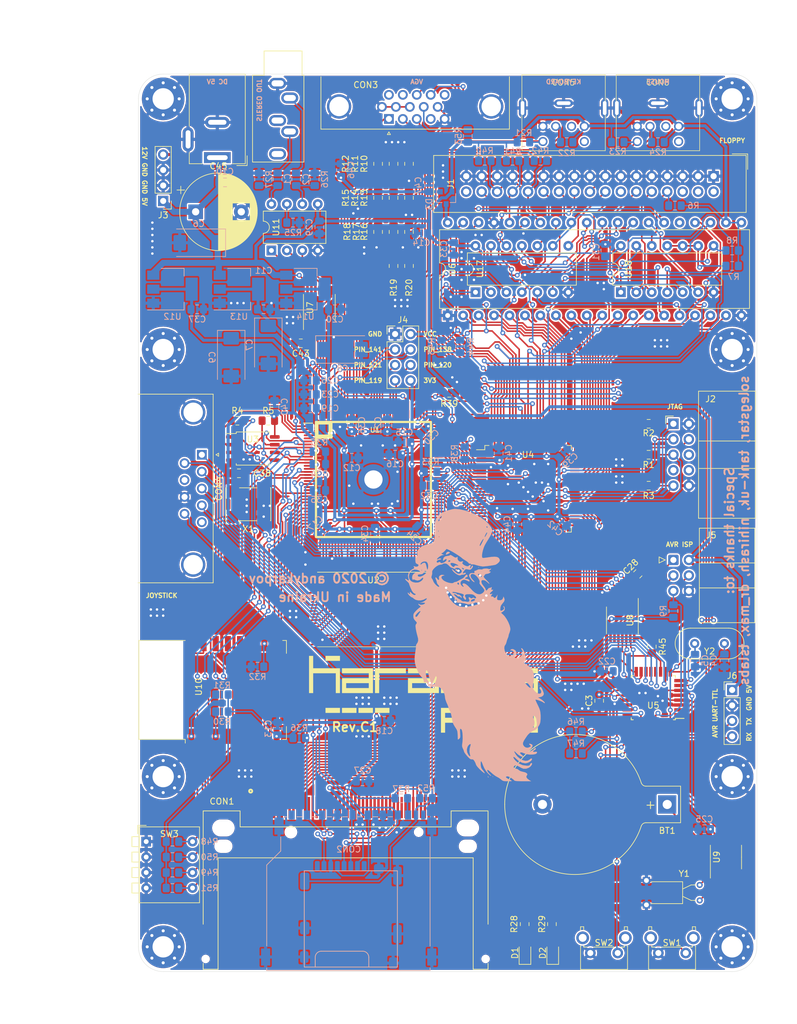
<source format=kicad_pcb>
(kicad_pcb (version 20171130) (host pcbnew 5.1.6-c6e7f7d~86~ubuntu18.04.1)
  (layers (0 F.Cu signal) (31 B.Cu signal) (34 B.Paste user) (35 F.Paste user) (36 B.SilkS user) (37 F.SilkS user) (38 B.Mask user) (39 F.Mask user) (44 Edge.Cuts user))
  (net 0 "")
  (net 1 "Net-(CON1-Pad25)")
  (net 2 "Net-(CON1-Pad24)")
  (net 3 "Net-(CON1-Pad46)")
  (net 4 "Net-(CON1-Pad45)")
  (net 5 "Net-(CON1-Pad43)")
  (net 6 "Net-(CON1-Pad42)")
  (net 7 "Net-(CON1-Pad40)")
  (net 8 "Net-(CON1-Pad37)")
  (net 9 "Net-(CON1-Pad36)")
  (net 10 "Net-(CON1-Pad33)")
  (net 11 "Net-(CON1-Pad26)")
  (net 12 "Net-(CON2-Pad9)")
  (net 13 "Net-(CON3-Pad15)")
  (net 14 "Net-(CON3-Pad12)")
  (net 15 "Net-(CON3-Pad11)")
  (net 16 "Net-(CON3-Pad9)")
  (net 17 "Net-(CON3-Pad4)")
  (net 18 "Net-(CON4-Pad7)")
  (net 19 "Net-(CON4-Pad5)")
  (net 20 "Net-(CON5-Pad2)")
  (net 21 "Net-(CON5-Pad6)")
  (net 22 "Net-(CON6-Pad2)")
  (net 23 "Net-(CON6-Pad6)")
  (net 24 "Net-(J1-Pad34)")
  (net 25 "Net-(J1-Pad14)")
  (net 26 "Net-(J1-Pad6)")
  (net 27 "Net-(J1-Pad4)")
  (net 28 "Net-(J1-Pad2)")
  (net 29 "Net-(BT1-Pad1)")
  (net 30 "Net-(J2-Pad8)")
  (net 31 "Net-(J2-Pad7)")
  (net 32 "Net-(J2-Pad6)")
  (net 33 GND)
  (net 34 VCC3_3)
  (net 35 VCC1_2)
  (net 36 VCC2_5)
  (net 37 /CONF_DONE)
  (net 38 /CLK_50MHZ)
  (net 39 /TDO)
  (net 40 /TMS)
  (net 41 /TCK)
  (net 42 /TDI)
  (net 43 /NCONFIG)
  (net 44 /DATA0)
  (net 45 /DCLK)
  (net 46 /NSTATUS)
  (net 47 /NCSO)
  (net 48 /ASDO)
  (net 49 /MA16)
  (net 50 /MA20)
  (net 51 /MD7)
  (net 52 /MD6)
  (net 53 /MD5)
  (net 54 /MD4)
  (net 55 /MD3)
  (net 56 /MD2)
  (net 57 /MD1)
  (net 58 /MD0)
  (net 59 /MA1)
  (net 60 /MA2)
  (net 61 /MA3)
  (net 62 /MA4)
  (net 63 /MA5)
  (net 64 /MA6)
  (net 65 /MA7)
  (net 66 /MA17)
  (net 67 /MA18)
  (net 68 /MA19)
  (net 69 /MA8)
  (net 70 /MA9)
  (net 71 /MA10)
  (net 72 /MA11)
  (net 73 /MA12)
  (net 74 /MA13)
  (net 75 /MA14)
  (net 76 /MA0)
  (net 77 /MA15)
  (net 78 /~MWR)
  (net 79 /~MRD)
  (net 80 "Net-(R4-Pad1)")
  (net 81 "Net-(R5-Pad1)")
  (net 82 "Net-(CON2-Pad11)")
  (net 83 "Net-(CON2-Pad8)")
  (net 84 /FDC_SIDE)
  (net 85 /~FDC_WPRT)
  (net 86 /~FDC_TR00)
  (net 87 /~FDC_WGATE)
  (net 88 /~FDC_WDATA)
  (net 89 /~FDC_STEP)
  (net 90 /~FDC_DIR)
  (net 91 /~FDC_MOTOR)
  (net 92 /~FDC_DRIVE1)
  (net 93 /~FDC_DRIVE0)
  (net 94 /~FDC_INDEX)
  (net 95 VCC)
  (net 96 "Net-(R7-Pad2)")
  (net 97 /FDC_IP)
  (net 98 /FDC_INTRQ)
  (net 99 /FDC_DRQ)
  (net 100 /FDC_SR)
  (net 101 /FDC_SL)
  (net 102 /FDC_DIR)
  (net 103 /FDC_STEP)
  (net 104 /D7)
  (net 105 /FDC_WF_DE)
  (net 106 /D6)
  (net 107 /FDC_RDY)
  (net 108 /D5)
  (net 109 /FDC_WD)
  (net 110 /D4)
  (net 111 /FDC_WGATE)
  (net 112 /D3)
  (net 113 /FDC_TR43)
  (net 114 /D2)
  (net 115 /D1)
  (net 116 /~FDC_RAWR)
  (net 117 /D0)
  (net 118 /FDC_A1)
  (net 119 /FDC_A0)
  (net 120 /~RD)
  (net 121 /~WR)
  (net 122 /~FDC_SIDE)
  (net 123 /FDC_DS1)
  (net 124 /FDC_DS0)
  (net 125 /~FDC_CS)
  (net 126 /~FDC_RDATA)
  (net 127 /~FDC_RST)
  (net 128 /FDC_RCLK)
  (net 129 /FDC_CLK)
  (net 130 /FDC_HLT)
  (net 131 /~SD_CS)
  (net 132 /SND_BS)
  (net 133 /SND_WS)
  (net 134 /SND_DAT)
  (net 135 /VGA_B2)
  (net 136 /VGA_B1)
  (net 137 /VGA_B0)
  (net 138 /VGA_G2)
  (net 139 /VGA_G1)
  (net 140 /VGA_G0)
  (net 141 /VGA_R2)
  (net 142 /VGA_R1)
  (net 143 /VGA_R0)
  (net 144 /VGA_VS)
  (net 145 /VGA_HS)
  (net 146 /WD10)
  (net 147 /WD9)
  (net 148 /WD8)
  (net 149 /~WRESET)
  (net 150 /~WWR)
  (net 151 /~WRD)
  (net 152 /WD15)
  (net 153 /WD14)
  (net 154 /WD13)
  (net 155 /WD12)
  (net 156 /WD11)
  (net 157 /WD2)
  (net 158 /WD1)
  (net 159 /WD0)
  (net 160 /WA0)
  (net 161 /WA1)
  (net 162 /WA2)
  (net 163 /~WCS1)
  (net 164 /WD7)
  (net 165 /WD6)
  (net 166 /WD5)
  (net 167 /WD4)
  (net 168 /WD3)
  (net 169 /UART_RX)
  (net 170 /UART_TX)
  (net 171 /UART_CTS)
  (net 172 /LAVR_MOSI)
  (net 173 /LAVR_SCK)
  (net 174 /~LAVR_CS)
  (net 175 /LAVR_MISO)
  (net 176 /LSND_DAT)
  (net 177 /LSND_WS)
  (net 178 /LSND_BS)
  (net 179 /~WCS0)
  (net 180 /CPLD_CLK2)
  (net 181 /CPLD_CLK)
  (net 182 /SD15)
  (net 183 /SD14)
  (net 184 /SD13)
  (net 185 /SD12)
  (net 186 /SD11)
  (net 187 /SD10)
  (net 188 /SD9)
  (net 189 /SD8)
  (net 190 /SD7)
  (net 191 /SD6)
  (net 192 /SD5)
  (net 193 /SD4)
  (net 194 /SD3)
  (net 195 /SD2)
  (net 196 /SD1)
  (net 197 /SD0)
  (net 198 /SA1)
  (net 199 /SA0)
  (net 200 /SDIR)
  (net 201 /~RESET)
  (net 202 "Net-(U9-Pad2)")
  (net 203 "Net-(U10-Pad9)")
  (net 204 "Net-(U10-Pad6)")
  (net 205 /AVR_MOSI)
  (net 206 /AVR_SCK)
  (net 207 /~AVR_CS)
  (net 208 /AVR_MISO)
  (net 209 /SND_R)
  (net 210 "Net-(C1-Pad1)")
  (net 211 /SND_L)
  (net 212 "Net-(R25-Pad1)")
  (net 213 "Net-(C2-Pad1)")
  (net 214 "Net-(U2-Pad10)")
  (net 215 /I2C_SCL)
  (net 216 /I2C_SDA)
  (net 217 /VS)
  (net 218 /HS)
  (net 219 /B)
  (net 220 /G)
  (net 221 /R)
  (net 222 /PS2_KB_DATA)
  (net 223 /PS2_KB_CLK)
  (net 224 /PS2_MS_DATA)
  (net 225 /PS2_MS_CLK)
  (net 226 "Net-(C3-Pad2)")
  (net 227 /AVR_XT1)
  (net 228 /AVR_XT2)
  (net 229 /~AVR_RESET)
  (net 230 /AVR_TX)
  (net 231 /AVR_RX)
  (net 232 /LED1)
  (net 233 /LED2)
  (net 234 /BTN2)
  (net 235 /BTN1)
  (net 236 /JOY_RIGHT)
  (net 237 /JOY_LEFT)
  (net 238 /JOY_DOWN)
  (net 239 /JOY_UP)
  (net 240 /JOY_FIRE2)
  (net 241 /JOY_FIRE1)
  (net 242 /TDI1)
  (net 243 "Net-(D1-Pad2)")
  (net 244 "Net-(D2-Pad2)")
  (net 245 "Net-(R30-Pad1)")
  (net 246 "Net-(R31-Pad1)")
  (net 247 "Net-(R32-Pad2)")
  (net 248 "Net-(U2-Pad43)")
  (net 249 "Net-(U2-Pad41)")
  (net 250 "Net-(U2-Pad39)")
  (net 251 "Net-(U2-Pad36)")
  (net 252 "Net-(U2-Pad34)")
  (net 253 "Net-(U2-Pad32)")
  (net 254 "Net-(U2-Pad30)")
  (net 255 "Net-(U2-Pad15)")
  (net 256 "Net-(U2-Pad14)")
  (net 257 "Net-(U2-Pad13)")
  (net 258 /FDC_WDATA)
  (net 259 "Net-(U6-Pad25)")
  (net 260 "Net-(U7-Pad13)")
  (net 261 "Net-(U7-Pad9)")
  (net 262 "Net-(U7-Pad6)")
  (net 263 "Net-(U7-Pad2)")
  (net 264 "Net-(U8-Pad9)")
  (net 265 "Net-(U8-Pad6)")
  (net 266 "Net-(U9-Pad7)")
  (net 267 "Net-(U9-Pad1)")
  (net 268 "Net-(U10-Pad20)")
  (net 269 "Net-(U10-Pad19)")
  (net 270 "Net-(U10-Pad18)")
  (net 271 "Net-(U10-Pad17)")
  (net 272 "Net-(U10-Pad14)")
  (net 273 "Net-(U10-Pad13)")
  (net 274 "Net-(U10-Pad12)")
  (net 275 "Net-(U10-Pad11)")
  (net 276 "Net-(U10-Pad10)")
  (net 277 "Net-(U10-Pad5)")
  (net 278 "Net-(U10-Pad4)")
  (net 279 "Net-(U10-Pad2)")
  (net 280 /PIN_121)
  (net 281 /PIN_120)
  (net 282 /PIN_119)
  (net 283 /PIN_138)
  (net 284 /PIN_141)
  (net 285 /~SW1)
  (net 286 /~SW3)
  (net 287 /~SW2)
  (net 288 /~SW4)
  (net 289 "Net-(D3-Pad3)")
  (net 290 +12V)
  (net 291 /~SD_DET)
  (net 292 /SD_DI)
  (net 293 /PIN_86)
  (module footprints:TE_1734451-1-LONG (layer F.Cu) (at 133.096 145.796)
    (fp_text reference CON1 (at -20.32 -1.016) (layer F.SilkS))
    (fp_text value CF-CARD)
    (pad 1 smd rect (at -15.5575 0) (size 0.4 3.5) (layers F.Cu F.Paste F.Mask) (net 33 GND))
    (pad "" np_thru_hole oval (at -20.08 3.35) (size 3.2 2.3) (drill oval 3.2 2.3) (layers *.Cu *.Mask))
    (pad "" np_thru_hole oval (at -20.08 6.35) (size 2.5 1.7) (drill oval 2.5 1.7) (layers *.Cu *.Mask))
    (pad "" np_thru_hole oval (at 20.08 3.35) (size 3.2 2.3) (drill oval 3.2 2.3) (layers *.Cu *.Mask))
    (pad "" np_thru_hole oval (at 20.08 6.35) (size 2.5 1.7) (drill oval 2.5 1.7) (layers *.Cu *.Mask))
    (pad S1 smd rect (at -23.54 21.35) (size 2.5 3) (layers F.Cu F.Paste F.Mask))
    (pad S2 smd rect (at 23.54 21.35) (size 2.5 3) (layers F.Cu F.Paste F.Mask))
    (pad None np_thru_hole circle (at -23 24.85) (size 0.9 0.9) (drill 0.9) (layers *.Cu *.Mask))
    (pad None np_thru_hole circle (at 23 24.85) (size 0.9 0.9) (drill 0.9) (layers *.Cu *.Mask))
    (pad 2 smd rect (at -14.2875 0) (size 0.4 3.5) (layers F.Cu F.Paste F.Mask) (net 168 /WD3))
    (pad 3 smd rect (at -13.0175 0) (size 0.4 3.5) (layers F.Cu F.Paste F.Mask) (net 167 /WD4))
    (pad 4 smd rect (at -11.7475 0) (size 0.4 3.5) (layers F.Cu F.Paste F.Mask) (net 166 /WD5))
    (pad 5 smd rect (at -10.4775 0) (size 0.4 3.5) (layers F.Cu F.Paste F.Mask) (net 165 /WD6))
    (pad 6 smd rect (at -9.2075 0) (size 0.4 3.5) (layers F.Cu F.Paste F.Mask) (net 164 /WD7))
    (pad 7 smd rect (at -7.9375 0) (size 0.4 3.5) (layers F.Cu F.Paste F.Mask) (net 179 /~WCS0))
    (pad 8 smd rect (at -6.6675 0) (size 0.4 3.5) (layers F.Cu F.Paste F.Mask) (net 33 GND))
    (pad 9 smd rect (at -5.3975 0) (size 0.4 3.5) (layers F.Cu F.Paste F.Mask) (net 33 GND))
    (pad 10 smd rect (at -4.1275 0) (size 0.4 3.5) (layers F.Cu F.Paste F.Mask) (net 33 GND))
    (pad 11 smd rect (at -2.8575 0) (size 0.4 3.5) (layers F.Cu F.Paste F.Mask) (net 33 GND))
    (pad 12 smd rect (at -1.5875 0) (size 0.4 3.5) (layers F.Cu F.Paste F.Mask) (net 33 GND))
    (pad 13 smd rect (at -0.3175 0) (size 0.4 3.5) (layers F.Cu F.Paste F.Mask) (net 34 VCC3_3))
    (pad 14 smd rect (at 0.9525 0) (size 0.4 3.5) (layers F.Cu F.Paste F.Mask) (net 33 GND))
    (pad 15 smd rect (at 2.2225 0) (size 0.4 3.5) (layers F.Cu F.Paste F.Mask) (net 33 GND))
    (pad 16 smd rect (at 3.4925 0) (size 0.4 3.5) (layers F.Cu F.Paste F.Mask) (net 33 GND))
    (pad 17 smd rect (at 4.7625 0) (size 0.4 3.5) (layers F.Cu F.Paste F.Mask) (net 33 GND))
    (pad 18 smd rect (at 6.0325 0) (size 0.4 3.5) (layers F.Cu F.Paste F.Mask) (net 162 /WA2))
    (pad 19 smd rect (at 7.3025 0) (size 0.4 3.5) (layers F.Cu F.Paste F.Mask) (net 161 /WA1))
    (pad 20 smd rect (at 8.5725 0) (size 0.4 3.5) (layers F.Cu F.Paste F.Mask) (net 160 /WA0))
    (pad 21 smd rect (at 9.8425 0) (size 0.4 3.5) (layers F.Cu F.Paste F.Mask) (net 159 /WD0))
    (pad 22 smd rect (at 11.1125 0) (size 0.4 3.5) (layers F.Cu F.Paste F.Mask) (net 158 /WD1))
    (pad 23 smd rect (at 12.3825 0) (size 0.4 3.5) (layers F.Cu F.Paste F.Mask) (net 157 /WD2))
    (pad 24 smd rect (at 13.6525 0) (size 0.4 3.5) (layers F.Cu F.Paste F.Mask) (net 2 "Net-(CON1-Pad24)"))
    (pad 25 smd rect (at 14.9225 0) (size 0.4 3.5) (layers F.Cu F.Paste F.Mask) (net 1 "Net-(CON1-Pad25)"))
    (pad 26 smd rect (at -14.9225 0) (size 0.4 3.5) (layers F.Cu F.Paste F.Mask) (net 11 "Net-(CON1-Pad26)"))
    (pad 27 smd rect (at -13.6525 0) (size 0.4 3.5) (layers F.Cu F.Paste F.Mask) (net 156 /WD11))
    (pad 28 smd rect (at -12.3825 0) (size 0.4 3.5) (layers F.Cu F.Paste F.Mask) (net 155 /WD12))
    (pad 29 smd rect (at -11.1125 0) (size 0.4 3.5) (layers F.Cu F.Paste F.Mask) (net 154 /WD13))
    (pad 30 smd rect (at -9.8425 0) (size 0.4 3.5) (layers F.Cu F.Paste F.Mask) (net 153 /WD14))
    (pad 31 smd rect (at -8.5725 0) (size 0.4 3.5) (layers F.Cu F.Paste F.Mask) (net 152 /WD15))
    (pad 32 smd rect (at -7.3025 0) (size 0.4 3.5) (layers F.Cu F.Paste F.Mask) (net 163 /~WCS1))
    (pad 33 smd rect (at -6.0325 0) (size 0.4 3.5) (layers F.Cu F.Paste F.Mask) (net 10 "Net-(CON1-Pad33)"))
    (pad 34 smd rect (at -4.7625 0) (size 0.4 3.5) (layers F.Cu F.Paste F.Mask) (net 151 /~WRD))
    (pad 35 smd rect (at -3.4925 0) (size 0.4 3.5) (layers F.Cu F.Paste F.Mask) (net 150 /~WWR))
    (pad 36 smd rect (at -2.2225 0) (size 0.4 3.5) (layers F.Cu F.Paste F.Mask) (net 9 "Net-(CON1-Pad36)"))
    (pad 37 smd rect (at -0.9525 0) (size 0.4 3.5) (layers F.Cu F.Paste F.Mask) (net 8 "Net-(CON1-Pad37)"))
    (pad 38 smd rect (at 0.3175 0) (size 0.4 3.5) (layers F.Cu F.Paste F.Mask) (net 34 VCC3_3))
    (pad 39 smd rect (at 1.5875 0) (size 0.4 3.5) (layers F.Cu F.Paste F.Mask) (net 33 GND))
    (pad 40 smd rect (at 2.8575 0) (size 0.4 3.5) (layers F.Cu F.Paste F.Mask) (net 7 "Net-(CON1-Pad40)"))
    (pad 41 smd rect (at 4.1275 0) (size 0.4 3.5) (layers F.Cu F.Paste F.Mask) (net 149 /~WRESET))
    (pad 42 smd rect (at 5.3975 0) (size 0.4 3.5) (layers F.Cu F.Paste F.Mask) (net 6 "Net-(CON1-Pad42)"))
    (pad 43 smd rect (at 6.6675 0) (size 0.4 3.5) (layers F.Cu F.Paste F.Mask) (net 5 "Net-(CON1-Pad43)"))
    (pad 44 smd rect (at 7.9375 0) (size 0.4 3.5) (layers F.Cu F.Paste F.Mask) (net 34 VCC3_3))
    (pad 45 smd rect (at 9.2075 0) (size 0.4 3.5) (layers F.Cu F.Paste F.Mask) (net 4 "Net-(CON1-Pad45)"))
    (pad 46 smd rect (at 10.4775 0) (size 0.4 3.5) (layers F.Cu F.Paste F.Mask) (net 3 "Net-(CON1-Pad46)"))
    (pad 47 smd rect (at 11.7475 0) (size 0.4 3.5) (layers F.Cu F.Paste F.Mask) (net 148 /WD8))
    (pad 48 smd rect (at 13.0175 0) (size 0.4 3.5) (layers F.Cu F.Paste F.Mask) (net 147 /WD9))
    (pad 49 smd rect (at 14.2875 0) (size 0.4 3.5) (layers F.Cu F.Paste F.Mask) (net 146 /WD10))
    (pad 50 smd rect (at 15.5575 0) (size 0.4 3.5) (layers F.Cu F.Paste F.Mask) (net 33 GND))
  )
  (module Resistor_SMD:R_0805_2012Metric_Pad1.15x1.40mm_HandSolder (layer B.Cu) (at 153.162 35.56 90)
    (fp_text reference R53 (at 0 -1.524 90) (layer B.SilkS) (effects (justify mirror)))
    (fp_text value X*)
    (pad 2 smd roundrect (at 1.025 0 90) (size 1.15 1.4) (layers B.Cu B.Paste B.Mask) (roundrect_rratio 0.217391) (net 16 "Net-(CON3-Pad9)"))
    (pad 1 smd roundrect (at -1.025 0 90) (size 1.15 1.4) (layers B.Cu B.Paste B.Mask) (roundrect_rratio 0.217391) (net 95 VCC))
  )
  (module footprints:MICRO_SD_MOLEX (layer B.Cu) (at 134.112 163.576 180)
    (fp_text reference CON9 hide)
    (fp_text value MicroSD' hide)
    (pad 1 smd roundrect (at -2.03 8.2) (size 0.8 1.6) (layers B.Cu B.Paste B.Mask))
    (pad 2 smd roundrect (at -0.93 8.2 180) (size 0.8 1.6) (layers B.Cu B.Paste B.Mask) (net 131 /~SD_CS))
    (pad 3 smd roundrect (at 0.17 8.2 180) (size 0.8 1.6) (layers B.Cu B.Paste B.Mask) (net 292 /SD_DI))
    (pad 4 smd roundrect (at 1.27 8.2 180) (size 0.8 1.6) (layers B.Cu B.Paste B.Mask) (net 34 VCC3_3))
    (pad 5 smd roundrect (at 2.37 8.2 180) (size 0.8 1.6) (layers B.Cu B.Paste B.Mask) (net 45 /DCLK))
    (pad 6 smd roundrect (at 3.47 8.2 180) (size 0.8 1.6) (layers B.Cu B.Paste B.Mask) (net 33 GND))
    (pad 7 smd roundrect (at 4.57 8.2 180) (size 0.8 1.6) (layers B.Cu B.Paste B.Mask) (net 44 /DATA0))
    (pad 8 smd roundrect (at 5.67 8.2 180) (size 0.8 1.6) (layers B.Cu B.Paste B.Mask))
    (pad 9 smd roundrect (at 7.735 5.7 180) (size 1.55 2.8) (layers B.Cu B.Paste B.Mask) (net 291 /~SD_DET))
    (pad 10 smd roundrect (at 7.735 -2 180) (size 1.55 2.1) (layers B.Cu B.Paste B.Mask) (net 33 GND))
    (pad 11 smd roundrect (at 7.81 -6.75 180) (size 1.4 1.9) (layers B.Cu B.Paste B.Mask) (net 33 GND))
    (pad 12 smd roundrect (at -6.79 -7.75 180) (size 1.4 1.9) (layers B.Cu B.Paste B.Mask) (net 33 GND))
    (pad 14 smd roundrect (at -7.49 6.6 180) (size 1.4 3) (layers B.Cu B.Paste B.Mask) (net 33 GND))
    (pad 15 smd roundrect (at -4.43 7.725 180) (size 1.6 1.55) (layers B.Cu B.Paste B.Mask) (net 33 GND))
    (pad 13 smd roundrect (at -7.49 -2.95 180) (size 1.4 3) (layers B.Cu B.Paste B.Mask) (net 33 GND))
  )
  (module Resistor_SMD:R_0805_2012Metric_Pad1.15x1.40mm_HandSolder (layer B.Cu) (at 146.304 144.272 180)
    (fp_text reference R52 (at 0 1.65) (layer B.SilkS) (effects (justify mirror)))
    (fp_text value 10k)
    (pad 2 smd roundrect (at 1.025 0 180) (size 1.15 1.4) (layers B.Cu B.Paste B.Mask) (roundrect_rratio 0.217391) (net 34 VCC3_3))
    (pad 1 smd roundrect (at -1.025 0 180) (size 1.15 1.4) (layers B.Cu B.Paste B.Mask) (roundrect_rratio 0.217391) (net 291 /~SD_DET))
  )
  (module Capacitor_SMD:C_0805_2012Metric_Pad1.15x1.40mm_HandSolder (layer B.Cu) (at 146.812 43.688 90)
    (fp_text reference C47 (at 0 -1.778 90) (layer B.SilkS) (effects (justify mirror)))
    (fp_text value 100n)
    (pad 2 smd roundrect (at 1.025 0 90) (size 1.15 1.4) (layers B.Cu B.Paste B.Mask) (roundrect_rratio 0.217391) (net 33 GND))
    (pad 1 smd roundrect (at -1.025 0 90) (size 1.15 1.4) (layers B.Cu B.Paste B.Mask) (roundrect_rratio 0.217391) (net 290 +12V))
  )
  (module Capacitor_SMD:C_0805_2012Metric_Pad1.15x1.40mm_HandSolder (layer B.Cu) (at 132.334 41.148 90)
    (fp_text reference C46 (at 0 1.65 90) (layer B.SilkS) (effects (justify mirror)))
    (fp_text value 100n)
    (pad 2 smd roundrect (at 1.025 0 90) (size 1.15 1.4) (layers B.Cu B.Paste B.Mask) (roundrect_rratio 0.217391) (net 33 GND))
    (pad 1 smd roundrect (at -1.025 0 90) (size 1.15 1.4) (layers B.Cu B.Paste B.Mask) (roundrect_rratio 0.217391) (net 290 +12V))
  )
  (module Package_TO_SOT_SMD:SOT-23 (layer B.Cu) (at 149.606 45.72 270)
    (fp_text reference D3 (at 1.016 2.794 90) (layer B.SilkS) (effects (justify mirror)))
    (fp_text value BAT54C)
    (pad 3 smd rect (at 1 0 270) (size 0.9 0.8) (layers B.Cu B.Paste B.Mask) (net 289 "Net-(D3-Pad3)"))
    (pad 2 smd rect (at -1 -0.95 270) (size 0.9 0.8) (layers B.Cu B.Paste B.Mask) (net 95 VCC))
    (pad 1 smd rect (at -1 0.95 270) (size 0.9 0.8) (layers B.Cu B.Paste B.Mask) (net 290 +12V))
  )
  (module Button_Switch_THT:SW_DIP_SPSTx04_Piano_CTS_Series194-4MSTN_W7.62mm_P2.54mm (layer F.Cu) (at 100.33 151.384)
    (fp_text reference SW3 (at 3.81 -1.27) (layer F.SilkS))
    (fp_text value "Mode Selector")
    (pad 8 thru_hole oval (at 7.62 0) (size 1.6 1.6) (drill 0.8) (layers *.Cu *.Mask) (net 285 /~SW1))
    (pad 4 thru_hole oval (at 0 7.62) (size 1.6 1.6) (drill 0.8) (layers *.Cu *.Mask) (net 33 GND))
    (pad 7 thru_hole oval (at 7.62 2.54) (size 1.6 1.6) (drill 0.8) (layers *.Cu *.Mask) (net 287 /~SW2))
    (pad 3 thru_hole oval (at 0 5.08) (size 1.6 1.6) (drill 0.8) (layers *.Cu *.Mask) (net 33 GND))
    (pad 6 thru_hole oval (at 7.62 5.08) (size 1.6 1.6) (drill 0.8) (layers *.Cu *.Mask) (net 286 /~SW3))
    (pad 2 thru_hole oval (at 0 2.54) (size 1.6 1.6) (drill 0.8) (layers *.Cu *.Mask) (net 33 GND))
    (pad 5 thru_hole oval (at 7.62 7.62) (size 1.6 1.6) (drill 0.8) (layers *.Cu *.Mask) (net 288 /~SW4))
    (pad 1 thru_hole rect (at 0 0) (size 1.6 1.6) (drill 0.8) (layers *.Cu *.Mask) (net 33 GND))
  )
  (module Resistor_SMD:R_0805_2012Metric_Pad1.15x1.40mm_HandSolder (layer B.Cu) (at 104.639 159.004)
    (fp_text reference R51 (at 6.105 0) (layer B.SilkS) (effects (justify mirror)))
    (fp_text value 10k)
    (pad 2 smd roundrect (at 1.025 0) (size 1.15 1.4) (layers B.Cu B.Paste B.Mask) (roundrect_rratio 0.217391) (net 288 /~SW4))
    (pad 1 smd roundrect (at -1.025 0) (size 1.15 1.4) (layers B.Cu B.Paste B.Mask) (roundrect_rratio 0.217391) (net 34 VCC3_3))
  )
  (module Resistor_SMD:R_0805_2012Metric_Pad1.15x1.40mm_HandSolder (layer B.Cu) (at 104.648 153.924 180)
    (fp_text reference R50 (at -6.096 0) (layer B.SilkS) (effects (justify mirror)))
    (fp_text value 10k)
    (pad 2 smd roundrect (at 1.025 0 180) (size 1.15 1.4) (layers B.Cu B.Paste B.Mask) (roundrect_rratio 0.217391) (net 34 VCC3_3))
    (pad 1 smd roundrect (at -1.025 0 180) (size 1.15 1.4) (layers B.Cu B.Paste B.Mask) (roundrect_rratio 0.217391) (net 287 /~SW2))
  )
  (module Resistor_SMD:R_0805_2012Metric_Pad1.15x1.40mm_HandSolder (layer B.Cu) (at 104.648 156.464)
    (fp_text reference R49 (at 6.096 0) (layer B.SilkS) (effects (justify mirror)))
    (fp_text value 10k)
    (pad 2 smd roundrect (at 1.025 0) (size 1.15 1.4) (layers B.Cu B.Paste B.Mask) (roundrect_rratio 0.217391) (net 286 /~SW3))
    (pad 1 smd roundrect (at -1.025 0) (size 1.15 1.4) (layers B.Cu B.Paste B.Mask) (roundrect_rratio 0.217391) (net 34 VCC3_3))
  )
  (module Resistor_SMD:R_0805_2012Metric_Pad1.15x1.40mm_HandSolder (layer B.Cu) (at 104.648 151.384 180)
    (fp_text reference R48 (at -6.096 0) (layer B.SilkS) (effects (justify mirror)))
    (fp_text value 10k)
    (pad 2 smd roundrect (at 1.025 0 180) (size 1.15 1.4) (layers B.Cu B.Paste B.Mask) (roundrect_rratio 0.217391) (net 34 VCC3_3))
    (pad 1 smd roundrect (at -1.025 0 180) (size 1.15 1.4) (layers B.Cu B.Paste B.Mask) (roundrect_rratio 0.217391) (net 285 /~SW1))
  )
  (module Resistor_SMD:R_0805_2012Metric_Pad1.15x1.40mm_HandSolder (layer F.Cu) (at 183.388 119.38 90)
    (fp_text reference R45 (at 0 1.778 90) (layer F.SilkS))
    (fp_text value 10k)
    (pad 2 smd roundrect (at 1.025 0 90) (size 1.15 1.4) (layers F.Cu F.Paste F.Mask) (roundrect_rratio 0.217391) (net 95 VCC))
    (pad 1 smd roundrect (at -1.025 0 90) (size 1.15 1.4) (layers F.Cu F.Paste F.Mask) (roundrect_rratio 0.217391) (net 207 /~AVR_CS))
  )
  (module Resistor_SMD:R_0805_2012Metric_Pad1.15x1.40mm_HandSolder (layer B.Cu) (at 170.942 136.906 180)
    (fp_text reference R47 (at 0 1.65) (layer B.SilkS) (effects (justify mirror)))
    (fp_text value 10k)
    (pad 2 smd roundrect (at 1.025 0 180) (size 1.15 1.4) (layers B.Cu B.Paste B.Mask) (roundrect_rratio 0.217391) (net 95 VCC))
    (pad 1 smd roundrect (at -1.025 0 180) (size 1.15 1.4) (layers B.Cu B.Paste B.Mask) (roundrect_rratio 0.217391) (net 234 /BTN2))
  )
  (module Resistor_SMD:R_0805_2012Metric_Pad1.15x1.40mm_HandSolder (layer B.Cu) (at 170.942 133.35 180)
    (fp_text reference R46 (at 0 1.65) (layer B.SilkS) (effects (justify mirror)))
    (fp_text value 10k)
    (pad 2 smd roundrect (at 1.025 0 180) (size 1.15 1.4) (layers B.Cu B.Paste B.Mask) (roundrect_rratio 0.217391) (net 95 VCC))
    (pad 1 smd roundrect (at -1.025 0 180) (size 1.15 1.4) (layers B.Cu B.Paste B.Mask) (roundrect_rratio 0.217391) (net 235 /BTN1))
  )
  (module Connector_Dsub:DSUB-9_Male_Horizontal_P2.77x2.84mm_EdgePinOffset7.70mm_Housed_MountingHolesOffset9.12mm (layer F.Cu) (at 109.474 87.884 270)
    (fp_text reference CON4 (at 5.54 -2.8 90) (layer F.SilkS))
    (fp_text value Joystick)
    (pad 0 thru_hole circle (at 18.04 1.42 270) (size 4 4) (drill 3.2) (layers *.Cu *.Mask) (net 33 GND))
    (pad 0 thru_hole circle (at -6.96 1.42 270) (size 4 4) (drill 3.2) (layers *.Cu *.Mask) (net 33 GND))
    (pad 9 thru_hole circle (at 9.695 2.84 270) (size 1.6 1.6) (drill 1) (layers *.Cu *.Mask) (net 240 /JOY_FIRE2))
    (pad 8 thru_hole circle (at 6.925 2.84 270) (size 1.6 1.6) (drill 1) (layers *.Cu *.Mask) (net 33 GND))
    (pad 7 thru_hole circle (at 4.155 2.84 270) (size 1.6 1.6) (drill 1) (layers *.Cu *.Mask) (net 18 "Net-(CON4-Pad7)"))
    (pad 6 thru_hole circle (at 1.385 2.84 270) (size 1.6 1.6) (drill 1) (layers *.Cu *.Mask) (net 241 /JOY_FIRE1))
    (pad 5 thru_hole circle (at 11.08 0 270) (size 1.6 1.6) (drill 1) (layers *.Cu *.Mask) (net 19 "Net-(CON4-Pad5)"))
    (pad 4 thru_hole circle (at 8.31 0 270) (size 1.6 1.6) (drill 1) (layers *.Cu *.Mask) (net 236 /JOY_RIGHT))
    (pad 3 thru_hole circle (at 5.54 0 270) (size 1.6 1.6) (drill 1) (layers *.Cu *.Mask) (net 237 /JOY_LEFT))
    (pad 2 thru_hole circle (at 2.77 0 270) (size 1.6 1.6) (drill 1) (layers *.Cu *.Mask) (net 238 /JOY_DOWN))
    (pad 1 thru_hole rect (at 0 0 270) (size 1.6 1.6) (drill 1) (layers *.Cu *.Mask) (net 239 /JOY_UP))
  )
  (module footprints:MINI_DIN_6_33PRIMARY (layer F.Cu) (at 184.404 31.75)
    (fp_text reference CON6 (at -2.032 -4.41 180) (layer F.SilkS) (effects (font (size 0.95 0.95) (thickness 0.114)) (justify left bottom)))
    (fp_text value Mouse hide)
    (pad 5 thru_hole circle (at -3.4 4.725) (size 1.5 1.5) (drill 1) (layers *.Cu *.Mask) (net 225 /PS2_MS_CLK))
    (pad 6 thru_hole circle (at 3.4 4.725) (size 1.5 1.5) (drill 1) (layers *.Cu *.Mask) (net 23 "Net-(CON6-Pad6)"))
    (pad GND thru_hole oval (at -6.75 -0.775 90) (size 3 1.2) (drill oval 2.3 0.6) (layers *.Cu *.Mask) (net 33 GND))
    (pad GND thru_hole oval (at 6.75 -0.775 90) (size 3 1.2) (drill oval 2.3 0.6) (layers *.Cu *.Mask) (net 33 GND))
    (pad GND thru_hole oval (at 0 -1.575) (size 3 1.2) (drill oval 2.3 0.6) (layers *.Cu *.Mask) (net 33 GND))
    (pad 1 thru_hole circle (at -1.3 2.225) (size 1.5 1.5) (drill 1) (layers *.Cu *.Mask) (net 224 /PS2_MS_DATA))
    (pad 2 thru_hole circle (at 1.3 2.225) (size 1.5 1.5) (drill 1) (layers *.Cu *.Mask) (net 22 "Net-(CON6-Pad2)"))
    (pad 3 thru_hole circle (at -3.4 2.225) (size 1.5 1.5) (drill 1) (layers *.Cu *.Mask) (net 33 GND))
    (pad 4 thru_hole circle (at 3.4 2.225) (size 1.5 1.5) (drill 1) (layers *.Cu *.Mask) (net 95 VCC))
  )
  (module footprints:MINI_DIN_6_33PRIMARY (layer F.Cu) (at 168.91 31.75)
    (fp_text reference CON5 (at -2.032 -4.41 180) (layer F.SilkS) (effects (font (size 0.95 0.95) (thickness 0.114)) (justify left bottom)))
    (fp_text value Keyboard hide)
    (pad 5 thru_hole circle (at -3.4 4.725) (size 1.5 1.5) (drill 1) (layers *.Cu *.Mask) (net 223 /PS2_KB_CLK))
    (pad 6 thru_hole circle (at 3.4 4.725) (size 1.5 1.5) (drill 1) (layers *.Cu *.Mask) (net 21 "Net-(CON5-Pad6)"))
    (pad GND thru_hole oval (at -6.75 -0.775 90) (size 3 1.2) (drill oval 2.3 0.6) (layers *.Cu *.Mask) (net 33 GND))
    (pad GND thru_hole oval (at 6.75 -0.775 90) (size 3 1.2) (drill oval 2.3 0.6) (layers *.Cu *.Mask) (net 33 GND))
    (pad GND thru_hole oval (at 0 -1.575) (size 3 1.2) (drill oval 2.3 0.6) (layers *.Cu *.Mask) (net 33 GND))
    (pad 1 thru_hole circle (at -1.3 2.225) (size 1.5 1.5) (drill 1) (layers *.Cu *.Mask) (net 222 /PS2_KB_DATA))
    (pad 2 thru_hole circle (at 1.3 2.225) (size 1.5 1.5) (drill 1) (layers *.Cu *.Mask) (net 20 "Net-(CON5-Pad2)"))
    (pad 3 thru_hole circle (at -3.4 2.225) (size 1.5 1.5) (drill 1) (layers *.Cu *.Mask) (net 33 GND))
    (pad 4 thru_hole circle (at 3.4 2.225) (size 1.5 1.5) (drill 1) (layers *.Cu *.Mask) (net 95 VCC))
  )
  (module Connector_Dsub:DSUB-15-HD_Female_Horizontal_P2.29x1.98mm_EdgePinOffset3.03mm_Housed_MountingHolesOffset4.94mm (layer F.Cu) (at 140.208 32.766 180)
    (fp_text reference CON3 (at 3.81 5.588) (layer F.SilkS))
    (fp_text value VGA)
    (pad 0 thru_hole circle (at 8.185 2.05 180) (size 4 4) (drill 3.2) (layers *.Cu *.Mask) (net 33 GND))
    (pad 0 thru_hole circle (at -16.815 2.05 180) (size 4 4) (drill 3.2) (layers *.Cu *.Mask) (net 33 GND))
    (pad 15 thru_hole circle (at -9.16 3.96 180) (size 1.6 1.6) (drill 1) (layers *.Cu *.Mask) (net 13 "Net-(CON3-Pad15)"))
    (pad 14 thru_hole circle (at -6.87 3.96 180) (size 1.6 1.6) (drill 1) (layers *.Cu *.Mask) (net 217 /VS))
    (pad 13 thru_hole circle (at -4.58 3.96 180) (size 1.6 1.6) (drill 1) (layers *.Cu *.Mask) (net 218 /HS))
    (pad 12 thru_hole circle (at -2.29 3.96 180) (size 1.6 1.6) (drill 1) (layers *.Cu *.Mask) (net 14 "Net-(CON3-Pad12)"))
    (pad 11 thru_hole circle (at 0 3.96 180) (size 1.6 1.6) (drill 1) (layers *.Cu *.Mask) (net 15 "Net-(CON3-Pad11)"))
    (pad 10 thru_hole circle (at -8.015 1.98 180) (size 1.6 1.6) (drill 1) (layers *.Cu *.Mask) (net 33 GND))
    (pad 9 thru_hole circle (at -5.725 1.98 180) (size 1.6 1.6) (drill 1) (layers *.Cu *.Mask) (net 16 "Net-(CON3-Pad9)"))
    (pad 8 thru_hole circle (at -3.435 1.98 180) (size 1.6 1.6) (drill 1) (layers *.Cu *.Mask) (net 33 GND))
    (pad 7 thru_hole circle (at -1.145 1.98 180) (size 1.6 1.6) (drill 1) (layers *.Cu *.Mask) (net 33 GND))
    (pad 6 thru_hole circle (at 1.145 1.98 180) (size 1.6 1.6) (drill 1) (layers *.Cu *.Mask) (net 33 GND))
    (pad 5 thru_hole circle (at -9.16 0 180) (size 1.6 1.6) (drill 1) (layers *.Cu *.Mask) (net 33 GND))
    (pad 4 thru_hole circle (at -6.87 0 180) (size 1.6 1.6) (drill 1) (layers *.Cu *.Mask) (net 17 "Net-(CON3-Pad4)"))
    (pad 3 thru_hole circle (at -4.58 0 180) (size 1.6 1.6) (drill 1) (layers *.Cu *.Mask) (net 219 /B))
    (pad 2 thru_hole circle (at -2.29 0 180) (size 1.6 1.6) (drill 1) (layers *.Cu *.Mask) (net 220 /G))
    (pad 1 thru_hole rect (at 0 0 180) (size 1.6 1.6) (drill 1) (layers *.Cu *.Mask) (net 221 /R))
  )
  (module Battery:BatteryHolder_Keystone_103_1x20mm (layer F.Cu) (at 185.928 145.288 180)
    (fp_text reference BT1 (at 0 -4.3) (layer F.SilkS))
    (fp_text value 3V)
    (fp_text user + (at 2.75 0) (layer F.SilkS) (effects (font (size 1.5 1.5))))
    (pad 1 thru_hole rect (at 0 0 180) (size 3 3) (drill 1.5) (layers *.Cu *.Mask) (net 29 "Net-(BT1-Pad1)"))
    (pad 2 thru_hole circle (at 20.49 0 180) (size 3 3) (drill 1.5) (layers *.Cu *.Mask) (net 33 GND))
  )
  (module Resistor_SMD:R_0805_2012Metric_Pad1.15x1.40mm_HandSolder (layer B.Cu) (at 151.892 70.104 270)
    (fp_text reference R44 (at 0 -1.778 90) (layer B.SilkS) (effects (justify mirror)))
    (fp_text value 10k)
    (pad 2 smd roundrect (at 1.025 0 270) (size 1.15 1.4) (layers B.Cu B.Paste B.Mask) (roundrect_rratio 0.217391) (net 95 VCC))
    (pad 1 smd roundrect (at -1.025 0 270) (size 1.15 1.4) (layers B.Cu B.Paste B.Mask) (roundrect_rratio 0.217391) (net 99 /FDC_DRQ))
  )
  (module Resistor_SMD:R_0805_2012Metric_Pad1.15x1.40mm_HandSolder (layer B.Cu) (at 148.844 70.104 270)
    (fp_text reference R43 (at 0 1.65 90) (layer B.SilkS) (effects (justify mirror)))
    (fp_text value 10k)
    (pad 2 smd roundrect (at 1.025 0 270) (size 1.15 1.4) (layers B.Cu B.Paste B.Mask) (roundrect_rratio 0.217391) (net 95 VCC))
    (pad 1 smd roundrect (at -1.025 0 270) (size 1.15 1.4) (layers B.Cu B.Paste B.Mask) (roundrect_rratio 0.217391) (net 98 /FDC_INTRQ))
  )
  (module Resistor_SMD:R_0805_2012Metric_Pad1.15x1.40mm_HandSolder (layer B.Cu) (at 165.1 39.624 180)
    (fp_text reference R42 (at 0 1.65) (layer B.SilkS) (effects (justify mirror)))
    (fp_text value 10k)
    (pad 2 smd roundrect (at 1.025 0 180) (size 1.15 1.4) (layers B.Cu B.Paste B.Mask) (roundrect_rratio 0.217391) (net 95 VCC))
    (pad 1 smd roundrect (at -1.025 0 180) (size 1.15 1.4) (layers B.Cu B.Paste B.Mask) (roundrect_rratio 0.217391) (net 86 /~FDC_TR00))
  )
  (module Resistor_SMD:R_0805_2012Metric_Pad1.15x1.40mm_HandSolder (layer B.Cu) (at 160.528 39.624 180)
    (fp_text reference R41 (at 0 1.524) (layer B.SilkS) (effects (justify mirror)))
    (fp_text value 10k)
    (pad 2 smd roundrect (at 1.025 0 180) (size 1.15 1.4) (layers B.Cu B.Paste B.Mask) (roundrect_rratio 0.217391) (net 95 VCC))
    (pad 1 smd roundrect (at -1.025 0 180) (size 1.15 1.4) (layers B.Cu B.Paste B.Mask) (roundrect_rratio 0.217391) (net 85 /~FDC_WPRT))
  )
  (module Resistor_SMD:R_0805_2012Metric_Pad1.15x1.40mm_HandSolder (layer B.Cu) (at 155.956 39.624 180)
    (fp_text reference R40 (at 0 1.65 180) (layer B.SilkS) (effects (justify mirror)))
    (fp_text value 10k)
    (pad 2 smd roundrect (at 1.025 0 180) (size 1.15 1.4) (layers B.Cu B.Paste B.Mask) (roundrect_rratio 0.217391) (net 95 VCC))
    (pad 1 smd roundrect (at -1.025 0 180) (size 1.15 1.4) (layers B.Cu B.Paste B.Mask) (roundrect_rratio 0.217391) (net 126 /~FDC_RDATA))
  )
  (module Capacitor_THT:CP_Radial_D12.5mm_P7.50mm (layer F.Cu) (at 108.458 48.006)
    (fp_text reference C45 (at 3.75 -7.5) (layer F.SilkS))
    (fp_text value 470uF)
    (pad 2 thru_hole circle (at 7.5 0) (size 2.4 2.4) (drill 1.2) (layers *.Cu *.Mask) (net 33 GND))
    (pad 1 thru_hole rect (at 0 0) (size 2.4 2.4) (drill 1.2) (layers *.Cu *.Mask) (net 95 VCC))
  )
  (module Resistor_SMD:R_0805_2012Metric_Pad1.15x1.40mm_HandSolder (layer F.Cu) (at 150.114 77.724)
    (fp_text reference R39 (at 0 1.778) (layer F.SilkS))
    (fp_text value 10k)
    (pad 2 smd roundrect (at 1.025 0) (size 1.15 1.4) (layers F.Cu F.Paste F.Mask) (roundrect_rratio 0.217391) (net 33 GND))
    (pad 1 smd roundrect (at -1.025 0) (size 1.15 1.4) (layers F.Cu F.Paste F.Mask) (roundrect_rratio 0.217391) (net 201 /~RESET))
  )
  (module Resistor_SMD:R_0805_2012Metric_Pad1.15x1.40mm_HandSolder (layer B.Cu) (at 152.654 87.63 270)
    (fp_text reference R38 (at 0 1.65 270) (layer B.SilkS) (effects (justify mirror)))
    (fp_text value 10k)
    (pad 2 smd roundrect (at 1.025 0 270) (size 1.15 1.4) (layers B.Cu B.Paste B.Mask) (roundrect_rratio 0.217391) (net 34 VCC3_3))
    (pad 1 smd roundrect (at -1.025 0 270) (size 1.15 1.4) (layers B.Cu B.Paste B.Mask) (roundrect_rratio 0.217391) (net 200 /SDIR))
  )
  (module Connector_PinHeader_2.54mm:PinHeader_1x04_P2.54mm_Vertical (layer F.Cu) (at 196.596 126.492)
    (fp_text reference J6 (at 0 -2.33) (layer F.SilkS))
    (fp_text value "AVR UART")
    (pad 4 thru_hole oval (at 0 7.62) (size 1.7 1.7) (drill 1) (layers *.Cu *.Mask) (net 231 /AVR_RX))
    (pad 3 thru_hole oval (at 0 5.08) (size 1.7 1.7) (drill 1) (layers *.Cu *.Mask) (net 230 /AVR_TX))
    (pad 2 thru_hole oval (at 0 2.54) (size 1.7 1.7) (drill 1) (layers *.Cu *.Mask) (net 33 GND))
    (pad 1 thru_hole rect (at 0 0) (size 1.7 1.7) (drill 1) (layers *.Cu *.Mask) (net 95 VCC))
  )
  (module Connector_PinHeader_2.54mm:PinHeader_2x04_P2.54mm_Vertical (layer F.Cu) (at 141.224 68.072)
    (fp_text reference J4 (at 1.27 -2.33) (layer F.SilkS))
    (fp_text value uBus)
    (pad 8 thru_hole oval (at 2.54 7.62) (size 1.7 1.7) (drill 1) (layers *.Cu *.Mask) (net 34 VCC3_3))
    (pad 7 thru_hole oval (at 0 7.62) (size 1.7 1.7) (drill 1) (layers *.Cu *.Mask) (net 282 /PIN_119))
    (pad 6 thru_hole oval (at 2.54 5.08) (size 1.7 1.7) (drill 1) (layers *.Cu *.Mask) (net 281 /PIN_120))
    (pad 5 thru_hole oval (at 0 5.08) (size 1.7 1.7) (drill 1) (layers *.Cu *.Mask) (net 280 /PIN_121))
    (pad 4 thru_hole oval (at 2.54 2.54) (size 1.7 1.7) (drill 1) (layers *.Cu *.Mask) (net 283 /PIN_138))
    (pad 3 thru_hole oval (at 0 2.54) (size 1.7 1.7) (drill 1) (layers *.Cu *.Mask) (net 284 /PIN_141))
    (pad 2 thru_hole oval (at 2.54 0) (size 1.7 1.7) (drill 1) (layers *.Cu *.Mask) (net 95 VCC))
    (pad 1 thru_hole rect (at 0 0) (size 1.7 1.7) (drill 1) (layers *.Cu *.Mask) (net 33 GND))
  )
  (module Capacitor_SMD:C_0805_2012Metric_Pad1.15x1.40mm_HandSolder (layer B.Cu) (at 161.29 99.314 270)
    (fp_text reference C44 (at 0 1.65 90) (layer B.SilkS) (effects (justify mirror)))
    (fp_text value 100n)
    (pad 2 smd roundrect (at 1.025 0 270) (size 1.15 1.4) (layers B.Cu B.Paste B.Mask) (roundrect_rratio 0.217391) (net 33 GND))
    (pad 1 smd roundrect (at -1.025 0 270) (size 1.15 1.4) (layers B.Cu B.Paste B.Mask) (roundrect_rratio 0.217391) (net 34 VCC3_3))
  )
  (module Capacitor_SMD:C_0805_2012Metric_Pad1.15x1.40mm_HandSolder (layer F.Cu) (at 125.73 69.596 180)
    (fp_text reference C43 (at 0 -1.65) (layer F.SilkS))
    (fp_text value 100n)
    (pad 2 smd roundrect (at 1.025 0 180) (size 1.15 1.4) (layers F.Cu F.Paste F.Mask) (roundrect_rratio 0.217391) (net 33 GND))
    (pad 1 smd roundrect (at -1.025 0 180) (size 1.15 1.4) (layers F.Cu F.Paste F.Mask) (roundrect_rratio 0.217391) (net 34 VCC3_3))
  )
  (module Capacitor_SMD:C_0805_2012Metric_Pad1.15x1.40mm_HandSolder (layer B.Cu) (at 168.656 98.806 315)
    (fp_text reference C42 (at 0 1.65 135) (layer B.SilkS) (effects (justify mirror)))
    (fp_text value 100n)
    (pad 2 smd roundrect (at 1.025 0 315) (size 1.15 1.4) (layers B.Cu B.Paste B.Mask) (roundrect_rratio 0.217391) (net 33 GND))
    (pad 1 smd roundrect (at -1.025 0 315) (size 1.15 1.4) (layers B.Cu B.Paste B.Mask) (roundrect_rratio 0.217391) (net 34 VCC3_3))
  )
  (module Capacitor_SMD:C_0805_2012Metric_Pad1.15x1.40mm_HandSolder (layer B.Cu) (at 158.242 87.63 90)
    (fp_text reference C41 (at 0 1.65 90) (layer B.SilkS) (effects (justify mirror)))
    (fp_text value 100n)
    (pad 2 smd roundrect (at 1.025 0 90) (size 1.15 1.4) (layers B.Cu B.Paste B.Mask) (roundrect_rratio 0.217391) (net 33 GND))
    (pad 1 smd roundrect (at -1.025 0 90) (size 1.15 1.4) (layers B.Cu B.Paste B.Mask) (roundrect_rratio 0.217391) (net 34 VCC3_3))
  )
  (module Capacitor_SMD:C_0805_2012Metric_Pad1.15x1.40mm_HandSolder (layer B.Cu) (at 121.412 80.01 90)
    (fp_text reference C40 (at 0 1.65 90) (layer B.SilkS) (effects (justify mirror)))
    (fp_text value 100n)
    (pad 2 smd roundrect (at 1.025 0 90) (size 1.15 1.4) (layers B.Cu B.Paste B.Mask) (roundrect_rratio 0.217391) (net 33 GND))
    (pad 1 smd roundrect (at -1.025 0 90) (size 1.15 1.4) (layers B.Cu B.Paste B.Mask) (roundrect_rratio 0.217391) (net 34 VCC3_3))
  )
  (module Capacitor_SMD:C_0805_2012Metric_Pad1.15x1.40mm_HandSolder (layer B.Cu) (at 168.872784 87.667216 45)
    (fp_text reference C39 (at 0 1.65 45) (layer B.SilkS) (effects (justify mirror)))
    (fp_text value 100n)
    (pad 2 smd roundrect (at 1.025 0 45) (size 1.15 1.4) (layers B.Cu B.Paste B.Mask) (roundrect_rratio 0.217391) (net 33 GND))
    (pad 1 smd roundrect (at -1.025 0 45) (size 1.15 1.4) (layers B.Cu B.Paste B.Mask) (roundrect_rratio 0.217391) (net 34 VCC3_3))
  )
  (module Capacitor_SMD:C_0805_2012Metric_Pad1.15x1.40mm_HandSolder (layer F.Cu) (at 115.57 90.932 180)
    (fp_text reference C38 (at -3.81 0) (layer F.SilkS))
    (fp_text value 100n)
    (pad 2 smd roundrect (at 1.025 0 180) (size 1.15 1.4) (layers F.Cu F.Paste F.Mask) (roundrect_rratio 0.217391) (net 33 GND))
    (pad 1 smd roundrect (at -1.025 0 180) (size 1.15 1.4) (layers F.Cu F.Paste F.Mask) (roundrect_rratio 0.217391) (net 34 VCC3_3))
  )
  (module Capacitor_SMD:C_0805_2012Metric_Pad1.15x1.40mm_HandSolder (layer B.Cu) (at 108.712 64.008)
    (fp_text reference C37 (at 0 1.65) (layer B.SilkS) (effects (justify mirror)))
    (fp_text value 100n)
    (pad 2 smd roundrect (at 1.025 0) (size 1.15 1.4) (layers B.Cu B.Paste B.Mask) (roundrect_rratio 0.217391) (net 33 GND))
    (pad 1 smd roundrect (at -1.025 0) (size 1.15 1.4) (layers B.Cu B.Paste B.Mask) (roundrect_rratio 0.217391) (net 34 VCC3_3))
  )
  (module Capacitor_SMD:C_0805_2012Metric_Pad1.15x1.40mm_HandSolder (layer B.Cu) (at 134.112 83.058 90)
    (fp_text reference C36 (at 0 1.65 90) (layer B.SilkS) (effects (justify mirror)))
    (fp_text value 100n)
    (pad 2 smd roundrect (at 1.025 0 90) (size 1.15 1.4) (layers B.Cu B.Paste B.Mask) (roundrect_rratio 0.217391) (net 33 GND))
    (pad 1 smd roundrect (at -1.025 0 90) (size 1.15 1.4) (layers B.Cu B.Paste B.Mask) (roundrect_rratio 0.217391) (net 34 VCC3_3))
  )
  (module Capacitor_SMD:C_0805_2012Metric_Pad1.15x1.40mm_HandSolder (layer B.Cu) (at 128.778 93.726 180)
    (fp_text reference C35 (at 0 -1.524) (layer B.SilkS) (effects (justify mirror)))
    (fp_text value 100n)
    (pad 2 smd roundrect (at 1.025 0 180) (size 1.15 1.4) (layers B.Cu B.Paste B.Mask) (roundrect_rratio 0.217391) (net 33 GND))
    (pad 1 smd roundrect (at -1.025 0 180) (size 1.15 1.4) (layers B.Cu B.Paste B.Mask) (roundrect_rratio 0.217391) (net 34 VCC3_3))
  )
  (module Capacitor_SMD:C_0805_2012Metric_Pad1.15x1.40mm_HandSolder (layer B.Cu) (at 137.922 100.838 270)
    (fp_text reference C34 (at 0 1.65 90) (layer B.SilkS) (effects (justify mirror)))
    (fp_text value 100n)
    (pad 2 smd roundrect (at 1.025 0 270) (size 1.15 1.4) (layers B.Cu B.Paste B.Mask) (roundrect_rratio 0.217391) (net 33 GND))
    (pad 1 smd roundrect (at -1.025 0 270) (size 1.15 1.4) (layers B.Cu B.Paste B.Mask) (roundrect_rratio 0.217391) (net 34 VCC3_3))
  )
  (module Capacitor_SMD:C_0805_2012Metric_Pad1.15x1.40mm_HandSolder (layer B.Cu) (at 150.876 54.102 270)
    (fp_text reference C33 (at 0 1.65 90) (layer B.SilkS) (effects (justify mirror)))
    (fp_text value 100n)
    (pad 2 smd roundrect (at 1.025 0 270) (size 1.15 1.4) (layers B.Cu B.Paste B.Mask) (roundrect_rratio 0.217391) (net 33 GND))
    (pad 1 smd roundrect (at -1.025 0 270) (size 1.15 1.4) (layers B.Cu B.Paste B.Mask) (roundrect_rratio 0.217391) (net 95 VCC))
  )
  (module Capacitor_SMD:C_0805_2012Metric_Pad1.15x1.40mm_HandSolder (layer B.Cu) (at 146.812 92.964)
    (fp_text reference C32 (at 0 1.65) (layer B.SilkS) (effects (justify mirror)))
    (fp_text value 100n)
    (pad 2 smd roundrect (at 1.025 0) (size 1.15 1.4) (layers B.Cu B.Paste B.Mask) (roundrect_rratio 0.217391) (net 33 GND))
    (pad 1 smd roundrect (at -1.025 0) (size 1.15 1.4) (layers B.Cu B.Paste B.Mask) (roundrect_rratio 0.217391) (net 34 VCC3_3))
  )
  (module Capacitor_SMD:C_0805_2012Metric_Pad1.15x1.40mm_HandSolder (layer B.Cu) (at 175.768 54.356 90)
    (fp_text reference C31 (at -0.254 -1.524 90) (layer B.SilkS) (effects (justify mirror)))
    (fp_text value 100n)
    (pad 2 smd roundrect (at 1.025 0 90) (size 1.15 1.4) (layers B.Cu B.Paste B.Mask) (roundrect_rratio 0.217391) (net 33 GND))
    (pad 1 smd roundrect (at -1.025 0 90) (size 1.15 1.4) (layers B.Cu B.Paste B.Mask) (roundrect_rratio 0.217391) (net 95 VCC))
  )
  (module Capacitor_SMD:C_0805_2012Metric_Pad1.15x1.40mm_HandSolder (layer B.Cu) (at 146.05 83.82 45)
    (fp_text reference C30 (at 0 1.65 45) (layer B.SilkS) (effects (justify mirror)))
    (fp_text value 100n)
    (pad 2 smd roundrect (at 1.025 0 45) (size 1.15 1.4) (layers B.Cu B.Paste B.Mask) (roundrect_rratio 0.217391) (net 33 GND))
    (pad 1 smd roundrect (at -1.025 0 45) (size 1.15 1.4) (layers B.Cu B.Paste B.Mask) (roundrect_rratio 0.217391) (net 34 VCC3_3))
  )
  (module Capacitor_SMD:C_0805_2012Metric_Pad1.15x1.40mm_HandSolder (layer B.Cu) (at 128.778 50.546 270)
    (fp_text reference C29 (at 0 1.65 90) (layer B.SilkS) (effects (justify mirror)))
    (fp_text value 100n)
    (pad 2 smd roundrect (at 1.025 0 270) (size 1.15 1.4) (layers B.Cu B.Paste B.Mask) (roundrect_rratio 0.217391) (net 33 GND))
    (pad 1 smd roundrect (at -1.025 0 270) (size 1.15 1.4) (layers B.Cu B.Paste B.Mask) (roundrect_rratio 0.217391) (net 95 VCC))
  )
  (module Capacitor_SMD:C_0805_2012Metric_Pad1.15x1.40mm_HandSolder (layer F.Cu) (at 181.102 107.442 45)
    (fp_text reference C28 (at 0 -1.65 45) (layer F.SilkS))
    (fp_text value 100n)
    (pad 2 smd roundrect (at 1.025 0 45) (size 1.15 1.4) (layers F.Cu F.Paste F.Mask) (roundrect_rratio 0.217391) (net 33 GND))
    (pad 1 smd roundrect (at -1.025 0 45) (size 1.15 1.4) (layers F.Cu F.Paste F.Mask) (roundrect_rratio 0.217391) (net 34 VCC3_3))
  )
  (module Capacitor_SMD:C_0805_2012Metric_Pad1.15x1.40mm_HandSolder (layer B.Cu) (at 135.89 141.478)
    (fp_text reference C27 (at 0 -1.778) (layer B.SilkS) (effects (justify mirror)))
    (fp_text value 100n)
    (pad 2 smd roundrect (at 1.025 0) (size 1.15 1.4) (layers B.Cu B.Paste B.Mask) (roundrect_rratio 0.217391) (net 33 GND))
    (pad 1 smd roundrect (at -1.025 0) (size 1.15 1.4) (layers B.Cu B.Paste B.Mask) (roundrect_rratio 0.217391) (net 34 VCC3_3))
  )
  (module Capacitor_SMD:C_0805_2012Metric_Pad1.15x1.40mm_HandSolder (layer B.Cu) (at 127.254 75.692 180)
    (fp_text reference C26 (at -3.302 0) (layer B.SilkS) (effects (justify mirror)))
    (fp_text value 100n)
    (pad 2 smd roundrect (at 1.025 0 180) (size 1.15 1.4) (layers B.Cu B.Paste B.Mask) (roundrect_rratio 0.217391) (net 33 GND))
    (pad 1 smd roundrect (at -1.025 0 180) (size 1.15 1.4) (layers B.Cu B.Paste B.Mask) (roundrect_rratio 0.217391) (net 36 VCC2_5))
  )
  (module Capacitor_SMD:C_0805_2012Metric_Pad1.15x1.40mm_HandSolder (layer B.Cu) (at 192.024 149.352 180)
    (fp_text reference C25 (at 0 1.65) (layer B.SilkS) (effects (justify mirror)))
    (fp_text value 100n)
    (pad 2 smd roundrect (at 1.025 0 180) (size 1.15 1.4) (layers B.Cu B.Paste B.Mask) (roundrect_rratio 0.217391) (net 33 GND))
    (pad 1 smd roundrect (at -1.025 0 180) (size 1.15 1.4) (layers B.Cu B.Paste B.Mask) (roundrect_rratio 0.217391) (net 95 VCC))
  )
  (module Capacitor_SMD:C_0805_2012Metric_Pad1.15x1.40mm_HandSolder (layer B.Cu) (at 145.542 100.33 315)
    (fp_text reference C24 (at 0 1.65 135) (layer B.SilkS) (effects (justify mirror)))
    (fp_text value 100n)
    (pad 2 smd roundrect (at 1.025 0 315) (size 1.15 1.4) (layers B.Cu B.Paste B.Mask) (roundrect_rratio 0.217391) (net 33 GND))
    (pad 1 smd roundrect (at -1.025 0 315) (size 1.15 1.4) (layers B.Cu B.Paste B.Mask) (roundrect_rratio 0.217391) (net 34 VCC3_3))
  )
  (module Capacitor_SMD:C_0805_2012Metric_Pad1.15x1.40mm_HandSolder (layer B.Cu) (at 127.254 77.978 180)
    (fp_text reference C23 (at -3.302 0) (layer B.SilkS) (effects (justify mirror)))
    (fp_text value 100n)
    (pad 2 smd roundrect (at 1.025 0 180) (size 1.15 1.4) (layers B.Cu B.Paste B.Mask) (roundrect_rratio 0.217391) (net 33 GND))
    (pad 1 smd roundrect (at -1.025 0 180) (size 1.15 1.4) (layers B.Cu B.Paste B.Mask) (roundrect_rratio 0.217391) (net 36 VCC2_5))
  )
  (module Capacitor_SMD:C_0805_2012Metric_Pad1.15x1.40mm_HandSolder (layer B.Cu) (at 176.022 123.444 180)
    (fp_text reference C22 (at 0 1.65) (layer B.SilkS) (effects (justify mirror)))
    (fp_text value 100n)
    (pad 2 smd roundrect (at 1.025 0 180) (size 1.15 1.4) (layers B.Cu B.Paste B.Mask) (roundrect_rratio 0.217391) (net 33 GND))
    (pad 1 smd roundrect (at -1.025 0 180) (size 1.15 1.4) (layers B.Cu B.Paste B.Mask) (roundrect_rratio 0.217391) (net 95 VCC))
  )
  (module Capacitor_SMD:C_0805_2012Metric_Pad1.15x1.40mm_HandSolder (layer B.Cu) (at 139.954 83.058 90)
    (fp_text reference C21 (at 0 -1.524 90) (layer B.SilkS) (effects (justify mirror)))
    (fp_text value 100n)
    (pad 2 smd roundrect (at 1.025 0 90) (size 1.15 1.4) (layers B.Cu B.Paste B.Mask) (roundrect_rratio 0.217391) (net 33 GND))
    (pad 1 smd roundrect (at -1.025 0 90) (size 1.15 1.4) (layers B.Cu B.Paste B.Mask) (roundrect_rratio 0.217391) (net 34 VCC3_3))
  )
  (module Capacitor_SMD:C_0805_2012Metric_Pad1.15x1.40mm_HandSolder (layer B.Cu) (at 131.318 64.008)
    (fp_text reference C20 (at 0 1.65) (layer B.SilkS) (effects (justify mirror)))
    (fp_text value 100n)
    (pad 2 smd roundrect (at 1.025 0) (size 1.15 1.4) (layers B.Cu B.Paste B.Mask) (roundrect_rratio 0.217391) (net 33 GND))
    (pad 1 smd roundrect (at -1.025 0) (size 1.15 1.4) (layers B.Cu B.Paste B.Mask) (roundrect_rratio 0.217391) (net 35 VCC1_2))
  )
  (module Capacitor_SMD:C_0805_2012Metric_Pad1.15x1.40mm_HandSolder (layer B.Cu) (at 127.254 80.264 180)
    (fp_text reference C19 (at -3.302 0) (layer B.SilkS) (effects (justify mirror)))
    (fp_text value 100n)
    (pad 2 smd roundrect (at 1.025 0 180) (size 1.15 1.4) (layers B.Cu B.Paste B.Mask) (roundrect_rratio 0.217391) (net 33 GND))
    (pad 1 smd roundrect (at -1.025 0 180) (size 1.15 1.4) (layers B.Cu B.Paste B.Mask) (roundrect_rratio 0.217391) (net 36 VCC2_5))
  )
  (module Capacitor_SMD:C_0805_2012Metric_Pad1.15x1.40mm_HandSolder (layer B.Cu) (at 139.446 131.572)
    (fp_text reference C18 (at 0 1.65) (layer B.SilkS) (effects (justify mirror)))
    (fp_text value 100n)
    (pad 2 smd roundrect (at 1.025 0) (size 1.15 1.4) (layers B.Cu B.Paste B.Mask) (roundrect_rratio 0.217391) (net 33 GND))
    (pad 1 smd roundrect (at -1.025 0) (size 1.15 1.4) (layers B.Cu B.Paste B.Mask) (roundrect_rratio 0.217391) (net 34 VCC3_3))
  )
  (module Capacitor_SMD:C_0805_2012Metric_Pad1.15x1.40mm_HandSolder (layer B.Cu) (at 129.286 100.33 225)
    (fp_text reference C17 (at 0 1.65 45) (layer B.SilkS) (effects (justify mirror)))
    (fp_text value 100n)
    (pad 2 smd roundrect (at 1.025 0 225) (size 1.15 1.4) (layers B.Cu B.Paste B.Mask) (roundrect_rratio 0.217391) (net 33 GND))
    (pad 1 smd roundrect (at -1.025 0 225) (size 1.15 1.4) (layers B.Cu B.Paste B.Mask) (roundrect_rratio 0.217391) (net 34 VCC3_3))
  )
  (module Capacitor_SMD:C_0805_2012Metric_Pad1.15x1.40mm_HandSolder (layer B.Cu) (at 141.224 87.884 180)
    (fp_text reference C16 (at 0 -1.524) (layer B.SilkS) (effects (justify mirror)))
    (fp_text value 100n)
    (pad 2 smd roundrect (at 1.025 0 180) (size 1.15 1.4) (layers B.Cu B.Paste B.Mask) (roundrect_rratio 0.217391) (net 33 GND))
    (pad 1 smd roundrect (at -1.025 0 180) (size 1.15 1.4) (layers B.Cu B.Paste B.Mask) (roundrect_rratio 0.217391) (net 35 VCC1_2))
  )
  (module Capacitor_SMD:C_0805_2012Metric_Pad1.15x1.40mm_HandSolder (layer B.Cu) (at 142.748 85.852 180)
    (fp_text reference C15 (at 0 1.65) (layer B.SilkS) (effects (justify mirror)))
    (fp_text value 100n)
    (pad 2 smd roundrect (at 1.025 0 180) (size 1.15 1.4) (layers B.Cu B.Paste B.Mask) (roundrect_rratio 0.217391) (net 33 GND))
    (pad 1 smd roundrect (at -1.025 0 180) (size 1.15 1.4) (layers B.Cu B.Paste B.Mask) (roundrect_rratio 0.217391) (net 36 VCC2_5))
  )
  (module Capacitor_SMD:C_0805_2012Metric_Pad1.15x1.40mm_HandSolder (layer B.Cu) (at 145.542 51.562 180)
    (fp_text reference C14 (at 0 -1.524) (layer B.SilkS) (effects (justify mirror)))
    (fp_text value 100n)
    (pad 2 smd roundrect (at 1.025 0 180) (size 1.15 1.4) (layers B.Cu B.Paste B.Mask) (roundrect_rratio 0.217391) (net 33 GND))
    (pad 1 smd roundrect (at -1.025 0 180) (size 1.15 1.4) (layers B.Cu B.Paste B.Mask) (roundrect_rratio 0.217391) (net 95 VCC))
  )
  (module Capacitor_SMD:C_0805_2012Metric_Pad1.15x1.40mm_HandSolder (layer B.Cu) (at 121.92 132.842 90)
    (fp_text reference C13 (at 0 -1.524 90) (layer B.SilkS) (effects (justify mirror)))
    (fp_text value 100n)
    (pad 2 smd roundrect (at 1.025 0 90) (size 1.15 1.4) (layers B.Cu B.Paste B.Mask) (roundrect_rratio 0.217391) (net 33 GND))
    (pad 1 smd roundrect (at -1.025 0 90) (size 1.15 1.4) (layers B.Cu B.Paste B.Mask) (roundrect_rratio 0.217391) (net 34 VCC3_3))
  )
  (module Capacitor_SMD:C_0805_2012Metric_Pad1.15x1.40mm_HandSolder (layer B.Cu) (at 134.112 88.392)
    (fp_text reference C12 (at 0 1.65) (layer B.SilkS) (effects (justify mirror)))
    (fp_text value 100n)
    (pad 2 smd roundrect (at 1.025 0) (size 1.15 1.4) (layers B.Cu B.Paste B.Mask) (roundrect_rratio 0.217391) (net 33 GND))
    (pad 1 smd roundrect (at -1.025 0) (size 1.15 1.4) (layers B.Cu B.Paste B.Mask) (roundrect_rratio 0.217391) (net 35 VCC1_2))
  )
  (module Capacitor_SMD:C_0805_2012Metric_Pad1.15x1.40mm_HandSolder (layer B.Cu) (at 119.625 64.008)
    (fp_text reference C11 (at 0 -6.35) (layer B.SilkS) (effects (justify mirror)))
    (fp_text value 100n)
    (pad 2 smd roundrect (at 1.025 0) (size 1.15 1.4) (layers B.Cu B.Paste B.Mask) (roundrect_rratio 0.217391) (net 33 GND))
    (pad 1 smd roundrect (at -1.025 0) (size 1.15 1.4) (layers B.Cu B.Paste B.Mask) (roundrect_rratio 0.217391) (net 36 VCC2_5))
  )
  (module Capacitor_SMD:C_0805_2012Metric_Pad1.15x1.40mm_HandSolder (layer B.Cu) (at 113.284 43.18)
    (fp_text reference C10 (at 0 -1.778) (layer B.SilkS) (effects (justify mirror)))
    (fp_text value 100n)
    (pad 2 smd roundrect (at 1.025 0) (size 1.15 1.4) (layers B.Cu B.Paste B.Mask) (roundrect_rratio 0.217391) (net 33 GND))
    (pad 1 smd roundrect (at -1.025 0) (size 1.15 1.4) (layers B.Cu B.Paste B.Mask) (roundrect_rratio 0.217391) (net 95 VCC))
  )
  (module Capacitor_Tantalum_SMD:CP_EIA-7343-31_Kemet-D (layer B.Cu) (at 114.3 71.882 270)
    (fp_text reference C9 (at 0 3.1 90) (layer B.SilkS) (effects (justify mirror)))
    (fp_text value 10uF)
    (pad 2 smd roundrect (at 3.1125 0 270) (size 2.075 2.55) (layers B.Cu B.Paste B.Mask) (roundrect_rratio 0.120482) (net 33 GND))
    (pad 1 smd roundrect (at -3.1125 0 270) (size 2.075 2.55) (layers B.Cu B.Paste B.Mask) (roundrect_rratio 0.120482) (net 34 VCC3_3))
  )
  (module Capacitor_Tantalum_SMD:CP_EIA-7343-31_Kemet-D (layer B.Cu) (at 132.588 70.612)
    (fp_text reference C8 (at 0 3.1) (layer B.SilkS) (effects (justify mirror)))
    (fp_text value 10uF)
    (pad 2 smd roundrect (at 3.1125 0) (size 2.075 2.55) (layers B.Cu B.Paste B.Mask) (roundrect_rratio 0.120482) (net 33 GND))
    (pad 1 smd roundrect (at -3.1125 0) (size 2.075 2.55) (layers B.Cu B.Paste B.Mask) (roundrect_rratio 0.120482) (net 35 VCC1_2))
  )
  (module Capacitor_Tantalum_SMD:CP_EIA-7343-31_Kemet-D (layer B.Cu) (at 120.396 69.85 270)
    (fp_text reference C7 (at 0 3.1 90) (layer B.SilkS) (effects (justify mirror)))
    (fp_text value 10uF)
    (pad 2 smd roundrect (at 3.1125 0 270) (size 2.075 2.55) (layers B.Cu B.Paste B.Mask) (roundrect_rratio 0.120482) (net 33 GND))
    (pad 1 smd roundrect (at -3.1125 0 270) (size 2.075 2.55) (layers B.Cu B.Paste B.Mask) (roundrect_rratio 0.120482) (net 36 VCC2_5))
  )
  (module Capacitor_Tantalum_SMD:CP_EIA-7343-31_Kemet-D (layer B.Cu) (at 108.966 53.086 180)
    (fp_text reference C6 (at 0 3.1) (layer B.SilkS) (effects (justify mirror)))
    (fp_text value 10uF)
    (pad 2 smd roundrect (at 3.1125 0 180) (size 2.075 2.55) (layers B.Cu B.Paste B.Mask) (roundrect_rratio 0.120482) (net 33 GND))
    (pad 1 smd roundrect (at -3.1125 0 180) (size 2.075 2.55) (layers B.Cu B.Paste B.Mask) (roundrect_rratio 0.120482) (net 95 VCC))
  )
  (module footprints:karabas2 (layer B.Cu) (at 154.686 119.126 180)
    (fp_text reference G*** hide)
    (fp_text value LOGO hide)
  )
  (module Resistor_SMD:R_0805_2012Metric_Pad1.15x1.40mm_HandSolder (layer B.Cu) (at 142.24 144.272)
    (fp_text reference R37 (at 0 -1.524) (layer B.SilkS) (effects (justify mirror)))
    (fp_text value 10k)
    (pad 2 smd roundrect (at 1.025 0) (size 1.15 1.4) (layers B.Cu B.Paste B.Mask) (roundrect_rratio 0.217391) (net 83 "Net-(CON2-Pad8)"))
    (pad 1 smd roundrect (at -1.025 0) (size 1.15 1.4) (layers B.Cu B.Paste B.Mask) (roundrect_rratio 0.217391) (net 34 VCC3_3))
  )
  (module Resistor_SMD:R_0805_2012Metric_Pad1.15x1.40mm_HandSolder (layer B.Cu) (at 125.476 134.366 180)
    (fp_text reference R36 (at 0 1.65) (layer B.SilkS) (effects (justify mirror)))
    (fp_text value 10k)
    (pad 2 smd roundrect (at 1.025 0 180) (size 1.15 1.4) (layers B.Cu B.Paste B.Mask) (roundrect_rratio 0.217391) (net 34 VCC3_3))
    (pad 1 smd roundrect (at -1.025 0 180) (size 1.15 1.4) (layers B.Cu B.Paste B.Mask) (roundrect_rratio 0.217391) (net 131 /~SD_CS))
  )
  (module Resistor_SMD:R_0805_2012Metric_Pad1.15x1.40mm_HandSolder (layer B.Cu) (at 128.778 87.376)
    (fp_text reference R35 (at 0 -1.524) (layer B.SilkS) (effects (justify mirror)))
    (fp_text value 10k)
    (pad 2 smd roundrect (at 1.025 0) (size 1.15 1.4) (layers B.Cu B.Paste B.Mask) (roundrect_rratio 0.217391) (net 34 VCC3_3))
    (pad 1 smd roundrect (at -1.025 0) (size 1.15 1.4) (layers B.Cu B.Paste B.Mask) (roundrect_rratio 0.217391) (net 46 /NSTATUS))
  )
  (module Resistor_SMD:R_0805_2012Metric_Pad1.15x1.40mm_HandSolder (layer B.Cu) (at 128.778 89.408)
    (fp_text reference R34 (at 0 1.65) (layer B.SilkS) (effects (justify mirror)))
    (fp_text value 10k)
    (pad 2 smd roundrect (at 1.025 0) (size 1.15 1.4) (layers B.Cu B.Paste B.Mask) (roundrect_rratio 0.217391) (net 34 VCC3_3))
    (pad 1 smd roundrect (at -1.025 0) (size 1.15 1.4) (layers B.Cu B.Paste B.Mask) (roundrect_rratio 0.217391) (net 43 /NCONFIG))
  )
  (module Resistor_SMD:R_0805_2012Metric_Pad1.15x1.40mm_HandSolder (layer B.Cu) (at 147.066 90.678 180)
    (fp_text reference R33 (at 0 1.65) (layer B.SilkS) (effects (justify mirror)))
    (fp_text value 10k)
    (pad 2 smd roundrect (at 1.025 0 180) (size 1.15 1.4) (layers B.Cu B.Paste B.Mask) (roundrect_rratio 0.217391) (net 34 VCC3_3))
    (pad 1 smd roundrect (at -1.025 0 180) (size 1.15 1.4) (layers B.Cu B.Paste B.Mask) (roundrect_rratio 0.217391) (net 37 /CONF_DONE))
  )
  (module footprints:karabas_pro_logo2 (layer F.Cu) (at 146.05 127)
    (fp_text reference G*** hide)
    (fp_text value LOGO hide)
  )
  (module Resistor_SMD:R_0805_2012Metric_Pad1.15x1.40mm_HandSolder (layer B.Cu) (at 118.618 122.682)
    (fp_text reference R32 (at 0 1.65) (layer B.SilkS) (effects (justify mirror)))
    (fp_text value 10k)
    (pad 2 smd roundrect (at 1.025 0) (size 1.15 1.4) (layers B.Cu B.Paste B.Mask) (roundrect_rratio 0.217391) (net 247 "Net-(R32-Pad2)"))
    (pad 1 smd roundrect (at -1.025 0) (size 1.15 1.4) (layers B.Cu B.Paste B.Mask) (roundrect_rratio 0.217391) (net 33 GND))
  )
  (module Resistor_SMD:R_0805_2012Metric_Pad1.15x1.40mm_HandSolder (layer B.Cu) (at 112.776 127.254)
    (fp_text reference R31 (at 0 -1.524) (layer B.SilkS) (effects (justify mirror)))
    (fp_text value 10k)
    (pad 2 smd roundrect (at 1.025 0) (size 1.15 1.4) (layers B.Cu B.Paste B.Mask) (roundrect_rratio 0.217391) (net 34 VCC3_3))
    (pad 1 smd roundrect (at -1.025 0) (size 1.15 1.4) (layers B.Cu B.Paste B.Mask) (roundrect_rratio 0.217391) (net 246 "Net-(R31-Pad1)"))
  )
  (module Resistor_SMD:R_0805_2012Metric_Pad1.15x1.40mm_HandSolder (layer B.Cu) (at 112.776 130.048)
    (fp_text reference R30 (at 0 1.65) (layer B.SilkS) (effects (justify mirror)))
    (fp_text value 10k)
    (pad 2 smd roundrect (at 1.025 0) (size 1.15 1.4) (layers B.Cu B.Paste B.Mask) (roundrect_rratio 0.217391) (net 34 VCC3_3))
    (pad 1 smd roundrect (at -1.025 0) (size 1.15 1.4) (layers B.Cu B.Paste B.Mask) (roundrect_rratio 0.217391) (net 245 "Net-(R30-Pad1)"))
  )
  (module Resistor_SMD:R_0805_2012Metric_Pad1.15x1.40mm_HandSolder (layer F.Cu) (at 166.989 164.927 270)
    (fp_text reference R29 (at 0 1.635 90) (layer F.SilkS))
    (fp_text value 470)
    (pad 2 smd roundrect (at 1.025 0 270) (size 1.15 1.4) (layers F.Cu F.Paste F.Mask) (roundrect_rratio 0.217391) (net 244 "Net-(D2-Pad2)"))
    (pad 1 smd roundrect (at -1.025 0 270) (size 1.15 1.4) (layers F.Cu F.Paste F.Mask) (roundrect_rratio 0.217391) (net 233 /LED2))
  )
  (module Resistor_SMD:R_0805_2012Metric_Pad1.15x1.40mm_HandSolder (layer F.Cu) (at 162.515 164.927 270)
    (fp_text reference R28 (at 0 1.733 90) (layer F.SilkS))
    (fp_text value 470)
    (pad 2 smd roundrect (at 1.025 0 270) (size 1.15 1.4) (layers F.Cu F.Paste F.Mask) (roundrect_rratio 0.217391) (net 243 "Net-(D1-Pad2)"))
    (pad 1 smd roundrect (at -1.025 0 270) (size 1.15 1.4) (layers F.Cu F.Paste F.Mask) (roundrect_rratio 0.217391) (net 232 /LED1))
  )
  (module LED_SMD:LED_0805_2012Metric_Pad1.15x1.40mm_HandSolder (layer F.Cu) (at 167.124 169.672 90)
    (fp_text reference D2 (at 0 -1.65 90) (layer F.SilkS))
    (fp_text value LED2)
    (pad 2 smd roundrect (at 1.025 0 90) (size 1.15 1.4) (layers F.Cu F.Paste F.Mask) (roundrect_rratio 0.217391) (net 244 "Net-(D2-Pad2)"))
    (pad 1 smd roundrect (at -1.025 0 90) (size 1.15 1.4) (layers F.Cu F.Paste F.Mask) (roundrect_rratio 0.217391) (net 33 GND))
  )
  (module LED_SMD:LED_0805_2012Metric_Pad1.15x1.40mm_HandSolder (layer F.Cu) (at 162.56 169.672 90)
    (fp_text reference D1 (at 0 -1.65 90) (layer F.SilkS))
    (fp_text value LED1)
    (pad 2 smd roundrect (at 1.025 0 90) (size 1.15 1.4) (layers F.Cu F.Paste F.Mask) (roundrect_rratio 0.217391) (net 243 "Net-(D1-Pad2)"))
    (pad 1 smd roundrect (at -1.025 0 90) (size 1.15 1.4) (layers F.Cu F.Paste F.Mask) (roundrect_rratio 0.217391) (net 33 GND))
  )
  (module Crystal:Crystal_HC49-U_Vertical (layer F.Cu) (at 195.326 118.872 180)
    (fp_text reference Y2 (at 2.44 -1.27) (layer F.SilkS))
    (fp_text value 16MHz)
    (pad 2 thru_hole circle (at 4.88 0 180) (size 1.5 1.5) (drill 0.8) (layers *.Cu *.Mask) (net 228 /AVR_XT2))
    (pad 1 thru_hole circle (at 0 0 180) (size 1.5 1.5) (drill 0.8) (layers *.Cu *.Mask) (net 227 /AVR_XT1))
  )
  (module Crystal:Crystal_AT310_D3.0mm_L10.0mm_Horizontal_1EP_style2 (layer F.Cu) (at 191.262 158.496 270)
    (fp_text reference Y1 (at -1.85 2.54) (layer F.SilkS))
    (fp_text value 32768Hz)
    (pad 3 thru_hole rect (at 3.27 8.75 270) (size 1.2 1.2) (drill 0.8) (layers *.Cu *.Mask) (net 33 GND))
    (pad 3 thru_hole rect (at -0.73 8.75 270) (size 1.2 1.2) (drill 0.8) (layers *.Cu *.Mask) (net 33 GND))
    (pad 3 smd rect (at 1.27 8.75 270) (size 3.2 10.5) (layers F.Cu F.Paste F.Mask) (net 33 GND))
    (pad 2 thru_hole circle (at 2.54 0 270) (size 1 1) (drill 0.5) (layers *.Cu *.Mask) (net 202 "Net-(U9-Pad2)"))
    (pad 1 thru_hole circle (at 0 0 270) (size 1 1) (drill 0.5) (layers *.Cu *.Mask) (net 267 "Net-(U9-Pad1)"))
  )
  (module Capacitor_SMD:C_0805_2012Metric_Pad1.15x1.40mm_HandSolder (layer B.Cu) (at 190.5 121.666 90)
    (fp_text reference C5 (at 0 1.65 90) (layer B.SilkS) (effects (justify mirror)))
    (fp_text value 22p)
    (pad 2 smd roundrect (at 1.025 0 90) (size 1.15 1.4) (layers B.Cu B.Paste B.Mask) (roundrect_rratio 0.217391) (net 228 /AVR_XT2))
    (pad 1 smd roundrect (at -1.025 0 90) (size 1.15 1.4) (layers B.Cu B.Paste B.Mask) (roundrect_rratio 0.217391) (net 33 GND))
  )
  (module Capacitor_SMD:C_0805_2012Metric_Pad1.15x1.40mm_HandSolder (layer B.Cu) (at 195.326 121.666 90)
    (fp_text reference C4 (at 0 -1.778 90) (layer B.SilkS) (effects (justify mirror)))
    (fp_text value 22p)
    (pad 2 smd roundrect (at 1.025 0 90) (size 1.15 1.4) (layers B.Cu B.Paste B.Mask) (roundrect_rratio 0.217391) (net 227 /AVR_XT1))
    (pad 1 smd roundrect (at -1.025 0 90) (size 1.15 1.4) (layers B.Cu B.Paste B.Mask) (roundrect_rratio 0.217391) (net 33 GND))
  )
  (module Capacitor_SMD:C_0805_2012Metric_Pad1.15x1.40mm_HandSolder (layer F.Cu) (at 174.752 128.27 90)
    (fp_text reference C3 (at 0 -1.65 90) (layer F.SilkS))
    (fp_text value 1uF)
    (pad 2 smd roundrect (at 1.025 0 90) (size 1.15 1.4) (layers F.Cu F.Paste F.Mask) (roundrect_rratio 0.217391) (net 226 "Net-(C3-Pad2)"))
    (pad 1 smd roundrect (at -1.025 0 90) (size 1.15 1.4) (layers F.Cu F.Paste F.Mask) (roundrect_rratio 0.217391) (net 33 GND))
  )
  (module Resistor_SMD:R_0805_2012Metric_Pad1.15x1.40mm_HandSolder (layer B.Cu) (at 118.872 42.672 90)
    (fp_text reference R27 (at 0 1.65 270) (layer B.SilkS) (effects (justify mirror)))
    (fp_text value 750)
    (pad 2 smd roundrect (at 1.025 0 90) (size 1.15 1.4) (layers B.Cu B.Paste B.Mask) (roundrect_rratio 0.217391) (net 33 GND))
    (pad 1 smd roundrect (at -1.025 0 90) (size 1.15 1.4) (layers B.Cu B.Paste B.Mask) (roundrect_rratio 0.217391) (net 210 "Net-(C1-Pad1)"))
  )
  (module Resistor_SMD:R_0805_2012Metric_Pad1.15x1.40mm_HandSolder (layer B.Cu) (at 128.016 42.672 90)
    (fp_text reference R26 (at 0 1.65 270) (layer B.SilkS) (effects (justify mirror)))
    (fp_text value 750)
    (pad 2 smd roundrect (at 1.025 0 90) (size 1.15 1.4) (layers B.Cu B.Paste B.Mask) (roundrect_rratio 0.217391) (net 33 GND))
    (pad 1 smd roundrect (at -1.025 0 90) (size 1.15 1.4) (layers B.Cu B.Paste B.Mask) (roundrect_rratio 0.217391) (net 213 "Net-(C2-Pad1)"))
  )
  (module Resistor_SMD:R_0805_2012Metric_Pad1.15x1.40mm_HandSolder (layer B.Cu) (at 124.46 49.784)
    (fp_text reference R25 (at 0 1.65) (layer B.SilkS) (effects (justify mirror)))
    (fp_text value 820)
    (pad 2 smd roundrect (at 1.025 0) (size 1.15 1.4) (layers B.Cu B.Paste B.Mask) (roundrect_rratio 0.217391) (net 33 GND))
    (pad 1 smd roundrect (at -1.025 0) (size 1.15 1.4) (layers B.Cu B.Paste B.Mask) (roundrect_rratio 0.217391) (net 212 "Net-(R25-Pad1)"))
  )
  (module Capacitor_SMD:C_0805_2012Metric_Pad1.15x1.40mm_HandSolder (layer B.Cu) (at 124.968 42.672 90)
    (fp_text reference C2 (at 0 1.65 90) (layer B.SilkS) (effects (justify mirror)))
    (fp_text value 10uF)
    (pad 2 smd roundrect (at 1.025 0 90) (size 1.15 1.4) (layers B.Cu B.Paste B.Mask) (roundrect_rratio 0.217391) (net 211 /SND_L))
    (pad 1 smd roundrect (at -1.025 0 90) (size 1.15 1.4) (layers B.Cu B.Paste B.Mask) (roundrect_rratio 0.217391) (net 213 "Net-(C2-Pad1)"))
  )
  (module Capacitor_SMD:C_0805_2012Metric_Pad1.15x1.40mm_HandSolder (layer B.Cu) (at 121.92 42.672 90)
    (fp_text reference C1 (at 0 1.65 90) (layer B.SilkS) (effects (justify mirror)))
    (fp_text value 10uF)
    (pad 2 smd roundrect (at 1.025 0 90) (size 1.15 1.4) (layers B.Cu B.Paste B.Mask) (roundrect_rratio 0.217391) (net 209 /SND_R))
    (pad 1 smd roundrect (at -1.025 0 90) (size 1.15 1.4) (layers B.Cu B.Paste B.Mask) (roundrect_rratio 0.217391) (net 210 "Net-(C1-Pad1)"))
  )
  (module Package_SO:TSSOP-14_4.4x5mm_P0.65mm (layer F.Cu) (at 178.562 115.062 270)
    (fp_text reference U8 (at 0 -1.27 90) (layer F.SilkS))
    (fp_text value TXB0104PW)
    (pad 14 smd roundrect (at 2.8625 -1.95 270) (size 1.475 0.4) (layers F.Cu F.Paste F.Mask) (net 95 VCC))
    (pad 13 smd roundrect (at 2.8625 -1.3 270) (size 1.475 0.4) (layers F.Cu F.Paste F.Mask) (net 205 /AVR_MOSI))
    (pad 12 smd roundrect (at 2.8625 -0.65 270) (size 1.475 0.4) (layers F.Cu F.Paste F.Mask) (net 206 /AVR_SCK))
    (pad 11 smd roundrect (at 2.8625 0 270) (size 1.475 0.4) (layers F.Cu F.Paste F.Mask) (net 207 /~AVR_CS))
    (pad 10 smd roundrect (at 2.8625 0.65 270) (size 1.475 0.4) (layers F.Cu F.Paste F.Mask) (net 208 /AVR_MISO))
    (pad 9 smd roundrect (at 2.8625 1.3 270) (size 1.475 0.4) (layers F.Cu F.Paste F.Mask) (net 264 "Net-(U8-Pad9)"))
    (pad 8 smd roundrect (at 2.8625 1.95 270) (size 1.475 0.4) (layers F.Cu F.Paste F.Mask) (net 34 VCC3_3))
    (pad 7 smd roundrect (at -2.8625 1.95 270) (size 1.475 0.4) (layers F.Cu F.Paste F.Mask) (net 33 GND))
    (pad 6 smd roundrect (at -2.8625 1.3 270) (size 1.475 0.4) (layers F.Cu F.Paste F.Mask) (net 265 "Net-(U8-Pad6)"))
    (pad 5 smd roundrect (at -2.8625 0.65 270) (size 1.475 0.4) (layers F.Cu F.Paste F.Mask) (net 175 /LAVR_MISO))
    (pad 4 smd roundrect (at -2.8625 0 270) (size 1.475 0.4) (layers F.Cu F.Paste F.Mask) (net 174 /~LAVR_CS))
    (pad 3 smd roundrect (at -2.8625 -0.65 270) (size 1.475 0.4) (layers F.Cu F.Paste F.Mask) (net 173 /LAVR_SCK))
    (pad 2 smd roundrect (at -2.8625 -1.3 270) (size 1.475 0.4) (layers F.Cu F.Paste F.Mask) (net 172 /LAVR_MOSI))
    (pad 1 smd roundrect (at -2.8625 -1.95 270) (size 1.475 0.4) (layers F.Cu F.Paste F.Mask) (net 34 VCC3_3))
  )
  (module Package_SO:TSSOP-14_4.4x5mm_P0.65mm (layer F.Cu) (at 128.778 63.754 90)
    (fp_text reference U7 (at 0 -1.524 90) (layer F.SilkS))
    (fp_text value TXB0104PW)
    (pad 14 smd roundrect (at 2.8625 -1.95 90) (size 1.475 0.4) (layers F.Cu F.Paste F.Mask) (net 95 VCC))
    (pad 13 smd roundrect (at 2.8625 -1.3 90) (size 1.475 0.4) (layers F.Cu F.Paste F.Mask) (net 260 "Net-(U7-Pad13)"))
    (pad 12 smd roundrect (at 2.8625 -0.65 90) (size 1.475 0.4) (layers F.Cu F.Paste F.Mask) (net 132 /SND_BS))
    (pad 11 smd roundrect (at 2.8625 0 90) (size 1.475 0.4) (layers F.Cu F.Paste F.Mask) (net 133 /SND_WS))
    (pad 10 smd roundrect (at 2.8625 0.65 90) (size 1.475 0.4) (layers F.Cu F.Paste F.Mask) (net 134 /SND_DAT))
    (pad 9 smd roundrect (at 2.8625 1.3 90) (size 1.475 0.4) (layers F.Cu F.Paste F.Mask) (net 261 "Net-(U7-Pad9)"))
    (pad 8 smd roundrect (at 2.8625 1.95 90) (size 1.475 0.4) (layers F.Cu F.Paste F.Mask) (net 34 VCC3_3))
    (pad 7 smd roundrect (at -2.8625 1.95 90) (size 1.475 0.4) (layers F.Cu F.Paste F.Mask) (net 33 GND))
    (pad 6 smd roundrect (at -2.8625 1.3 90) (size 1.475 0.4) (layers F.Cu F.Paste F.Mask) (net 262 "Net-(U7-Pad6)"))
    (pad 5 smd roundrect (at -2.8625 0.65 90) (size 1.475 0.4) (layers F.Cu F.Paste F.Mask) (net 176 /LSND_DAT))
    (pad 4 smd roundrect (at -2.8625 0 90) (size 1.475 0.4) (layers F.Cu F.Paste F.Mask) (net 177 /LSND_WS))
    (pad 3 smd roundrect (at -2.8625 -0.65 90) (size 1.475 0.4) (layers F.Cu F.Paste F.Mask) (net 178 /LSND_BS))
    (pad 2 smd roundrect (at -2.8625 -1.3 90) (size 1.475 0.4) (layers F.Cu F.Paste F.Mask) (net 263 "Net-(U7-Pad2)"))
    (pad 1 smd roundrect (at -2.8625 -1.95 90) (size 1.475 0.4) (layers F.Cu F.Paste F.Mask) (net 34 VCC3_3))
  )
  (module Resistor_SMD:R_0805_2012Metric_Pad1.15x1.40mm_HandSolder (layer B.Cu) (at 184.404 36.576)
    (fp_text reference R24 (at 0 1.65) (layer B.SilkS) (effects (justify mirror)))
    (fp_text value 4k7)
    (pad 2 smd roundrect (at 1.025 0) (size 1.15 1.4) (layers B.Cu B.Paste B.Mask) (roundrect_rratio 0.217391) (net 95 VCC))
    (pad 1 smd roundrect (at -1.025 0) (size 1.15 1.4) (layers B.Cu B.Paste B.Mask) (roundrect_rratio 0.217391) (net 224 /PS2_MS_DATA))
  )
  (module Resistor_SMD:R_0805_2012Metric_Pad1.15x1.40mm_HandSolder (layer B.Cu) (at 177.8 36.576 180)
    (fp_text reference R23 (at 0 -1.524) (layer B.SilkS) (effects (justify mirror)))
    (fp_text value 4k7)
    (pad 2 smd roundrect (at 1.025 0 180) (size 1.15 1.4) (layers B.Cu B.Paste B.Mask) (roundrect_rratio 0.217391) (net 95 VCC))
    (pad 1 smd roundrect (at -1.025 0 180) (size 1.15 1.4) (layers B.Cu B.Paste B.Mask) (roundrect_rratio 0.217391) (net 225 /PS2_MS_CLK))
  )
  (module Resistor_SMD:R_0805_2012Metric_Pad1.15x1.40mm_HandSolder (layer B.Cu) (at 169.418 36.576)
    (fp_text reference R22 (at 0 1.778) (layer B.SilkS) (effects (justify mirror)))
    (fp_text value 4k7)
    (pad 2 smd roundrect (at 1.025 0) (size 1.15 1.4) (layers B.Cu B.Paste B.Mask) (roundrect_rratio 0.217391) (net 95 VCC))
    (pad 1 smd roundrect (at -1.025 0) (size 1.15 1.4) (layers B.Cu B.Paste B.Mask) (roundrect_rratio 0.217391) (net 222 /PS2_KB_DATA))
  )
  (module Resistor_SMD:R_0805_2012Metric_Pad1.15x1.40mm_HandSolder (layer B.Cu) (at 162.306 36.576 180)
    (fp_text reference R21 (at 0 1.524) (layer B.SilkS) (effects (justify mirror)))
    (fp_text value 4k7)
    (pad 2 smd roundrect (at 1.025 0 180) (size 1.15 1.4) (layers B.Cu B.Paste B.Mask) (roundrect_rratio 0.217391) (net 95 VCC))
    (pad 1 smd roundrect (at -1.025 0 180) (size 1.15 1.4) (layers B.Cu B.Paste B.Mask) (roundrect_rratio 0.217391) (net 223 /PS2_KB_CLK))
  )
  (module Resistor_SMD:R_0805_2012Metric_Pad1.15x1.40mm_HandSolder (layer F.Cu) (at 143.51 56.896 270)
    (fp_text reference R20 (at 3.556 0 90) (layer F.SilkS))
    (fp_text value 75)
    (pad 2 smd roundrect (at 1.025 0 270) (size 1.15 1.4) (layers F.Cu F.Paste F.Mask) (roundrect_rratio 0.217391) (net 144 /VGA_VS))
    (pad 1 smd roundrect (at -1.025 0 270) (size 1.15 1.4) (layers F.Cu F.Paste F.Mask) (roundrect_rratio 0.217391) (net 217 /VS))
  )
  (module Resistor_SMD:R_0805_2012Metric_Pad1.15x1.40mm_HandSolder (layer F.Cu) (at 140.97 56.896 270)
    (fp_text reference R19 (at 3.556 0 90) (layer F.SilkS))
    (fp_text value 75)
    (pad 2 smd roundrect (at 1.025 0 270) (size 1.15 1.4) (layers F.Cu F.Paste F.Mask) (roundrect_rratio 0.217391) (net 145 /VGA_HS))
    (pad 1 smd roundrect (at -1.025 0 270) (size 1.15 1.4) (layers F.Cu F.Paste F.Mask) (roundrect_rratio 0.217391) (net 218 /HS))
  )
  (module Resistor_SMD:R_0805_2012Metric_Pad1.15x1.40mm_HandSolder (layer F.Cu) (at 138.43 51.308 90)
    (fp_text reference R18 (at 0 -5.08 90) (layer F.SilkS))
    (fp_text value 510)
    (pad 2 smd roundrect (at 1.025 0 90) (size 1.15 1.4) (layers F.Cu F.Paste F.Mask) (roundrect_rratio 0.217391) (net 219 /B))
    (pad 1 smd roundrect (at -1.025 0 90) (size 1.15 1.4) (layers F.Cu F.Paste F.Mask) (roundrect_rratio 0.217391) (net 135 /VGA_B2))
  )
  (module Resistor_SMD:R_0805_2012Metric_Pad1.15x1.40mm_HandSolder (layer F.Cu) (at 140.97 51.308 90)
    (fp_text reference R17 (at 0 -6.096 90) (layer F.SilkS))
    (fp_text value 1k)
    (pad 2 smd roundrect (at 1.025 0 90) (size 1.15 1.4) (layers F.Cu F.Paste F.Mask) (roundrect_rratio 0.217391) (net 219 /B))
    (pad 1 smd roundrect (at -1.025 0 90) (size 1.15 1.4) (layers F.Cu F.Paste F.Mask) (roundrect_rratio 0.217391) (net 136 /VGA_B1))
  )
  (module Resistor_SMD:R_0805_2012Metric_Pad1.15x1.40mm_HandSolder (layer F.Cu) (at 143.51 51.308 90)
    (fp_text reference R16 (at 0 -7.366 90) (layer F.SilkS))
    (fp_text value 2k)
    (pad 2 smd roundrect (at 1.025 0 90) (size 1.15 1.4) (layers F.Cu F.Paste F.Mask) (roundrect_rratio 0.217391) (net 219 /B))
    (pad 1 smd roundrect (at -1.025 0 90) (size 1.15 1.4) (layers F.Cu F.Paste F.Mask) (roundrect_rratio 0.217391) (net 137 /VGA_B0))
  )
  (module Resistor_SMD:R_0805_2012Metric_Pad1.15x1.40mm_HandSolder (layer F.Cu) (at 138.43 45.72 90)
    (fp_text reference R15 (at 0 -5.334 90) (layer F.SilkS))
    (fp_text value 510)
    (pad 2 smd roundrect (at 1.025 0 90) (size 1.15 1.4) (layers F.Cu F.Paste F.Mask) (roundrect_rratio 0.217391) (net 220 /G))
    (pad 1 smd roundrect (at -1.025 0 90) (size 1.15 1.4) (layers F.Cu F.Paste F.Mask) (roundrect_rratio 0.217391) (net 138 /VGA_G2))
  )
  (module Resistor_SMD:R_0805_2012Metric_Pad1.15x1.40mm_HandSolder (layer F.Cu) (at 140.97 45.72 90)
    (fp_text reference R14 (at 0 -6.35 90) (layer F.SilkS))
    (fp_text value 1k)
    (pad 2 smd roundrect (at 1.025 0 90) (size 1.15 1.4) (layers F.Cu F.Paste F.Mask) (roundrect_rratio 0.217391) (net 220 /G))
    (pad 1 smd roundrect (at -1.025 0 90) (size 1.15 1.4) (layers F.Cu F.Paste F.Mask) (roundrect_rratio 0.217391) (net 139 /VGA_G1))
  )
  (module Resistor_SMD:R_0805_2012Metric_Pad1.15x1.40mm_HandSolder (layer F.Cu) (at 143.51 45.72 90)
    (fp_text reference R13 (at 0 -7.366 90) (layer F.SilkS))
    (fp_text value 2k)
    (pad 2 smd roundrect (at 1.025 0 90) (size 1.15 1.4) (layers F.Cu F.Paste F.Mask) (roundrect_rratio 0.217391) (net 220 /G))
    (pad 1 smd roundrect (at -1.025 0 90) (size 1.15 1.4) (layers F.Cu F.Paste F.Mask) (roundrect_rratio 0.217391) (net 140 /VGA_G0))
  )
  (module Resistor_SMD:R_0805_2012Metric_Pad1.15x1.40mm_HandSolder (layer F.Cu) (at 138.43 40.132 90)
    (fp_text reference R12 (at 0 -5.334 90) (layer F.SilkS))
    (fp_text value 510)
    (pad 2 smd roundrect (at 1.025 0 90) (size 1.15 1.4) (layers F.Cu F.Paste F.Mask) (roundrect_rratio 0.217391) (net 221 /R))
    (pad 1 smd roundrect (at -1.025 0 90) (size 1.15 1.4) (layers F.Cu F.Paste F.Mask) (roundrect_rratio 0.217391) (net 141 /VGA_R2))
  )
  (module Resistor_SMD:R_0805_2012Metric_Pad1.15x1.40mm_HandSolder (layer F.Cu) (at 140.97 40.132 90)
    (fp_text reference R11 (at 0 -6.35 90) (layer F.SilkS))
    (fp_text value 1k)
    (pad 2 smd roundrect (at 1.025 0 90) (size 1.15 1.4) (layers F.Cu F.Paste F.Mask) (roundrect_rratio 0.217391) (net 221 /R))
    (pad 1 smd roundrect (at -1.025 0 90) (size 1.15 1.4) (layers F.Cu F.Paste F.Mask) (roundrect_rratio 0.217391) (net 142 /VGA_R1))
  )
  (module Resistor_SMD:R_0805_2012Metric_Pad1.15x1.40mm_HandSolder (layer F.Cu) (at 143.51 40.132 90)
    (fp_text reference R10 (at 0 -7.366 90) (layer F.SilkS))
    (fp_text value 2k)
    (pad 2 smd roundrect (at 1.025 0 90) (size 1.15 1.4) (layers F.Cu F.Paste F.Mask) (roundrect_rratio 0.217391) (net 221 /R))
    (pad 1 smd roundrect (at -1.025 0 90) (size 1.15 1.4) (layers F.Cu F.Paste F.Mask) (roundrect_rratio 0.217391) (net 143 /VGA_R0))
  )
  (module Resistor_SMD:R_0805_2012Metric_Pad1.15x1.40mm_HandSolder (layer B.Cu) (at 186.944 113.538 270)
    (fp_text reference R9 (at 0 1.65 90) (layer B.SilkS) (effects (justify mirror)))
    (fp_text value 10k)
    (pad 2 smd roundrect (at 1.025 0 270) (size 1.15 1.4) (layers B.Cu B.Paste B.Mask) (roundrect_rratio 0.217391) (net 95 VCC))
    (pad 1 smd roundrect (at -1.025 0 270) (size 1.15 1.4) (layers B.Cu B.Paste B.Mask) (roundrect_rratio 0.217391) (net 229 /~AVR_RESET))
  )
  (module Package_DIP:DIP-14_W7.62mm (layer F.Cu) (at 154.432 61.214 90)
    (fp_text reference U17 (at 3.81 0.762 90) (layer F.SilkS))
    (fp_text value 74LS06)
    (pad 14 thru_hole oval (at 7.62 0 90) (size 1.6 1.6) (drill 0.8) (layers *.Cu *.Mask) (net 95 VCC))
    (pad 7 thru_hole oval (at 0 15.24 90) (size 1.6 1.6) (drill 0.8) (layers *.Cu *.Mask) (net 33 GND))
    (pad 13 thru_hole oval (at 7.62 2.54 90) (size 1.6 1.6) (drill 0.8) (layers *.Cu *.Mask) (net 103 /FDC_STEP))
    (pad 6 thru_hole oval (at 0 12.7 90) (size 1.6 1.6) (drill 0.8) (layers *.Cu *.Mask) (net 90 /~FDC_DIR))
    (pad 12 thru_hole oval (at 7.62 5.08 90) (size 1.6 1.6) (drill 0.8) (layers *.Cu *.Mask) (net 89 /~FDC_STEP))
    (pad 5 thru_hole oval (at 0 10.16 90) (size 1.6 1.6) (drill 0.8) (layers *.Cu *.Mask) (net 102 /FDC_DIR))
    (pad 11 thru_hole oval (at 7.62 7.62 90) (size 1.6 1.6) (drill 0.8) (layers *.Cu *.Mask) (net 111 /FDC_WGATE))
    (pad 4 thru_hole oval (at 0 7.62 90) (size 1.6 1.6) (drill 0.8) (layers *.Cu *.Mask) (net 88 /~FDC_WDATA))
    (pad 10 thru_hole oval (at 7.62 10.16 90) (size 1.6 1.6) (drill 0.8) (layers *.Cu *.Mask) (net 87 /~FDC_WGATE))
    (pad 3 thru_hole oval (at 0 5.08 90) (size 1.6 1.6) (drill 0.8) (layers *.Cu *.Mask) (net 258 /FDC_WDATA))
    (pad 9 thru_hole oval (at 7.62 12.7 90) (size 1.6 1.6) (drill 0.8) (layers *.Cu *.Mask) (net 107 /FDC_RDY))
    (pad 2 thru_hole oval (at 0 2.54 90) (size 1.6 1.6) (drill 0.8) (layers *.Cu *.Mask) (net 84 /FDC_SIDE))
    (pad 8 thru_hole oval (at 7.62 15.24 90) (size 1.6 1.6) (drill 0.8) (layers *.Cu *.Mask) (net 91 /~FDC_MOTOR))
    (pad 1 thru_hole rect (at 0 0 90) (size 1.6 1.6) (drill 0.8) (layers *.Cu *.Mask) (net 122 /~FDC_SIDE))
  )
  (module Package_QFP:LQFP-100_14x14mm_P0.5mm (layer F.Cu) (at 163.068 93.472)
    (fp_text reference U4 (at 0 -5.588) (layer F.SilkS))
    (fp_text value EPM3128ATC100-5)
    (pad 100 smd roundrect (at -6 -7.675) (size 0.3 1.6) (layers F.Cu F.Paste F.Mask) (net 123 /FDC_DS1))
    (pad 99 smd roundrect (at -5.5 -7.675) (size 0.3 1.6) (layers F.Cu F.Paste F.Mask) (net 124 /FDC_DS0))
    (pad 98 smd roundrect (at -5 -7.675) (size 0.3 1.6) (layers F.Cu F.Paste F.Mask) (net 258 /FDC_WDATA))
    (pad 97 smd roundrect (at -4.5 -7.675) (size 0.3 1.6) (layers F.Cu F.Paste F.Mask) (net 122 /~FDC_SIDE))
    (pad 96 smd roundrect (at -4 -7.675) (size 0.3 1.6) (layers F.Cu F.Paste F.Mask) (net 128 /FDC_RCLK))
    (pad 95 smd roundrect (at -3.5 -7.675) (size 0.3 1.6) (layers F.Cu F.Paste F.Mask) (net 33 GND))
    (pad 94 smd roundrect (at -3 -7.675) (size 0.3 1.6) (layers F.Cu F.Paste F.Mask) (net 116 /~FDC_RAWR))
    (pad 93 smd roundrect (at -2.5 -7.675) (size 0.3 1.6) (layers F.Cu F.Paste F.Mask) (net 98 /FDC_INTRQ))
    (pad 92 smd roundrect (at -2 -7.675) (size 0.3 1.6) (layers F.Cu F.Paste F.Mask) (net 99 /FDC_DRQ))
    (pad 91 smd roundrect (at -1.5 -7.675) (size 0.3 1.6) (layers F.Cu F.Paste F.Mask) (net 34 VCC3_3))
    (pad 90 smd roundrect (at -1 -7.675) (size 0.3 1.6) (layers F.Cu F.Paste F.Mask) (net 180 /CPLD_CLK2))
    (pad 89 smd roundrect (at -0.5 -7.675) (size 0.3 1.6) (layers F.Cu F.Paste F.Mask) (net 105 /FDC_WF_DE))
    (pad 88 smd roundrect (at 0 -7.675) (size 0.3 1.6) (layers F.Cu F.Paste F.Mask) (net 109 /FDC_WD))
    (pad 87 smd roundrect (at 0.5 -7.675) (size 0.3 1.6) (layers F.Cu F.Paste F.Mask) (net 181 /CPLD_CLK))
    (pad 86 smd roundrect (at 1 -7.675) (size 0.3 1.6) (layers F.Cu F.Paste F.Mask) (net 33 GND))
    (pad 85 smd roundrect (at 1.5 -7.675) (size 0.3 1.6) (layers F.Cu F.Paste F.Mask) (net 126 /~FDC_RDATA))
    (pad 84 smd roundrect (at 2 -7.675) (size 0.3 1.6) (layers F.Cu F.Paste F.Mask) (net 113 /FDC_TR43))
    (pad 83 smd roundrect (at 2.5 -7.675) (size 0.3 1.6) (layers F.Cu F.Paste F.Mask) (net 129 /FDC_CLK))
    (pad 82 smd roundrect (at 3 -7.675) (size 0.3 1.6) (layers F.Cu F.Paste F.Mask) (net 34 VCC3_3))
    (pad 81 smd roundrect (at 3.5 -7.675) (size 0.3 1.6) (layers F.Cu F.Paste F.Mask) (net 130 /FDC_HLT))
    (pad 80 smd roundrect (at 4 -7.675) (size 0.3 1.6) (layers F.Cu F.Paste F.Mask) (net 121 /~WR))
    (pad 79 smd roundrect (at 4.5 -7.675) (size 0.3 1.6) (layers F.Cu F.Paste F.Mask) (net 125 /~FDC_CS))
    (pad 78 smd roundrect (at 5 -7.675) (size 0.3 1.6) (layers F.Cu F.Paste F.Mask) (net 33 GND))
    (pad 77 smd roundrect (at 5.5 -7.675) (size 0.3 1.6) (layers F.Cu F.Paste F.Mask) (net 120 /~RD))
    (pad 76 smd roundrect (at 6 -7.675) (size 0.3 1.6) (layers F.Cu F.Paste F.Mask) (net 119 /FDC_A0))
    (pad 75 smd roundrect (at 7.675 -6) (size 1.6 0.3) (layers F.Cu F.Paste F.Mask) (net 118 /FDC_A1))
    (pad 74 smd roundrect (at 7.675 -5.5) (size 1.6 0.3) (layers F.Cu F.Paste F.Mask) (net 33 GND))
    (pad 73 smd roundrect (at 7.675 -5) (size 1.6 0.3) (layers F.Cu F.Paste F.Mask) (net 242 /TDI1))
    (pad 72 smd roundrect (at 7.675 -4.5) (size 1.6 0.3) (layers F.Cu F.Paste F.Mask) (net 117 /D0))
    (pad 71 smd roundrect (at 7.675 -4) (size 1.6 0.3) (layers F.Cu F.Paste F.Mask) (net 115 /D1))
    (pad 70 smd roundrect (at 7.675 -3.5) (size 1.6 0.3) (layers F.Cu F.Paste F.Mask) (net 114 /D2))
    (pad 69 smd roundrect (at 7.675 -3) (size 1.6 0.3) (layers F.Cu F.Paste F.Mask) (net 112 /D3))
    (pad 68 smd roundrect (at 7.675 -2.5) (size 1.6 0.3) (layers F.Cu F.Paste F.Mask) (net 110 /D4))
    (pad 67 smd roundrect (at 7.675 -2) (size 1.6 0.3) (layers F.Cu F.Paste F.Mask) (net 108 /D5))
    (pad 66 smd roundrect (at 7.675 -1.5) (size 1.6 0.3) (layers F.Cu F.Paste F.Mask) (net 34 VCC3_3))
    (pad 65 smd roundrect (at 7.675 -1) (size 1.6 0.3) (layers F.Cu F.Paste F.Mask) (net 33 GND))
    (pad 64 smd roundrect (at 7.675 -0.5) (size 1.6 0.3) (layers F.Cu F.Paste F.Mask) (net 106 /D6))
    (pad 63 smd roundrect (at 7.675 0) (size 1.6 0.3) (layers F.Cu F.Paste F.Mask) (net 104 /D7))
    (pad 62 smd roundrect (at 7.675 0.5) (size 1.6 0.3) (layers F.Cu F.Paste F.Mask) (net 41 /TCK))
    (pad 61 smd roundrect (at 7.675 1) (size 1.6 0.3) (layers F.Cu F.Paste F.Mask) (net 101 /FDC_SL))
    (pad 60 smd roundrect (at 7.675 1.5) (size 1.6 0.3) (layers F.Cu F.Paste F.Mask) (net 100 /FDC_SR))
    (pad 59 smd roundrect (at 7.675 2) (size 1.6 0.3) (layers F.Cu F.Paste F.Mask) (net 33 GND))
    (pad 58 smd roundrect (at 7.675 2.5) (size 1.6 0.3) (layers F.Cu F.Paste F.Mask) (net 127 /~FDC_RST))
    (pad 57 smd roundrect (at 7.675 3) (size 1.6 0.3) (layers F.Cu F.Paste F.Mask) (net 146 /WD10))
    (pad 56 smd roundrect (at 7.675 3.5) (size 1.6 0.3) (layers F.Cu F.Paste F.Mask) (net 147 /WD9))
    (pad 55 smd roundrect (at 7.675 4) (size 1.6 0.3) (layers F.Cu F.Paste F.Mask) (net 157 /WD2))
    (pad 54 smd roundrect (at 7.675 4.5) (size 1.6 0.3) (layers F.Cu F.Paste F.Mask) (net 148 /WD8))
    (pad 53 smd roundrect (at 7.675 5) (size 1.6 0.3) (layers F.Cu F.Paste F.Mask) (net 33 GND))
    (pad 52 smd roundrect (at 7.675 5.5) (size 1.6 0.3) (layers F.Cu F.Paste F.Mask) (net 158 /WD1))
    (pad 51 smd roundrect (at 7.675 6) (size 1.6 0.3) (layers F.Cu F.Paste F.Mask) (net 34 VCC3_3))
    (pad 50 smd roundrect (at 6 7.675) (size 0.3 1.6) (layers F.Cu F.Paste F.Mask) (net 159 /WD0))
    (pad 49 smd roundrect (at 5.5 7.675) (size 0.3 1.6) (layers F.Cu F.Paste F.Mask) (net 160 /WA0))
    (pad 48 smd roundrect (at 5 7.675) (size 0.3 1.6) (layers F.Cu F.Paste F.Mask) (net 161 /WA1))
    (pad 47 smd roundrect (at 4.5 7.675) (size 0.3 1.6) (layers F.Cu F.Paste F.Mask) (net 162 /WA2))
    (pad 46 smd roundrect (at 4 7.675) (size 0.3 1.6) (layers F.Cu F.Paste F.Mask) (net 149 /~WRESET))
    (pad 45 smd roundrect (at 3.5 7.675) (size 0.3 1.6) (layers F.Cu F.Paste F.Mask) (net 150 /~WWR))
    (pad 44 smd roundrect (at 3 7.675) (size 0.3 1.6) (layers F.Cu F.Paste F.Mask) (net 151 /~WRD))
    (pad 43 smd roundrect (at 2.5 7.675) (size 0.3 1.6) (layers F.Cu F.Paste F.Mask) (net 33 GND))
    (pad 42 smd roundrect (at 2 7.675) (size 0.3 1.6) (layers F.Cu F.Paste F.Mask) (net 163 /~WCS1))
    (pad 41 smd roundrect (at 1.5 7.675) (size 0.3 1.6) (layers F.Cu F.Paste F.Mask) (net 179 /~WCS0))
    (pad 40 smd roundrect (at 1 7.675) (size 0.3 1.6) (layers F.Cu F.Paste F.Mask) (net 152 /WD15))
    (pad 39 smd roundrect (at 0.5 7.675) (size 0.3 1.6) (layers F.Cu F.Paste F.Mask) (net 34 VCC3_3))
    (pad 38 smd roundrect (at 0 7.675) (size 0.3 1.6) (layers F.Cu F.Paste F.Mask) (net 33 GND))
    (pad 37 smd roundrect (at -0.5 7.675) (size 0.3 1.6) (layers F.Cu F.Paste F.Mask) (net 164 /WD7))
    (pad 36 smd roundrect (at -1 7.675) (size 0.3 1.6) (layers F.Cu F.Paste F.Mask) (net 153 /WD14))
    (pad 35 smd roundrect (at -1.5 7.675) (size 0.3 1.6) (layers F.Cu F.Paste F.Mask) (net 165 /WD6))
    (pad 34 smd roundrect (at -2 7.675) (size 0.3 1.6) (layers F.Cu F.Paste F.Mask) (net 34 VCC3_3))
    (pad 33 smd roundrect (at -2.5 7.675) (size 0.3 1.6) (layers F.Cu F.Paste F.Mask) (net 33 GND))
    (pad 32 smd roundrect (at -3 7.675) (size 0.3 1.6) (layers F.Cu F.Paste F.Mask) (net 154 /WD13))
    (pad 31 smd roundrect (at -3.5 7.675) (size 0.3 1.6) (layers F.Cu F.Paste F.Mask) (net 166 /WD5))
    (pad 30 smd roundrect (at -4 7.675) (size 0.3 1.6) (layers F.Cu F.Paste F.Mask) (net 155 /WD12))
    (pad 29 smd roundrect (at -4.5 7.675) (size 0.3 1.6) (layers F.Cu F.Paste F.Mask) (net 167 /WD4))
    (pad 28 smd roundrect (at -5 7.675) (size 0.3 1.6) (layers F.Cu F.Paste F.Mask) (net 156 /WD11))
    (pad 27 smd roundrect (at -5.5 7.675) (size 0.3 1.6) (layers F.Cu F.Paste F.Mask) (net 168 /WD3))
    (pad 26 smd roundrect (at -6 7.675) (size 0.3 1.6) (layers F.Cu F.Paste F.Mask) (net 33 GND))
    (pad 25 smd roundrect (at -7.675 6) (size 1.6 0.3) (layers F.Cu F.Paste F.Mask) (net 182 /SD15))
    (pad 24 smd roundrect (at -7.675 5.5) (size 1.6 0.3) (layers F.Cu F.Paste F.Mask) (net 183 /SD14))
    (pad 23 smd roundrect (at -7.675 5) (size 1.6 0.3) (layers F.Cu F.Paste F.Mask) (net 184 /SD13))
    (pad 22 smd roundrect (at -7.675 4.5) (size 1.6 0.3) (layers F.Cu F.Paste F.Mask) (net 185 /SD12))
    (pad 21 smd roundrect (at -7.675 4) (size 1.6 0.3) (layers F.Cu F.Paste F.Mask) (net 186 /SD11))
    (pad 20 smd roundrect (at -7.675 3.5) (size 1.6 0.3) (layers F.Cu F.Paste F.Mask) (net 187 /SD10))
    (pad 19 smd roundrect (at -7.675 3) (size 1.6 0.3) (layers F.Cu F.Paste F.Mask) (net 188 /SD9))
    (pad 18 smd roundrect (at -7.675 2.5) (size 1.6 0.3) (layers F.Cu F.Paste F.Mask) (net 34 VCC3_3))
    (pad 17 smd roundrect (at -7.675 2) (size 1.6 0.3) (layers F.Cu F.Paste F.Mask) (net 189 /SD8))
    (pad 16 smd roundrect (at -7.675 1.5) (size 1.6 0.3) (layers F.Cu F.Paste F.Mask) (net 190 /SD7))
    (pad 15 smd roundrect (at -7.675 1) (size 1.6 0.3) (layers F.Cu F.Paste F.Mask) (net 40 /TMS))
    (pad 14 smd roundrect (at -7.675 0.5) (size 1.6 0.3) (layers F.Cu F.Paste F.Mask) (net 191 /SD6))
    (pad 13 smd roundrect (at -7.675 0) (size 1.6 0.3) (layers F.Cu F.Paste F.Mask) (net 192 /SD5))
    (pad 12 smd roundrect (at -7.675 -0.5) (size 1.6 0.3) (layers F.Cu F.Paste F.Mask) (net 193 /SD4))
    (pad 11 smd roundrect (at -7.675 -1) (size 1.6 0.3) (layers F.Cu F.Paste F.Mask) (net 33 GND))
    (pad 10 smd roundrect (at -7.675 -1.5) (size 1.6 0.3) (layers F.Cu F.Paste F.Mask) (net 194 /SD3))
    (pad 9 smd roundrect (at -7.675 -2) (size 1.6 0.3) (layers F.Cu F.Paste F.Mask) (net 195 /SD2))
    (pad 8 smd roundrect (at -7.675 -2.5) (size 1.6 0.3) (layers F.Cu F.Paste F.Mask) (net 196 /SD1))
    (pad 7 smd roundrect (at -7.675 -3) (size 1.6 0.3) (layers F.Cu F.Paste F.Mask) (net 197 /SD0))
    (pad 6 smd roundrect (at -7.675 -3.5) (size 1.6 0.3) (layers F.Cu F.Paste F.Mask) (net 198 /SA1))
    (pad 5 smd roundrect (at -7.675 -4) (size 1.6 0.3) (layers F.Cu F.Paste F.Mask) (net 199 /SA0))
    (pad 4 smd roundrect (at -7.675 -4.5) (size 1.6 0.3) (layers F.Cu F.Paste F.Mask) (net 42 /TDI))
    (pad 3 smd roundrect (at -7.675 -5) (size 1.6 0.3) (layers F.Cu F.Paste F.Mask) (net 34 VCC3_3))
    (pad 2 smd roundrect (at -7.675 -5.5) (size 1.6 0.3) (layers F.Cu F.Paste F.Mask) (net 200 /SDIR))
    (pad 1 smd roundrect (at -7.675 -6) (size 1.6 0.3) (layers F.Cu F.Paste F.Mask) (net 201 /~RESET))
  )
  (module RF_Module:ESP-12E (layer F.Cu) (at 111.252 126.492 90)
    (fp_text reference U10 (at 0.508 -2.286 90) (layer F.SilkS))
    (fp_text value ESP-12E)
    (pad 22 smd rect (at 7.6 -3.5 90) (size 2.5 1) (layers F.Cu F.Paste F.Mask) (net 169 /UART_RX))
    (pad 21 smd rect (at 7.6 -1.5 90) (size 2.5 1) (layers F.Cu F.Paste F.Mask) (net 170 /UART_TX))
    (pad 20 smd rect (at 7.6 0.5 90) (size 2.5 1) (layers F.Cu F.Paste F.Mask) (net 268 "Net-(U10-Pad20)"))
    (pad 19 smd rect (at 7.6 2.5 90) (size 2.5 1) (layers F.Cu F.Paste F.Mask) (net 269 "Net-(U10-Pad19)"))
    (pad 18 smd rect (at 7.6 4.5 90) (size 2.5 1) (layers F.Cu F.Paste F.Mask) (net 270 "Net-(U10-Pad18)"))
    (pad 17 smd rect (at 7.6 6.5 90) (size 2.5 1) (layers F.Cu F.Paste F.Mask) (net 271 "Net-(U10-Pad17)"))
    (pad 16 smd rect (at 7.6 8.5 90) (size 2.5 1) (layers F.Cu F.Paste F.Mask) (net 247 "Net-(R32-Pad2)"))
    (pad 15 smd rect (at 7.6 10.5 90) (size 2.5 1) (layers F.Cu F.Paste F.Mask) (net 33 GND))
    (pad 14 smd rect (at 5 12 90) (size 1 1.8) (layers F.Cu F.Paste F.Mask) (net 272 "Net-(U10-Pad14)"))
    (pad 13 smd rect (at 3 12 90) (size 1 1.8) (layers F.Cu F.Paste F.Mask) (net 273 "Net-(U10-Pad13)"))
    (pad 12 smd rect (at 1 12 90) (size 1 1.8) (layers F.Cu F.Paste F.Mask) (net 274 "Net-(U10-Pad12)"))
    (pad 11 smd rect (at -1 12 90) (size 1 1.8) (layers F.Cu F.Paste F.Mask) (net 275 "Net-(U10-Pad11)"))
    (pad 10 smd rect (at -3 12 90) (size 1 1.8) (layers F.Cu F.Paste F.Mask) (net 276 "Net-(U10-Pad10)"))
    (pad 9 smd rect (at -5 12 90) (size 1 1.8) (layers F.Cu F.Paste F.Mask) (net 203 "Net-(U10-Pad9)"))
    (pad 8 smd rect (at -7.6 10.5 90) (size 2.5 1) (layers F.Cu F.Paste F.Mask) (net 34 VCC3_3))
    (pad 7 smd rect (at -7.6 8.5 90) (size 2.5 1) (layers F.Cu F.Paste F.Mask) (net 171 /UART_CTS))
    (pad 6 smd rect (at -7.6 6.5 90) (size 2.5 1) (layers F.Cu F.Paste F.Mask) (net 204 "Net-(U10-Pad6)"))
    (pad 5 smd rect (at -7.6 4.5 90) (size 2.5 1) (layers F.Cu F.Paste F.Mask) (net 277 "Net-(U10-Pad5)"))
    (pad 4 smd rect (at -7.6 2.5 90) (size 2.5 1) (layers F.Cu F.Paste F.Mask) (net 278 "Net-(U10-Pad4)"))
    (pad 3 smd rect (at -7.6 0.5 90) (size 2.5 1) (layers F.Cu F.Paste F.Mask) (net 245 "Net-(R30-Pad1)"))
    (pad 2 smd rect (at -7.6 -1.5 90) (size 2.5 1) (layers F.Cu F.Paste F.Mask) (net 279 "Net-(U10-Pad2)"))
    (pad 1 smd rect (at -7.6 -3.5 90) (size 2.5 1) (layers F.Cu F.Paste F.Mask) (net 246 "Net-(R31-Pad1)"))
  )
  (module Resistor_SMD:R_0805_2012Metric_Pad1.15x1.40mm_HandSolder (layer B.Cu) (at 196.596 54.356 180)
    (fp_text reference R8 (at 0 1.65 180) (layer B.SilkS) (effects (justify mirror)))
    (fp_text value 4k7)
    (pad 2 smd roundrect (at 1.025 0 180) (size 1.15 1.4) (layers B.Cu B.Paste B.Mask) (roundrect_rratio 0.217391) (net 97 /FDC_IP))
    (pad 1 smd roundrect (at -1.025 0 180) (size 1.15 1.4) (layers B.Cu B.Paste B.Mask) (roundrect_rratio 0.217391) (net 95 VCC))
  )
  (module Resistor_SMD:R_0805_2012Metric_Pad1.15x1.40mm_HandSolder (layer B.Cu) (at 196.596 56.896 180)
    (fp_text reference R7 (at -0.254 -1.778) (layer B.SilkS) (effects (justify mirror)))
    (fp_text value 4k7)
    (pad 2 smd roundrect (at 1.025 0 180) (size 1.15 1.4) (layers B.Cu B.Paste B.Mask) (roundrect_rratio 0.217391) (net 96 "Net-(R7-Pad2)"))
    (pad 1 smd roundrect (at -1.025 0 180) (size 1.15 1.4) (layers B.Cu B.Paste B.Mask) (roundrect_rratio 0.217391) (net 95 VCC))
  )
  (module Resistor_SMD:R_0805_2012Metric_Pad1.15x1.40mm_HandSolder (layer B.Cu) (at 187.198 46.99 180)
    (fp_text reference R6 (at -3.048 0) (layer B.SilkS) (effects (justify mirror)))
    (fp_text value 1k)
    (pad 2 smd roundrect (at 1.025 0 180) (size 1.15 1.4) (layers B.Cu B.Paste B.Mask) (roundrect_rratio 0.217391) (net 94 /~FDC_INDEX))
    (pad 1 smd roundrect (at -1.025 0 180) (size 1.15 1.4) (layers B.Cu B.Paste B.Mask) (roundrect_rratio 0.217391) (net 95 VCC))
  )
  (module Resistor_SMD:R_0805_2012Metric_Pad1.15x1.40mm_HandSolder (layer F.Cu) (at 120.396 82.296)
    (fp_text reference R5 (at 0 -1.65) (layer F.SilkS))
    (fp_text value 10k)
    (pad 2 smd roundrect (at 1.025 0) (size 1.15 1.4) (layers F.Cu F.Paste F.Mask) (roundrect_rratio 0.217391) (net 34 VCC3_3))
    (pad 1 smd roundrect (at -1.025 0) (size 1.15 1.4) (layers F.Cu F.Paste F.Mask) (roundrect_rratio 0.217391) (net 81 "Net-(R5-Pad1)"))
  )
  (module Resistor_SMD:R_0805_2012Metric_Pad1.15x1.40mm_HandSolder (layer F.Cu) (at 115.316 82.296)
    (fp_text reference R4 (at 0 -1.65) (layer F.SilkS))
    (fp_text value 27)
    (pad 2 smd roundrect (at 1.025 0) (size 1.15 1.4) (layers F.Cu F.Paste F.Mask) (roundrect_rratio 0.217391) (net 44 /DATA0))
    (pad 1 smd roundrect (at -1.025 0) (size 1.15 1.4) (layers F.Cu F.Paste F.Mask) (roundrect_rratio 0.217391) (net 80 "Net-(R4-Pad1)"))
  )
  (module Resistor_SMD:R_0805_2012Metric_Pad1.15x1.40mm_HandSolder (layer F.Cu) (at 182.88 92.964 180)
    (fp_text reference R3 (at 0 -1.65) (layer F.SilkS))
    (fp_text value 2k4)
    (pad 2 smd roundrect (at 1.025 0 180) (size 1.15 1.4) (layers F.Cu F.Paste F.Mask) (roundrect_rratio 0.217391) (net 34 VCC3_3))
    (pad 1 smd roundrect (at -1.025 0 180) (size 1.15 1.4) (layers F.Cu F.Paste F.Mask) (roundrect_rratio 0.217391) (net 42 /TDI))
  )
  (module Resistor_SMD:R_0805_2012Metric_Pad1.15x1.40mm_HandSolder (layer F.Cu) (at 182.88 82.804)
    (fp_text reference R2 (at 0 1.524) (layer F.SilkS))
    (fp_text value 2k4)
    (pad 2 smd roundrect (at 1.025 0) (size 1.15 1.4) (layers F.Cu F.Paste F.Mask) (roundrect_rratio 0.217391) (net 41 /TCK))
    (pad 1 smd roundrect (at -1.025 0) (size 1.15 1.4) (layers F.Cu F.Paste F.Mask) (roundrect_rratio 0.217391) (net 33 GND))
  )
  (module Resistor_SMD:R_0805_2012Metric_Pad1.15x1.40mm_HandSolder (layer F.Cu) (at 182.88 87.884 180)
    (fp_text reference R1 (at 0 -1.65) (layer F.SilkS))
    (fp_text value 2k4)
    (pad 2 smd roundrect (at 1.025 0 180) (size 1.15 1.4) (layers F.Cu F.Paste F.Mask) (roundrect_rratio 0.217391) (net 34 VCC3_3))
    (pad 1 smd roundrect (at -1.025 0 180) (size 1.15 1.4) (layers F.Cu F.Paste F.Mask) (roundrect_rratio 0.217391) (net 40 /TMS))
  )
  (module Button_Switch_THT:SW_Tactile_SPST_Angled_PTS645Vx58-2LFS (layer F.Cu) (at 177.8 169.672 180)
    (fp_text reference SW2 (at 2.25 1.68) (layer F.SilkS))
    (fp_text value SW_Push)
    (pad "" thru_hole circle (at -1.25 2.49 180) (size 2.1 2.1) (drill 1.3) (layers *.Cu *.Mask))
    (pad 1 thru_hole circle (at 0 0 180) (size 1.75 1.75) (drill 0.99) (layers *.Cu *.Mask) (net 234 /BTN2))
    (pad 2 thru_hole circle (at 4.5 0 180) (size 1.75 1.75) (drill 0.99) (layers *.Cu *.Mask) (net 33 GND))
    (pad "" thru_hole circle (at 5.76 2.49 180) (size 2.1 2.1) (drill 1.3) (layers *.Cu *.Mask))
  )
  (module Button_Switch_THT:SW_Tactile_SPST_Angled_PTS645Vx58-2LFS (layer F.Cu) (at 188.976 169.672 180)
    (fp_text reference SW1 (at 2.25 1.68) (layer F.SilkS))
    (fp_text value SW_Push)
    (pad "" thru_hole circle (at -1.25 2.49 180) (size 2.1 2.1) (drill 1.3) (layers *.Cu *.Mask))
    (pad 1 thru_hole circle (at 0 0 180) (size 1.75 1.75) (drill 0.99) (layers *.Cu *.Mask) (net 235 /BTN1))
    (pad 2 thru_hole circle (at 4.5 0 180) (size 1.75 1.75) (drill 0.99) (layers *.Cu *.Mask) (net 33 GND))
    (pad "" thru_hole circle (at 5.76 2.49 180) (size 2.1 2.1) (drill 1.3) (layers *.Cu *.Mask))
  )
  (module Package_SO:TSOP-I-48_18.4x12mm_P0.5mm (layer F.Cu) (at 137.668 113.284 180)
    (fp_text reference U2 (at 0 4.826) (layer F.SilkS))
    (fp_text value CY62167EV30)
    (pad 48 smd rect (at 9.75 -5.75 180) (size 1.1 0.25) (layers F.Cu F.Paste F.Mask) (net 49 /MA16))
    (pad 47 smd rect (at 9.75 -5.25 180) (size 1.1 0.25) (layers F.Cu F.Paste F.Mask) (net 33 GND))
    (pad 46 smd rect (at 9.75 -4.75 180) (size 1.1 0.25) (layers F.Cu F.Paste F.Mask) (net 33 GND))
    (pad 45 smd rect (at 9.75 -4.25 180) (size 1.1 0.25) (layers F.Cu F.Paste F.Mask) (net 50 /MA20))
    (pad 44 smd rect (at 9.75 -3.75 180) (size 1.1 0.25) (layers F.Cu F.Paste F.Mask) (net 51 /MD7))
    (pad 43 smd rect (at 9.75 -3.25 180) (size 1.1 0.25) (layers F.Cu F.Paste F.Mask) (net 248 "Net-(U2-Pad43)"))
    (pad 42 smd rect (at 9.75 -2.75 180) (size 1.1 0.25) (layers F.Cu F.Paste F.Mask) (net 52 /MD6))
    (pad 41 smd rect (at 9.75 -2.25 180) (size 1.1 0.25) (layers F.Cu F.Paste F.Mask) (net 249 "Net-(U2-Pad41)"))
    (pad 40 smd rect (at 9.75 -1.75 180) (size 1.1 0.25) (layers F.Cu F.Paste F.Mask) (net 53 /MD5))
    (pad 39 smd rect (at 9.75 -1.25 180) (size 1.1 0.25) (layers F.Cu F.Paste F.Mask) (net 250 "Net-(U2-Pad39)"))
    (pad 38 smd rect (at 9.75 -0.75 180) (size 1.1 0.25) (layers F.Cu F.Paste F.Mask) (net 54 /MD4))
    (pad 37 smd rect (at 9.75 -0.25 180) (size 1.1 0.25) (layers F.Cu F.Paste F.Mask) (net 34 VCC3_3))
    (pad 36 smd rect (at 9.75 0.25 180) (size 1.1 0.25) (layers F.Cu F.Paste F.Mask) (net 251 "Net-(U2-Pad36)"))
    (pad 35 smd rect (at 9.75 0.75 180) (size 1.1 0.25) (layers F.Cu F.Paste F.Mask) (net 55 /MD3))
    (pad 34 smd rect (at 9.75 1.25 180) (size 1.1 0.25) (layers F.Cu F.Paste F.Mask) (net 252 "Net-(U2-Pad34)"))
    (pad 33 smd rect (at 9.75 1.75 180) (size 1.1 0.25) (layers F.Cu F.Paste F.Mask) (net 56 /MD2))
    (pad 32 smd rect (at 9.75 2.25 180) (size 1.1 0.25) (layers F.Cu F.Paste F.Mask) (net 253 "Net-(U2-Pad32)"))
    (pad 31 smd rect (at 9.75 2.75 180) (size 1.1 0.25) (layers F.Cu F.Paste F.Mask) (net 57 /MD1))
    (pad 30 smd rect (at 9.75 3.25 180) (size 1.1 0.25) (layers F.Cu F.Paste F.Mask) (net 254 "Net-(U2-Pad30)"))
    (pad 29 smd rect (at 9.75 3.75 180) (size 1.1 0.25) (layers F.Cu F.Paste F.Mask) (net 58 /MD0))
    (pad 28 smd rect (at 9.75 4.25 180) (size 1.1 0.25) (layers F.Cu F.Paste F.Mask) (net 79 /~MRD))
    (pad 27 smd rect (at 9.75 4.75 180) (size 1.1 0.25) (layers F.Cu F.Paste F.Mask) (net 33 GND))
    (pad 26 smd rect (at 9.75 5.25 180) (size 1.1 0.25) (layers F.Cu F.Paste F.Mask) (net 33 GND))
    (pad 24 smd rect (at -9.75 5.75 180) (size 1.1 0.25) (layers F.Cu F.Paste F.Mask) (net 59 /MA1))
    (pad 23 smd rect (at -9.75 5.25 180) (size 1.1 0.25) (layers F.Cu F.Paste F.Mask) (net 60 /MA2))
    (pad 22 smd rect (at -9.75 4.75 180) (size 1.1 0.25) (layers F.Cu F.Paste F.Mask) (net 61 /MA3))
    (pad 21 smd rect (at -9.75 4.25 180) (size 1.1 0.25) (layers F.Cu F.Paste F.Mask) (net 62 /MA4))
    (pad 20 smd rect (at -9.75 3.75 180) (size 1.1 0.25) (layers F.Cu F.Paste F.Mask) (net 63 /MA5))
    (pad 19 smd rect (at -9.75 3.25 180) (size 1.1 0.25) (layers F.Cu F.Paste F.Mask) (net 64 /MA6))
    (pad 18 smd rect (at -9.75 2.75 180) (size 1.1 0.25) (layers F.Cu F.Paste F.Mask) (net 65 /MA7))
    (pad 17 smd rect (at -9.75 2.25 180) (size 1.1 0.25) (layers F.Cu F.Paste F.Mask) (net 66 /MA17))
    (pad 16 smd rect (at -9.75 1.75 180) (size 1.1 0.25) (layers F.Cu F.Paste F.Mask) (net 67 /MA18))
    (pad 15 smd rect (at -9.75 1.25 180) (size 1.1 0.25) (layers F.Cu F.Paste F.Mask) (net 255 "Net-(U2-Pad15)"))
    (pad 14 smd rect (at -9.75 0.75 180) (size 1.1 0.25) (layers F.Cu F.Paste F.Mask) (net 256 "Net-(U2-Pad14)"))
    (pad 13 smd rect (at -9.75 0.25 180) (size 1.1 0.25) (layers F.Cu F.Paste F.Mask) (net 257 "Net-(U2-Pad13)"))
    (pad 12 smd rect (at -9.75 -0.25 180) (size 1.1 0.25) (layers F.Cu F.Paste F.Mask) (net 34 VCC3_3))
    (pad 11 smd rect (at -9.75 -0.75 180) (size 1.1 0.25) (layers F.Cu F.Paste F.Mask) (net 78 /~MWR))
    (pad 10 smd rect (at -9.75 -1.25 180) (size 1.1 0.25) (layers F.Cu F.Paste F.Mask) (net 214 "Net-(U2-Pad10)"))
    (pad 9 smd rect (at -9.75 -1.75 180) (size 1.1 0.25) (layers F.Cu F.Paste F.Mask) (net 68 /MA19))
    (pad 8 smd rect (at -9.75 -2.25 180) (size 1.1 0.25) (layers F.Cu F.Paste F.Mask) (net 69 /MA8))
    (pad 7 smd rect (at -9.75 -2.75 180) (size 1.1 0.25) (layers F.Cu F.Paste F.Mask) (net 70 /MA9))
    (pad 6 smd rect (at -9.75 -3.25 180) (size 1.1 0.25) (layers F.Cu F.Paste F.Mask) (net 71 /MA10))
    (pad 5 smd rect (at -9.75 -3.75 180) (size 1.1 0.25) (layers F.Cu F.Paste F.Mask) (net 72 /MA11))
    (pad 4 smd rect (at -9.75 -4.25 180) (size 1.1 0.25) (layers F.Cu F.Paste F.Mask) (net 73 /MA12))
    (pad 3 smd rect (at -9.75 -4.75 180) (size 1.1 0.25) (layers F.Cu F.Paste F.Mask) (net 74 /MA13))
    (pad 2 smd rect (at -9.75 -5.25 180) (size 1.1 0.25) (layers F.Cu F.Paste F.Mask) (net 75 /MA14))
    (pad 25 smd rect (at 9.75 5.75 180) (size 1.1 0.25) (layers F.Cu F.Paste F.Mask) (net 76 /MA0))
    (pad 1 smd rect (at -9.75 -5.75 180) (size 1.1 0.25) (layers F.Cu F.Paste F.Mask) (net 77 /MA15))
  )
  (module Package_DIP:DIP-14_W7.62mm (layer F.Cu) (at 178.308 61.214 90)
    (fp_text reference U18 (at 3.81 1.27 90) (layer F.SilkS))
    (fp_text value 74LS38)
    (pad 14 thru_hole oval (at 7.62 0 90) (size 1.6 1.6) (drill 0.8) (layers *.Cu *.Mask) (net 95 VCC))
    (pad 7 thru_hole oval (at 0 15.24 90) (size 1.6 1.6) (drill 0.8) (layers *.Cu *.Mask) (net 33 GND))
    (pad 13 thru_hole oval (at 7.62 2.54 90) (size 1.6 1.6) (drill 0.8) (layers *.Cu *.Mask) (net 130 /FDC_HLT))
    (pad 6 thru_hole oval (at 0 12.7 90) (size 1.6 1.6) (drill 0.8) (layers *.Cu *.Mask) (net 92 /~FDC_DRIVE1))
    (pad 12 thru_hole oval (at 7.62 5.08 90) (size 1.6 1.6) (drill 0.8) (layers *.Cu *.Mask) (net 94 /~FDC_INDEX))
    (pad 5 thru_hole oval (at 0 10.16 90) (size 1.6 1.6) (drill 0.8) (layers *.Cu *.Mask) (net 107 /FDC_RDY))
    (pad 11 thru_hole oval (at 7.62 7.62 90) (size 1.6 1.6) (drill 0.8) (layers *.Cu *.Mask) (net 96 "Net-(R7-Pad2)"))
    (pad 4 thru_hole oval (at 0 7.62 90) (size 1.6 1.6) (drill 0.8) (layers *.Cu *.Mask) (net 123 /FDC_DS1))
    (pad 10 thru_hole oval (at 7.62 10.16 90) (size 1.6 1.6) (drill 0.8) (layers *.Cu *.Mask) (net 96 "Net-(R7-Pad2)"))
    (pad 3 thru_hole oval (at 0 5.08 90) (size 1.6 1.6) (drill 0.8) (layers *.Cu *.Mask) (net 93 /~FDC_DRIVE0))
    (pad 9 thru_hole oval (at 7.62 12.7 90) (size 1.6 1.6) (drill 0.8) (layers *.Cu *.Mask) (net 96 "Net-(R7-Pad2)"))
    (pad 2 thru_hole oval (at 0 2.54 90) (size 1.6 1.6) (drill 0.8) (layers *.Cu *.Mask) (net 107 /FDC_RDY))
    (pad 8 thru_hole oval (at 7.62 15.24 90) (size 1.6 1.6) (drill 0.8) (layers *.Cu *.Mask) (net 97 /FDC_IP))
    (pad 1 thru_hole rect (at 0 0 90) (size 1.6 1.6) (drill 0.8) (layers *.Cu *.Mask) (net 124 /FDC_DS0))
  )
  (module Connector_IDC:IDC-Header_2x03_P2.54mm_Horizontal (layer F.Cu) (at 186.944 105.156)
    (fp_text reference J5 (at 6.215 -4.064) (layer F.SilkS))
    (fp_text value "AVR JTAG")
    (pad 6 thru_hole circle (at 2.54 5.08) (size 1.7 1.7) (drill 1) (layers *.Cu *.Mask) (net 33 GND))
    (pad 4 thru_hole circle (at 2.54 2.54) (size 1.7 1.7) (drill 1) (layers *.Cu *.Mask) (net 205 /AVR_MOSI))
    (pad 2 thru_hole circle (at 2.54 0) (size 1.7 1.7) (drill 1) (layers *.Cu *.Mask) (net 95 VCC))
    (pad 5 thru_hole circle (at 0 5.08) (size 1.7 1.7) (drill 1) (layers *.Cu *.Mask) (net 229 /~AVR_RESET))
    (pad 3 thru_hole circle (at 0 2.54) (size 1.7 1.7) (drill 1) (layers *.Cu *.Mask) (net 206 /AVR_SCK))
    (pad 1 thru_hole roundrect (at 0 0) (size 1.7 1.7) (drill 1) (layers *.Cu *.Mask) (roundrect_rratio 0.147059) (net 208 /AVR_MISO))
  )
  (module Package_QFP:TQFP-32_7x7mm_P0.8mm (layer F.Cu) (at 183.642 127.762 180)
    (fp_text reference U5 (at 0 -1.27) (layer F.SilkS))
    (fp_text value ATMEGA328-AU)
    (pad 32 smd rect (at -2.8 -4.25 270) (size 1.6 0.55) (layers F.Cu F.Paste F.Mask) (net 223 /PS2_KB_CLK))
    (pad 31 smd rect (at -2 -4.25 270) (size 1.6 0.55) (layers F.Cu F.Paste F.Mask) (net 230 /AVR_TX))
    (pad 30 smd rect (at -1.2 -4.25 270) (size 1.6 0.55) (layers F.Cu F.Paste F.Mask) (net 231 /AVR_RX))
    (pad 29 smd rect (at -0.4 -4.25 270) (size 1.6 0.55) (layers F.Cu F.Paste F.Mask) (net 229 /~AVR_RESET))
    (pad 28 smd rect (at 0.4 -4.25 270) (size 1.6 0.55) (layers F.Cu F.Paste F.Mask) (net 215 /I2C_SCL))
    (pad 27 smd rect (at 1.2 -4.25 270) (size 1.6 0.55) (layers F.Cu F.Paste F.Mask) (net 216 /I2C_SDA))
    (pad 26 smd rect (at 2 -4.25 270) (size 1.6 0.55) (layers F.Cu F.Paste F.Mask) (net 240 /JOY_FIRE2))
    (pad 25 smd rect (at 2.8 -4.25 270) (size 1.6 0.55) (layers F.Cu F.Paste F.Mask) (net 232 /LED1))
    (pad 24 smd rect (at 4.25 -2.8 180) (size 1.6 0.55) (layers F.Cu F.Paste F.Mask) (net 233 /LED2))
    (pad 23 smd rect (at 4.25 -2 180) (size 1.6 0.55) (layers F.Cu F.Paste F.Mask) (net 241 /JOY_FIRE1))
    (pad 22 smd rect (at 4.25 -1.2 180) (size 1.6 0.55) (layers F.Cu F.Paste F.Mask) (net 234 /BTN2))
    (pad 21 smd rect (at 4.25 -0.4 180) (size 1.6 0.55) (layers F.Cu F.Paste F.Mask) (net 33 GND))
    (pad 20 smd rect (at 4.25 0.4 180) (size 1.6 0.55) (layers F.Cu F.Paste F.Mask) (net 226 "Net-(C3-Pad2)"))
    (pad 19 smd rect (at 4.25 1.2 180) (size 1.6 0.55) (layers F.Cu F.Paste F.Mask) (net 235 /BTN1))
    (pad 18 smd rect (at 4.25 2 180) (size 1.6 0.55) (layers F.Cu F.Paste F.Mask) (net 95 VCC))
    (pad 17 smd rect (at 4.25 2.8 180) (size 1.6 0.55) (layers F.Cu F.Paste F.Mask) (net 206 /AVR_SCK))
    (pad 16 smd rect (at 2.8 4.25 270) (size 1.6 0.55) (layers F.Cu F.Paste F.Mask) (net 208 /AVR_MISO))
    (pad 15 smd rect (at 2 4.25 270) (size 1.6 0.55) (layers F.Cu F.Paste F.Mask) (net 205 /AVR_MOSI))
    (pad 14 smd rect (at 1.2 4.25 270) (size 1.6 0.55) (layers F.Cu F.Paste F.Mask) (net 236 /JOY_RIGHT))
    (pad 13 smd rect (at 0.4 4.25 270) (size 1.6 0.55) (layers F.Cu F.Paste F.Mask) (net 237 /JOY_LEFT))
    (pad 12 smd rect (at -0.4 4.25 270) (size 1.6 0.55) (layers F.Cu F.Paste F.Mask) (net 238 /JOY_DOWN))
    (pad 11 smd rect (at -1.2 4.25 270) (size 1.6 0.55) (layers F.Cu F.Paste F.Mask) (net 207 /~AVR_CS))
    (pad 10 smd rect (at -2 4.25 270) (size 1.6 0.55) (layers F.Cu F.Paste F.Mask) (net 239 /JOY_UP))
    (pad 9 smd rect (at -2.8 4.25 270) (size 1.6 0.55) (layers F.Cu F.Paste F.Mask) (net 224 /PS2_MS_DATA))
    (pad 8 smd rect (at -4.25 2.8 180) (size 1.6 0.55) (layers F.Cu F.Paste F.Mask) (net 228 /AVR_XT2))
    (pad 7 smd rect (at -4.25 2 180) (size 1.6 0.55) (layers F.Cu F.Paste F.Mask) (net 227 /AVR_XT1))
    (pad 6 smd rect (at -4.25 1.2 180) (size 1.6 0.55) (layers F.Cu F.Paste F.Mask) (net 95 VCC))
    (pad 5 smd rect (at -4.25 0.4 180) (size 1.6 0.55) (layers F.Cu F.Paste F.Mask) (net 33 GND))
    (pad 4 smd rect (at -4.25 -0.4 180) (size 1.6 0.55) (layers F.Cu F.Paste F.Mask) (net 95 VCC))
    (pad 3 smd rect (at -4.25 -1.2 180) (size 1.6 0.55) (layers F.Cu F.Paste F.Mask) (net 33 GND))
    (pad 2 smd rect (at -4.25 -2 180) (size 1.6 0.55) (layers F.Cu F.Paste F.Mask) (net 222 /PS2_KB_DATA))
    (pad 1 smd rect (at -4.25 -2.8 180) (size 1.6 0.55) (layers F.Cu F.Paste F.Mask) (net 225 /PS2_MS_CLK))
  )
  (module Connector_PinHeader_2.54mm:PinHeader_1x04_P2.54mm_Vertical (layer F.Cu) (at 103.124 46.228 180)
    (fp_text reference J3 (at 0 -2.33) (layer F.SilkS))
    (fp_text value Floppy)
    (pad 4 thru_hole oval (at 0 7.62 180) (size 1.7 1.7) (drill 1) (layers *.Cu *.Mask) (net 290 +12V))
    (pad 3 thru_hole oval (at 0 5.08 180) (size 1.7 1.7) (drill 1) (layers *.Cu *.Mask) (net 33 GND))
    (pad 2 thru_hole oval (at 0 2.54 180) (size 1.7 1.7) (drill 1) (layers *.Cu *.Mask) (net 33 GND))
    (pad 1 thru_hole rect (at 0 0 180) (size 1.7 1.7) (drill 1) (layers *.Cu *.Mask) (net 95 VCC))
  )
  (module Package_DIP:DIP-8_W7.62mm (layer F.Cu) (at 120.904 54.356 90)
    (fp_text reference U11 (at 3.81 0.762 90) (layer F.SilkS))
    (fp_text value TDA1543)
    (pad 8 thru_hole oval (at 7.62 0 90) (size 1.6 1.6) (drill 0.8) (layers *.Cu *.Mask) (net 210 "Net-(C1-Pad1)"))
    (pad 4 thru_hole oval (at 0 7.62 90) (size 1.6 1.6) (drill 0.8) (layers *.Cu *.Mask) (net 33 GND))
    (pad 7 thru_hole oval (at 7.62 2.54 90) (size 1.6 1.6) (drill 0.8) (layers *.Cu *.Mask) (net 212 "Net-(R25-Pad1)"))
    (pad 3 thru_hole oval (at 0 5.08 90) (size 1.6 1.6) (drill 0.8) (layers *.Cu *.Mask) (net 134 /SND_DAT))
    (pad 6 thru_hole oval (at 7.62 5.08 90) (size 1.6 1.6) (drill 0.8) (layers *.Cu *.Mask) (net 213 "Net-(C2-Pad1)"))
    (pad 2 thru_hole oval (at 0 2.54 90) (size 1.6 1.6) (drill 0.8) (layers *.Cu *.Mask) (net 133 /SND_WS))
    (pad 5 thru_hole oval (at 7.62 7.62 90) (size 1.6 1.6) (drill 0.8) (layers *.Cu *.Mask) (net 95 VCC))
    (pad 1 thru_hole rect (at 0 0 90) (size 1.6 1.6) (drill 0.8) (layers *.Cu *.Mask) (net 132 /SND_BS))
  )
  (module MountingHole:MountingHole_3.5mm_Pad_Via (layer F.Cu) (at 196.596 168.656)
    (fp_text reference H8 hide)
    (fp_text value MountingHole hide)
    (pad 1 thru_hole circle (at 1.856155 -1.856155) (size 0.8 0.8) (drill 0.5) (layers *.Cu *.Mask) (net 33 GND))
    (pad 1 thru_hole circle (at 0 -2.625) (size 0.8 0.8) (drill 0.5) (layers *.Cu *.Mask) (net 33 GND))
    (pad 1 thru_hole circle (at -1.856155 -1.856155) (size 0.8 0.8) (drill 0.5) (layers *.Cu *.Mask) (net 33 GND))
    (pad 1 thru_hole circle (at -2.625 0) (size 0.8 0.8) (drill 0.5) (layers *.Cu *.Mask) (net 33 GND))
    (pad 1 thru_hole circle (at -1.856155 1.856155) (size 0.8 0.8) (drill 0.5) (layers *.Cu *.Mask) (net 33 GND))
    (pad 1 thru_hole circle (at 0 2.625) (size 0.8 0.8) (drill 0.5) (layers *.Cu *.Mask) (net 33 GND))
    (pad 1 thru_hole circle (at 1.856155 1.856155) (size 0.8 0.8) (drill 0.5) (layers *.Cu *.Mask) (net 33 GND))
    (pad 1 thru_hole circle (at 2.625 0) (size 0.8 0.8) (drill 0.5) (layers *.Cu *.Mask) (net 33 GND))
    (pad 1 thru_hole circle (at 0 0) (size 7 7) (drill 3.5) (layers *.Cu *.Mask) (net 33 GND))
  )
  (module MountingHole:MountingHole_3.5mm_Pad_Via (layer F.Cu) (at 196.596 29.464)
    (fp_text reference H7 hide)
    (fp_text value MountingHole hide)
    (pad 1 thru_hole circle (at 1.856155 -1.856155) (size 0.8 0.8) (drill 0.5) (layers *.Cu *.Mask) (net 33 GND))
    (pad 1 thru_hole circle (at 0 -2.625) (size 0.8 0.8) (drill 0.5) (layers *.Cu *.Mask) (net 33 GND))
    (pad 1 thru_hole circle (at -1.856155 -1.856155) (size 0.8 0.8) (drill 0.5) (layers *.Cu *.Mask) (net 33 GND))
    (pad 1 thru_hole circle (at -2.625 0) (size 0.8 0.8) (drill 0.5) (layers *.Cu *.Mask) (net 33 GND))
    (pad 1 thru_hole circle (at -1.856155 1.856155) (size 0.8 0.8) (drill 0.5) (layers *.Cu *.Mask) (net 33 GND))
    (pad 1 thru_hole circle (at 0 2.625) (size 0.8 0.8) (drill 0.5) (layers *.Cu *.Mask) (net 33 GND))
    (pad 1 thru_hole circle (at 1.856155 1.856155) (size 0.8 0.8) (drill 0.5) (layers *.Cu *.Mask) (net 33 GND))
    (pad 1 thru_hole circle (at 2.625 0) (size 0.8 0.8) (drill 0.5) (layers *.Cu *.Mask) (net 33 GND))
    (pad 1 thru_hole circle (at 0 0) (size 7 7) (drill 3.5) (layers *.Cu *.Mask) (net 33 GND))
  )
  (module MountingHole:MountingHole_3.5mm_Pad_Via (layer F.Cu) (at 103.124 168.656)
    (fp_text reference H6 hide)
    (fp_text value MountingHole hide)
    (pad 1 thru_hole circle (at 1.856155 -1.856155) (size 0.8 0.8) (drill 0.5) (layers *.Cu *.Mask) (net 33 GND))
    (pad 1 thru_hole circle (at 0 -2.625) (size 0.8 0.8) (drill 0.5) (layers *.Cu *.Mask) (net 33 GND))
    (pad 1 thru_hole circle (at -1.856155 -1.856155) (size 0.8 0.8) (drill 0.5) (layers *.Cu *.Mask) (net 33 GND))
    (pad 1 thru_hole circle (at -2.625 0) (size 0.8 0.8) (drill 0.5) (layers *.Cu *.Mask) (net 33 GND))
    (pad 1 thru_hole circle (at -1.856155 1.856155) (size 0.8 0.8) (drill 0.5) (layers *.Cu *.Mask) (net 33 GND))
    (pad 1 thru_hole circle (at 0 2.625) (size 0.8 0.8) (drill 0.5) (layers *.Cu *.Mask) (net 33 GND))
    (pad 1 thru_hole circle (at 1.856155 1.856155) (size 0.8 0.8) (drill 0.5) (layers *.Cu *.Mask) (net 33 GND))
    (pad 1 thru_hole circle (at 2.625 0) (size 0.8 0.8) (drill 0.5) (layers *.Cu *.Mask) (net 33 GND))
    (pad 1 thru_hole circle (at 0 0) (size 7 7) (drill 3.5) (layers *.Cu *.Mask) (net 33 GND))
  )
  (module MountingHole:MountingHole_3.5mm_Pad_Via (layer F.Cu) (at 103.124 29.464)
    (fp_text reference H5 hide)
    (fp_text value MountingHole hide)
    (pad 1 thru_hole circle (at 1.856155 -1.856155) (size 0.8 0.8) (drill 0.5) (layers *.Cu *.Mask) (net 33 GND))
    (pad 1 thru_hole circle (at 0 -2.625) (size 0.8 0.8) (drill 0.5) (layers *.Cu *.Mask) (net 33 GND))
    (pad 1 thru_hole circle (at -1.856155 -1.856155) (size 0.8 0.8) (drill 0.5) (layers *.Cu *.Mask) (net 33 GND))
    (pad 1 thru_hole circle (at -2.625 0) (size 0.8 0.8) (drill 0.5) (layers *.Cu *.Mask) (net 33 GND))
    (pad 1 thru_hole circle (at -1.856155 1.856155) (size 0.8 0.8) (drill 0.5) (layers *.Cu *.Mask) (net 33 GND))
    (pad 1 thru_hole circle (at 0 2.625) (size 0.8 0.8) (drill 0.5) (layers *.Cu *.Mask) (net 33 GND))
    (pad 1 thru_hole circle (at 1.856155 1.856155) (size 0.8 0.8) (drill 0.5) (layers *.Cu *.Mask) (net 33 GND))
    (pad 1 thru_hole circle (at 2.625 0) (size 0.8 0.8) (drill 0.5) (layers *.Cu *.Mask) (net 33 GND))
    (pad 1 thru_hole circle (at 0 0) (size 7 7) (drill 3.5) (layers *.Cu *.Mask) (net 33 GND))
  )
  (module Connector_IDC:IDC-Header_2x05_P2.54mm_Horizontal (layer F.Cu) (at 186.944 82.804)
    (fp_text reference J2 (at 6.105 -4.064) (layer F.SilkS))
    (fp_text value "FPGA JTAG")
    (pad 10 thru_hole oval (at 2.54 10.16) (size 1.7272 1.7272) (drill 1.016) (layers *.Cu *.Mask) (net 33 GND))
    (pad 9 thru_hole oval (at 0 10.16) (size 1.7272 1.7272) (drill 1.016) (layers *.Cu *.Mask) (net 42 /TDI))
    (pad 8 thru_hole oval (at 2.54 7.62) (size 1.7272 1.7272) (drill 1.016) (layers *.Cu *.Mask) (net 30 "Net-(J2-Pad8)"))
    (pad 7 thru_hole oval (at 0 7.62) (size 1.7272 1.7272) (drill 1.016) (layers *.Cu *.Mask) (net 31 "Net-(J2-Pad7)"))
    (pad 6 thru_hole oval (at 2.54 5.08) (size 1.7272 1.7272) (drill 1.016) (layers *.Cu *.Mask) (net 32 "Net-(J2-Pad6)"))
    (pad 5 thru_hole oval (at 0 5.08) (size 1.7272 1.7272) (drill 1.016) (layers *.Cu *.Mask) (net 40 /TMS))
    (pad 4 thru_hole oval (at 2.54 2.54) (size 1.7272 1.7272) (drill 1.016) (layers *.Cu *.Mask) (net 34 VCC3_3))
    (pad 3 thru_hole oval (at 0 2.54) (size 1.7272 1.7272) (drill 1.016) (layers *.Cu *.Mask) (net 39 /TDO))
    (pad 2 thru_hole oval (at 2.54 0) (size 1.7272 1.7272) (drill 1.016) (layers *.Cu *.Mask) (net 33 GND))
    (pad 1 thru_hole rect (at 0 0) (size 1.7272 1.7272) (drill 1.016) (layers *.Cu *.Mask) (net 41 /TCK))
  )
  (module Package_TO_SOT_SMD:SOT-223-3_TabPin2 (layer B.Cu) (at 126.492 60.706)
    (fp_text reference U14 (at 0 4.5 180) (layer B.SilkS) (effects (justify mirror)))
    (fp_text value AMS1117-1.2)
    (pad 1 smd rect (at -3.15 2.3) (size 2 1.5) (layers B.Cu B.Paste B.Mask) (net 33 GND))
    (pad 3 smd rect (at -3.15 -2.3) (size 2 1.5) (layers B.Cu B.Paste B.Mask) (net 95 VCC))
    (pad 2 smd rect (at -3.15 0) (size 2 1.5) (layers B.Cu B.Paste B.Mask) (net 35 VCC1_2))
    (pad 2 smd rect (at 3.15 0) (size 2 3.8) (layers B.Cu B.Paste B.Mask) (net 35 VCC1_2))
  )
  (module Package_TO_SOT_SMD:SOT-223-3_TabPin2 (layer B.Cu) (at 115.57 60.706)
    (fp_text reference U13 (at 0 4.5 180) (layer B.SilkS) (effects (justify mirror)))
    (fp_text value AMS1117-2.5)
    (pad 1 smd rect (at -3.15 2.3) (size 2 1.5) (layers B.Cu B.Paste B.Mask) (net 33 GND))
    (pad 3 smd rect (at -3.15 -2.3) (size 2 1.5) (layers B.Cu B.Paste B.Mask) (net 95 VCC))
    (pad 2 smd rect (at -3.15 0) (size 2 1.5) (layers B.Cu B.Paste B.Mask) (net 36 VCC2_5))
    (pad 2 smd rect (at 3.15 0) (size 2 3.8) (layers B.Cu B.Paste B.Mask) (net 36 VCC2_5))
  )
  (module Package_TO_SOT_SMD:SOT-223-3_TabPin2 (layer B.Cu) (at 104.648 60.706)
    (fp_text reference U12 (at 0 4.5 180) (layer B.SilkS) (effects (justify mirror)))
    (fp_text value AMS1117-3.3)
    (pad 1 smd rect (at -3.15 2.3) (size 2 1.5) (layers B.Cu B.Paste B.Mask) (net 33 GND))
    (pad 3 smd rect (at -3.15 -2.3) (size 2 1.5) (layers B.Cu B.Paste B.Mask) (net 95 VCC))
    (pad 2 smd rect (at -3.15 0) (size 2 1.5) (layers B.Cu B.Paste B.Mask) (net 34 VCC3_3))
    (pad 2 smd rect (at 3.15 0) (size 2 3.8) (layers B.Cu B.Paste B.Mask) (net 34 VCC3_3))
  )
  (module Oscillator:Oscillator_SMD_SeikoEpson_SG8002CA-4Pin_7.0x5.0mm (layer F.Cu) (at 117.094 96.012)
    (fp_text reference X1 (at 0 4.064) (layer F.SilkS))
    (fp_text value SG-7050CAN)
    (pad 4 smd rect (at -2.54 -2.1) (size 1.8 2) (layers F.Cu F.Paste F.Mask) (net 34 VCC3_3))
    (pad 3 smd rect (at 2.54 -2.1) (size 1.8 2) (layers F.Cu F.Paste F.Mask) (net 38 /CLK_50MHZ))
    (pad 2 smd rect (at 2.54 2.1) (size 1.8 2) (layers F.Cu F.Paste F.Mask) (net 33 GND))
    (pad 1 smd rect (at -2.54 2.1) (size 1.8 2) (layers F.Cu F.Paste F.Mask) (net 34 VCC3_3))
  )
  (module Package_SO:SOIC-8_5.23x5.23mm_P1.27mm (layer F.Cu) (at 117.856 86.868)
    (fp_text reference U3 (at 0 -1.524) (layer F.SilkS))
    (fp_text value M25P16)
    (pad 8 smd roundrect (at 3.6 -1.905) (size 1.6 0.6) (layers F.Cu F.Paste F.Mask) (net 34 VCC3_3))
    (pad 7 smd roundrect (at 3.6 -0.635) (size 1.6 0.6) (layers F.Cu F.Paste F.Mask) (net 81 "Net-(R5-Pad1)"))
    (pad 6 smd roundrect (at 3.6 0.635) (size 1.6 0.6) (layers F.Cu F.Paste F.Mask) (net 45 /DCLK))
    (pad 5 smd roundrect (at 3.6 1.905) (size 1.6 0.6) (layers F.Cu F.Paste F.Mask) (net 48 /ASDO))
    (pad 4 smd roundrect (at -3.6 1.905) (size 1.6 0.6) (layers F.Cu F.Paste F.Mask) (net 33 GND))
    (pad 3 smd roundrect (at -3.6 0.635) (size 1.6 0.6) (layers F.Cu F.Paste F.Mask) (net 81 "Net-(R5-Pad1)"))
    (pad 2 smd roundrect (at -3.6 -0.635) (size 1.6 0.6) (layers F.Cu F.Paste F.Mask) (net 80 "Net-(R4-Pad1)"))
    (pad 1 smd roundrect (at -3.6 -1.905) (size 1.6 0.6) (layers F.Cu F.Paste F.Mask) (net 47 /NCSO))
  )
  (module Package_SO:SOIC-8_3.9x4.9mm_P1.27mm (layer F.Cu) (at 195.58 153.924 90)
    (fp_text reference U9 (at 0 -1.524 90) (layer F.SilkS))
    (fp_text value DS1307Z+)
    (pad 8 smd roundrect (at 2.475 -1.905 90) (size 1.95 0.6) (layers F.Cu F.Paste F.Mask) (net 95 VCC))
    (pad 7 smd roundrect (at 2.475 -0.635 90) (size 1.95 0.6) (layers F.Cu F.Paste F.Mask) (net 266 "Net-(U9-Pad7)"))
    (pad 6 smd roundrect (at 2.475 0.635 90) (size 1.95 0.6) (layers F.Cu F.Paste F.Mask) (net 215 /I2C_SCL))
    (pad 5 smd roundrect (at 2.475 1.905 90) (size 1.95 0.6) (layers F.Cu F.Paste F.Mask) (net 216 /I2C_SDA))
    (pad 4 smd roundrect (at -2.475 1.905 90) (size 1.95 0.6) (layers F.Cu F.Paste F.Mask) (net 33 GND))
    (pad 3 smd roundrect (at -2.475 0.635 90) (size 1.95 0.6) (layers F.Cu F.Paste F.Mask) (net 29 "Net-(BT1-Pad1)"))
    (pad 2 smd roundrect (at -2.475 -0.635 90) (size 1.95 0.6) (layers F.Cu F.Paste F.Mask) (net 202 "Net-(U9-Pad2)"))
    (pad 1 smd roundrect (at -2.475 -1.905 90) (size 1.95 0.6) (layers F.Cu F.Paste F.Mask) (net 267 "Net-(U9-Pad1)"))
  )
  (module footprints:ALTERA-QFP-145 (layer F.Cu) (at 137.668 91.948)
    (fp_text reference U1 (at 0.254 -8.128) (layer F.SilkS) (effects (font (size 0.8 0.8))))
    (fp_text value EP4CE6E22C8N)
    (pad 145 thru_hole circle (at 0 0) (size 5 5) (drill 3) (layers *.Cu *.Mask) (net 33 GND))
    (pad 145 smd rect (at 0 0) (size 6.7 6.7) (layers F.Cu F.Paste F.Mask) (net 33 GND))
    (pad 144 smd oval (at -8.75 -10.7) (size 0.3 1.5) (layers F.Cu F.Paste F.Mask) (net 178 /LSND_BS))
    (pad 143 smd oval (at -8.25 -10.7) (size 0.3 1.5) (layers F.Cu F.Paste F.Mask) (net 177 /LSND_WS))
    (pad 142 smd oval (at -7.75 -10.7) (size 0.3 1.5) (layers F.Cu F.Paste F.Mask) (net 176 /LSND_DAT))
    (pad 141 smd oval (at -7.25 -10.7) (size 0.3 1.5) (layers F.Cu F.Paste F.Mask) (net 284 /PIN_141))
    (pad 140 smd oval (at -6.75 -10.7) (size 0.3 1.5) (layers F.Cu F.Paste F.Mask) (net 33 GND))
    (pad 139 smd oval (at -6.25 -10.7) (size 0.3 1.5) (layers F.Cu F.Paste F.Mask) (net 34 VCC3_3))
    (pad 138 smd oval (at -5.75 -10.7) (size 0.3 1.5) (layers F.Cu F.Paste F.Mask) (net 283 /PIN_138))
    (pad 137 smd oval (at -5.25 -10.7) (size 0.3 1.5) (layers F.Cu F.Paste F.Mask) (net 141 /VGA_R2))
    (pad 136 smd oval (at -4.75 -10.7) (size 0.3 1.5) (layers F.Cu F.Paste F.Mask) (net 142 /VGA_R1))
    (pad 135 smd oval (at -4.25 -10.7) (size 0.3 1.5) (layers F.Cu F.Paste F.Mask) (net 143 /VGA_R0))
    (pad 134 smd oval (at -3.75 -10.7) (size 0.3 1.5) (layers F.Cu F.Paste F.Mask) (net 35 VCC1_2))
    (pad 133 smd oval (at -3.25 -10.7) (size 0.3 1.5) (layers F.Cu F.Paste F.Mask) (net 138 /VGA_G2))
    (pad 132 smd oval (at -2.75 -10.7) (size 0.3 1.5) (layers F.Cu F.Paste F.Mask) (net 139 /VGA_G1))
    (pad 131 smd oval (at -2.25 -10.7) (size 0.3 1.5) (layers F.Cu F.Paste F.Mask) (net 33 GND))
    (pad 130 smd oval (at -1.75 -10.7) (size 0.3 1.5) (layers F.Cu F.Paste F.Mask) (net 34 VCC3_3))
    (pad 129 smd oval (at -1.25 -10.7) (size 0.3 1.5) (layers F.Cu F.Paste F.Mask) (net 140 /VGA_G0))
    (pad 128 smd oval (at -0.75 -10.7) (size 0.3 1.5) (layers F.Cu F.Paste F.Mask) (net 135 /VGA_B2))
    (pad 127 smd oval (at -0.25 -10.7) (size 0.3 1.5) (layers F.Cu F.Paste F.Mask) (net 136 /VGA_B1))
    (pad 126 smd oval (at 0.25 -10.7) (size 0.3 1.5) (layers F.Cu F.Paste F.Mask) (net 137 /VGA_B0))
    (pad 125 smd oval (at 0.75 -10.7) (size 0.3 1.5) (layers F.Cu F.Paste F.Mask) (net 145 /VGA_HS))
    (pad 124 smd oval (at 1.25 -10.7) (size 0.3 1.5) (layers F.Cu F.Paste F.Mask) (net 144 /VGA_VS))
    (pad 123 smd oval (at 1.75 -10.7) (size 0.3 1.5) (layers F.Cu F.Paste F.Mask) (net 33 GND))
    (pad 122 smd oval (at 2.25 -10.7) (size 0.3 1.5) (layers F.Cu F.Paste F.Mask) (net 34 VCC3_3))
    (pad 121 smd oval (at 2.75 -10.7) (size 0.3 1.5) (layers F.Cu F.Paste F.Mask) (net 280 /PIN_121))
    (pad 120 smd oval (at 3.25 -10.7) (size 0.3 1.5) (layers F.Cu F.Paste F.Mask) (net 281 /PIN_120))
    (pad 119 smd oval (at 3.75 -10.7) (size 0.3 1.5) (layers F.Cu F.Paste F.Mask) (net 282 /PIN_119))
    (pad 118 smd oval (at 4.25 -10.7) (size 0.3 1.5) (layers F.Cu F.Paste F.Mask) (net 33 GND))
    (pad 117 smd oval (at 4.75 -10.7) (size 0.3 1.5) (layers F.Cu F.Paste F.Mask) (net 34 VCC3_3))
    (pad 116 smd oval (at 5.25 -10.7) (size 0.3 1.5) (layers F.Cu F.Paste F.Mask) (net 35 VCC1_2))
    (pad 115 smd oval (at 5.75 -10.7) (size 0.3 1.5) (layers F.Cu F.Paste F.Mask) (net 292 /SD_DI))
    (pad 114 smd oval (at 6.25 -10.7) (size 0.3 1.5) (layers F.Cu F.Paste F.Mask) (net 201 /~RESET))
    (pad 113 smd oval (at 6.75 -10.7) (size 0.3 1.5) (layers F.Cu F.Paste F.Mask) (net 181 /CPLD_CLK))
    (pad 112 smd oval (at 7.25 -10.7) (size 0.3 1.5) (layers F.Cu F.Paste F.Mask) (net 180 /CPLD_CLK2))
    (pad 111 smd oval (at 7.75 -10.7) (size 0.3 1.5) (layers F.Cu F.Paste F.Mask) (net 200 /SDIR))
    (pad 110 smd oval (at 8.25 -10.7) (size 0.3 1.5) (layers F.Cu F.Paste F.Mask) (net 199 /SA0))
    (pad 109 smd oval (at 8.75 -10.7) (size 0.3 1.5) (layers F.Cu F.Paste F.Mask) (net 35 VCC1_2))
    (pad 108 smd oval (at 10.7 -8.75) (size 1.5 0.3) (layers F.Cu F.Paste F.Mask) (net 33 GND))
    (pad 107 smd oval (at 10.7 -8.25) (size 1.5 0.3) (layers F.Cu F.Paste F.Mask) (net 36 VCC2_5))
    (pad 106 smd oval (at 10.7 -7.75) (size 1.5 0.3) (layers F.Cu F.Paste F.Mask) (net 198 /SA1))
    (pad 105 smd oval (at 10.7 -7.25) (size 1.5 0.3) (layers F.Cu F.Paste F.Mask) (net 197 /SD0))
    (pad 104 smd oval (at 10.7 -6.75) (size 1.5 0.3) (layers F.Cu F.Paste F.Mask) (net 196 /SD1))
    (pad 103 smd oval (at 10.7 -6.25) (size 1.5 0.3) (layers F.Cu F.Paste F.Mask) (net 195 /SD2))
    (pad 102 smd oval (at 10.7 -5.75) (size 1.5 0.3) (layers F.Cu F.Paste F.Mask) (net 35 VCC1_2))
    (pad 101 smd oval (at 10.7 -5.25) (size 1.5 0.3) (layers F.Cu F.Paste F.Mask) (net 194 /SD3))
    (pad 100 smd oval (at 10.7 -4.75) (size 1.5 0.3) (layers F.Cu F.Paste F.Mask) (net 193 /SD4))
    (pad 99 smd oval (at 10.7 -4.25) (size 1.5 0.3) (layers F.Cu F.Paste F.Mask) (net 192 /SD5))
    (pad 98 smd oval (at 10.7 -3.75) (size 1.5 0.3) (layers F.Cu F.Paste F.Mask) (net 191 /SD6))
    (pad 97 smd oval (at 10.7 -3.25) (size 1.5 0.3) (layers F.Cu F.Paste F.Mask) (net 33 GND))
    (pad 96 smd oval (at 10.7 -2.75) (size 1.5 0.3) (layers F.Cu F.Paste F.Mask) (net 36 VCC2_5))
    (pad 95 smd oval (at 10.7 -2.25) (size 1.5 0.3) (layers F.Cu F.Paste F.Mask) (net 33 GND))
    (pad 94 smd oval (at 10.7 -1.75) (size 1.5 0.3) (layers F.Cu F.Paste F.Mask) (net 33 GND))
    (pad 93 smd oval (at 10.7 -1.25) (size 1.5 0.3) (layers F.Cu F.Paste F.Mask) (net 34 VCC3_3))
    (pad 92 smd oval (at 10.7 -0.75) (size 1.5 0.3) (layers F.Cu F.Paste F.Mask) (net 37 /CONF_DONE))
    (pad 91 smd oval (at 10.7 -0.25) (size 1.5 0.3) (layers F.Cu F.Paste F.Mask) (net 291 /~SD_DET))
    (pad 90 smd oval (at 10.7 0.25) (size 1.5 0.3) (layers F.Cu F.Paste F.Mask) (net 172 /LAVR_MOSI))
    (pad 89 smd oval (at 10.7 0.75) (size 1.5 0.3) (layers F.Cu F.Paste F.Mask) (net 173 /LAVR_SCK))
    (pad 88 smd oval (at 10.7 1.25) (size 1.5 0.3) (layers F.Cu F.Paste F.Mask) (net 174 /~LAVR_CS))
    (pad 87 smd oval (at 10.7 1.75) (size 1.5 0.3) (layers F.Cu F.Paste F.Mask) (net 175 /LAVR_MISO))
    (pad 86 smd oval (at 10.7 2.25) (size 1.5 0.3) (layers F.Cu F.Paste F.Mask) (net 293 /PIN_86))
    (pad 85 smd oval (at 10.7 2.75) (size 1.5 0.3) (layers F.Cu F.Paste F.Mask) (net 190 /SD7))
    (pad 84 smd oval (at 10.7 3.25) (size 1.5 0.3) (layers F.Cu F.Paste F.Mask) (net 189 /SD8))
    (pad 83 smd oval (at 10.7 3.75) (size 1.5 0.3) (layers F.Cu F.Paste F.Mask) (net 188 /SD9))
    (pad 82 smd oval (at 10.7 4.25) (size 1.5 0.3) (layers F.Cu F.Paste F.Mask) (net 33 GND))
    (pad 81 smd oval (at 10.7 4.75) (size 1.5 0.3) (layers F.Cu F.Paste F.Mask) (net 34 VCC3_3))
    (pad 80 smd oval (at 10.7 5.25) (size 1.5 0.3) (layers F.Cu F.Paste F.Mask) (net 187 /SD10))
    (pad 79 smd oval (at 10.7 5.75) (size 1.5 0.3) (layers F.Cu F.Paste F.Mask) (net 33 GND))
    (pad 78 smd oval (at 10.7 6.25) (size 1.5 0.3) (layers F.Cu F.Paste F.Mask) (net 35 VCC1_2))
    (pad 77 smd oval (at 10.7 6.75) (size 1.5 0.3) (layers F.Cu F.Paste F.Mask) (net 186 /SD11))
    (pad 76 smd oval (at 10.7 7.25) (size 1.5 0.3) (layers F.Cu F.Paste F.Mask) (net 185 /SD12))
    (pad 75 smd oval (at 10.7 7.75) (size 1.5 0.3) (layers F.Cu F.Paste F.Mask) (net 184 /SD13))
    (pad 74 smd oval (at 10.7 8.25) (size 1.5 0.3) (layers F.Cu F.Paste F.Mask) (net 183 /SD14))
    (pad 73 smd oval (at 10.7 8.75) (size 1.5 0.3) (layers F.Cu F.Paste F.Mask) (net 182 /SD15))
    (pad 72 smd oval (at 8.75 10.7) (size 0.3 1.5) (layers F.Cu F.Paste F.Mask) (net 59 /MA1))
    (pad 71 smd oval (at 8.25 10.7) (size 0.3 1.5) (layers F.Cu F.Paste F.Mask) (net 60 /MA2))
    (pad 70 smd oval (at 7.75 10.7) (size 0.3 1.5) (layers F.Cu F.Paste F.Mask) (net 61 /MA3))
    (pad 69 smd oval (at 7.25 10.7) (size 0.3 1.5) (layers F.Cu F.Paste F.Mask) (net 62 /MA4))
    (pad 68 smd oval (at 6.75 10.7) (size 0.3 1.5) (layers F.Cu F.Paste F.Mask) (net 63 /MA5))
    (pad 67 smd oval (at 6.25 10.7) (size 0.3 1.5) (layers F.Cu F.Paste F.Mask) (net 64 /MA6))
    (pad 66 smd oval (at 5.75 10.7) (size 0.3 1.5) (layers F.Cu F.Paste F.Mask) (net 65 /MA7))
    (pad 65 smd oval (at 5.25 10.7) (size 0.3 1.5) (layers F.Cu F.Paste F.Mask) (net 66 /MA17))
    (pad 64 smd oval (at 4.75 10.7) (size 0.3 1.5) (layers F.Cu F.Paste F.Mask) (net 67 /MA18))
    (pad 63 smd oval (at 4.25 10.7) (size 0.3 1.5) (layers F.Cu F.Paste F.Mask) (net 33 GND))
    (pad 62 smd oval (at 3.75 10.7) (size 0.3 1.5) (layers F.Cu F.Paste F.Mask) (net 34 VCC3_3))
    (pad 61 smd oval (at 3.25 10.7) (size 0.3 1.5) (layers F.Cu F.Paste F.Mask) (net 35 VCC1_2))
    (pad 60 smd oval (at 2.75 10.7) (size 0.3 1.5) (layers F.Cu F.Paste F.Mask) (net 78 /~MWR))
    (pad 59 smd oval (at 2.25 10.7) (size 0.3 1.5) (layers F.Cu F.Paste F.Mask) (net 68 /MA19))
    (pad 58 smd oval (at 1.75 10.7) (size 0.3 1.5) (layers F.Cu F.Paste F.Mask) (net 69 /MA8))
    (pad 57 smd oval (at 1.25 10.7) (size 0.3 1.5) (layers F.Cu F.Paste F.Mask) (net 33 GND))
    (pad 56 smd oval (at 0.75 10.7) (size 0.3 1.5) (layers F.Cu F.Paste F.Mask) (net 34 VCC3_3))
    (pad 55 smd oval (at 0.25 10.7) (size 0.3 1.5) (layers F.Cu F.Paste F.Mask) (net 70 /MA9))
    (pad 54 smd oval (at -0.25 10.7) (size 0.3 1.5) (layers F.Cu F.Paste F.Mask) (net 71 /MA10))
    (pad 53 smd oval (at -0.75 10.7) (size 0.3 1.5) (layers F.Cu F.Paste F.Mask) (net 72 /MA11))
    (pad 52 smd oval (at -1.25 10.7) (size 0.3 1.5) (layers F.Cu F.Paste F.Mask) (net 73 /MA12))
    (pad 51 smd oval (at -1.75 10.7) (size 0.3 1.5) (layers F.Cu F.Paste F.Mask) (net 74 /MA13))
    (pad 50 smd oval (at -2.25 10.7) (size 0.3 1.5) (layers F.Cu F.Paste F.Mask) (net 75 /MA14))
    (pad 49 smd oval (at -2.75 10.7) (size 0.3 1.5) (layers F.Cu F.Paste F.Mask) (net 77 /MA15))
    (pad 48 smd oval (at -3.25 10.7) (size 0.3 1.5) (layers F.Cu F.Paste F.Mask) (net 33 GND))
    (pad 47 smd oval (at -3.75 10.7) (size 0.3 1.5) (layers F.Cu F.Paste F.Mask) (net 34 VCC3_3))
    (pad 46 smd oval (at -4.25 10.7) (size 0.3 1.5) (layers F.Cu F.Paste F.Mask) (net 49 /MA16))
    (pad 45 smd oval (at -4.75 10.7) (size 0.3 1.5) (layers F.Cu F.Paste F.Mask) (net 35 VCC1_2))
    (pad 44 smd oval (at -5.25 10.7) (size 0.3 1.5) (layers F.Cu F.Paste F.Mask) (net 50 /MA20))
    (pad 43 smd oval (at -5.75 10.7) (size 0.3 1.5) (layers F.Cu F.Paste F.Mask) (net 51 /MD7))
    (pad 42 smd oval (at -6.25 10.7) (size 0.3 1.5) (layers F.Cu F.Paste F.Mask) (net 52 /MD6))
    (pad 41 smd oval (at -6.75 10.7) (size 0.3 1.5) (layers F.Cu F.Paste F.Mask) (net 33 GND))
    (pad 40 smd oval (at -7.25 10.7) (size 0.3 1.5) (layers F.Cu F.Paste F.Mask) (net 34 VCC3_3))
    (pad 39 smd oval (at -7.75 10.7) (size 0.3 1.5) (layers F.Cu F.Paste F.Mask) (net 53 /MD5))
    (pad 38 smd oval (at -8.25 10.7) (size 0.3 1.5) (layers F.Cu F.Paste F.Mask) (net 54 /MD4))
    (pad 37 smd oval (at -8.75 10.7) (size 0.3 1.5) (layers F.Cu F.Paste F.Mask) (net 35 VCC1_2))
    (pad 36 smd oval (at -10.7 8.75) (size 1.5 0.3) (layers F.Cu F.Paste F.Mask) (net 33 GND))
    (pad 35 smd oval (at -10.7 8.25) (size 1.5 0.3) (layers F.Cu F.Paste F.Mask) (net 36 VCC2_5))
    (pad 34 smd oval (at -10.7 7.75) (size 1.5 0.3) (layers F.Cu F.Paste F.Mask) (net 79 /~MRD))
    (pad 33 smd oval (at -10.7 7.25) (size 1.5 0.3) (layers F.Cu F.Paste F.Mask) (net 76 /MA0))
    (pad 32 smd oval (at -10.7 6.75) (size 1.5 0.3) (layers F.Cu F.Paste F.Mask) (net 58 /MD0))
    (pad 31 smd oval (at -10.7 6.25) (size 1.5 0.3) (layers F.Cu F.Paste F.Mask) (net 57 /MD1))
    (pad 30 smd oval (at -10.7 5.75) (size 1.5 0.3) (layers F.Cu F.Paste F.Mask) (net 56 /MD2))
    (pad 29 smd oval (at -10.7 5.25) (size 1.5 0.3) (layers F.Cu F.Paste F.Mask) (net 35 VCC1_2))
    (pad 28 smd oval (at -10.7 4.75) (size 1.5 0.3) (layers F.Cu F.Paste F.Mask) (net 55 /MD3))
    (pad 27 smd oval (at -10.7 4.25) (size 1.5 0.3) (layers F.Cu F.Paste F.Mask) (net 33 GND))
    (pad 26 smd oval (at -10.7 3.75) (size 1.5 0.3) (layers F.Cu F.Paste F.Mask) (net 34 VCC3_3))
    (pad 25 smd oval (at -10.7 3.25) (size 1.5 0.3) (layers F.Cu F.Paste F.Mask) (net 288 /~SW4))
    (pad 24 smd oval (at -10.7 2.75) (size 1.5 0.3) (layers F.Cu F.Paste F.Mask) (net 286 /~SW3))
    (pad 23 smd oval (at -10.7 2.25) (size 1.5 0.3) (layers F.Cu F.Paste F.Mask) (net 38 /CLK_50MHZ))
    (pad 22 smd oval (at -10.7 1.75) (size 1.5 0.3) (layers F.Cu F.Paste F.Mask) (net 33 GND))
    (pad 21 smd oval (at -10.7 1.25) (size 1.5 0.3) (layers F.Cu F.Paste F.Mask) (net 33 GND))
    (pad 20 smd oval (at -10.7 0.75) (size 1.5 0.3) (layers F.Cu F.Paste F.Mask) (net 39 /TDO))
    (pad 19 smd oval (at -10.7 0.25) (size 1.5 0.3) (layers F.Cu F.Paste F.Mask) (net 33 GND))
    (pad 18 smd oval (at -10.7 -0.25) (size 1.5 0.3) (layers F.Cu F.Paste F.Mask) (net 40 /TMS))
    (pad 17 smd oval (at -10.7 -0.75) (size 1.5 0.3) (layers F.Cu F.Paste F.Mask) (net 34 VCC3_3))
    (pad 16 smd oval (at -10.7 -1.25) (size 1.5 0.3) (layers F.Cu F.Paste F.Mask) (net 41 /TCK))
    (pad 15 smd oval (at -10.7 -1.75) (size 1.5 0.3) (layers F.Cu F.Paste F.Mask) (net 242 /TDI1))
    (pad 14 smd oval (at -10.7 -2.25) (size 1.5 0.3) (layers F.Cu F.Paste F.Mask) (net 43 /NCONFIG))
    (pad 13 smd oval (at -10.7 -2.75) (size 1.5 0.3) (layers F.Cu F.Paste F.Mask) (net 44 /DATA0))
    (pad 12 smd oval (at -10.7 -3.25) (size 1.5 0.3) (layers F.Cu F.Paste F.Mask) (net 45 /DCLK))
    (pad 11 smd oval (at -10.7 -3.75) (size 1.5 0.3) (layers F.Cu F.Paste F.Mask) (net 131 /~SD_CS))
    (pad 10 smd oval (at -10.7 -4.25) (size 1.5 0.3) (layers F.Cu F.Paste F.Mask) (net 287 /~SW2))
    (pad 9 smd oval (at -10.7 -4.75) (size 1.5 0.3) (layers F.Cu F.Paste F.Mask) (net 46 /NSTATUS))
    (pad 8 smd oval (at -10.7 -5.25) (size 1.5 0.3) (layers F.Cu F.Paste F.Mask) (net 47 /NCSO))
    (pad 7 smd oval (at -10.7 -5.75) (size 1.5 0.3) (layers F.Cu F.Paste F.Mask) (net 285 /~SW1))
    (pad 6 smd oval (at -10.7 -6.25) (size 1.5 0.3) (layers F.Cu F.Paste F.Mask) (net 48 /ASDO))
    (pad 5 smd oval (at -10.7 -6.75) (size 1.5 0.3) (layers F.Cu F.Paste F.Mask) (net 35 VCC1_2))
    (pad 4 smd oval (at -10.7 -7.25) (size 1.5 0.3) (layers F.Cu F.Paste F.Mask) (net 33 GND))
    (pad 3 smd oval (at -10.7 -7.75) (size 1.5 0.3) (layers F.Cu F.Paste F.Mask) (net 171 /UART_CTS))
    (pad 2 smd oval (at -10.7 -8.25) (size 1.5 0.3) (layers F.Cu F.Paste F.Mask) (net 169 /UART_RX))
    (pad 1 smd rect (at -10.7 -8.75) (size 1.5 0.3) (layers F.Cu F.Paste F.Mask) (net 170 /UART_TX))
  )
  (module Connector_Card:SD_TE_2041021 (layer B.Cu) (at 133.604 159.004 180)
    (fp_text reference CON2 (at 0 6.35) (layer B.SilkS) (effects (justify mirror)))
    (fp_text value SD)
    (pad 12 smd rect (at -13.65 10.175 180) (size 1.5 2.8) (layers B.Cu B.Paste B.Mask) (net 33 GND))
    (pad 12 smd rect (at -13.65 -11.325 180) (size 1.5 2.8) (layers B.Cu B.Paste B.Mask) (net 33 GND))
    (pad 12 smd rect (at 13.65 -11.325 180) (size 1.5 2.8) (layers B.Cu B.Paste B.Mask) (net 33 GND))
    (pad 12 smd rect (at 11.45 10.175 180) (size 1.5 2.8) (layers B.Cu B.Paste B.Mask) (net 33 GND))
    (pad "" np_thru_hole circle (at -11.5 9.175 180) (size 1.1 1.1) (drill 1.1) (layers *.Cu *.Mask))
    (pad "" np_thru_hole circle (at 9.5 9.175 180) (size 1.6 1.6) (drill 1.6) (layers *.Cu *.Mask))
    (pad 11 smd rect (at -12.255 11.975 180) (size 0.7 1.5) (layers B.Cu B.Paste B.Mask) (net 82 "Net-(CON2-Pad11)"))
    (pad 10 smd rect (at -11.055 11.975 180) (size 0.7 1.5) (layers B.Cu B.Paste B.Mask) (net 291 /~SD_DET))
    (pad 9 smd rect (at 9.375 11.975 180) (size 1 1.5) (layers B.Cu B.Paste B.Mask) (net 12 "Net-(CON2-Pad9)"))
    (pad 8 smd rect (at -9.755 11.975 180) (size 1 1.5) (layers B.Cu B.Paste B.Mask) (net 83 "Net-(CON2-Pad8)"))
    (pad 7 smd rect (at -8.055 11.975 180) (size 1 1.5) (layers B.Cu B.Paste B.Mask) (net 44 /DATA0))
    (pad 6 smd rect (at -5.625 11.975 180) (size 1 1.5) (layers B.Cu B.Paste B.Mask) (net 33 GND))
    (pad 5 smd rect (at -3.125 11.975 180) (size 1 1.5) (layers B.Cu B.Paste B.Mask) (net 45 /DCLK))
    (pad 4 smd rect (at -0.625 11.975 180) (size 1 1.5) (layers B.Cu B.Paste B.Mask) (net 34 VCC3_3))
    (pad 3 smd rect (at 1.875 11.975 180) (size 1 1.5) (layers B.Cu B.Paste B.Mask) (net 33 GND))
    (pad 2 smd rect (at 4.375 11.975 180) (size 1 1.5) (layers B.Cu B.Paste B.Mask) (net 292 /SD_DI))
    (pad 1 smd rect (at 6.875 11.975 180) (size 1 1.5) (layers B.Cu B.Paste B.Mask) (net 131 /~SD_CS))
  )
  (module MountingHole:MountingHole_3.5mm_Pad_Via (layer F.Cu) (at 196.596 140.716)
    (fp_text reference H4 hide)
    (fp_text value MountingHole hide)
    (pad 1 thru_hole circle (at 1.856155 -1.856155) (size 0.8 0.8) (drill 0.5) (layers *.Cu *.Mask) (net 33 GND))
    (pad 1 thru_hole circle (at 0 -2.625) (size 0.8 0.8) (drill 0.5) (layers *.Cu *.Mask) (net 33 GND))
    (pad 1 thru_hole circle (at -1.856155 -1.856155) (size 0.8 0.8) (drill 0.5) (layers *.Cu *.Mask) (net 33 GND))
    (pad 1 thru_hole circle (at -2.625 0) (size 0.8 0.8) (drill 0.5) (layers *.Cu *.Mask) (net 33 GND))
    (pad 1 thru_hole circle (at -1.856155 1.856155) (size 0.8 0.8) (drill 0.5) (layers *.Cu *.Mask) (net 33 GND))
    (pad 1 thru_hole circle (at 0 2.625) (size 0.8 0.8) (drill 0.5) (layers *.Cu *.Mask) (net 33 GND))
    (pad 1 thru_hole circle (at 1.856155 1.856155) (size 0.8 0.8) (drill 0.5) (layers *.Cu *.Mask) (net 33 GND))
    (pad 1 thru_hole circle (at 2.625 0) (size 0.8 0.8) (drill 0.5) (layers *.Cu *.Mask) (net 33 GND))
    (pad 1 thru_hole circle (at 0 0) (size 7 7) (drill 3.5) (layers *.Cu *.Mask) (net 33 GND))
  )
  (module MountingHole:MountingHole_3.5mm_Pad_Via (layer F.Cu) (at 103.124 140.716)
    (fp_text reference H3 hide)
    (fp_text value MountingHole hide)
    (pad 1 thru_hole circle (at 1.856155 -1.856155) (size 0.8 0.8) (drill 0.5) (layers *.Cu *.Mask) (net 33 GND))
    (pad 1 thru_hole circle (at 0 -2.625) (size 0.8 0.8) (drill 0.5) (layers *.Cu *.Mask) (net 33 GND))
    (pad 1 thru_hole circle (at -1.856155 -1.856155) (size 0.8 0.8) (drill 0.5) (layers *.Cu *.Mask) (net 33 GND))
    (pad 1 thru_hole circle (at -2.625 0) (size 0.8 0.8) (drill 0.5) (layers *.Cu *.Mask) (net 33 GND))
    (pad 1 thru_hole circle (at -1.856155 1.856155) (size 0.8 0.8) (drill 0.5) (layers *.Cu *.Mask) (net 33 GND))
    (pad 1 thru_hole circle (at 0 2.625) (size 0.8 0.8) (drill 0.5) (layers *.Cu *.Mask) (net 33 GND))
    (pad 1 thru_hole circle (at 1.856155 1.856155) (size 0.8 0.8) (drill 0.5) (layers *.Cu *.Mask) (net 33 GND))
    (pad 1 thru_hole circle (at 2.625 0) (size 0.8 0.8) (drill 0.5) (layers *.Cu *.Mask) (net 33 GND))
    (pad 1 thru_hole circle (at 0 0) (size 7 7) (drill 3.5) (layers *.Cu *.Mask) (net 33 GND))
  )
  (module MountingHole:MountingHole_3.5mm_Pad_Via (layer F.Cu) (at 196.596 70.612)
    (fp_text reference H2 hide)
    (fp_text value MountingHole hide)
    (pad 1 thru_hole circle (at 1.856155 -1.856155) (size 0.8 0.8) (drill 0.5) (layers *.Cu *.Mask) (net 33 GND))
    (pad 1 thru_hole circle (at 0 -2.625) (size 0.8 0.8) (drill 0.5) (layers *.Cu *.Mask) (net 33 GND))
    (pad 1 thru_hole circle (at -1.856155 -1.856155) (size 0.8 0.8) (drill 0.5) (layers *.Cu *.Mask) (net 33 GND))
    (pad 1 thru_hole circle (at -2.625 0) (size 0.8 0.8) (drill 0.5) (layers *.Cu *.Mask) (net 33 GND))
    (pad 1 thru_hole circle (at -1.856155 1.856155) (size 0.8 0.8) (drill 0.5) (layers *.Cu *.Mask) (net 33 GND))
    (pad 1 thru_hole circle (at 0 2.625) (size 0.8 0.8) (drill 0.5) (layers *.Cu *.Mask) (net 33 GND))
    (pad 1 thru_hole circle (at 1.856155 1.856155) (size 0.8 0.8) (drill 0.5) (layers *.Cu *.Mask) (net 33 GND))
    (pad 1 thru_hole circle (at 2.625 0) (size 0.8 0.8) (drill 0.5) (layers *.Cu *.Mask) (net 33 GND))
    (pad 1 thru_hole circle (at 0 0) (size 7 7) (drill 3.5) (layers *.Cu *.Mask) (net 33 GND))
  )
  (module MountingHole:MountingHole_3.5mm_Pad_Via (layer F.Cu) (at 103.124 70.612)
    (fp_text reference H1 hide)
    (fp_text value MountingHole hide)
    (pad 1 thru_hole circle (at 1.856155 -1.856155) (size 0.8 0.8) (drill 0.5) (layers *.Cu *.Mask) (net 33 GND))
    (pad 1 thru_hole circle (at 0 -2.625) (size 0.8 0.8) (drill 0.5) (layers *.Cu *.Mask) (net 33 GND))
    (pad 1 thru_hole circle (at -1.856155 -1.856155) (size 0.8 0.8) (drill 0.5) (layers *.Cu *.Mask) (net 33 GND))
    (pad 1 thru_hole circle (at -2.625 0) (size 0.8 0.8) (drill 0.5) (layers *.Cu *.Mask) (net 33 GND))
    (pad 1 thru_hole circle (at -1.856155 1.856155) (size 0.8 0.8) (drill 0.5) (layers *.Cu *.Mask) (net 33 GND))
    (pad 1 thru_hole circle (at 0 2.625) (size 0.8 0.8) (drill 0.5) (layers *.Cu *.Mask) (net 33 GND))
    (pad 1 thru_hole circle (at 1.856155 1.856155) (size 0.8 0.8) (drill 0.5) (layers *.Cu *.Mask) (net 33 GND))
    (pad 1 thru_hole circle (at 2.625 0) (size 0.8 0.8) (drill 0.5) (layers *.Cu *.Mask) (net 33 GND))
    (pad 1 thru_hole circle (at 0 0) (size 7 7) (drill 3.5) (layers *.Cu *.Mask) (net 33 GND))
  )
  (module Package_DIP:DIP-40_W15.24mm (layer F.Cu) (at 149.86 65.024 90)
    (fp_text reference U6 (at 7.62 0.762 90) (layer F.SilkS))
    (fp_text value MB8877A)
    (pad 40 thru_hole oval (at 15.24 0 90) (size 1.6 1.6) (drill 0.8) (layers *.Cu *.Mask) (net 289 "Net-(D3-Pad3)"))
    (pad 20 thru_hole oval (at 0 48.26 90) (size 1.6 1.6) (drill 0.8) (layers *.Cu *.Mask) (net 33 GND))
    (pad 39 thru_hole oval (at 15.24 2.54 90) (size 1.6 1.6) (drill 0.8) (layers *.Cu *.Mask) (net 98 /FDC_INTRQ))
    (pad 19 thru_hole oval (at 0 45.72 90) (size 1.6 1.6) (drill 0.8) (layers *.Cu *.Mask) (net 127 /~FDC_RST))
    (pad 38 thru_hole oval (at 15.24 5.08 90) (size 1.6 1.6) (drill 0.8) (layers *.Cu *.Mask) (net 99 /FDC_DRQ))
    (pad 18 thru_hole oval (at 0 43.18 90) (size 1.6 1.6) (drill 0.8) (layers *.Cu *.Mask) (net 100 /FDC_SR))
    (pad 37 thru_hole oval (at 15.24 7.62 90) (size 1.6 1.6) (drill 0.8) (layers *.Cu *.Mask) (net 33 GND))
    (pad 17 thru_hole oval (at 0 40.64 90) (size 1.6 1.6) (drill 0.8) (layers *.Cu *.Mask) (net 101 /FDC_SL))
    (pad 36 thru_hole oval (at 15.24 10.16 90) (size 1.6 1.6) (drill 0.8) (layers *.Cu *.Mask) (net 85 /~FDC_WPRT))
    (pad 16 thru_hole oval (at 0 38.1 90) (size 1.6 1.6) (drill 0.8) (layers *.Cu *.Mask) (net 102 /FDC_DIR))
    (pad 35 thru_hole oval (at 15.24 12.7 90) (size 1.6 1.6) (drill 0.8) (layers *.Cu *.Mask) (net 97 /FDC_IP))
    (pad 15 thru_hole oval (at 0 35.56 90) (size 1.6 1.6) (drill 0.8) (layers *.Cu *.Mask) (net 103 /FDC_STEP))
    (pad 34 thru_hole oval (at 15.24 15.24 90) (size 1.6 1.6) (drill 0.8) (layers *.Cu *.Mask) (net 86 /~FDC_TR00))
    (pad 14 thru_hole oval (at 0 33.02 90) (size 1.6 1.6) (drill 0.8) (layers *.Cu *.Mask) (net 104 /D7))
    (pad 33 thru_hole oval (at 15.24 17.78 90) (size 1.6 1.6) (drill 0.8) (layers *.Cu *.Mask) (net 105 /FDC_WF_DE))
    (pad 13 thru_hole oval (at 0 30.48 90) (size 1.6 1.6) (drill 0.8) (layers *.Cu *.Mask) (net 106 /D6))
    (pad 32 thru_hole oval (at 15.24 20.32 90) (size 1.6 1.6) (drill 0.8) (layers *.Cu *.Mask) (net 107 /FDC_RDY))
    (pad 12 thru_hole oval (at 0 27.94 90) (size 1.6 1.6) (drill 0.8) (layers *.Cu *.Mask) (net 108 /D5))
    (pad 31 thru_hole oval (at 15.24 22.86 90) (size 1.6 1.6) (drill 0.8) (layers *.Cu *.Mask) (net 109 /FDC_WD))
    (pad 11 thru_hole oval (at 0 25.4 90) (size 1.6 1.6) (drill 0.8) (layers *.Cu *.Mask) (net 110 /D4))
    (pad 30 thru_hole oval (at 15.24 25.4 90) (size 1.6 1.6) (drill 0.8) (layers *.Cu *.Mask) (net 111 /FDC_WGATE))
    (pad 10 thru_hole oval (at 0 22.86 90) (size 1.6 1.6) (drill 0.8) (layers *.Cu *.Mask) (net 112 /D3))
    (pad 29 thru_hole oval (at 15.24 27.94 90) (size 1.6 1.6) (drill 0.8) (layers *.Cu *.Mask) (net 113 /FDC_TR43))
    (pad 9 thru_hole oval (at 0 20.32 90) (size 1.6 1.6) (drill 0.8) (layers *.Cu *.Mask) (net 114 /D2))
    (pad 28 thru_hole oval (at 15.24 30.48 90) (size 1.6 1.6) (drill 0.8) (layers *.Cu *.Mask) (net 107 /FDC_RDY))
    (pad 8 thru_hole oval (at 0 17.78 90) (size 1.6 1.6) (drill 0.8) (layers *.Cu *.Mask) (net 115 /D1))
    (pad 27 thru_hole oval (at 15.24 33.02 90) (size 1.6 1.6) (drill 0.8) (layers *.Cu *.Mask) (net 116 /~FDC_RAWR))
    (pad 7 thru_hole oval (at 0 15.24 90) (size 1.6 1.6) (drill 0.8) (layers *.Cu *.Mask) (net 117 /D0))
    (pad 26 thru_hole oval (at 15.24 35.56 90) (size 1.6 1.6) (drill 0.8) (layers *.Cu *.Mask) (net 128 /FDC_RCLK))
    (pad 6 thru_hole oval (at 0 12.7 90) (size 1.6 1.6) (drill 0.8) (layers *.Cu *.Mask) (net 118 /FDC_A1))
    (pad 25 thru_hole oval (at 15.24 38.1 90) (size 1.6 1.6) (drill 0.8) (layers *.Cu *.Mask) (net 259 "Net-(U6-Pad25)"))
    (pad 5 thru_hole oval (at 0 10.16 90) (size 1.6 1.6) (drill 0.8) (layers *.Cu *.Mask) (net 119 /FDC_A0))
    (pad 24 thru_hole oval (at 15.24 40.64 90) (size 1.6 1.6) (drill 0.8) (layers *.Cu *.Mask) (net 129 /FDC_CLK))
    (pad 4 thru_hole oval (at 0 7.62 90) (size 1.6 1.6) (drill 0.8) (layers *.Cu *.Mask) (net 120 /~RD))
    (pad 23 thru_hole oval (at 15.24 43.18 90) (size 1.6 1.6) (drill 0.8) (layers *.Cu *.Mask) (net 130 /FDC_HLT))
    (pad 3 thru_hole oval (at 0 5.08 90) (size 1.6 1.6) (drill 0.8) (layers *.Cu *.Mask) (net 125 /~FDC_CS))
    (pad 22 thru_hole oval (at 15.24 45.72 90) (size 1.6 1.6) (drill 0.8) (layers *.Cu *.Mask) (net 95 VCC))
    (pad 2 thru_hole oval (at 0 2.54 90) (size 1.6 1.6) (drill 0.8) (layers *.Cu *.Mask) (net 121 /~WR))
    (pad 21 thru_hole oval (at 15.24 48.26 90) (size 1.6 1.6) (drill 0.8) (layers *.Cu *.Mask) (net 95 VCC))
    (pad 1 thru_hole rect (at 0 0 90) (size 1.6 1.6) (drill 0.8) (layers *.Cu *.Mask) (net 33 GND))
  )
  (module Connector_IDC:IDC-Header_2x17_P2.54mm_Vertical (layer F.Cu) (at 193.548 42.164 270)
    (fp_text reference J1 (at 1.27 43.18 90) (layer F.SilkS))
    (fp_text value Floppy)
    (pad 34 thru_hole oval (at 2.54 40.64 270) (size 1.7272 1.7272) (drill 1.016) (layers *.Cu *.Mask) (net 24 "Net-(J1-Pad34)"))
    (pad 33 thru_hole oval (at 0 40.64 270) (size 1.7272 1.7272) (drill 1.016) (layers *.Cu *.Mask) (net 33 GND))
    (pad 32 thru_hole oval (at 2.54 38.1 270) (size 1.7272 1.7272) (drill 1.016) (layers *.Cu *.Mask) (net 84 /FDC_SIDE))
    (pad 31 thru_hole oval (at 0 38.1 270) (size 1.7272 1.7272) (drill 1.016) (layers *.Cu *.Mask) (net 33 GND))
    (pad 30 thru_hole oval (at 2.54 35.56 270) (size 1.7272 1.7272) (drill 1.016) (layers *.Cu *.Mask) (net 126 /~FDC_RDATA))
    (pad 29 thru_hole oval (at 0 35.56 270) (size 1.7272 1.7272) (drill 1.016) (layers *.Cu *.Mask) (net 33 GND))
    (pad 28 thru_hole oval (at 2.54 33.02 270) (size 1.7272 1.7272) (drill 1.016) (layers *.Cu *.Mask) (net 85 /~FDC_WPRT))
    (pad 27 thru_hole oval (at 0 33.02 270) (size 1.7272 1.7272) (drill 1.016) (layers *.Cu *.Mask) (net 33 GND))
    (pad 26 thru_hole oval (at 2.54 30.48 270) (size 1.7272 1.7272) (drill 1.016) (layers *.Cu *.Mask) (net 86 /~FDC_TR00))
    (pad 25 thru_hole oval (at 0 30.48 270) (size 1.7272 1.7272) (drill 1.016) (layers *.Cu *.Mask) (net 33 GND))
    (pad 24 thru_hole oval (at 2.54 27.94 270) (size 1.7272 1.7272) (drill 1.016) (layers *.Cu *.Mask) (net 87 /~FDC_WGATE))
    (pad 23 thru_hole oval (at 0 27.94 270) (size 1.7272 1.7272) (drill 1.016) (layers *.Cu *.Mask) (net 33 GND))
    (pad 22 thru_hole oval (at 2.54 25.4 270) (size 1.7272 1.7272) (drill 1.016) (layers *.Cu *.Mask) (net 88 /~FDC_WDATA))
    (pad 21 thru_hole oval (at 0 25.4 270) (size 1.7272 1.7272) (drill 1.016) (layers *.Cu *.Mask) (net 33 GND))
    (pad 20 thru_hole oval (at 2.54 22.86 270) (size 1.7272 1.7272) (drill 1.016) (layers *.Cu *.Mask) (net 89 /~FDC_STEP))
    (pad 19 thru_hole oval (at 0 22.86 270) (size 1.7272 1.7272) (drill 1.016) (layers *.Cu *.Mask) (net 33 GND))
    (pad 18 thru_hole oval (at 2.54 20.32 270) (size 1.7272 1.7272) (drill 1.016) (layers *.Cu *.Mask) (net 90 /~FDC_DIR))
    (pad 17 thru_hole oval (at 0 20.32 270) (size 1.7272 1.7272) (drill 1.016) (layers *.Cu *.Mask) (net 33 GND))
    (pad 16 thru_hole oval (at 2.54 17.78 270) (size 1.7272 1.7272) (drill 1.016) (layers *.Cu *.Mask) (net 91 /~FDC_MOTOR))
    (pad 15 thru_hole oval (at 0 17.78 270) (size 1.7272 1.7272) (drill 1.016) (layers *.Cu *.Mask) (net 33 GND))
    (pad 14 thru_hole oval (at 2.54 15.24 270) (size 1.7272 1.7272) (drill 1.016) (layers *.Cu *.Mask) (net 25 "Net-(J1-Pad14)"))
    (pad 13 thru_hole oval (at 0 15.24 270) (size 1.7272 1.7272) (drill 1.016) (layers *.Cu *.Mask) (net 33 GND))
    (pad 12 thru_hole oval (at 2.54 12.7 270) (size 1.7272 1.7272) (drill 1.016) (layers *.Cu *.Mask) (net 92 /~FDC_DRIVE1))
    (pad 11 thru_hole oval (at 0 12.7 270) (size 1.7272 1.7272) (drill 1.016) (layers *.Cu *.Mask) (net 33 GND))
    (pad 10 thru_hole oval (at 2.54 10.16 270) (size 1.7272 1.7272) (drill 1.016) (layers *.Cu *.Mask) (net 93 /~FDC_DRIVE0))
    (pad 9 thru_hole oval (at 0 10.16 270) (size 1.7272 1.7272) (drill 1.016) (layers *.Cu *.Mask) (net 33 GND))
    (pad 8 thru_hole oval (at 2.54 7.62 270) (size 1.7272 1.7272) (drill 1.016) (layers *.Cu *.Mask) (net 94 /~FDC_INDEX))
    (pad 7 thru_hole oval (at 0 7.62 270) (size 1.7272 1.7272) (drill 1.016) (layers *.Cu *.Mask) (net 33 GND))
    (pad 6 thru_hole oval (at 2.54 5.08 270) (size 1.7272 1.7272) (drill 1.016) (layers *.Cu *.Mask) (net 26 "Net-(J1-Pad6)"))
    (pad 5 thru_hole oval (at 0 5.08 270) (size 1.7272 1.7272) (drill 1.016) (layers *.Cu *.Mask) (net 33 GND))
    (pad 4 thru_hole oval (at 2.54 2.54 270) (size 1.7272 1.7272) (drill 1.016) (layers *.Cu *.Mask) (net 27 "Net-(J1-Pad4)"))
    (pad 3 thru_hole oval (at 0 2.54 270) (size 1.7272 1.7272) (drill 1.016) (layers *.Cu *.Mask) (net 33 GND))
    (pad 2 thru_hole oval (at 2.54 0 270) (size 1.7272 1.7272) (drill 1.016) (layers *.Cu *.Mask) (net 28 "Net-(J1-Pad2)"))
    (pad 1 thru_hole rect (at 0 0 270) (size 1.7272 1.7272) (drill 1.016) (layers *.Cu *.Mask) (net 33 GND))
  )
  (module Connector_BarrelJack:BarrelJack_Wuerth_6941xx301002 (layer F.Cu) (at 112.014 39.116 180)
    (fp_text reference CON8 hide)
    (fp_text value "5V DC")
    (pad 1 thru_hole rect (at 0 0 180) (size 4.4 1.8) (drill oval 3.4 0.8) (layers *.Cu *.Mask) (net 95 VCC))
    (pad 2 thru_hole oval (at 0 5.8 180) (size 4 1.8) (drill oval 3 0.8) (layers *.Cu *.Mask) (net 33 GND))
    (pad 3 thru_hole oval (at 4.8 3 270) (size 4 1.8) (drill oval 3 0.8) (layers *.Cu *.Mask) (net 33 GND))
  )
  (module Connector_Audio:Jack_3.5mm_CUI_SJ1-3535NG_Horizontal (layer F.Cu) (at 121.92 26.924)
    (fp_text reference CON7 hide)
    (fp_text value Audio)
    (pad RN thru_hole oval (at 0 6.1) (size 2.8 1.8) (drill oval 2 1) (layers *.Cu *.Mask))
    (pad TN thru_hole oval (at 0 11.6) (size 2.8 1.8) (drill oval 2 1) (layers *.Cu *.Mask))
    (pad R thru_hole oval (at 2 7.9) (size 2.8 1.8) (drill oval 2 1) (layers *.Cu *.Mask) (net 209 /SND_R))
    (pad T thru_hole oval (at 2 2.4) (size 2.8 1.8) (drill oval 2 1) (layers *.Cu *.Mask) (net 211 /SND_L))
    (pad S thru_hole oval (at 0 0) (size 2.8 1.8) (drill oval 2 1) (layers *.Cu *.Mask) (net 33 GND))
  )
  (gr_text 3V3 (at 145.796 75.692) (layer F.SilkS) (effects (font (size 0.75 0.75) (thickness 0.175)) (justify left)))
  (gr_text PIN_120 (at 145.796 73.152) (layer F.SilkS) (effects (font (size 0.75 0.75) (thickness 0.175)) (justify left)))
  (gr_text PIN_138 (at 145.796 70.612) (layer F.SilkS) (effects (font (size 0.75 0.75) (thickness 0.175)) (justify left)))
  (gr_text VCC (at 145.796 68.072) (layer F.SilkS) (effects (font (size 0.75 0.75) (thickness 0.175)) (justify left)))
  (gr_text PIN_119 (at 139.192 75.692) (layer F.SilkS) (effects (font (size 0.75 0.75) (thickness 0.175)) (justify right)))
  (gr_text PIN_121 (at 139.192 73.152) (layer F.SilkS) (effects (font (size 0.75 0.75) (thickness 0.175)) (justify right)))
  (gr_text PIN_141 (at 139.192 70.612) (layer F.SilkS) (effects (font (size 0.75 0.75) (thickness 0.175)) (justify right)))
  (gr_text GND (at 139.192 68.072) (layer F.SilkS) (effects (font (size 0.75 0.75) (thickness 0.175)) (justify right)))
  (gr_text JOYSTICK (at 102.87 110.998) (layer F.SilkS) (effects (font (size 0.75 0.75) (thickness 0.175))))
  (gr_text "STEREO OUT" (at 118.872 29.718 -90) (layer B.SilkS) (effects (font (size 0.75 0.75) (thickness 0.175)) (justify mirror)))
  (gr_text "DC 5V" (at 112.014 26.67) (layer B.SilkS) (effects (font (size 0.75 0.75) (thickness 0.175)) (justify mirror)))
  (gr_text VGA (at 144.78 26.67) (layer B.SilkS) (effects (font (size 0.75 0.75) (thickness 0.175)) (justify mirror)))
  (gr_text KEYBOARD (at 168.91 26.67) (layer B.SilkS) (effects (font (size 0.75 0.75) (thickness 0.175)) (justify mirror)))
  (gr_text MOUSE (at 184.404 26.67) (layer B.SilkS) (effects (font (size 0.75 0.75) (thickness 0.175)) (justify mirror)))
  (gr_text FLOPPY (at 196.596 36.322) (layer F.SilkS) (effects (font (size 0.75 0.75) (thickness 0.175))))
  (gr_text JTAG (at 187.198 80.01) (layer F.SilkS) (effects (font (size 0.75 0.75) (thickness 0.175))))
  (gr_text "AVR ISP" (at 187.96 102.616) (layer F.SilkS) (effects (font (size 0.75 0.75) (thickness 0.175))))
  (gr_text "AVR UART-TTL" (at 193.802 130.302 90) (layer F.SilkS) (effects (font (size 0.75 0.75) (thickness 0.175))))
  (gr_text "RX  TX  GND 5V" (at 199.39 130.302 90) (layer F.SilkS) (effects (font (size 0.75 0.75) (thickness 0.175))))
  (gr_text "12V GND GND 5V" (at 100.076 42.164 -90) (layer F.SilkS) (effects (font (size 0.75 0.75) (thickness 0.175))))
  (gr_text "© 2020 andykarpov" (at 128.778 108.204) (layer B.SilkS) (effects (font (size 1.5 1.5) (thickness 0.3)) (justify mirror)))
  (gr_text "Special thanks to:\nsolegstar, tank-uk, nihirash, dr_max, tslabs" (at 197.358 100.33 90) (layer B.SilkS) (effects (font (size 1.5 1.5) (thickness 0.3)) (justify mirror)))
  (gr_text "Made in Ukraine" (at 131.318 111.252) (layer B.SilkS) (effects (font (size 1.5 1.5) (thickness 0.3)) (justify mirror)))
  (gr_text Rev.C1 (at 134.62 132.588) (layer F.SilkS) (effects (font (size 1.5 1.5) (thickness 0.3))))
  (gr_arc (start 103.124 29.464) (end 103.124 25.4) (angle -90) (layer Edge.Cuts) (width 0.05))
  (gr_arc (start 196.596 29.464) (end 200.66 29.464) (angle -90) (layer Edge.Cuts) (width 0.05))
  (gr_arc (start 196.596 168.656) (end 196.596 172.72) (angle -90) (layer Edge.Cuts) (width 0.05))
  (gr_arc (start 103.124 168.656) (end 99.06 168.656) (angle -90) (layer Edge.Cuts) (width 0.05))
  (gr_line (start 99.06 168.656) (end 99.06 29.464) (layer Edge.Cuts) (width 0.05))
  (gr_line (start 196.596 172.72) (end 103.124 172.72) (layer Edge.Cuts) (width 0.05))
  (gr_line (start 200.66 29.464) (end 200.66 168.656) (layer Edge.Cuts) (width 0.05))
  (gr_line (start 103.124 25.4) (end 196.596 25.4) (layer Edge.Cuts) (width 0.05))
  (segment (start 146.803 34.535) (end 153.162 34.535) (width 0.25) (layer B.Cu) (net 16))
  (segment (start 145.933 33.665) (end 146.803 34.535) (width 0.25) (layer B.Cu) (net 16))
  (segment (start 145.933 30.786) (end 145.933 33.665) (width 0.25) (layer B.Cu) (net 16))
  (segment (start 170.532 33.626) (end 170.532 33.9) (width 0.5) (layer B.Cu) (net 20))
  (segment (start 185.928 145.735232) (end 185.928 145.288) (width 0.25) (layer F.Cu) (net 29))
  (segment (start 196.215 156.022232) (end 185.928 145.735232) (width 0.25) (layer F.Cu) (net 29))
  (segment (start 196.215 156.399) (end 196.215 156.022232) (width 0.25) (layer F.Cu) (net 29))
  (via (at 135.636 86.36) (size 0.8) (drill 0.4) (layers F.Cu B.Cu) (net 33))
  (segment (start 135.418 81.248) (end 135.418 86.142) (width 0.25) (layer F.Cu) (net 33))
  (segment (start 135.418 86.142) (end 135.636 86.36) (width 0.25) (layer F.Cu) (net 33))
  (segment (start 139.192 83.762998) (end 139.192 86.36) (width 0.25) (layer F.Cu) (net 33))
  (via (at 139.192 86.36) (size 0.8) (drill 0.4) (layers F.Cu B.Cu) (net 33))
  (segment (start 139.418 81.248) (end 139.418 83.536998) (width 0.25) (layer F.Cu) (net 33))
  (segment (start 139.418 83.536998) (end 139.192 83.762998) (width 0.25) (layer F.Cu) (net 33))
  (segment (start 141.224 84.270998) (end 141.224 86.36) (width 0.25) (layer F.Cu) (net 33))
  (segment (start 141.918 81.248) (end 141.918 83.576998) (width 0.25) (layer F.Cu) (net 33))
  (via (at 141.224 86.36) (size 0.8) (drill 0.4) (layers F.Cu B.Cu) (net 33))
  (segment (start 141.918 83.576998) (end 141.224 84.270998) (width 0.25) (layer F.Cu) (net 33))
  (segment (start 148.368 97.698) (end 142.49 97.698) (width 0.25) (layer F.Cu) (net 33))
  (via (at 140.716 95.924) (size 0.8) (drill 0.4) (layers F.Cu B.Cu) (net 33))
  (segment (start 142.49 97.698) (end 140.716 95.924) (width 0.25) (layer F.Cu) (net 33))
  (segment (start 138.43 96.082397) (end 138.43 95.924) (width 0.25) (layer F.Cu) (net 33))
  (via (at 138.43 95.924) (size 0.8) (drill 0.4) (layers F.Cu B.Cu) (net 33))
  (segment (start 141.918 102.648) (end 141.918 99.570397) (width 0.25) (layer F.Cu) (net 33))
  (segment (start 141.918 99.570397) (end 138.43 96.082397) (width 0.25) (layer F.Cu) (net 33))
  (via (at 137.414 95.924) (size 0.8) (drill 0.4) (layers F.Cu B.Cu) (net 33))
  (segment (start 138.918 102.648) (end 138.918 99.510412) (width 0.25) (layer F.Cu) (net 33))
  (segment (start 137.414 98.006412) (end 137.414 95.924) (width 0.25) (layer F.Cu) (net 33))
  (segment (start 138.918 99.510412) (end 137.414 98.006412) (width 0.25) (layer F.Cu) (net 33))
  (via (at 128.524 96.423) (size 0.8) (drill 0.4) (layers F.Cu B.Cu) (net 33))
  (segment (start 126.968 96.198) (end 128.299 96.198) (width 0.25) (layer F.Cu) (net 33))
  (segment (start 128.299 96.198) (end 128.524 96.423) (width 0.25) (layer F.Cu) (net 33))
  (segment (start 127.968 92.198) (end 128.27 92.5) (width 0.25) (layer F.Cu) (net 33))
  (segment (start 126.968 92.198) (end 127.968 92.198) (width 0.25) (layer F.Cu) (net 33))
  (segment (start 127.968 93.698) (end 126.968 93.698) (width 0.25) (layer F.Cu) (net 33))
  (segment (start 128.27 93.396) (end 127.968 93.698) (width 0.25) (layer F.Cu) (net 33))
  (via (at 133.692 92.964) (size 0.8) (drill 0.4) (layers F.Cu B.Cu) (net 33))
  (segment (start 129.366998 92.964) (end 133.692 92.964) (width 0.25) (layer F.Cu) (net 33))
  (segment (start 128.27 92.964) (end 129.366998 92.964) (width 0.25) (layer F.Cu) (net 33))
  (segment (start 128.27 92.5) (end 128.27 92.964) (width 0.25) (layer F.Cu) (net 33))
  (segment (start 134.418 102.648) (end 134.418 95.976) (width 0.25) (layer F.Cu) (net 33))
  (via (at 134.366 95.924) (size 0.8) (drill 0.4) (layers F.Cu B.Cu) (net 33))
  (segment (start 134.418 95.976) (end 134.366 95.924) (width 0.25) (layer F.Cu) (net 33))
  (via (at 159.766 89.662) (size 0.8) (drill 0.4) (layers F.Cu B.Cu) (net 33))
  (segment (start 159.568 85.797) (end 159.568 89.464) (width 0.25) (layer F.Cu) (net 33))
  (segment (start 159.568 89.464) (end 159.766 89.662) (width 0.25) (layer F.Cu) (net 33))
  (via (at 164.084 89.408) (size 0.8) (drill 0.4) (layers F.Cu B.Cu) (net 33))
  (segment (start 164.068 85.797) (end 164.068 89.392) (width 0.25) (layer F.Cu) (net 33))
  (segment (start 164.068 89.392) (end 164.084 89.408) (width 0.25) (layer F.Cu) (net 33))
  (via (at 166.37 89.408) (size 0.8) (drill 0.4) (layers F.Cu B.Cu) (net 33))
  (segment (start 168.068 85.797) (end 168.068 87.71) (width 0.25) (layer F.Cu) (net 33))
  (segment (start 168.068 87.71) (end 166.37 89.408) (width 0.25) (layer F.Cu) (net 33))
  (segment (start 167.806 87.972) (end 166.37 89.408) (width 0.25) (layer F.Cu) (net 33))
  (segment (start 170.743 87.972) (end 167.806 87.972) (width 0.25) (layer F.Cu) (net 33))
  (via (at 166.37 92.71) (size 0.8) (drill 0.4) (layers F.Cu B.Cu) (net 33))
  (segment (start 168.459002 92.71) (end 166.37 92.71) (width 0.25) (layer F.Cu) (net 33))
  (segment (start 170.743 92.472) (end 168.697002 92.472) (width 0.25) (layer F.Cu) (net 33))
  (segment (start 168.697002 92.472) (end 168.459002 92.71) (width 0.25) (layer F.Cu) (net 33))
  (via (at 160.528 96.774) (size 0.8) (drill 0.4) (layers F.Cu B.Cu) (net 33))
  (segment (start 155.393 92.472) (end 159.528 92.472) (width 0.25) (layer F.Cu) (net 33))
  (via (at 159.766 92.71) (size 0.8) (drill 0.4) (layers F.Cu B.Cu) (net 33))
  (segment (start 159.528 92.472) (end 159.766 92.71) (width 0.25) (layer F.Cu) (net 33))
  (via (at 157.971208 96.659187) (size 0.8) (drill 0.4) (layers F.Cu B.Cu) (net 33))
  (segment (start 127.918 108.534) (end 127.918 108.034) (width 0.25) (layer F.Cu) (net 33))
  (segment (start 127.918 118.534) (end 127.918 118.034) (width 0.25) (layer F.Cu) (net 33))
  (via (at 129.286 118.259) (size 0.8) (drill 0.4) (layers F.Cu B.Cu) (net 33))
  (segment (start 127.918 118.034) (end 129.061 118.034) (width 0.25) (layer F.Cu) (net 33))
  (segment (start 129.061 118.034) (end 129.286 118.259) (width 0.25) (layer F.Cu) (net 33))
  (via (at 175.26 110.49) (size 0.8) (drill 0.4) (layers F.Cu B.Cu) (net 33))
  (segment (start 176.612 112.1995) (end 176.612 111.842) (width 0.25) (layer F.Cu) (net 33))
  (segment (start 176.612 111.842) (end 175.26 110.49) (width 0.25) (layer F.Cu) (net 33))
  (segment (start 188.942 128.962) (end 187.892 128.962) (width 0.25) (layer F.Cu) (net 33))
  (segment (start 189.017001 128.886999) (end 188.942 128.962) (width 0.25) (layer F.Cu) (net 33))
  (segment (start 189.017001 127.437001) (end 189.017001 128.886999) (width 0.25) (layer F.Cu) (net 33))
  (segment (start 188.942 127.362) (end 189.017001 127.437001) (width 0.25) (layer F.Cu) (net 33))
  (segment (start 187.892 127.362) (end 188.942 127.362) (width 0.25) (layer F.Cu) (net 33))
  (segment (start 187.892 128.962) (end 184.334 128.962) (width 0.25) (layer F.Cu) (net 33))
  (segment (start 183.534 128.162) (end 179.392 128.162) (width 0.25) (layer F.Cu) (net 33))
  (segment (start 184.334 128.962) (end 183.534 128.162) (width 0.25) (layer F.Cu) (net 33))
  (via (at 126.492 105.918) (size 0.8) (drill 0.4) (layers F.Cu B.Cu) (net 33))
  (segment (start 165.568 97.83) (end 166.37 97.028) (width 0.25) (layer F.Cu) (net 33))
  (segment (start 168.433298 97.028) (end 166.37 97.028) (width 0.25) (layer F.Cu) (net 33))
  (segment (start 169.877298 98.472) (end 168.433298 97.028) (width 0.25) (layer F.Cu) (net 33))
  (segment (start 170.743 98.472) (end 169.877298 98.472) (width 0.25) (layer F.Cu) (net 33))
  (segment (start 165.568 101.147) (end 165.568 97.83) (width 0.25) (layer F.Cu) (net 33))
  (via (at 166.37 97.028) (size 0.8) (drill 0.4) (layers F.Cu B.Cu) (net 33))
  (via (at 138.43 116.078) (size 0.8) (drill 0.4) (layers F.Cu B.Cu) (net 33))
  (via (at 138.43 117.094) (size 0.8) (drill 0.4) (layers F.Cu B.Cu) (net 33))
  (via (at 138.43 118.11) (size 0.8) (drill 0.4) (layers F.Cu B.Cu) (net 33))
  (via (at 139.446 118.11) (size 0.8) (drill 0.4) (layers F.Cu B.Cu) (net 33))
  (via (at 139.446 117.094) (size 0.8) (drill 0.4) (layers F.Cu B.Cu) (net 33))
  (via (at 139.446 116.078) (size 0.8) (drill 0.4) (layers F.Cu B.Cu) (net 33))
  (via (at 123.952 113.538) (size 0.8) (drill 0.4) (layers F.Cu B.Cu) (net 33))
  (via (at 124.968 113.538) (size 0.8) (drill 0.4) (layers F.Cu B.Cu) (net 33))
  (via (at 123.952 114.554) (size 0.8) (drill 0.4) (layers F.Cu B.Cu) (net 33))
  (via (at 124.968 114.554) (size 0.8) (drill 0.4) (layers F.Cu B.Cu) (net 33))
  (via (at 114.3 62.992) (size 0.8) (drill 0.4) (layers F.Cu B.Cu) (net 33))
  (via (at 115.316 62.992) (size 0.8) (drill 0.4) (layers F.Cu B.Cu) (net 33))
  (via (at 116.332 62.992) (size 0.8) (drill 0.4) (layers F.Cu B.Cu) (net 33))
  (via (at 120.904 62.992) (size 0.8) (drill 0.4) (layers F.Cu B.Cu) (net 33))
  (via (at 123.444 65.278) (size 0.8) (drill 0.4) (layers F.Cu B.Cu) (net 33))
  (via (at 123.444 66.294) (size 0.8) (drill 0.4) (layers F.Cu B.Cu) (net 33))
  (via (at 124.46 66.294) (size 0.8) (drill 0.4) (layers F.Cu B.Cu) (net 33))
  (via (at 124.46 65.278) (size 0.8) (drill 0.4) (layers F.Cu B.Cu) (net 33))
  (via (at 141.224 62.484) (size 0.8) (drill 0.4) (layers F.Cu B.Cu) (net 33))
  (via (at 142.24 62.484) (size 0.8) (drill 0.4) (layers F.Cu B.Cu) (net 33))
  (via (at 143.256 62.484) (size 0.8) (drill 0.4) (layers F.Cu B.Cu) (net 33))
  (via (at 143.256 63.5) (size 0.8) (drill 0.4) (layers F.Cu B.Cu) (net 33))
  (via (at 142.24 63.5) (size 0.8) (drill 0.4) (layers F.Cu B.Cu) (net 33))
  (via (at 141.224 63.5) (size 0.8) (drill 0.4) (layers F.Cu B.Cu) (net 33))
  (via (at 151.384 75.946) (size 0.8) (drill 0.4) (layers F.Cu B.Cu) (net 33))
  (via (at 150.622 75.184) (size 0.8) (drill 0.4) (layers F.Cu B.Cu) (net 33))
  (via (at 147.828 73.152) (size 0.8) (drill 0.4) (layers F.Cu B.Cu) (net 33))
  (via (at 148.844 73.152) (size 0.8) (drill 0.4) (layers F.Cu B.Cu) (net 33))
  (via (at 149.098 41.402) (size 0.8) (drill 0.4) (layers F.Cu B.Cu) (net 33))
  (via (at 149.098 42.418) (size 0.8) (drill 0.4) (layers F.Cu B.Cu) (net 33))
  (via (at 149.098 40.386) (size 0.8) (drill 0.4) (layers F.Cu B.Cu) (net 33))
  (via (at 162.306 51.562) (size 0.8) (drill 0.4) (layers F.Cu B.Cu) (net 33))
  (via (at 162.56 58.369955) (size 0.8) (drill 0.4) (layers F.Cu B.Cu) (net 33))
  (segment (start 163.068 101.147) (end 163.068 98.609002) (width 0.25) (layer F.Cu) (net 33))
  (segment (start 163.068 98.609002) (end 162.663341 98.204343) (width 0.25) (layer F.Cu) (net 33))
  (segment (start 162.663341 98.204343) (end 162.663341 97.178659) (width 0.25) (layer F.Cu) (net 33))
  (via (at 163.06334 96.77866) (size 0.8) (drill 0.4) (layers F.Cu B.Cu) (net 33))
  (segment (start 162.663341 97.178659) (end 163.06334 96.77866) (width 0.25) (layer F.Cu) (net 33))
  (via (at 156.972 89.916) (size 0.8) (drill 0.4) (layers F.Cu B.Cu) (net 33))
  (via (at 163.83 94.742) (size 0.8) (drill 0.4) (layers F.Cu B.Cu) (net 33))
  (via (at 165.608 95.504) (size 0.8) (drill 0.4) (layers F.Cu B.Cu) (net 33))
  (segment (start 165.64 95.472) (end 165.608 95.504) (width 0.25) (layer F.Cu) (net 33))
  (segment (start 170.743 95.472) (end 165.64 95.472) (width 0.25) (layer F.Cu) (net 33))
  (via (at 163.068 93.98) (size 0.8) (drill 0.4) (layers F.Cu B.Cu) (net 33))
  (via (at 164.338 92.456) (size 0.8) (drill 0.4) (layers F.Cu B.Cu) (net 33))
  (via (at 165.354 92.456) (size 0.8) (drill 0.4) (layers F.Cu B.Cu) (net 33))
  (via (at 162.306 93.218) (size 0.8) (drill 0.4) (layers F.Cu B.Cu) (net 33))
  (via (at 161.544 92.456) (size 0.8) (drill 0.4) (layers F.Cu B.Cu) (net 33))
  (segment (start 164.592 95.504) (end 165.608 95.504) (width 0.25) (layer F.Cu) (net 33))
  (segment (start 163.83 94.742) (end 164.592 95.504) (width 0.25) (layer F.Cu) (net 33))
  (segment (start 160.02 97.282) (end 160.528 96.774) (width 0.25) (layer F.Cu) (net 33))
  (segment (start 160.568 101.147) (end 160.568 99.382501) (width 0.25) (layer F.Cu) (net 33))
  (segment (start 160.02 98.834501) (end 160.02 97.282) (width 0.25) (layer F.Cu) (net 33))
  (segment (start 160.568 99.382501) (end 160.02 98.834501) (width 0.25) (layer F.Cu) (net 33))
  (segment (start 158.04201 100.02199) (end 159.004 99.06) (width 0.25) (layer F.Cu) (net 33))
  (segment (start 157.827308 100.02199) (end 158.04201 100.02199) (width 0.25) (layer F.Cu) (net 33))
  (segment (start 157.818 100.031298) (end 157.827308 100.02199) (width 0.25) (layer F.Cu) (net 33))
  (segment (start 158.635187 96.659187) (end 157.971208 96.659187) (width 0.25) (layer F.Cu) (net 33))
  (segment (start 159.004 99.06) (end 159.004 97.028) (width 0.25) (layer F.Cu) (net 33))
  (segment (start 157.068 101.147) (end 157.068 100.996) (width 0.25) (layer F.Cu) (net 33))
  (segment (start 157.068 100.996) (end 157.09299 100.97101) (width 0.25) (layer F.Cu) (net 33))
  (segment (start 157.09299 100.97101) (end 157.09299 100.256308) (width 0.25) (layer F.Cu) (net 33))
  (segment (start 157.09299 100.256308) (end 157.327308 100.02199) (width 0.25) (layer F.Cu) (net 33))
  (segment (start 157.327308 100.02199) (end 157.808692 100.02199) (width 0.25) (layer F.Cu) (net 33))
  (segment (start 159.004 97.028) (end 158.635187 96.659187) (width 0.25) (layer F.Cu) (net 33))
  (segment (start 157.808692 100.02199) (end 157.818 100.031298) (width 0.25) (layer F.Cu) (net 33))
  (via (at 183.896 69.088) (size 0.8) (drill 0.4) (layers F.Cu B.Cu) (net 33))
  (via (at 184.912 69.088) (size 0.8) (drill 0.4) (layers F.Cu B.Cu) (net 33))
  (via (at 185.928 69.088) (size 0.8) (drill 0.4) (layers F.Cu B.Cu) (net 33))
  (via (at 183.896 70.104) (size 0.8) (drill 0.4) (layers F.Cu B.Cu) (net 33))
  (via (at 184.912 70.104) (size 0.8) (drill 0.4) (layers F.Cu B.Cu) (net 33))
  (via (at 185.928 70.104) (size 0.8) (drill 0.4) (layers F.Cu B.Cu) (net 33))
  (via (at 171.704 67.818) (size 0.8) (drill 0.4) (layers F.Cu B.Cu) (net 33))
  (via (at 170.18 68.834) (size 0.8) (drill 0.4) (layers F.Cu B.Cu) (net 33))
  (via (at 150.368 67.056) (size 0.8) (drill 0.4) (layers F.Cu B.Cu) (net 33))
  (via (at 152.146 61.976) (size 0.8) (drill 0.4) (layers F.Cu B.Cu) (net 33))
  (via (at 150.368 61.976) (size 0.8) (drill 0.4) (layers F.Cu B.Cu) (net 33))
  (via (at 152.146 59.182) (size 0.8) (drill 0.4) (layers F.Cu B.Cu) (net 33))
  (via (at 152.146 57.404) (size 0.8) (drill 0.4) (layers F.Cu B.Cu) (net 33))
  (via (at 152.146 55.626) (size 0.8) (drill 0.4) (layers F.Cu B.Cu) (net 33))
  (via (at 152.146 54.61) (size 0.8) (drill 0.4) (layers F.Cu B.Cu) (net 33))
  (via (at 177.546 91.44) (size 0.8) (drill 0.4) (layers F.Cu B.Cu) (net 33))
  (via (at 178.562 91.44) (size 0.8) (drill 0.4) (layers F.Cu B.Cu) (net 33))
  (via (at 177.546 92.456) (size 0.8) (drill 0.4) (layers F.Cu B.Cu) (net 33))
  (via (at 178.562 92.456) (size 0.8) (drill 0.4) (layers F.Cu B.Cu) (net 33))
  (via (at 177.546 89.662) (size 0.8) (drill 0.4) (layers F.Cu B.Cu) (net 33))
  (via (at 178.562 89.662) (size 0.8) (drill 0.4) (layers F.Cu B.Cu) (net 33))
  (via (at 178.562 88.646) (size 0.8) (drill 0.4) (layers F.Cu B.Cu) (net 33))
  (via (at 177.546 88.646) (size 0.8) (drill 0.4) (layers F.Cu B.Cu) (net 33))
  (via (at 169.164 125.476) (size 0.8) (drill 0.4) (layers F.Cu B.Cu) (net 33))
  (via (at 170.18 125.476) (size 0.8) (drill 0.4) (layers F.Cu B.Cu) (net 33))
  (via (at 169.164 126.492) (size 0.8) (drill 0.4) (layers F.Cu B.Cu) (net 33))
  (via (at 170.18 126.492) (size 0.8) (drill 0.4) (layers F.Cu B.Cu) (net 33))
  (via (at 170.434 119.38) (size 0.8) (drill 0.4) (layers F.Cu B.Cu) (net 33))
  (via (at 171.45 119.38) (size 0.8) (drill 0.4) (layers F.Cu B.Cu) (net 33))
  (via (at 172.466 119.38) (size 0.8) (drill 0.4) (layers F.Cu B.Cu) (net 33))
  (via (at 171.45 118.364) (size 0.8) (drill 0.4) (layers F.Cu B.Cu) (net 33))
  (via (at 171.196 125.476) (size 0.8) (drill 0.4) (layers F.Cu B.Cu) (net 33))
  (via (at 172.212 125.476) (size 0.8) (drill 0.4) (layers F.Cu B.Cu) (net 33))
  (via (at 172.466 118.364) (size 0.8) (drill 0.4) (layers F.Cu B.Cu) (net 33))
  (via (at 173.482 118.364) (size 0.8) (drill 0.4) (layers F.Cu B.Cu) (net 33))
  (via (at 174.498 59.69) (size 0.8) (drill 0.4) (layers F.Cu B.Cu) (net 33))
  (via (at 175.514 59.69) (size 0.8) (drill 0.4) (layers F.Cu B.Cu) (net 33))
  (via (at 175.514 60.706) (size 0.8) (drill 0.4) (layers F.Cu B.Cu) (net 33))
  (via (at 154.178 55.626) (size 0.8) (drill 0.4) (layers F.Cu B.Cu) (net 33))
  (via (at 154.178 57.404) (size 0.8) (drill 0.4) (layers F.Cu B.Cu) (net 33))
  (via (at 154.178 59.182) (size 0.8) (drill 0.4) (layers F.Cu B.Cu) (net 33))
  (via (at 154.432 51.816) (size 0.8) (drill 0.4) (layers F.Cu B.Cu) (net 33))
  (via (at 155.448 51.816) (size 0.8) (drill 0.4) (layers F.Cu B.Cu) (net 33))
  (via (at 139.7 36.576) (size 0.8) (drill 0.4) (layers F.Cu B.Cu) (net 33))
  (via (at 140.716 36.576) (size 0.8) (drill 0.4) (layers F.Cu B.Cu) (net 33))
  (via (at 141.732 36.576) (size 0.8) (drill 0.4) (layers F.Cu B.Cu) (net 33))
  (via (at 142.748 36.576) (size 0.8) (drill 0.4) (layers F.Cu B.Cu) (net 33))
  (via (at 134.366 48.26) (size 0.8) (drill 0.4) (layers F.Cu B.Cu) (net 33))
  (via (at 135.128 47.498) (size 0.8) (drill 0.4) (layers F.Cu B.Cu) (net 33))
  (via (at 143.51 42.926) (size 0.8) (drill 0.4) (layers F.Cu B.Cu) (net 33))
  (via (at 143.002 48.514) (size 0.8) (drill 0.4) (layers F.Cu B.Cu) (net 33))
  (via (at 144.018 48.514) (size 0.8) (drill 0.4) (layers F.Cu B.Cu) (net 33))
  (via (at 145.034 53.848) (size 0.8) (drill 0.4) (layers F.Cu B.Cu) (net 33))
  (via (at 142.494 53.848) (size 0.8) (drill 0.4) (layers F.Cu B.Cu) (net 33))
  (via (at 138.176 53.848) (size 0.8) (drill 0.4) (layers F.Cu B.Cu) (net 33))
  (via (at 136.144 54.864) (size 0.8) (drill 0.4) (layers F.Cu B.Cu) (net 33))
  (via (at 136.144 53.848) (size 0.8) (drill 0.4) (layers F.Cu B.Cu) (net 33))
  (segment (start 148.368 96.198) (end 142.33799 96.198) (width 0.25) (layer F.Cu) (net 33))
  (via (at 141.64399 95.504) (size 0.8) (drill 0.4) (layers F.Cu B.Cu) (net 33))
  (segment (start 142.33799 96.198) (end 141.64399 95.504) (width 0.25) (layer F.Cu) (net 33))
  (via (at 171.958 129.54) (size 0.8) (drill 0.4) (layers F.Cu B.Cu) (net 33))
  (via (at 172.974 129.54) (size 0.8) (drill 0.4) (layers F.Cu B.Cu) (net 33))
  (via (at 177.292 128.778) (size 0.8) (drill 0.4) (layers F.Cu B.Cu) (net 33))
  (via (at 181.356 127) (size 0.8) (drill 0.4) (layers F.Cu B.Cu) (net 33))
  (via (at 182.372 127) (size 0.8) (drill 0.4) (layers F.Cu B.Cu) (net 33))
  (via (at 184.404 127.508) (size 0.8) (drill 0.4) (layers F.Cu B.Cu) (net 33))
  (via (at 185.166 128.27) (size 0.8) (drill 0.4) (layers F.Cu B.Cu) (net 33))
  (segment (start 126.492 107.696) (end 126.492 105.918) (width 0.25) (layer F.Cu) (net 33))
  (segment (start 127.918 108.034) (end 126.83 108.034) (width 0.25) (layer F.Cu) (net 33))
  (segment (start 126.83 108.034) (end 126.492 107.696) (width 0.25) (layer F.Cu) (net 33))
  (via (at 149.86 110.49) (size 0.8) (drill 0.4) (layers F.Cu B.Cu) (net 33))
  (via (at 150.368 111.252) (size 0.8) (drill 0.4) (layers F.Cu B.Cu) (net 33))
  (via (at 151.13 112.014) (size 0.8) (drill 0.4) (layers F.Cu B.Cu) (net 33))
  (via (at 156.21 110.998) (size 0.8) (drill 0.4) (layers F.Cu B.Cu) (net 33))
  (via (at 149.606 109.728) (size 0.8) (drill 0.4) (layers F.Cu B.Cu) (net 33))
  (via (at 155.702 111.76) (size 0.8) (drill 0.4) (layers F.Cu B.Cu) (net 33))
  (via (at 154.94 112.268) (size 0.8) (drill 0.4) (layers F.Cu B.Cu) (net 33))
  (via (at 151.892 112.522) (size 0.8) (drill 0.4) (layers F.Cu B.Cu) (net 33))
  (via (at 152.908 112.776) (size 0.8) (drill 0.4) (layers F.Cu B.Cu) (net 33))
  (via (at 153.924 112.522) (size 0.8) (drill 0.4) (layers F.Cu B.Cu) (net 33))
  (via (at 134.874 127.762) (size 0.8) (drill 0.4) (layers F.Cu B.Cu) (net 33))
  (via (at 135.89 127.762) (size 0.8) (drill 0.4) (layers F.Cu B.Cu) (net 33))
  (via (at 136.906 127.762) (size 0.8) (drill 0.4) (layers F.Cu B.Cu) (net 33))
  (via (at 139.446 127.762) (size 0.8) (drill 0.4) (layers F.Cu B.Cu) (net 33))
  (via (at 140.462 127.762) (size 0.8) (drill 0.4) (layers F.Cu B.Cu) (net 33))
  (via (at 140.462 128.778) (size 0.8) (drill 0.4) (layers F.Cu B.Cu) (net 33))
  (via (at 139.446 128.778) (size 0.8) (drill 0.4) (layers F.Cu B.Cu) (net 33))
  (via (at 136.906 128.778) (size 0.8) (drill 0.4) (layers F.Cu B.Cu) (net 33))
  (via (at 135.89 128.778) (size 0.8) (drill 0.4) (layers F.Cu B.Cu) (net 33))
  (via (at 134.874 128.778) (size 0.8) (drill 0.4) (layers F.Cu B.Cu) (net 33))
  (via (at 116.332 88.646) (size 0.8) (drill 0.4) (layers F.Cu B.Cu) (net 33))
  (via (at 117.348 88.646) (size 0.8) (drill 0.4) (layers F.Cu B.Cu) (net 33))
  (via (at 141.478 127.762) (size 0.8) (drill 0.4) (layers F.Cu B.Cu) (net 33))
  (via (at 141.478 128.778) (size 0.8) (drill 0.4) (layers F.Cu B.Cu) (net 33))
  (segment (start 130.918 104.903685) (end 130.876642 104.945043) (width 0.25) (layer F.Cu) (net 33))
  (via (at 130.876642 104.945043) (size 0.8) (drill 0.4) (layers F.Cu B.Cu) (net 33))
  (segment (start 130.918 102.648) (end 130.918 104.903685) (width 0.25) (layer F.Cu) (net 33))
  (segment (start 169.672 61.214) (end 170.291888 60.594112) (width 0.25) (layer F.Cu) (net 33))
  (segment (start 170.291888 60.594112) (end 170.291888 58.013032) (width 0.25) (layer F.Cu) (net 33))
  (via (at 170.291888 58.013032) (size 0.8) (drill 0.4) (layers F.Cu B.Cu) (net 33))
  (segment (start 170.105849 58.199071) (end 170.291888 58.013032) (width 0.25) (layer B.Cu) (net 33))
  (segment (start 162.730884 58.199071) (end 170.105849 58.199071) (width 0.25) (layer B.Cu) (net 33))
  (segment (start 162.56 58.369955) (end 162.730884 58.199071) (width 0.25) (layer B.Cu) (net 33))
  (via (at 175.768 53.34) (size 0.8) (drill 0.4) (layers F.Cu B.Cu) (net 33))
  (via (at 173.99 123.444) (size 0.8) (drill 0.4) (layers F.Cu B.Cu) (net 33))
  (segment (start 174.997 123.444) (end 173.99 123.444) (width 0.25) (layer B.Cu) (net 33))
  (segment (start 172.212 125.222) (end 172.212 125.476) (width 0.25) (layer F.Cu) (net 33))
  (segment (start 173.99 123.444) (end 172.212 125.222) (width 0.25) (layer F.Cu) (net 33))
  (via (at 141.61803 90.678) (size 0.8) (drill 0.4) (layers F.Cu B.Cu) (net 33))
  (segment (start 142.12603 90.17) (end 141.61803 90.678) (width 0.25) (layer F.Cu) (net 33))
  (via (at 141.618032 89.154) (size 0.8) (drill 0.4) (layers F.Cu B.Cu) (net 33))
  (segment (start 142.074032 88.698) (end 141.618032 89.154) (width 0.25) (layer F.Cu) (net 33))
  (segment (start 148.368 88.698) (end 142.074032 88.698) (width 0.25) (layer F.Cu) (net 33))
  (segment (start 148.368 83.198) (end 146.672004 83.198) (width 0.25) (layer F.Cu) (net 33))
  (via (at 146.672004 83.198) (size 0.8) (drill 0.4) (layers F.Cu B.Cu) (net 33))
  (via (at 126.492 103.886) (size 0.8) (drill 0.4) (layers F.Cu B.Cu) (net 33))
  (segment (start 126.968 100.698) (end 126.968 103.41) (width 0.25) (layer F.Cu) (net 33))
  (segment (start 126.968 103.41) (end 126.492 103.886) (width 0.25) (layer F.Cu) (net 33))
  (segment (start 157.988 49.784) (end 157.48 49.784) (width 0.25) (layer B.Cu) (net 33))
  (segment (start 162.306 51.562) (end 159.766 51.562) (width 0.25) (layer B.Cu) (net 33))
  (segment (start 159.766 51.562) (end 157.988 49.784) (width 0.25) (layer B.Cu) (net 33))
  (segment (start 156.718 49.022) (end 156.718 43.434) (width 0.25) (layer F.Cu) (net 33))
  (segment (start 156.718 43.434) (end 155.448 42.164) (width 0.25) (layer F.Cu) (net 33))
  (segment (start 157.48 49.784) (end 156.718 49.022) (width 0.25) (layer F.Cu) (net 33))
  (segment (start 164.301002 56.628953) (end 162.56 58.369955) (width 0.25) (layer F.Cu) (net 33))
  (segment (start 164.301002 55.278) (end 164.301002 56.628953) (width 0.25) (layer F.Cu) (net 33))
  (segment (start 163.322 54.298998) (end 164.301002 55.278) (width 0.25) (layer F.Cu) (net 33))
  (segment (start 162.306 51.562) (end 163.322 52.578) (width 0.25) (layer F.Cu) (net 33))
  (segment (start 163.322 52.578) (end 163.322 54.298998) (width 0.25) (layer F.Cu) (net 33))
  (via (at 151.638 106.934) (size 0.8) (drill 0.4) (layers F.Cu B.Cu) (net 33))
  (via (at 155.194 107.696) (size 0.8) (drill 0.4) (layers F.Cu B.Cu) (net 33))
  (via (at 131.15201 68.58) (size 0.8) (drill 0.4) (layers F.Cu B.Cu) (net 33))
  (segment (start 130.728 68.15599) (end 131.15201 68.58) (width 0.25) (layer F.Cu) (net 33))
  (segment (start 130.728 66.6165) (end 130.728 68.15599) (width 0.25) (layer F.Cu) (net 33))
  (segment (start 166.107 34.175) (end 165.832 33.9) (width 0.25) (layer B.Cu) (net 33))
  (segment (start 139.063 30.786) (end 141.353 30.786) (width 0.25) (layer F.Cu) (net 33))
  (segment (start 141.353 30.786) (end 143.643 30.786) (width 0.25) (layer F.Cu) (net 33))
  (segment (start 149.368 31.931) (end 148.223 30.786) (width 0.25) (layer F.Cu) (net 33))
  (segment (start 149.368 32.766) (end 149.368 31.931) (width 0.25) (layer F.Cu) (net 33))
  (segment (start 180.712 33.9) (end 177.673 30.861) (width 0.5) (layer F.Cu) (net 33))
  (segment (start 181.004 33.9) (end 180.712 33.9) (width 0.5) (layer F.Cu) (net 33))
  (segment (start 114.545 89.062) (end 114.256 88.773) (width 0.25) (layer F.Cu) (net 33))
  (segment (start 114.545 90.932) (end 114.545 89.062) (width 0.25) (layer F.Cu) (net 33))
  (segment (start 147.284 89.698) (end 146.812 90.17) (width 0.25) (layer F.Cu) (net 33))
  (segment (start 146.812 90.17) (end 142.12603 90.17) (width 0.25) (layer F.Cu) (net 33))
  (segment (start 148.368 89.698) (end 147.284 89.698) (width 0.25) (layer F.Cu) (net 33))
  (segment (start 148.296 90.17) (end 146.812 90.17) (width 0.25) (layer F.Cu) (net 33))
  (segment (start 128.25 93.198) (end 128.27 93.218) (width 0.25) (layer F.Cu) (net 33))
  (segment (start 126.968 93.198) (end 128.25 93.198) (width 0.25) (layer F.Cu) (net 33))
  (segment (start 128.27 93.218) (end 128.27 93.396) (width 0.25) (layer F.Cu) (net 33))
  (segment (start 128.27 92.964) (end 128.27 93.218) (width 0.25) (layer F.Cu) (net 33))
  (segment (start 135.382 145.8595) (end 135.3185 145.796) (width 0.25) (layer F.Cu) (net 33))
  (segment (start 135.382 148.082) (end 135.382 145.8595) (width 0.25) (layer F.Cu) (net 33))
  (segment (start 134.112 146.177) (end 134.112 148.082) (width 0.25) (layer F.Cu) (net 33))
  (segment (start 134.0485 146.1135) (end 134.112 146.177) (width 0.25) (layer F.Cu) (net 33))
  (segment (start 134.0485 145.796) (end 134.0485 146.1135) (width 0.25) (layer F.Cu) (net 33))
  (segment (start 134.6835 148.0185) (end 134.62 148.082) (width 0.25) (layer F.Cu) (net 33))
  (segment (start 134.6835 145.796) (end 134.6835 148.0185) (width 0.25) (layer F.Cu) (net 33))
  (segment (start 134.62 148.082) (end 135.382 148.082) (width 0.25) (layer F.Cu) (net 33))
  (segment (start 134.112 148.082) (end 134.62 148.082) (width 0.25) (layer F.Cu) (net 33))
  (via (at 128.27 93.726) (size 0.8) (drill 0.4) (layers F.Cu B.Cu) (net 33))
  (segment (start 128.242 93.698) (end 128.27 93.726) (width 0.25) (layer F.Cu) (net 33))
  (segment (start 127.968 93.698) (end 128.242 93.698) (width 0.25) (layer F.Cu) (net 33))
  (segment (start 128.27 93.726) (end 127.753 93.726) (width 0.25) (layer B.Cu) (net 33))
  (via (at 119.634 98.044) (size 0.8) (drill 0.4) (layers F.Cu B.Cu) (net 33))
  (via (at 119.634 96.266) (size 0.8) (drill 0.4) (layers F.Cu B.Cu) (net 33))
  (via (at 120.65 96.266) (size 0.8) (drill 0.4) (layers F.Cu B.Cu) (net 33))
  (via (at 116.84 96.266) (size 0.8) (drill 0.4) (layers F.Cu B.Cu) (net 33))
  (via (at 116.84 97.282) (size 0.8) (drill 0.4) (layers F.Cu B.Cu) (net 33))
  (via (at 116.84 95.25) (size 0.8) (drill 0.4) (layers F.Cu B.Cu) (net 33))
  (via (at 141.478 149.86) (size 0.8) (drill 0.4) (layers F.Cu B.Cu) (net 33))
  (segment (start 138.542 152.796) (end 141.478 149.86) (width 0.5) (layer B.Cu) (net 33))
  (segment (start 138.542 155.851) (end 138.542 152.796) (width 0.5) (layer B.Cu) (net 33))
  (via (at 135.89 148.59) (size 0.8) (drill 0.4) (layers F.Cu B.Cu) (net 33))
  (via (at 137.668 148.59) (size 0.8) (drill 0.4) (layers F.Cu B.Cu) (net 33))
  (via (at 138.684 149.098) (size 0.8) (drill 0.4) (layers F.Cu B.Cu) (net 33))
  (via (at 134.874 148.59) (size 0.8) (drill 0.4) (layers F.Cu B.Cu) (net 33))
  (via (at 142.24 149.098) (size 0.8) (drill 0.4) (layers F.Cu B.Cu) (net 33))
  (via (at 139.7 149.098) (size 0.8) (drill 0.4) (layers F.Cu B.Cu) (net 33))
  (via (at 132.16801 83.312) (size 0.8) (drill 0.4) (layers F.Cu B.Cu) (net 33))
  (segment (start 131.982 83.312) (end 132.16801 83.312) (width 0.25) (layer F.Cu) (net 33))
  (segment (start 130.918 82.248) (end 131.982 83.312) (width 0.25) (layer F.Cu) (net 33))
  (segment (start 130.918 81.248) (end 130.918 82.248) (width 0.25) (layer F.Cu) (net 33))
  (segment (start 130.752996 83.312) (end 132.16801 83.312) (width 0.25) (layer F.Cu) (net 33))
  (segment (start 129.366996 84.698) (end 130.752996 83.312) (width 0.25) (layer F.Cu) (net 33))
  (segment (start 126.968 84.698) (end 129.366996 84.698) (width 0.25) (layer F.Cu) (net 33))
  (via (at 134.874 134.112) (size 0.8) (drill 0.4) (layers F.Cu B.Cu) (net 33))
  (via (at 135.89 134.112) (size 0.8) (drill 0.4) (layers F.Cu B.Cu) (net 33))
  (via (at 136.906 134.112) (size 0.8) (drill 0.4) (layers F.Cu B.Cu) (net 33))
  (via (at 115.57 139.7) (size 0.8) (drill 0.4) (layers F.Cu B.Cu) (net 33))
  (via (at 116.586 139.7) (size 0.8) (drill 0.4) (layers F.Cu B.Cu) (net 33))
  (via (at 117.602 139.7) (size 0.8) (drill 0.4) (layers F.Cu B.Cu) (net 33))
  (via (at 115.57 140.716) (size 0.8) (drill 0.4) (layers F.Cu B.Cu) (net 33))
  (via (at 116.586 140.716) (size 0.8) (drill 0.4) (layers F.Cu B.Cu) (net 33))
  (via (at 117.602 140.716) (size 0.8) (drill 0.4) (layers F.Cu B.Cu) (net 33))
  (via (at 150.622 140.716) (size 0.8) (drill 0.4) (layers F.Cu B.Cu) (net 33))
  (via (at 151.638 140.716) (size 0.8) (drill 0.4) (layers F.Cu B.Cu) (net 33))
  (via (at 152.654 140.716) (size 0.8) (drill 0.4) (layers F.Cu B.Cu) (net 33))
  (via (at 152.654 139.7) (size 0.8) (drill 0.4) (layers F.Cu B.Cu) (net 33))
  (via (at 151.638 139.7) (size 0.8) (drill 0.4) (layers F.Cu B.Cu) (net 33))
  (via (at 150.622 139.7) (size 0.8) (drill 0.4) (layers F.Cu B.Cu) (net 33))
  (via (at 101.092 113.284) (size 0.8) (drill 0.4) (layers F.Cu B.Cu) (net 33))
  (via (at 102.108 113.284) (size 0.8) (drill 0.4) (layers F.Cu B.Cu) (net 33))
  (via (at 103.124 113.284) (size 0.8) (drill 0.4) (layers F.Cu B.Cu) (net 33))
  (via (at 103.124 114.3) (size 0.8) (drill 0.4) (layers F.Cu B.Cu) (net 33))
  (via (at 102.108 114.3) (size 0.8) (drill 0.4) (layers F.Cu B.Cu) (net 33))
  (via (at 101.092 114.3) (size 0.8) (drill 0.4) (layers F.Cu B.Cu) (net 33))
  (via (at 101.346 49.784) (size 0.8) (drill 0.4) (layers F.Cu B.Cu) (net 33))
  (via (at 101.346 50.8) (size 0.8) (drill 0.4) (layers F.Cu B.Cu) (net 33))
  (via (at 101.346 51.816) (size 0.8) (drill 0.4) (layers F.Cu B.Cu) (net 33))
  (via (at 101.346 52.832) (size 0.8) (drill 0.4) (layers F.Cu B.Cu) (net 33))
  (via (at 101.346 53.848) (size 0.8) (drill 0.4) (layers F.Cu B.Cu) (net 33))
  (via (at 101.346 54.864) (size 0.8) (drill 0.4) (layers F.Cu B.Cu) (net 33))
  (segment (start 145.542 84.582) (end 145.034 84.074) (width 0.5) (layer B.Cu) (net 34))
  (segment (start 135.918 83.594) (end 136.398 84.074) (width 0.25) (layer F.Cu) (net 34))
  (via (at 136.398 84.074) (size 0.8) (drill 0.4) (layers F.Cu B.Cu) (net 34))
  (segment (start 135.918 81.248) (end 135.918 83.594) (width 0.25) (layer F.Cu) (net 34))
  (segment (start 139.918 84.038) (end 139.954 84.074) (width 0.25) (layer F.Cu) (net 34))
  (segment (start 139.918 81.248) (end 139.918 84.038) (width 0.25) (layer F.Cu) (net 34))
  (via (at 139.954 84.074) (size 0.8) (drill 0.4) (layers F.Cu B.Cu) (net 34))
  (segment (start 139.954 84.074) (end 136.398 84.074) (width 0.5) (layer B.Cu) (net 34))
  (via (at 142.494 84.074) (size 0.8) (drill 0.4) (layers F.Cu B.Cu) (net 34))
  (segment (start 142.418 83.998) (end 142.494 84.074) (width 0.25) (layer F.Cu) (net 34))
  (segment (start 142.418 81.248) (end 142.418 83.998) (width 0.25) (layer F.Cu) (net 34))
  (segment (start 142.494 84.074) (end 139.954 84.074) (width 0.5) (layer B.Cu) (net 34))
  (via (at 129.794 91.186) (size 0.8) (drill 0.4) (layers F.Cu B.Cu) (net 34))
  (via (at 129.794 95.758) (size 0.8) (drill 0.4) (layers F.Cu B.Cu) (net 34))
  (segment (start 126.968 95.698) (end 129.734 95.698) (width 0.25) (layer F.Cu) (net 34))
  (segment (start 129.734 95.698) (end 129.794 95.758) (width 0.25) (layer F.Cu) (net 34))
  (segment (start 129.794 91.186) (end 129.794 95.758) (width 0.5) (layer B.Cu) (net 34))
  (segment (start 145.776 90.698) (end 145.542 90.932) (width 0.25) (layer F.Cu) (net 34))
  (via (at 145.542 90.932) (size 0.8) (drill 0.4) (layers F.Cu B.Cu) (net 34))
  (segment (start 148.368 90.698) (end 145.776 90.698) (width 0.25) (layer F.Cu) (net 34))
  (via (at 145.542 96.923) (size 0.8) (drill 0.4) (layers F.Cu B.Cu) (net 34))
  (segment (start 148.368 96.698) (end 145.767 96.698) (width 0.25) (layer F.Cu) (net 34))
  (segment (start 145.767 96.698) (end 145.542 96.923) (width 0.25) (layer F.Cu) (net 34))
  (via (at 134.112 84.074) (size 0.8) (drill 0.4) (layers F.Cu B.Cu) (net 34))
  (segment (start 136.398 84.074) (end 134.112 84.074) (width 0.5) (layer B.Cu) (net 34))
  (segment (start 101.498 60.706) (end 107.798 60.706) (width 0.5) (layer B.Cu) (net 34))
  (segment (start 121.583 84.836) (end 121.456 84.963) (width 0.25) (layer F.Cu) (net 34))
  (segment (start 121.456 82.331) (end 121.421 82.296) (width 0.25) (layer F.Cu) (net 34))
  (segment (start 121.456 84.963) (end 121.456 82.331) (width 0.25) (layer F.Cu) (net 34))
  (segment (start 167.894 98.044) (end 168.148 97.79) (width 0.5) (layer B.Cu) (net 34))
  (segment (start 168.148 88.646) (end 167.64 88.138) (width 0.5) (layer B.Cu) (net 34))
  (via (at 161.544 88.138) (size 0.8) (drill 0.4) (layers F.Cu B.Cu) (net 34))
  (segment (start 161.568 88.114) (end 161.544 88.138) (width 0.25) (layer F.Cu) (net 34))
  (segment (start 161.568 85.797) (end 161.568 88.114) (width 0.25) (layer F.Cu) (net 34))
  (via (at 166.116 88.138) (size 0.8) (drill 0.4) (layers F.Cu B.Cu) (net 34))
  (segment (start 166.068 88.09) (end 166.116 88.138) (width 0.25) (layer F.Cu) (net 34))
  (segment (start 166.068 85.797) (end 166.068 88.09) (width 0.25) (layer F.Cu) (net 34))
  (segment (start 167.64 88.138) (end 166.116 88.138) (width 0.5) (layer B.Cu) (net 34))
  (segment (start 166.116 88.138) (end 161.544 88.138) (width 0.5) (layer B.Cu) (net 34))
  (segment (start 168.172 91.972) (end 168.148 91.948) (width 0.25) (layer F.Cu) (net 34))
  (segment (start 170.743 91.972) (end 168.172 91.972) (width 0.25) (layer F.Cu) (net 34))
  (via (at 168.148 91.948) (size 0.8) (drill 0.4) (layers F.Cu B.Cu) (net 34))
  (segment (start 168.148 97.79) (end 168.148 91.948) (width 0.5) (layer B.Cu) (net 34))
  (segment (start 168.148 91.948) (end 168.148 88.646) (width 0.5) (layer B.Cu) (net 34))
  (via (at 167.894 98.044) (size 0.8) (drill 0.4) (layers F.Cu B.Cu) (net 34))
  (segment (start 170.743 99.472) (end 169.322 99.472) (width 0.25) (layer F.Cu) (net 34))
  (segment (start 169.322 99.472) (end 167.894 98.044) (width 0.25) (layer F.Cu) (net 34))
  (via (at 163.576 98.044) (size 0.8) (drill 0.4) (layers F.Cu B.Cu) (net 34))
  (segment (start 163.568 98.052) (end 163.576 98.044) (width 0.25) (layer F.Cu) (net 34))
  (segment (start 163.568 101.147) (end 163.568 98.052) (width 0.25) (layer F.Cu) (net 34))
  (segment (start 163.576 98.044) (end 167.894 98.044) (width 0.5) (layer B.Cu) (net 34))
  (via (at 161.036 98.044) (size 0.8) (drill 0.4) (layers F.Cu B.Cu) (net 34))
  (segment (start 161.068 101.147) (end 161.068 98.076) (width 0.25) (layer F.Cu) (net 34))
  (segment (start 161.068 98.076) (end 161.036 98.044) (width 0.25) (layer F.Cu) (net 34))
  (segment (start 161.036 98.044) (end 163.576 98.044) (width 0.5) (layer B.Cu) (net 34))
  (segment (start 145.542 90.932) (end 145.542 88.646) (width 0.5) (layer B.Cu) (net 34))
  (segment (start 145.542 88.646) (end 145.542 84.582) (width 0.5) (layer B.Cu) (net 34))
  (segment (start 141.418 110.43) (end 141.418 102.648) (width 0.25) (layer F.Cu) (net 34))
  (segment (start 144.522 113.534) (end 141.418 110.43) (width 0.25) (layer F.Cu) (net 34))
  (segment (start 147.418 113.534) (end 144.522 113.534) (width 0.25) (layer F.Cu) (net 34))
  (segment (start 176.610884 116.920883) (end 180.512 113.019767) (width 0.25) (layer F.Cu) (net 34))
  (segment (start 176.612 117.9245) (end 176.610883 117.923383) (width 0.25) (layer F.Cu) (net 34))
  (segment (start 180.512 113.019767) (end 180.512 112.1995) (width 0.25) (layer F.Cu) (net 34))
  (segment (start 176.610883 117.923383) (end 176.610884 116.920883) (width 0.25) (layer F.Cu) (net 34))
  (segment (start 158.058275 97.771573) (end 158.058275 97.973725) (width 0.25) (layer F.Cu) (net 34))
  (via (at 158.058275 97.973725) (size 0.8) (drill 0.4) (layers F.Cu B.Cu) (net 34))
  (segment (start 155.393 95.972) (end 156.258702 95.972) (width 0.25) (layer F.Cu) (net 34))
  (segment (start 156.258702 95.972) (end 158.058275 97.771573) (width 0.25) (layer F.Cu) (net 34))
  (segment (start 161.036 98.044) (end 158.12855 98.044) (width 0.5) (layer B.Cu) (net 34))
  (segment (start 158.12855 98.044) (end 158.058275 97.973725) (width 0.5) (layer B.Cu) (net 34))
  (segment (start 180.512 108.752487) (end 174.752 102.992487) (width 0.25) (layer F.Cu) (net 34))
  (segment (start 180.512 112.1995) (end 180.512 108.752487) (width 0.25) (layer F.Cu) (net 34))
  (via (at 174.752 99.568) (size 0.8) (drill 0.4) (layers F.Cu B.Cu) (net 34))
  (segment (start 174.752 102.992487) (end 174.752 99.568) (width 0.25) (layer F.Cu) (net 34))
  (segment (start 181.356 92.964) (end 181.855 92.964) (width 0.25) (layer F.Cu) (net 34))
  (segment (start 174.752 99.568) (end 181.356 92.964) (width 0.25) (layer F.Cu) (net 34))
  (segment (start 181.855 92.964) (end 181.855 87.884) (width 0.25) (layer F.Cu) (net 34))
  (segment (start 183.043601 86.695399) (end 181.855 87.884) (width 0.25) (layer F.Cu) (net 34))
  (segment (start 188.132601 86.695399) (end 183.043601 86.695399) (width 0.25) (layer F.Cu) (net 34))
  (segment (start 189.484 85.344) (end 188.132601 86.695399) (width 0.25) (layer F.Cu) (net 34))
  (segment (start 126.828 65.879) (end 130.728 61.979) (width 0.25) (layer F.Cu) (net 34))
  (segment (start 130.728 61.979) (end 130.728 60.8915) (width 0.25) (layer F.Cu) (net 34))
  (segment (start 126.828 66.6165) (end 126.828 65.879) (width 0.25) (layer F.Cu) (net 34))
  (segment (start 141.418 100.300989) (end 141.193 100.075989) (width 0.25) (layer F.Cu) (net 34))
  (segment (start 130.607177 100.075989) (end 138.176 100.075989) (width 0.5) (layer B.Cu) (net 34))
  (segment (start 138.418 100.317989) (end 138.176 100.075989) (width 0.25) (layer F.Cu) (net 34))
  (segment (start 133.918 100.300989) (end 133.693 100.075989) (width 0.25) (layer F.Cu) (net 34))
  (segment (start 133.918 102.648) (end 133.918 100.300989) (width 0.25) (layer F.Cu) (net 34))
  (segment (start 130.418 102.648) (end 130.418 101.737989) (width 0.25) (layer F.Cu) (net 34))
  (segment (start 129.794 99.262812) (end 130.607177 100.075989) (width 0.5) (layer B.Cu) (net 34))
  (via (at 133.693 100.075989) (size 0.8) (drill 0.4) (layers F.Cu B.Cu) (net 34))
  (segment (start 129.794 95.758) (end 129.794 99.262812) (width 0.5) (layer B.Cu) (net 34))
  (segment (start 141.418 102.648) (end 141.418 100.300989) (width 0.25) (layer F.Cu) (net 34))
  (segment (start 138.418 102.648) (end 138.418 100.317989) (width 0.25) (layer F.Cu) (net 34))
  (via (at 138.176 100.075989) (size 0.8) (drill 0.4) (layers F.Cu B.Cu) (net 34))
  (via (at 132.08 100.075989) (size 0.8) (drill 0.4) (layers F.Cu B.Cu) (net 34))
  (segment (start 130.418 101.737989) (end 132.08 100.075989) (width 0.25) (layer F.Cu) (net 34))
  (via (at 141.193 100.075989) (size 0.8) (drill 0.4) (layers F.Cu B.Cu) (net 34))
  (segment (start 144.526011 100.075989) (end 138.176 100.075989) (width 0.5) (layer B.Cu) (net 34))
  (segment (start 145.542 90.932) (end 145.542 99.06) (width 0.5) (layer B.Cu) (net 34))
  (segment (start 145.542 99.06) (end 144.526011 100.075989) (width 0.5) (layer B.Cu) (net 34))
  (segment (start 158.07732 88.472) (end 158.385215 88.779895) (width 0.25) (layer F.Cu) (net 34))
  (segment (start 145.542 88.646) (end 145.675895 88.779895) (width 0.5) (layer B.Cu) (net 34))
  (via (at 158.385215 88.779895) (size 0.8) (drill 0.4) (layers F.Cu B.Cu) (net 34))
  (segment (start 145.675895 88.779895) (end 157.81953 88.779895) (width 0.5) (layer B.Cu) (net 34))
  (segment (start 161.544 88.138) (end 159.02711 88.138) (width 0.5) (layer B.Cu) (net 34))
  (segment (start 157.81953 88.779895) (end 158.385215 88.779895) (width 0.5) (layer B.Cu) (net 34))
  (segment (start 159.02711 88.138) (end 158.385215 88.779895) (width 0.5) (layer B.Cu) (net 34))
  (segment (start 155.393 88.472) (end 158.07732 88.472) (width 0.25) (layer F.Cu) (net 34))
  (segment (start 113.801 127.254) (end 113.801 130.048) (width 0.25) (layer B.Cu) (net 34))
  (via (at 121.752 134.092) (size 0.8) (drill 0.4) (layers F.Cu B.Cu) (net 34))
  (segment (start 113.801 130.048) (end 117.708 130.048) (width 0.25) (layer B.Cu) (net 34))
  (segment (start 117.708 130.048) (end 121.752 134.092) (width 0.25) (layer B.Cu) (net 34))
  (via (at 138.176 119.634) (size 0.8) (drill 0.4) (layers F.Cu B.Cu) (net 34))
  (segment (start 138.176 119.634) (end 137.579999 119.037999) (width 0.5) (layer B.Cu) (net 34))
  (via (at 130.487347 142.562653) (size 0.8) (drill 0.4) (layers F.Cu B.Cu) (net 34))
  (segment (start 134.229 146.304306) (end 134.229 147.029) (width 0.5) (layer B.Cu) (net 34))
  (segment (start 130.487347 142.562653) (end 134.229 146.304306) (width 0.5) (layer B.Cu) (net 34))
  (via (at 137.922 131.826) (size 0.8) (drill 0.4) (layers F.Cu B.Cu) (net 34))
  (segment (start 138.176 131.572) (end 137.922 131.826) (width 0.5) (layer F.Cu) (net 34))
  (segment (start 138.176 119.634) (end 138.176 131.572) (width 0.5) (layer F.Cu) (net 34))
  (segment (start 137.922 131.826) (end 126.238 131.826) (width 0.5) (layer B.Cu) (net 34))
  (segment (start 123.972 134.092) (end 121.752 134.092) (width 0.5) (layer B.Cu) (net 34))
  (segment (start 126.238 131.826) (end 123.972 134.092) (width 0.5) (layer B.Cu) (net 34))
  (via (at 138.176 130.81) (size 0.8) (drill 0.4) (layers F.Cu B.Cu) (net 34))
  (segment (start 138.176 131.572) (end 137.922 131.826) (width 0.5) (layer B.Cu) (net 34))
  (segment (start 138.176 130.81) (end 138.176 131.572) (width 0.5) (layer B.Cu) (net 34))
  (segment (start 127.970996 91.198) (end 128.429998 91.657002) (width 0.25) (layer F.Cu) (net 34))
  (segment (start 128.429998 91.657002) (end 129.322998 91.657002) (width 0.25) (layer F.Cu) (net 34))
  (segment (start 129.322998 91.657002) (end 129.794 91.186) (width 0.25) (layer F.Cu) (net 34))
  (segment (start 126.968 91.198) (end 127.970996 91.198) (width 0.25) (layer F.Cu) (net 34))
  (segment (start 107.798 60.706) (end 107.798 67.158) (width 0.5) (layer B.Cu) (net 34))
  (segment (start 107.798 67.158) (end 109.728 69.088) (width 0.5) (layer B.Cu) (net 34))
  (segment (start 114.3 68.7695) (end 114.3 69.088) (width 0.25) (layer B.Cu) (net 34))
  (segment (start 109.728 69.088) (end 114.3 69.088) (width 0.5) (layer B.Cu) (net 34))
  (via (at 123.698 75.184) (size 0.8) (drill 0.4) (layers F.Cu B.Cu) (net 34))
  (segment (start 114.3 69.088) (end 121.158 69.088) (width 0.5) (layer B.Cu) (net 34))
  (segment (start 121.158 69.088) (end 124.46 72.39) (width 0.5) (layer B.Cu) (net 34))
  (segment (start 123.698 75.184) (end 124.46 75.184) (width 0.5) (layer B.Cu) (net 34))
  (segment (start 124.46 72.39) (end 124.46 75.184) (width 0.5) (layer B.Cu) (net 34))
  (segment (start 124.46 75.184) (end 124.46 81.026) (width 0.5) (layer B.Cu) (net 34))
  (segment (start 173.99 98.044) (end 167.894 98.044) (width 0.25) (layer B.Cu) (net 34))
  (segment (start 174.752 99.568) (end 174.752 98.806) (width 0.25) (layer B.Cu) (net 34))
  (segment (start 174.752 98.806) (end 173.99 98.044) (width 0.25) (layer B.Cu) (net 34))
  (segment (start 103.614 156.473) (end 103.623 156.464) (width 0.25) (layer B.Cu) (net 34))
  (segment (start 103.614 159.004) (end 103.614 156.473) (width 0.25) (layer B.Cu) (net 34))
  (segment (start 103.623 156.464) (end 103.623 153.924) (width 0.25) (layer B.Cu) (net 34))
  (segment (start 103.623 153.924) (end 103.623 151.384) (width 0.25) (layer B.Cu) (net 34))
  (segment (start 113.801 130.048) (end 113.801 138.167) (width 0.25) (layer B.Cu) (net 34))
  (segment (start 103.623 148.345) (end 103.623 151.384) (width 0.25) (layer B.Cu) (net 34))
  (segment (start 113.801 138.167) (end 103.623 148.345) (width 0.25) (layer B.Cu) (net 34))
  (segment (start 115.824 81.026) (end 124.46 81.026) (width 0.5) (layer B.Cu) (net 34))
  (segment (start 113.792 83.058) (end 115.824 81.026) (width 0.5) (layer B.Cu) (net 34))
  (segment (start 113.792 97.536) (end 113.792 83.058) (width 0.5) (layer B.Cu) (net 34))
  (segment (start 135.89 119.634) (end 113.792 97.536) (width 0.5) (layer B.Cu) (net 34))
  (segment (start 138.176 119.634) (end 135.89 119.634) (width 0.5) (layer B.Cu) (net 34))
  (segment (start 145.279 144.272) (end 145.279 143.247) (width 0.25) (layer B.Cu) (net 34))
  (segment (start 145.279 143.247) (end 144.78 142.748) (width 0.25) (layer B.Cu) (net 34))
  (segment (start 144.78 142.748) (end 141.986 142.748) (width 0.25) (layer B.Cu) (net 34))
  (segment (start 141.215 143.519) (end 141.215 144.272) (width 0.25) (layer B.Cu) (net 34))
  (segment (start 141.986 142.748) (end 141.215 143.519) (width 0.25) (layer B.Cu) (net 34))
  (segment (start 125.323024 96.401882) (end 126.026906 95.698) (width 0.25) (layer F.Cu) (net 34))
  (segment (start 123.192933 101.148911) (end 123.192933 98.882836) (width 0.25) (layer F.Cu) (net 34))
  (segment (start 125.323024 96.752746) (end 125.323024 96.401882) (width 0.25) (layer F.Cu) (net 34))
  (segment (start 127.918 113.534) (end 127.118 113.534) (width 0.25) (layer F.Cu) (net 34))
  (segment (start 123.051978 109.467978) (end 123.051978 101.289866) (width 0.25) (layer F.Cu) (net 34))
  (segment (start 123.051978 101.289866) (end 123.192933 101.148911) (width 0.25) (layer F.Cu) (net 34))
  (segment (start 126.026906 95.698) (end 126.968 95.698) (width 0.25) (layer F.Cu) (net 34))
  (segment (start 123.192933 98.882836) (end 125.323024 96.752746) (width 0.25) (layer F.Cu) (net 34))
  (segment (start 127.118 113.534) (end 123.051978 109.467978) (width 0.25) (layer F.Cu) (net 34))
  (segment (start 117.057001 90.968999) (end 114.554 93.472) (width 0.25) (layer F.Cu) (net 34))
  (segment (start 125.103859 91.694) (end 119.945002 91.694) (width 0.25) (layer F.Cu) (net 34))
  (segment (start 126.968 91.198) (end 125.599859 91.198) (width 0.25) (layer F.Cu) (net 34))
  (segment (start 119.945002 91.694) (end 119.220001 90.968999) (width 0.25) (layer F.Cu) (net 34))
  (segment (start 125.599859 91.198) (end 125.103859 91.694) (width 0.25) (layer F.Cu) (net 34))
  (segment (start 119.220001 90.968999) (end 117.057001 90.968999) (width 0.25) (layer F.Cu) (net 34))
  (segment (start 114.554 93.472) (end 114.554 98.112) (width 0.25) (layer F.Cu) (net 34))
  (segment (start 134.112 147.146) (end 134.229 147.029) (width 0.25) (layer B.Cu) (net 34))
  (segment (start 134.112 151.384) (end 134.112 147.146) (width 0.25) (layer B.Cu) (net 34))
  (segment (start 132.842 155.376) (end 132.842 152.654) (width 0.25) (layer B.Cu) (net 34))
  (segment (start 125.984 83.566) (end 129.794 87.376) (width 0.5) (layer B.Cu) (net 34))
  (segment (start 129.794 87.376) (end 129.794 91.186) (width 0.5) (layer B.Cu) (net 34))
  (segment (start 125.984 82.296) (end 125.984 83.566) (width 0.5) (layer B.Cu) (net 34))
  (segment (start 124.714 81.026) (end 125.984 82.296) (width 0.5) (layer B.Cu) (net 34))
  (segment (start 124.46 81.026) (end 124.714 81.026) (width 0.5) (layer B.Cu) (net 34))
  (segment (start 121.421 82.296) (end 121.421 81.68073) (width 0.5) (layer F.Cu) (net 34))
  (segment (start 121.421 81.68073) (end 121.324635 81.584365) (width 0.5) (layer F.Cu) (net 34))
  (via (at 121.324635 81.584365) (size 0.8) (drill 0.4) (layers F.Cu B.Cu) (net 34))
  (segment (start 126.828 71.574051) (end 123.698 74.704051) (width 0.25) (layer F.Cu) (net 34))
  (segment (start 123.698 74.704051) (end 123.698 75.184) (width 0.25) (layer F.Cu) (net 34))
  (segment (start 126.828 66.6165) (end 126.828 71.574051) (width 0.25) (layer F.Cu) (net 34))
  (segment (start 131.418 82.019765) (end 131.985233 82.586998) (width 0.25) (layer F.Cu) (net 34))
  (segment (start 131.985233 82.586998) (end 132.624998 82.586998) (width 0.25) (layer F.Cu) (net 34))
  (segment (start 132.624998 82.586998) (end 134.112 84.074) (width 0.25) (layer F.Cu) (net 34))
  (segment (start 131.418 81.248) (end 131.418 82.019765) (width 0.25) (layer F.Cu) (net 34))
  (segment (start 144.018 75.946) (end 143.764 75.692) (width 0.5) (layer B.Cu) (net 34))
  (segment (start 144.018 84.074) (end 144.018 75.946) (width 0.5) (layer B.Cu) (net 34))
  (segment (start 145.034 84.074) (end 144.018 84.074) (width 0.5) (layer B.Cu) (net 34))
  (segment (start 144.018 84.074) (end 142.494 84.074) (width 0.5) (layer B.Cu) (net 34))
  (segment (start 132.7785 145.796) (end 132.7785 148.0185) (width 0.25) (layer F.Cu) (net 34))
  (segment (start 132.7785 148.0185) (end 132.842 148.082) (width 0.25) (layer F.Cu) (net 34))
  (segment (start 132.842 148.082) (end 133.35 148.082) (width 0.25) (layer F.Cu) (net 34))
  (segment (start 133.35 145.8595) (end 133.4135 145.796) (width 0.25) (layer F.Cu) (net 34))
  (segment (start 133.35 148.082) (end 133.35 145.8595) (width 0.25) (layer F.Cu) (net 34))
  (via (at 133.179343 151.568654) (size 0.8) (drill 0.4) (layers F.Cu B.Cu) (net 34))
  (segment (start 138.302348 151.568654) (end 133.179343 151.568654) (width 0.25) (layer F.Cu) (net 34))
  (segment (start 141.0335 148.837502) (end 138.302348 151.568654) (width 0.25) (layer F.Cu) (net 34))
  (segment (start 141.0335 145.796) (end 141.0335 148.837502) (width 0.25) (layer F.Cu) (net 34))
  (segment (start 133.280654 151.568654) (end 133.604 151.892) (width 0.25) (layer B.Cu) (net 34))
  (segment (start 133.179343 151.568654) (end 133.280654 151.568654) (width 0.25) (layer B.Cu) (net 34))
  (segment (start 133.604 151.892) (end 134.112 151.384) (width 0.25) (layer B.Cu) (net 34))
  (segment (start 132.842 152.654) (end 133.604 151.892) (width 0.25) (layer B.Cu) (net 34))
  (segment (start 133.281347 142.562653) (end 133.35 142.494) (width 0.5) (layer F.Cu) (net 34))
  (via (at 133.35 142.494) (size 0.8) (drill 0.4) (layers F.Cu B.Cu) (net 34))
  (segment (start 137.922 131.826) (end 137.922 137.922) (width 0.5) (layer B.Cu) (net 34))
  (segment (start 135.128 144.272) (end 133.35 142.494) (width 0.25) (layer B.Cu) (net 34))
  (segment (start 130.487347 142.562653) (end 133.281347 142.562653) (width 0.5) (layer F.Cu) (net 34))
  (segment (start 133.4135 145.796) (end 133.4135 142.5575) (width 0.25) (layer F.Cu) (net 34))
  (segment (start 133.4135 142.5575) (end 133.35 142.494) (width 0.25) (layer F.Cu) (net 34))
  (segment (start 132.7785 145.796) (end 132.7785 143.0655) (width 0.25) (layer F.Cu) (net 34))
  (segment (start 132.7785 143.0655) (end 133.35 142.494) (width 0.25) (layer F.Cu) (net 34))
  (segment (start 141.215 144.272) (end 135.128 144.272) (width 0.25) (layer B.Cu) (net 34))
  (segment (start 134.865 141.478) (end 134.62 141.478) (width 0.5) (layer B.Cu) (net 34))
  (segment (start 134.62 141.478) (end 134.493 141.351) (width 0.5) (layer B.Cu) (net 34))
  (segment (start 134.493 141.351) (end 133.35 142.494) (width 0.5) (layer B.Cu) (net 34))
  (segment (start 137.922 137.922) (end 134.493 141.351) (width 0.5) (layer B.Cu) (net 34))
  (via (at 132.842 87.179685) (size 0.8) (drill 0.4) (layers F.Cu B.Cu) (net 35))
  (via (at 142.494 87.63) (size 0.8) (drill 0.4) (layers F.Cu B.Cu) (net 35))
  (segment (start 143.219001 86.904999) (end 142.494 87.63) (width 0.25) (layer F.Cu) (net 35))
  (segment (start 143.219001 83.725999) (end 143.219001 86.904999) (width 0.25) (layer F.Cu) (net 35))
  (segment (start 142.918 83.424998) (end 143.219001 83.725999) (width 0.25) (layer F.Cu) (net 35))
  (segment (start 142.918 81.248) (end 142.918 83.424998) (width 0.25) (layer F.Cu) (net 35))
  (segment (start 144.711766 83.725999) (end 143.219001 83.725999) (width 0.25) (layer F.Cu) (net 35))
  (segment (start 146.418 82.019765) (end 144.711766 83.725999) (width 0.25) (layer F.Cu) (net 35))
  (segment (start 146.418 81.248) (end 146.418 82.019765) (width 0.25) (layer F.Cu) (net 35))
  (segment (start 133.918 81.248) (end 133.918 82.806998) (width 0.25) (layer F.Cu) (net 35))
  (segment (start 134.837001 85.184684) (end 132.842 87.179685) (width 0.25) (layer F.Cu) (net 35))
  (segment (start 134.837001 83.725999) (end 134.837001 85.184684) (width 0.25) (layer F.Cu) (net 35))
  (segment (start 133.918 82.806998) (end 134.837001 83.725999) (width 0.25) (layer F.Cu) (net 35))
  (via (at 140.455303 97.034697) (size 0.8) (drill 0.4) (layers F.Cu B.Cu) (net 35))
  (segment (start 141.618606 98.198) (end 140.455303 97.034697) (width 0.25) (layer F.Cu) (net 35))
  (segment (start 148.368 98.198) (end 141.618606 98.198) (width 0.25) (layer F.Cu) (net 35))
  (segment (start 140.918 100.874002) (end 138.143686 98.099688) (width 0.25) (layer F.Cu) (net 35))
  (segment (start 138.143686 98.099688) (end 138.143686 97.060314) (width 0.25) (layer F.Cu) (net 35))
  (via (at 138.143686 97.060314) (size 0.8) (drill 0.4) (layers F.Cu B.Cu) (net 35))
  (segment (start 140.918 102.648) (end 140.918 100.874002) (width 0.25) (layer F.Cu) (net 35))
  (segment (start 132.842 98.101002) (end 132.842 97.028) (width 0.25) (layer F.Cu) (net 35))
  (segment (start 132.918 102.648) (end 132.918 97.104) (width 0.25) (layer F.Cu) (net 35))
  (segment (start 132.918 97.104) (end 132.842 97.028) (width 0.25) (layer F.Cu) (net 35))
  (via (at 132.842 97.028) (size 0.8) (drill 0.4) (layers F.Cu B.Cu) (net 35))
  (segment (start 128.918 101.648) (end 130.998 99.568) (width 0.25) (layer F.Cu) (net 35))
  (segment (start 126.968 97.198) (end 132.672 97.198) (width 0.25) (layer F.Cu) (net 35))
  (segment (start 128.918 102.648) (end 128.918 101.648) (width 0.25) (layer F.Cu) (net 35))
  (segment (start 130.998 99.568) (end 131.375002 99.568) (width 0.25) (layer F.Cu) (net 35))
  (segment (start 131.375002 99.568) (end 132.842 98.101002) (width 0.25) (layer F.Cu) (net 35))
  (segment (start 132.672 97.198) (end 132.842 97.028) (width 0.25) (layer F.Cu) (net 35))
  (segment (start 123.342 60.706) (end 129.642 60.706) (width 0.5) (layer B.Cu) (net 35))
  (segment (start 142.494 97.028) (end 132.842 97.028) (width 0.5) (layer B.Cu) (net 35))
  (segment (start 142.494 87.63) (end 142.494 97.028) (width 0.5) (layer B.Cu) (net 35))
  (segment (start 132.842 87.179685) (end 132.842 97.028) (width 0.5) (layer B.Cu) (net 35))
  (segment (start 129.94 85.198) (end 130.81 84.328) (width 0.25) (layer F.Cu) (net 35))
  (segment (start 132.842 86.36) (end 130.81 84.328) (width 0.5) (layer B.Cu) (net 35))
  (segment (start 132.842 87.179685) (end 132.842 86.36) (width 0.5) (layer B.Cu) (net 35))
  (segment (start 126.968 85.198) (end 129.94 85.198) (width 0.25) (layer F.Cu) (net 35))
  (via (at 130.81 84.328) (size 0.8) (drill 0.4) (layers F.Cu B.Cu) (net 35))
  (segment (start 143.695413 87.63) (end 142.494 87.63) (width 0.25) (layer F.Cu) (net 35))
  (segment (start 148.368 86.198) (end 145.127413 86.198) (width 0.25) (layer F.Cu) (net 35))
  (segment (start 145.127413 86.198) (end 143.695413 87.63) (width 0.25) (layer F.Cu) (net 35))
  (segment (start 129.642 60.706) (end 130.302 61.366) (width 0.5) (layer B.Cu) (net 35))
  (segment (start 130.302 61.366) (end 130.302 70.866) (width 0.5) (layer B.Cu) (net 35))
  (segment (start 130.048 70.612) (end 130.302 70.866) (width 0.5) (layer B.Cu) (net 35))
  (segment (start 129.4755 70.612) (end 130.048 70.612) (width 0.5) (layer B.Cu) (net 35))
  (segment (start 130.302 83.82) (end 130.81 84.328) (width 0.5) (layer B.Cu) (net 35))
  (segment (start 130.302 70.866) (end 130.302 83.82) (width 0.5) (layer B.Cu) (net 35))
  (segment (start 118.72 60.706) (end 118.72 64.11) (width 0.5) (layer B.Cu) (net 36))
  (via (at 131.318 98.552) (size 0.8) (drill 0.4) (layers F.Cu B.Cu) (net 36))
  (segment (start 148.368 89.198) (end 144.243 89.198) (width 0.25) (layer F.Cu) (net 36))
  (via (at 144.018 89.423) (size 0.8) (drill 0.4) (layers F.Cu B.Cu) (net 36))
  (segment (start 144.243 89.198) (end 144.018 89.423) (width 0.25) (layer F.Cu) (net 36))
  (segment (start 130.302 98.552) (end 131.318 98.552) (width 0.25) (layer F.Cu) (net 36))
  (segment (start 126.968 100.198) (end 128.656 100.198) (width 0.25) (layer F.Cu) (net 36))
  (segment (start 128.656 100.198) (end 130.302 98.552) (width 0.25) (layer F.Cu) (net 36))
  (segment (start 112.42 60.706) (end 118.72 60.706) (width 0.5) (layer B.Cu) (net 36))
  (segment (start 131.318 98.552) (end 143.51 98.552) (width 0.5) (layer B.Cu) (net 36))
  (segment (start 143.51 98.552) (end 144.018 98.044) (width 0.5) (layer B.Cu) (net 36))
  (segment (start 144.018 98.044) (end 144.018 86.106) (width 0.5) (layer B.Cu) (net 36))
  (via (at 144.018 86.106) (size 0.8) (drill 0.4) (layers F.Cu B.Cu) (net 36))
  (segment (start 120.4605 66.7375) (end 120.904 66.294) (width 0.25) (layer B.Cu) (net 36))
  (segment (start 120.396 66.7375) (end 120.4605 66.7375) (width 0.25) (layer B.Cu) (net 36))
  (segment (start 118.72 64.11) (end 120.904 66.294) (width 0.5) (layer B.Cu) (net 36))
  (segment (start 147.499004 83.698) (end 145.491003 85.706001) (width 0.25) (layer F.Cu) (net 36))
  (segment (start 144.417999 85.706001) (end 144.018 86.106) (width 0.25) (layer F.Cu) (net 36))
  (segment (start 145.491003 85.706001) (end 144.417999 85.706001) (width 0.25) (layer F.Cu) (net 36))
  (segment (start 148.368 83.698) (end 147.499004 83.698) (width 0.25) (layer F.Cu) (net 36))
  (segment (start 131.318 86.868) (end 131.318 98.552) (width 0.5) (layer B.Cu) (net 36))
  (segment (start 128.27 74.664002) (end 128.27 83.82) (width 0.5) (layer B.Cu) (net 36))
  (segment (start 128.27 83.82) (end 131.318 86.868) (width 0.5) (layer B.Cu) (net 36))
  (segment (start 126.833421 72.223421) (end 126.833421 73.227425) (width 0.5) (layer B.Cu) (net 36))
  (segment (start 126.833421 73.227425) (end 128.27 74.664002) (width 0.5) (layer B.Cu) (net 36))
  (segment (start 120.904 66.294) (end 126.833421 72.223421) (width 0.5) (layer B.Cu) (net 36))
  (segment (start 149.606 90.678) (end 149.86 90.424) (width 0.25) (layer B.Cu) (net 37))
  (segment (start 148.368 91.198) (end 149.368 91.198) (width 0.25) (layer F.Cu) (net 37))
  (via (at 149.86 90.424) (size 0.8) (drill 0.4) (layers F.Cu B.Cu) (net 37))
  (segment (start 149.86 90.706) (end 149.86 90.424) (width 0.25) (layer F.Cu) (net 37))
  (segment (start 149.368 91.198) (end 149.86 90.706) (width 0.25) (layer F.Cu) (net 37))
  (segment (start 148.091 90.678) (end 149.606 90.678) (width 0.25) (layer B.Cu) (net 37))
  (segment (start 120.545001 93.000999) (end 119.634 93.912) (width 0.25) (layer F.Cu) (net 38))
  (segment (start 126.968 94.198) (end 122.679014 94.198) (width 0.25) (layer F.Cu) (net 38))
  (segment (start 121.482013 93.000999) (end 120.545001 93.000999) (width 0.25) (layer F.Cu) (net 38))
  (segment (start 122.679014 94.198) (end 121.482013 93.000999) (width 0.25) (layer F.Cu) (net 38))
  (via (at 168.998 90.444302) (size 0.8) (drill 0.4) (layers F.Cu B.Cu) (net 39))
  (via (at 183.896 85.344) (size 0.8) (drill 0.4) (layers F.Cu B.Cu) (net 39))
  (segment (start 183.896 85.344) (end 186.944 85.344) (width 0.25) (layer F.Cu) (net 39))
  (segment (start 183.896 89.154) (end 183.896 85.344) (width 0.25) (layer B.Cu) (net 39))
  (segment (start 168.998 90.444302) (end 182.605698 90.444302) (width 0.25) (layer B.Cu) (net 39))
  (segment (start 182.605698 90.444302) (end 183.896 89.154) (width 0.25) (layer B.Cu) (net 39))
  (segment (start 168.247785 91.194517) (end 162.831837 91.194517) (width 0.25) (layer F.Cu) (net 39))
  (segment (start 162.831837 91.194517) (end 162.628145 90.990825) (width 0.25) (layer F.Cu) (net 39))
  (segment (start 168.998 90.444302) (end 168.247785 91.194517) (width 0.25) (layer F.Cu) (net 39))
  (via (at 162.628145 90.990825) (size 0.8) (drill 0.4) (layers F.Cu B.Cu) (net 39))
  (via (at 125.806505 92.700769) (size 0.8) (drill 0.4) (layers F.Cu B.Cu) (net 39))
  (segment (start 125.806505 100.788916) (end 125.806505 92.700769) (width 0.25) (layer B.Cu) (net 39))
  (segment (start 162.628145 90.990825) (end 162.025978 91.592992) (width 0.25) (layer B.Cu) (net 39))
  (segment (start 125.809274 92.698) (end 125.806505 92.700769) (width 0.25) (layer F.Cu) (net 39))
  (segment (start 149.187021 93.83858) (end 148.393989 94.631612) (width 0.25) (layer B.Cu) (net 39))
  (segment (start 149.187021 93.380156) (end 149.187021 93.83858) (width 0.25) (layer B.Cu) (net 39))
  (segment (start 148.393989 101.035422) (end 146.1094 103.320011) (width 0.25) (layer B.Cu) (net 39))
  (segment (start 153.477798 91.301978) (end 151.2652 91.301978) (width 0.25) (layer B.Cu) (net 39))
  (segment (start 128.3376 103.320011) (end 125.806505 100.788916) (width 0.25) (layer B.Cu) (net 39))
  (segment (start 146.1094 103.320011) (end 128.3376 103.320011) (width 0.25) (layer B.Cu) (net 39))
  (segment (start 151.2652 91.301978) (end 149.187021 93.380156) (width 0.25) (layer B.Cu) (net 39))
  (segment (start 153.768811 91.592992) (end 153.477798 91.301978) (width 0.25) (layer B.Cu) (net 39))
  (segment (start 148.393989 94.631612) (end 148.393989 101.035422) (width 0.25) (layer B.Cu) (net 39))
  (segment (start 126.968 92.698) (end 125.809274 92.698) (width 0.25) (layer F.Cu) (net 39))
  (segment (start 162.025978 91.592992) (end 153.768811 91.592992) (width 0.25) (layer B.Cu) (net 39))
  (segment (start 186.944 87.884) (end 183.905 87.884) (width 0.25) (layer F.Cu) (net 40))
  (via (at 169.164 96.266) (size 0.8) (drill 0.4) (layers F.Cu B.Cu) (net 40))
  (segment (start 188.132601 93.534529) (end 188.132601 89.072601) (width 0.25) (layer B.Cu) (net 40))
  (segment (start 186.41713 95.25) (end 188.132601 93.534529) (width 0.25) (layer B.Cu) (net 40))
  (segment (start 169.164 96.266) (end 170.18 95.25) (width 0.25) (layer B.Cu) (net 40))
  (segment (start 188.132601 89.072601) (end 186.944 87.884) (width 0.25) (layer B.Cu) (net 40))
  (segment (start 170.18 95.25) (end 186.41713 95.25) (width 0.25) (layer B.Cu) (net 40))
  (via (at 156.972 94.996) (size 0.8) (drill 0.4) (layers F.Cu B.Cu) (net 40))
  (segment (start 156.448 94.472) (end 155.393 94.472) (width 0.25) (layer F.Cu) (net 40))
  (segment (start 156.972 94.996) (end 156.448 94.472) (width 0.25) (layer F.Cu) (net 40))
  (segment (start 165.22559 96.266) (end 169.164 96.266) (width 0.25) (layer F.Cu) (net 40))
  (segment (start 163.576 96.266) (end 165.22559 96.266) (width 0.25) (layer F.Cu) (net 40))
  (segment (start 161.782 94.472) (end 163.576 96.266) (width 0.25) (layer F.Cu) (net 40))
  (segment (start 155.393 94.472) (end 161.782 94.472) (width 0.25) (layer F.Cu) (net 40))
  (segment (start 124.714 93.021685) (end 124.714 92.456) (width 0.25) (layer B.Cu) (net 40))
  (segment (start 125.01035 92.456) (end 124.714 92.456) (width 0.25) (layer F.Cu) (net 40))
  (segment (start 148.844 94.818012) (end 148.844 101.221822) (width 0.25) (layer B.Cu) (net 40))
  (via (at 124.714 92.456) (size 0.8) (drill 0.4) (layers F.Cu B.Cu) (net 40))
  (segment (start 125.188042 93.495727) (end 124.714 93.021685) (width 0.25) (layer B.Cu) (net 40))
  (segment (start 146.2958 103.770022) (end 128.1512 103.770022) (width 0.25) (layer B.Cu) (net 40))
  (segment (start 126.968 91.698) (end 125.76835 91.698) (width 0.25) (layer F.Cu) (net 40))
  (segment (start 125.76835 91.698) (end 125.01035 92.456) (width 0.25) (layer F.Cu) (net 40))
  (segment (start 148.844 101.221822) (end 146.2958 103.770022) (width 0.25) (layer B.Cu) (net 40))
  (segment (start 156.972 94.996) (end 156.572001 94.596001) (width 0.25) (layer B.Cu) (net 40))
  (segment (start 153.291398 91.751989) (end 151.4516 91.751989) (width 0.25) (layer B.Cu) (net 40))
  (segment (start 156.572001 94.596001) (end 156.13541 94.596001) (width 0.25) (layer B.Cu) (net 40))
  (segment (start 149.637032 94.02498) (end 148.844 94.818012) (width 0.25) (layer B.Cu) (net 40))
  (segment (start 128.1512 103.770022) (end 125.188042 100.806864) (width 0.25) (layer B.Cu) (net 40))
  (segment (start 125.188042 100.806864) (end 125.188042 93.495727) (width 0.25) (layer B.Cu) (net 40))
  (segment (start 151.4516 91.751989) (end 149.637032 93.566556) (width 0.25) (layer B.Cu) (net 40))
  (segment (start 149.637032 93.566556) (end 149.637032 94.02498) (width 0.25) (layer B.Cu) (net 40))
  (segment (start 156.13541 94.596001) (end 153.291398 91.751989) (width 0.25) (layer B.Cu) (net 40))
  (segment (start 186.944 82.804) (end 183.905 82.804) (width 0.25) (layer F.Cu) (net 41))
  (segment (start 170.743 93.972) (end 169.41 93.972) (width 0.25) (layer F.Cu) (net 41))
  (via (at 169.164 93.726) (size 0.8) (drill 0.4) (layers F.Cu B.Cu) (net 41))
  (segment (start 169.41 93.972) (end 169.164 93.726) (width 0.25) (layer F.Cu) (net 41))
  (via (at 125.476 90.424) (size 0.8) (drill 0.4) (layers F.Cu B.Cu) (net 41))
  (segment (start 126.968 90.698) (end 125.75 90.698) (width 0.25) (layer F.Cu) (net 41))
  (segment (start 125.75 90.698) (end 125.476 90.424) (width 0.25) (layer F.Cu) (net 41))
  (via (at 166.37 93.726) (size 0.8) (drill 0.4) (layers F.Cu B.Cu) (net 41))
  (segment (start 166.37 93.726) (end 169.164 93.726) (width 0.25) (layer F.Cu) (net 41))
  (segment (start 185.166 93.218) (end 185.166 84.582) (width 0.25) (layer B.Cu) (net 41))
  (segment (start 185.166 84.582) (end 186.944 82.804) (width 0.25) (layer B.Cu) (net 41))
  (segment (start 184.15 94.234) (end 185.166 93.218) (width 0.25) (layer B.Cu) (net 41))
  (segment (start 169.164 93.726) (end 169.672 94.234) (width 0.25) (layer B.Cu) (net 41))
  (segment (start 169.672 94.234) (end 184.15 94.234) (width 0.25) (layer B.Cu) (net 41))
  (segment (start 149.352 101.350233) (end 149.352 94.946422) (width 0.25) (layer B.Cu) (net 41))
  (segment (start 123.98899 91.91101) (end 123.98899 93.811055) (width 0.25) (layer B.Cu) (net 41))
  (segment (start 153.104998 92.202) (end 156.623999 95.721001) (width 0.25) (layer B.Cu) (net 41))
  (segment (start 125.476 90.424) (end 123.98899 91.91101) (width 0.25) (layer B.Cu) (net 41))
  (segment (start 124.721876 94.543941) (end 124.721876 100.977109) (width 0.25) (layer B.Cu) (net 41))
  (segment (start 146.4822 104.220033) (end 149.352 101.350233) (width 0.25) (layer B.Cu) (net 41))
  (segment (start 164.317997 95.721001) (end 166.312998 93.726) (width 0.25) (layer B.Cu) (net 41))
  (segment (start 123.98899 93.811055) (end 124.721876 94.543941) (width 0.25) (layer B.Cu) (net 41))
  (segment (start 149.352 94.946422) (end 150.087043 94.21138) (width 0.25) (layer B.Cu) (net 41))
  (segment (start 127.9648 104.220033) (end 146.4822 104.220033) (width 0.25) (layer B.Cu) (net 41))
  (segment (start 156.623999 95.721001) (end 164.317997 95.721001) (width 0.25) (layer B.Cu) (net 41))
  (segment (start 150.087043 94.21138) (end 150.087043 93.752957) (width 0.25) (layer B.Cu) (net 41))
  (segment (start 124.721876 100.977109) (end 127.9648 104.220033) (width 0.25) (layer B.Cu) (net 41))
  (segment (start 166.312998 93.726) (end 166.37 93.726) (width 0.25) (layer B.Cu) (net 41))
  (segment (start 150.087043 93.752957) (end 151.638 92.202) (width 0.25) (layer B.Cu) (net 41))
  (segment (start 151.638 92.202) (end 153.104998 92.202) (width 0.25) (layer B.Cu) (net 41))
  (segment (start 186.944 92.964) (end 183.905 92.964) (width 0.25) (layer F.Cu) (net 42))
  (segment (start 185.294411 94.742) (end 169.164 94.742) (width 0.25) (layer B.Cu) (net 42))
  (via (at 169.15934 94.74666) (size 0.8) (drill 0.4) (layers F.Cu B.Cu) (net 42))
  (segment (start 169.164 94.742) (end 169.15934 94.74666) (width 0.25) (layer B.Cu) (net 42))
  (segment (start 186.944 92.964) (end 186.944 93.092411) (width 0.25) (layer B.Cu) (net 42))
  (segment (start 186.944 93.092411) (end 185.294411 94.742) (width 0.25) (layer B.Cu) (net 42))
  (segment (start 165.35866 94.74666) (end 169.15934 94.74666) (width 0.25) (layer F.Cu) (net 42))
  (segment (start 157.552 88.972) (end 160.02 91.44) (width 0.25) (layer F.Cu) (net 42))
  (segment (start 160.02 91.44) (end 162.052 91.44) (width 0.25) (layer F.Cu) (net 42))
  (segment (start 162.052 91.44) (end 165.35866 94.74666) (width 0.25) (layer F.Cu) (net 42))
  (segment (start 155.393 88.972) (end 157.552 88.972) (width 0.25) (layer F.Cu) (net 42))
  (via (at 128.252856 89.503734) (size 0.8) (drill 0.4) (layers F.Cu B.Cu) (net 43))
  (segment (start 126.968 89.698) (end 128.05859 89.698) (width 0.25) (layer F.Cu) (net 43))
  (segment (start 128.05859 89.698) (end 128.252856 89.503734) (width 0.25) (layer F.Cu) (net 43))
  (via (at 117.856 82.296) (size 0.8) (drill 0.4) (layers F.Cu B.Cu) (net 44))
  (segment (start 117.856 82.296) (end 116.341 82.296) (width 0.25) (layer F.Cu) (net 44))
  (segment (start 126.968 89.198) (end 125.231189 89.198) (width 0.25) (layer F.Cu) (net 44))
  (via (at 124.289355 90.139834) (size 0.8) (drill 0.4) (layers F.Cu B.Cu) (net 44))
  (segment (start 125.231189 89.198) (end 124.289355 90.139834) (width 0.25) (layer F.Cu) (net 44))
  (via (at 129.794 132.842) (size 0.8) (drill 0.4) (layers F.Cu B.Cu) (net 44))
  (via (at 123.894564 95.473073) (size 0.8) (drill 0.4) (layers F.Cu B.Cu) (net 44))
  (segment (start 124.289355 90.705519) (end 123.298135 91.696739) (width 0.25) (layer B.Cu) (net 44))
  (segment (start 123.298135 91.696739) (end 123.298135 94.876644) (width 0.25) (layer B.Cu) (net 44))
  (segment (start 123.298135 94.876644) (end 123.894564 95.473073) (width 0.25) (layer B.Cu) (net 44))
  (segment (start 124.289355 90.139834) (end 124.289355 90.705519) (width 0.25) (layer B.Cu) (net 44))
  (via (at 118.618 88.392) (size 0.8) (drill 0.4) (layers F.Cu B.Cu) (net 44))
  (segment (start 117.856 87.63) (end 118.618 88.392) (width 0.25) (layer B.Cu) (net 44))
  (segment (start 116.622999 86.962003) (end 117.290996 87.63) (width 0.25) (layer B.Cu) (net 44))
  (segment (start 116.622999 83.529001) (end 116.622999 86.962003) (width 0.25) (layer B.Cu) (net 44))
  (segment (start 117.290996 87.63) (end 117.856 87.63) (width 0.25) (layer B.Cu) (net 44))
  (segment (start 117.856 82.296) (end 116.622999 83.529001) (width 0.25) (layer B.Cu) (net 44))
  (segment (start 122.536001 96.831636) (end 123.894564 95.473073) (width 0.25) (layer F.Cu) (net 44))
  (segment (start 122.536001 115.038769) (end 122.536001 101.169431) (width 0.25) (layer F.Cu) (net 44))
  (segment (start 122.742917 100.962515) (end 122.742917 98.935502) (width 0.25) (layer F.Cu) (net 44))
  (segment (start 122.742917 98.935502) (end 122.536001 98.728586) (width 0.25) (layer F.Cu) (net 44))
  (segment (start 129.794 132.842) (end 129.794 122.296768) (width 0.25) (layer F.Cu) (net 44))
  (segment (start 129.794 122.296768) (end 122.536001 115.038769) (width 0.25) (layer F.Cu) (net 44))
  (segment (start 122.536001 98.728586) (end 122.536001 96.831636) (width 0.25) (layer F.Cu) (net 44))
  (segment (start 122.536001 101.169431) (end 122.742917 100.962515) (width 0.25) (layer F.Cu) (net 44))
  (segment (start 124.289355 90.139834) (end 124.289355 90.705519) (width 0.25) (layer F.Cu) (net 44))
  (segment (start 124.289355 90.705519) (end 123.789752 91.205122) (width 0.25) (layer F.Cu) (net 44))
  (segment (start 121.431122 91.205122) (end 118.618 88.392) (width 0.25) (layer F.Cu) (net 44))
  (segment (start 123.789752 91.205122) (end 121.431122 91.205122) (width 0.25) (layer F.Cu) (net 44))
  (via (at 128.514694 150.123306) (size 0.8) (drill 0.4) (layers F.Cu B.Cu) (net 44))
  (segment (start 129.542 151.150612) (end 128.514694 150.123306) (width 0.25) (layer B.Cu) (net 44))
  (segment (start 129.542 155.376) (end 129.542 151.150612) (width 0.25) (layer B.Cu) (net 44))
  (via (at 137.668 150.114) (size 0.8) (drill 0.4) (layers F.Cu B.Cu) (net 44))
  (segment (start 136.938346 150.843654) (end 137.668 150.114) (width 0.25) (layer F.Cu) (net 44))
  (segment (start 129.235042 150.843654) (end 136.938346 150.843654) (width 0.25) (layer F.Cu) (net 44))
  (segment (start 128.514694 150.123306) (end 129.235042 150.843654) (width 0.25) (layer F.Cu) (net 44))
  (segment (start 141.659 148.409) (end 141.659 147.029) (width 0.25) (layer B.Cu) (net 44))
  (segment (start 139.954 150.114) (end 141.659 148.409) (width 0.25) (layer B.Cu) (net 44))
  (segment (start 137.668 150.114) (end 139.954 150.114) (width 0.25) (layer B.Cu) (net 44))
  (segment (start 129.794 140.20759) (end 129.794 132.842) (width 0.25) (layer B.Cu) (net 44))
  (segment (start 141.732 146.812) (end 140.716 145.796) (width 0.25) (layer B.Cu) (net 44))
  (segment (start 140.716 145.796) (end 135.38241 145.796) (width 0.25) (layer B.Cu) (net 44))
  (segment (start 135.38241 145.796) (end 129.794 140.20759) (width 0.25) (layer B.Cu) (net 44))
  (segment (start 123.9 88.698) (end 126.968 88.698) (width 0.25) (layer F.Cu) (net 45))
  (segment (start 121.456 87.503) (end 122.327978 87.503) (width 0.25) (layer F.Cu) (net 45))
  (segment (start 123.510011 88.308011) (end 123.9 88.698) (width 0.25) (layer F.Cu) (net 45))
  (segment (start 122.327978 87.503) (end 123.132989 88.308011) (width 0.25) (layer F.Cu) (net 45))
  (segment (start 123.132989 88.308011) (end 123.510011 88.308011) (width 0.25) (layer F.Cu) (net 45))
  (segment (start 123.9 88.698) (end 123.9 89.450677) (width 0.25) (layer F.Cu) (net 45))
  (segment (start 123.349021 90.001656) (end 123.349021 90.480121) (width 0.25) (layer F.Cu) (net 45))
  (via (at 123.349021 90.480121) (size 0.8) (drill 0.4) (layers F.Cu B.Cu) (net 45))
  (segment (start 123.9 89.450677) (end 123.349021 90.001656) (width 0.25) (layer F.Cu) (net 45))
  (via (at 128.778 133.35) (size 0.8) (drill 0.4) (layers F.Cu B.Cu) (net 45))
  (via (at 122.805351 95.510368) (size 0.8) (drill 0.4) (layers F.Cu B.Cu) (net 45))
  (segment (start 122.805351 91.023791) (end 122.805351 95.510368) (width 0.25) (layer B.Cu) (net 45))
  (segment (start 123.349021 90.480121) (end 122.805351 91.023791) (width 0.25) (layer B.Cu) (net 45))
  (segment (start 128.778 121.917179) (end 122.08599 115.225169) (width 0.25) (layer F.Cu) (net 45))
  (segment (start 122.292908 100.776087) (end 122.292911 99.375906) (width 0.25) (layer F.Cu) (net 45))
  (segment (start 122.08599 115.225169) (end 122.08599 100.983005) (width 0.25) (layer F.Cu) (net 45))
  (segment (start 121.977989 96.33773) (end 122.805351 95.510368) (width 0.25) (layer F.Cu) (net 45))
  (segment (start 122.08599 100.983005) (end 122.292908 100.776087) (width 0.25) (layer F.Cu) (net 45))
  (segment (start 121.977989 99.060986) (end 121.977989 96.33773) (width 0.25) (layer F.Cu) (net 45))
  (segment (start 128.778 133.35) (end 128.778 121.917179) (width 0.25) (layer F.Cu) (net 45))
  (segment (start 122.292911 99.375906) (end 121.977989 99.060986) (width 0.25) (layer F.Cu) (net 45))
  (segment (start 131.742 156.176) (end 132.538 156.972) (width 0.25) (layer B.Cu) (net 45))
  (segment (start 131.742 155.376) (end 131.742 156.176) (width 0.25) (layer B.Cu) (net 45))
  (segment (start 136.86701 147.16701) (end 136.729 147.029) (width 0.25) (layer B.Cu) (net 45))
  (segment (start 136.86701 156.193468) (end 136.86701 147.16701) (width 0.25) (layer B.Cu) (net 45))
  (segment (start 136.088478 156.972) (end 136.86701 156.193468) (width 0.25) (layer B.Cu) (net 45))
  (segment (start 132.538 156.972) (end 136.088478 156.972) (width 0.25) (layer B.Cu) (net 45))
  (segment (start 135.979 147.029) (end 128.778 139.828) (width 0.25) (layer B.Cu) (net 45))
  (segment (start 136.729 147.029) (end 135.979 147.029) (width 0.25) (layer B.Cu) (net 45))
  (segment (start 128.778 139.828) (end 128.778 133.35) (width 0.25) (layer B.Cu) (net 45))
  (segment (start 126.968 87.198) (end 128.126879 87.198) (width 0.25) (layer F.Cu) (net 46))
  (via (at 128.12817 87.199291) (size 0.8) (drill 0.4) (layers F.Cu B.Cu) (net 46))
  (segment (start 128.126879 87.198) (end 128.12817 87.199291) (width 0.25) (layer F.Cu) (net 46))
  (via (at 118.872 86.614) (size 0.8) (drill 0.4) (layers F.Cu B.Cu) (net 47))
  (segment (start 123.09601 86.698) (end 126.968 86.698) (width 0.25) (layer F.Cu) (net 47))
  (segment (start 122.936 86.85801) (end 123.09601 86.698) (width 0.25) (layer F.Cu) (net 47))
  (segment (start 119.11601 86.85801) (end 122.936 86.85801) (width 0.25) (layer F.Cu) (net 47))
  (segment (start 118.872 86.614) (end 119.11601 86.85801) (width 0.25) (layer F.Cu) (net 47))
  (via (at 117.348 86.614002) (size 0.8) (drill 0.4) (layers F.Cu B.Cu) (net 47))
  (segment (start 114.256 84.963) (end 115.696998 84.963) (width 0.25) (layer F.Cu) (net 47))
  (segment (start 115.696998 84.963) (end 117.348 86.614002) (width 0.25) (layer F.Cu) (net 47))
  (segment (start 118.872 86.614) (end 117.348002 86.614) (width 0.25) (layer B.Cu) (net 47))
  (segment (start 117.348002 86.614) (end 117.348 86.614002) (width 0.25) (layer B.Cu) (net 47))
  (via (at 119.634 87.63) (size 0.8) (drill 0.4) (layers F.Cu B.Cu) (net 48))
  (segment (start 121.456 88.773) (end 120.777 88.773) (width 0.25) (layer F.Cu) (net 48))
  (segment (start 120.777 88.773) (end 119.634 87.63) (width 0.25) (layer F.Cu) (net 48))
  (via (at 120.096 84.328) (size 0.8) (drill 0.4) (layers F.Cu B.Cu) (net 48))
  (segment (start 119.634 87.63) (end 119.634 84.79) (width 0.25) (layer B.Cu) (net 48))
  (segment (start 119.634 84.79) (end 120.096 84.328) (width 0.25) (layer B.Cu) (net 48))
  (segment (start 124.619998 85.126998) (end 125.396998 85.126998) (width 0.25) (layer F.Cu) (net 48))
  (segment (start 125.968 85.698) (end 126.968 85.698) (width 0.25) (layer F.Cu) (net 48))
  (segment (start 120.096 84.328) (end 120.096 85.074768) (width 0.25) (layer F.Cu) (net 48))
  (segment (start 120.609242 85.58801) (end 124.158986 85.58801) (width 0.25) (layer F.Cu) (net 48))
  (segment (start 120.096 85.074768) (end 120.609242 85.58801) (width 0.25) (layer F.Cu) (net 48))
  (segment (start 124.158986 85.58801) (end 124.619998 85.126998) (width 0.25) (layer F.Cu) (net 48))
  (segment (start 125.396998 85.126998) (end 125.968 85.698) (width 0.25) (layer F.Cu) (net 48))
  (segment (start 131.41 119.034) (end 127.918 119.034) (width 0.25) (layer F.Cu) (net 49))
  (segment (start 133.418 102.648) (end 133.418 117.026) (width 0.25) (layer F.Cu) (net 49))
  (segment (start 133.418 117.026) (end 131.41 119.034) (width 0.25) (layer F.Cu) (net 49))
  (segment (start 132.501666 105.665845) (end 132.418 105.749511) (width 0.25) (layer F.Cu) (net 50))
  (segment (start 132.501666 104.010494) (end 132.501666 105.665845) (width 0.25) (layer F.Cu) (net 50))
  (segment (start 132.418 105.749511) (end 132.418 116.430412) (width 0.25) (layer F.Cu) (net 50))
  (segment (start 132.418 116.430412) (end 131.314412 117.534) (width 0.25) (layer F.Cu) (net 50))
  (segment (start 132.418 102.648) (end 132.418 103.926828) (width 0.25) (layer F.Cu) (net 50))
  (segment (start 132.418 103.926828) (end 132.501666 104.010494) (width 0.25) (layer F.Cu) (net 50))
  (segment (start 131.314412 117.534) (end 127.918 117.534) (width 0.25) (layer F.Cu) (net 50))
  (segment (start 131.918 113.834) (end 128.718 117.034) (width 0.25) (layer F.Cu) (net 51))
  (segment (start 131.918 104.063239) (end 132.051655 104.196894) (width 0.25) (layer F.Cu) (net 51))
  (segment (start 132.051655 104.196894) (end 132.051655 105.479445) (width 0.25) (layer F.Cu) (net 51))
  (segment (start 131.918 105.6131) (end 131.918 113.834) (width 0.25) (layer F.Cu) (net 51))
  (segment (start 131.918 102.648) (end 131.918 104.063239) (width 0.25) (layer F.Cu) (net 51))
  (segment (start 128.718 117.034) (end 127.918 117.034) (width 0.25) (layer F.Cu) (net 51))
  (segment (start 132.051655 105.479445) (end 131.918 105.6131) (width 0.25) (layer F.Cu) (net 51))
  (segment (start 128.718 116.034) (end 127.918 116.034) (width 0.25) (layer F.Cu) (net 52))
  (segment (start 131.601644 105.293045) (end 131.418 105.476689) (width 0.25) (layer F.Cu) (net 52))
  (segment (start 131.418 105.476689) (end 131.418 113.334) (width 0.25) (layer F.Cu) (net 52))
  (segment (start 131.418 113.334) (end 128.718 116.034) (width 0.25) (layer F.Cu) (net 52))
  (segment (start 131.418 104.413397) (end 131.601644 104.597041) (width 0.25) (layer F.Cu) (net 52))
  (segment (start 131.418 102.648) (end 131.418 104.413397) (width 0.25) (layer F.Cu) (net 52))
  (segment (start 131.601644 104.597041) (end 131.601644 105.293045) (width 0.25) (layer F.Cu) (net 52))
  (segment (start 127.967999 114.984001) (end 127.918 115.034) (width 0.25) (layer F.Cu) (net 53))
  (segment (start 129.109999 114.984001) (end 127.967999 114.984001) (width 0.25) (layer F.Cu) (net 53))
  (segment (start 129.918 102.648) (end 129.918 114.176) (width 0.25) (layer F.Cu) (net 53))
  (segment (start 129.918 114.176) (end 129.109999 114.984001) (width 0.25) (layer F.Cu) (net 53))
  (segment (start 128.678002 114.034) (end 127.918 114.034) (width 0.25) (layer F.Cu) (net 54))
  (segment (start 129.418 113.294002) (end 128.678002 114.034) (width 0.25) (layer F.Cu) (net 54))
  (segment (start 129.418 102.648) (end 129.418 113.294002) (width 0.25) (layer F.Cu) (net 54))
  (segment (start 123.642942 101.335313) (end 123.642942 99.069237) (width 0.25) (layer F.Cu) (net 55))
  (segment (start 126.014181 96.698) (end 126.968 96.698) (width 0.25) (layer F.Cu) (net 55))
  (segment (start 127.118 112.534) (end 123.501989 108.917989) (width 0.25) (layer F.Cu) (net 55))
  (segment (start 123.501989 108.917989) (end 123.501989 101.476266) (width 0.25) (layer F.Cu) (net 55))
  (segment (start 123.501989 101.476266) (end 123.642942 101.335313) (width 0.25) (layer F.Cu) (net 55))
  (segment (start 127.918 112.534) (end 127.118 112.534) (width 0.25) (layer F.Cu) (net 55))
  (segment (start 123.642942 99.069237) (end 126.014181 96.698) (width 0.25) (layer F.Cu) (net 55))
  (segment (start 124.092951 101.521715) (end 124.092951 99.255639) (width 0.25) (layer F.Cu) (net 56))
  (segment (start 124.092951 99.255639) (end 125.650592 97.698) (width 0.25) (layer F.Cu) (net 56))
  (segment (start 123.952 108.368) (end 123.952 101.662666) (width 0.25) (layer F.Cu) (net 56))
  (segment (start 123.952 101.662666) (end 124.092951 101.521715) (width 0.25) (layer F.Cu) (net 56))
  (segment (start 127.118 111.534) (end 123.952 108.368) (width 0.25) (layer F.Cu) (net 56))
  (segment (start 125.650592 97.698) (end 126.968 97.698) (width 0.25) (layer F.Cu) (net 56))
  (segment (start 127.918 111.534) (end 127.118 111.534) (width 0.25) (layer F.Cu) (net 56))
  (segment (start 126.91559 110.534) (end 124.416965 108.035376) (width 0.25) (layer F.Cu) (net 57))
  (segment (start 124.416965 108.035376) (end 124.416967 101.83411) (width 0.25) (layer F.Cu) (net 57))
  (segment (start 124.54296 101.708117) (end 124.54296 99.442041) (width 0.25) (layer F.Cu) (net 57))
  (segment (start 124.54296 99.442041) (end 125.787005 98.198) (width 0.25) (layer F.Cu) (net 57))
  (segment (start 125.787005 98.198) (end 126.968 98.198) (width 0.25) (layer F.Cu) (net 57))
  (segment (start 127.918 110.534) (end 126.91559 110.534) (width 0.25) (layer F.Cu) (net 57))
  (segment (start 124.416967 101.83411) (end 124.54296 101.708117) (width 0.25) (layer F.Cu) (net 57))
  (segment (start 124.866977 102.020511) (end 124.992969 101.894519) (width 0.25) (layer F.Cu) (net 58))
  (segment (start 124.992969 101.894519) (end 124.992969 99.628443) (width 0.25) (layer F.Cu) (net 58))
  (segment (start 127.918 109.534) (end 126.552 109.534) (width 0.25) (layer F.Cu) (net 58))
  (segment (start 125.923416 98.698) (end 126.968 98.698) (width 0.25) (layer F.Cu) (net 58))
  (segment (start 126.552 109.534) (end 124.866976 107.848976) (width 0.25) (layer F.Cu) (net 58))
  (segment (start 124.866976 107.848976) (end 124.866977 102.020511) (width 0.25) (layer F.Cu) (net 58))
  (segment (start 124.992969 99.628443) (end 125.923416 98.698) (width 0.25) (layer F.Cu) (net 58))
  (segment (start 146.418 106.534) (end 147.418 107.534) (width 0.25) (layer F.Cu) (net 59))
  (segment (start 146.418 102.648) (end 146.418 106.534) (width 0.25) (layer F.Cu) (net 59))
  (segment (start 146.657998 108.034) (end 147.418 108.034) (width 0.25) (layer F.Cu) (net 60))
  (segment (start 145.918 107.294002) (end 146.657998 108.034) (width 0.25) (layer F.Cu) (net 60))
  (segment (start 145.918 102.648) (end 145.918 107.294002) (width 0.25) (layer F.Cu) (net 60))
  (segment (start 146.521588 108.534) (end 147.418 108.534) (width 0.25) (layer F.Cu) (net 61))
  (segment (start 145.418 107.430412) (end 146.521588 108.534) (width 0.25) (layer F.Cu) (net 61))
  (segment (start 145.418 102.648) (end 145.418 107.430412) (width 0.25) (layer F.Cu) (net 61))
  (segment (start 146.385178 109.034) (end 147.418 109.034) (width 0.25) (layer F.Cu) (net 62))
  (segment (start 144.918 102.648) (end 144.918 107.566822) (width 0.25) (layer F.Cu) (net 62))
  (segment (start 144.918 107.566822) (end 146.385178 109.034) (width 0.25) (layer F.Cu) (net 62))
  (segment (start 146.248768 109.534) (end 147.418 109.534) (width 0.25) (layer F.Cu) (net 63))
  (segment (start 144.418 107.703232) (end 146.248768 109.534) (width 0.25) (layer F.Cu) (net 63))
  (segment (start 144.418 102.648) (end 144.418 107.703232) (width 0.25) (layer F.Cu) (net 63))
  (segment (start 146.112358 110.034) (end 147.418 110.034) (width 0.25) (layer F.Cu) (net 64))
  (segment (start 143.918 107.839642) (end 146.112358 110.034) (width 0.25) (layer F.Cu) (net 64))
  (segment (start 143.918 102.648) (end 143.918 107.839642) (width 0.25) (layer F.Cu) (net 64))
  (segment (start 145.975948 110.534) (end 147.418 110.534) (width 0.25) (layer F.Cu) (net 65))
  (segment (start 143.418 107.976052) (end 145.975948 110.534) (width 0.25) (layer F.Cu) (net 65))
  (segment (start 143.418 102.648) (end 143.418 107.976052) (width 0.25) (layer F.Cu) (net 65))
  (segment (start 145.839538 111.034) (end 147.418 111.034) (width 0.25) (layer F.Cu) (net 66))
  (segment (start 142.918 108.112462) (end 145.839538 111.034) (width 0.25) (layer F.Cu) (net 66))
  (segment (start 142.918 102.648) (end 142.918 108.112462) (width 0.25) (layer F.Cu) (net 66))
  (segment (start 145.703128 111.534) (end 147.418 111.534) (width 0.25) (layer F.Cu) (net 67))
  (segment (start 142.418 108.248872) (end 145.703128 111.534) (width 0.25) (layer F.Cu) (net 67))
  (segment (start 142.418 102.648) (end 142.418 108.248872) (width 0.25) (layer F.Cu) (net 67))
  (segment (start 139.918 102.648) (end 139.918 110.202822) (width 0.25) (layer F.Cu) (net 68))
  (segment (start 139.918 110.202822) (end 144.749178 115.034) (width 0.25) (layer F.Cu) (net 68))
  (segment (start 144.749178 115.034) (end 147.418 115.034) (width 0.25) (layer F.Cu) (net 68))
  (segment (start 139.418 102.648) (end 139.418 110.339233) (width 0.25) (layer F.Cu) (net 69))
  (segment (start 139.418 110.339233) (end 144.612767 115.534) (width 0.25) (layer F.Cu) (net 69))
  (segment (start 144.612767 115.534) (end 147.418 115.534) (width 0.25) (layer F.Cu) (net 69))
  (segment (start 137.918 102.648) (end 137.918 109.475644) (width 0.25) (layer F.Cu) (net 70))
  (segment (start 137.918 109.475644) (end 144.476356 116.034) (width 0.25) (layer F.Cu) (net 70))
  (segment (start 144.476356 116.034) (end 147.418 116.034) (width 0.25) (layer F.Cu) (net 70))
  (segment (start 144.339945 116.534) (end 147.418 116.534) (width 0.25) (layer F.Cu) (net 71))
  (segment (start 137.418 102.648) (end 137.418 109.612055) (width 0.25) (layer F.Cu) (net 71))
  (segment (start 137.418 109.612055) (end 144.339945 116.534) (width 0.25) (layer F.Cu) (net 71))
  (segment (start 136.918 102.648) (end 136.918 109.748466) (width 0.25) (layer F.Cu) (net 72))
  (segment (start 136.918 109.748466) (end 144.203534 117.034) (width 0.25) (layer F.Cu) (net 72))
  (segment (start 144.203534 117.034) (end 147.418 117.034) (width 0.25) (layer F.Cu) (net 72))
  (segment (start 136.418 102.648) (end 136.418 109.884877) (width 0.25) (layer F.Cu) (net 73))
  (segment (start 136.418 109.884877) (end 144.067123 117.534) (width 0.25) (layer F.Cu) (net 73))
  (segment (start 144.067123 117.534) (end 147.418 117.534) (width 0.25) (layer F.Cu) (net 73))
  (segment (start 135.918 110.021288) (end 143.930712 118.034) (width 0.25) (layer F.Cu) (net 74))
  (segment (start 143.930712 118.034) (end 147.418 118.034) (width 0.25) (layer F.Cu) (net 74))
  (segment (start 135.918 102.648) (end 135.918 110.021288) (width 0.25) (layer F.Cu) (net 74))
  (segment (start 143.794301 118.534) (end 147.418 118.534) (width 0.25) (layer F.Cu) (net 75))
  (segment (start 135.418 102.648) (end 135.418 110.157699) (width 0.25) (layer F.Cu) (net 75))
  (segment (start 135.418 110.157699) (end 143.794301 118.534) (width 0.25) (layer F.Cu) (net 75))
  (segment (start 127.918 107.534) (end 127.918 106.20241) (width 0.25) (layer F.Cu) (net 76))
  (segment (start 127.918 106.20241) (end 126.776603 105.061013) (width 0.25) (layer F.Cu) (net 76))
  (segment (start 125.316988 104.420401) (end 125.316988 102.206891) (width 0.25) (layer F.Cu) (net 76))
  (segment (start 126.059827 99.198) (end 126.968 99.198) (width 0.25) (layer F.Cu) (net 76))
  (segment (start 125.957598 105.061013) (end 125.316988 104.420401) (width 0.25) (layer F.Cu) (net 76))
  (segment (start 125.442979 102.0809) (end 125.442979 99.814845) (width 0.25) (layer F.Cu) (net 76))
  (segment (start 125.316988 102.206891) (end 125.442979 102.0809) (width 0.25) (layer F.Cu) (net 76))
  (segment (start 125.442979 99.814845) (end 126.059827 99.198) (width 0.25) (layer F.Cu) (net 76))
  (segment (start 126.776603 105.061013) (end 125.957598 105.061013) (width 0.25) (layer F.Cu) (net 76))
  (segment (start 143.65789 119.034) (end 147.418 119.034) (width 0.25) (layer F.Cu) (net 77))
  (segment (start 134.918 102.648) (end 134.918 110.29411) (width 0.25) (layer F.Cu) (net 77))
  (segment (start 134.918 110.29411) (end 143.65789 119.034) (width 0.25) (layer F.Cu) (net 77))
  (segment (start 140.418 102.648) (end 140.418 110.066411) (width 0.25) (layer F.Cu) (net 78))
  (segment (start 140.418 110.066411) (end 144.385589 114.034) (width 0.25) (layer F.Cu) (net 78))
  (segment (start 144.385589 114.034) (end 147.418 114.034) (width 0.25) (layer F.Cu) (net 78))
  (segment (start 128.718 109.034) (end 127.918 109.034) (width 0.25) (layer F.Cu) (net 79))
  (segment (start 126.143998 104.611002) (end 126.963003 104.611002) (width 0.25) (layer F.Cu) (net 79))
  (segment (start 126.963003 104.611002) (end 128.793001 106.441001) (width 0.25) (layer F.Cu) (net 79))
  (segment (start 128.793001 108.958999) (end 128.718 109.034) (width 0.25) (layer F.Cu) (net 79))
  (segment (start 128.793001 106.441001) (end 128.793001 108.958999) (width 0.25) (layer F.Cu) (net 79))
  (segment (start 126.196235 99.698) (end 125.89299 100.001245) (width 0.25) (layer F.Cu) (net 79))
  (segment (start 126.968 99.698) (end 126.196235 99.698) (width 0.25) (layer F.Cu) (net 79))
  (segment (start 125.766999 102.51268) (end 125.766999 104.234001) (width 0.25) (layer F.Cu) (net 79))
  (segment (start 125.766999 104.234001) (end 126.143998 104.611002) (width 0.25) (layer F.Cu) (net 79))
  (segment (start 125.89299 102.386689) (end 125.766999 102.51268) (width 0.25) (layer F.Cu) (net 79))
  (segment (start 125.89299 100.001245) (end 125.89299 102.386689) (width 0.25) (layer F.Cu) (net 79))
  (segment (start 113.13099 83.45601) (end 114.291 82.296) (width 0.25) (layer F.Cu) (net 80))
  (segment (start 113.13099 85.90799) (end 113.13099 83.45601) (width 0.25) (layer F.Cu) (net 80))
  (segment (start 113.456 86.233) (end 113.13099 85.90799) (width 0.25) (layer F.Cu) (net 80))
  (segment (start 114.256 86.233) (end 113.456 86.233) (width 0.25) (layer F.Cu) (net 80))
  (segment (start 119.371 84.948) (end 119.371 82.296) (width 0.25) (layer F.Cu) (net 81))
  (segment (start 121.456 86.233) (end 120.015 86.233) (width 0.25) (layer F.Cu) (net 81))
  (segment (start 119.371 85.589) (end 119.371 84.948) (width 0.25) (layer F.Cu) (net 81))
  (segment (start 120.015 86.233) (end 119.371 85.589) (width 0.25) (layer F.Cu) (net 81))
  (segment (start 118.073002 86.962004) (end 118.073002 86.245998) (width 0.25) (layer F.Cu) (net 81))
  (segment (start 117.532006 87.503) (end 118.073002 86.962004) (width 0.25) (layer F.Cu) (net 81))
  (segment (start 114.256 87.503) (end 117.532006 87.503) (width 0.25) (layer F.Cu) (net 81))
  (segment (start 118.073002 86.245998) (end 119.371 84.948) (width 0.25) (layer F.Cu) (net 81))
  (segment (start 143.265 146.935) (end 143.359 147.029) (width 0.25) (layer B.Cu) (net 83))
  (segment (start 143.265 144.272) (end 143.265 146.935) (width 0.25) (layer B.Cu) (net 83))
  (segment (start 155.846999 60.088999) (end 156.972 61.214) (width 0.25) (layer F.Cu) (net 84))
  (segment (start 155.846999 52.687001) (end 155.846999 60.088999) (width 0.25) (layer F.Cu) (net 84))
  (segment (start 156.267989 52.266011) (end 155.846999 52.687001) (width 0.25) (layer F.Cu) (net 84))
  (segment (start 155.448 44.704) (end 156.267989 45.523989) (width 0.25) (layer F.Cu) (net 84))
  (segment (start 156.267989 45.523989) (end 156.267989 52.266011) (width 0.25) (layer F.Cu) (net 84))
  (segment (start 160.02 45.212) (end 160.528 44.704) (width 0.25) (layer F.Cu) (net 85))
  (segment (start 160.02 49.784) (end 160.02 45.212) (width 0.25) (layer F.Cu) (net 85))
  (segment (start 161.716601 39.787601) (end 161.553 39.624) (width 0.25) (layer B.Cu) (net 85))
  (segment (start 161.716601 43.515399) (end 161.716601 39.787601) (width 0.25) (layer B.Cu) (net 85))
  (segment (start 160.528 44.704) (end 161.716601 43.515399) (width 0.25) (layer B.Cu) (net 85))
  (segment (start 163.068 47.752) (end 165.1 49.784) (width 0.25) (layer F.Cu) (net 86))
  (segment (start 163.068 44.704) (end 163.068 47.752) (width 0.25) (layer F.Cu) (net 86))
  (segment (start 164.419399 41.329601) (end 166.125 39.624) (width 0.25) (layer B.Cu) (net 86))
  (segment (start 164.419399 43.352601) (end 164.419399 41.329601) (width 0.25) (layer B.Cu) (net 86))
  (segment (start 163.068 44.704) (end 164.419399 43.352601) (width 0.25) (layer B.Cu) (net 86))
  (segment (start 166.471599 51.714401) (end 164.592 53.594) (width 0.25) (layer F.Cu) (net 87))
  (segment (start 166.471599 45.567599) (end 166.471599 51.714401) (width 0.25) (layer F.Cu) (net 87))
  (segment (start 165.608 44.704) (end 166.471599 45.567599) (width 0.25) (layer F.Cu) (net 87))
  (segment (start 168.257001 55.008999) (end 162.052 61.214) (width 0.25) (layer F.Cu) (net 88))
  (segment (start 169.011599 50.698401) (end 168.257001 51.452999) (width 0.25) (layer F.Cu) (net 88))
  (segment (start 168.257001 51.452999) (end 168.257001 55.008999) (width 0.25) (layer F.Cu) (net 88))
  (segment (start 169.011599 45.567599) (end 169.011599 50.698401) (width 0.25) (layer F.Cu) (net 88))
  (segment (start 168.148 44.704) (end 169.011599 45.567599) (width 0.25) (layer F.Cu) (net 88))
  (via (at 169.736599 48.26) (size 0.8) (drill 0.4) (layers F.Cu B.Cu) (net 89))
  (segment (start 170.688 44.704) (end 170.688 47.308599) (width 0.25) (layer F.Cu) (net 89))
  (segment (start 170.688 47.308599) (end 169.736599 48.26) (width 0.25) (layer F.Cu) (net 89))
  (via (at 158.75 48.514) (size 0.8) (drill 0.4) (layers F.Cu B.Cu) (net 89))
  (segment (start 169.736599 48.26) (end 159.004 48.26) (width 0.25) (layer B.Cu) (net 89))
  (segment (start 159.004 48.26) (end 158.75 48.514) (width 0.25) (layer B.Cu) (net 89))
  (via (at 158.496 51.816) (size 0.8) (drill 0.4) (layers F.Cu B.Cu) (net 89))
  (segment (start 158.75 48.514) (end 158.75 51.562) (width 0.25) (layer F.Cu) (net 89))
  (segment (start 158.75 51.562) (end 158.496 51.816) (width 0.25) (layer F.Cu) (net 89))
  (segment (start 158.496 52.578) (end 159.512 53.594) (width 0.25) (layer B.Cu) (net 89))
  (segment (start 158.496 51.816) (end 158.496 52.578) (width 0.25) (layer B.Cu) (net 89))
  (segment (start 169.455985 57.563013) (end 169.698402 57.563013) (width 0.25) (layer F.Cu) (net 90))
  (segment (start 169.698402 57.563013) (end 173.482 53.779415) (width 0.25) (layer F.Cu) (net 90))
  (via (at 173.482 53.594) (size 0.8) (drill 0.4) (layers F.Cu B.Cu) (net 90))
  (segment (start 167.132 59.886998) (end 169.455985 57.563013) (width 0.25) (layer F.Cu) (net 90))
  (segment (start 167.132 61.214) (end 167.132 59.886998) (width 0.25) (layer F.Cu) (net 90))
  (segment (start 173.514736 53.561264) (end 173.482 53.594) (width 0.25) (layer B.Cu) (net 90))
  (segment (start 173.482 53.779415) (end 173.482 53.594) (width 0.25) (layer F.Cu) (net 90))
  (segment (start 173.514736 51.243966) (end 173.514736 53.561264) (width 0.25) (layer B.Cu) (net 90))
  (via (at 173.514736 51.243966) (size 0.8) (drill 0.4) (layers F.Cu B.Cu) (net 90))
  (segment (start 173.914735 50.843967) (end 173.514736 51.243966) (width 0.25) (layer F.Cu) (net 90))
  (segment (start 174.498 43.434) (end 176.53 43.434) (width 0.25) (layer F.Cu) (net 90))
  (segment (start 173.228 44.704) (end 174.498 43.434) (width 0.25) (layer F.Cu) (net 90))
  (segment (start 176.53 43.434) (end 177.038 43.942) (width 0.25) (layer F.Cu) (net 90))
  (segment (start 177.038 43.942) (end 177.038 45.466) (width 0.25) (layer F.Cu) (net 90))
  (segment (start 177.038 45.466) (end 173.914735 48.589265) (width 0.25) (layer F.Cu) (net 90))
  (segment (start 173.914735 48.589265) (end 173.914735 50.843967) (width 0.25) (layer F.Cu) (net 90))
  (segment (start 171.305001 49.166999) (end 175.768 44.704) (width 0.25) (layer F.Cu) (net 91))
  (segment (start 171.305001 51.960999) (end 171.305001 49.166999) (width 0.25) (layer F.Cu) (net 91))
  (segment (start 169.672 53.594) (end 171.305001 51.960999) (width 0.25) (layer F.Cu) (net 91))
  (segment (start 180.848 44.704) (end 176.53 49.022) (width 0.25) (layer F.Cu) (net 92))
  (via (at 176.53 58.013032) (size 0.8) (drill 0.4) (layers F.Cu B.Cu) (net 92))
  (segment (start 191.008 61.214) (end 188.807025 59.013025) (width 0.25) (layer B.Cu) (net 92))
  (segment (start 177.529993 59.013025) (end 176.53 58.013032) (width 0.25) (layer B.Cu) (net 92))
  (segment (start 176.53 49.022) (end 176.53 58.013032) (width 0.25) (layer F.Cu) (net 92))
  (segment (start 188.807025 59.013025) (end 177.529993 59.013025) (width 0.25) (layer B.Cu) (net 92))
  (segment (start 182.262999 60.088999) (end 183.388 61.214) (width 0.25) (layer F.Cu) (net 93))
  (segment (start 182.262999 53.230999) (end 182.262999 60.088999) (width 0.25) (layer F.Cu) (net 93))
  (segment (start 181.754999 52.722999) (end 182.262999 53.230999) (width 0.25) (layer F.Cu) (net 93))
  (segment (start 181.754999 46.337001) (end 181.754999 52.722999) (width 0.25) (layer F.Cu) (net 93))
  (segment (start 183.388 44.704) (end 181.754999 46.337001) (width 0.25) (layer F.Cu) (net 93))
  (segment (start 186.173 44.949) (end 185.928 44.704) (width 0.25) (layer B.Cu) (net 94))
  (segment (start 186.173 46.99) (end 186.173 44.949) (width 0.25) (layer B.Cu) (net 94))
  (segment (start 184.187999 46.444001) (end 185.928 44.704) (width 0.25) (layer F.Cu) (net 94))
  (segment (start 183.388 53.594) (end 183.388 52.012996) (width 0.25) (layer F.Cu) (net 94))
  (segment (start 184.187999 51.212997) (end 184.187999 46.444001) (width 0.25) (layer F.Cu) (net 94))
  (segment (start 183.388 52.012996) (end 184.187999 51.212997) (width 0.25) (layer F.Cu) (net 94))
  (segment (start 112.268 58.254) (end 112.42 58.406) (width 1) (layer B.Cu) (net 95))
  (segment (start 101.498 58.406) (end 101.498 58.014) (width 1) (layer B.Cu) (net 95))
  (segment (start 103.124 56.388) (end 112.268 56.388) (width 1) (layer B.Cu) (net 95))
  (segment (start 101.498 58.014) (end 103.124 56.388) (width 1) (layer B.Cu) (net 95))
  (segment (start 112.268 56.388) (end 112.268 58.254) (width 1) (layer B.Cu) (net 95))
  (segment (start 123.342 58.406) (end 121.398 58.406) (width 1) (layer B.Cu) (net 95))
  (segment (start 121.398 58.406) (end 119.38 56.388) (width 1) (layer B.Cu) (net 95))
  (segment (start 185.429 36.275) (end 187.804 33.9) (width 0.25) (layer B.Cu) (net 95))
  (segment (start 185.429 36.576) (end 185.429 36.275) (width 0.25) (layer B.Cu) (net 95))
  (segment (start 192.786 46.99) (end 195.58 49.784) (width 0.25) (layer B.Cu) (net 95))
  (segment (start 188.223 46.99) (end 192.786 46.99) (width 0.25) (layer B.Cu) (net 95))
  (segment (start 195.58 49.784) (end 198.12 49.784) (width 0.25) (layer B.Cu) (net 95))
  (segment (start 197.621 56.896) (end 197.621 54.356) (width 0.25) (layer B.Cu) (net 95))
  (segment (start 197.621 50.283) (end 198.12 49.784) (width 0.25) (layer B.Cu) (net 95))
  (segment (start 197.621 54.356) (end 197.621 50.283) (width 0.25) (layer B.Cu) (net 95))
  (segment (start 128.524 46.736) (end 128.524 49.53) (width 0.5) (layer B.Cu) (net 95))
  (segment (start 128.524 49.53) (end 125.984 52.07) (width 0.5) (layer B.Cu) (net 95))
  (segment (start 125.984 52.07) (end 119.888 52.07) (width 0.5) (layer B.Cu) (net 95))
  (segment (start 118.364 53.594) (end 118.364 56.388) (width 0.5) (layer B.Cu) (net 95))
  (segment (start 119.888 52.07) (end 118.364 53.594) (width 0.5) (layer B.Cu) (net 95))
  (segment (start 119.38 56.388) (end 118.364 56.388) (width 1) (layer B.Cu) (net 95))
  (segment (start 118.364 56.388) (end 112.268 56.388) (width 1) (layer B.Cu) (net 95))
  (segment (start 186.416 32.512) (end 187.804 33.9) (width 0.5) (layer B.Cu) (net 95))
  (segment (start 180.34 32.512) (end 186.416 32.512) (width 0.5) (layer B.Cu) (net 95))
  (segment (start 178.952 33.9) (end 180.34 32.512) (width 0.5) (layer B.Cu) (net 95))
  (segment (start 187.804 33.9) (end 192.142 33.9) (width 0.5) (layer B.Cu) (net 95))
  (segment (start 195.58 37.338) (end 195.58 49.784) (width 0.5) (layer B.Cu) (net 95))
  (segment (start 192.142 33.9) (end 195.58 37.338) (width 0.5) (layer B.Cu) (net 95))
  (segment (start 179.392 125.762) (end 182.658 125.762) (width 0.25) (layer F.Cu) (net 95))
  (segment (start 182.658 125.762) (end 183.458 126.562) (width 0.25) (layer F.Cu) (net 95))
  (segment (start 183.458 126.562) (end 185.744 126.562) (width 0.25) (layer F.Cu) (net 95))
  (segment (start 185.744 126.562) (end 187.892 126.562) (width 0.25) (layer F.Cu) (net 95))
  (segment (start 185.928 126.746) (end 185.744 126.562) (width 0.25) (layer F.Cu) (net 95))
  (segment (start 185.928 127.762) (end 185.928 126.746) (width 0.25) (layer F.Cu) (net 95))
  (segment (start 187.892 128.162) (end 186.328 128.162) (width 0.25) (layer F.Cu) (net 95))
  (segment (start 186.328 128.162) (end 185.928 127.762) (width 0.25) (layer F.Cu) (net 95))
  (segment (start 176.775 34.045) (end 176.92 33.9) (width 0.25) (layer B.Cu) (net 95))
  (segment (start 176.775 36.576) (end 176.775 34.045) (width 0.25) (layer B.Cu) (net 95))
  (segment (start 176.92 33.9) (end 178.952 33.9) (width 0.5) (layer B.Cu) (net 95))
  (segment (start 193.675 151.449) (end 193.675 149.987) (width 0.25) (layer F.Cu) (net 95))
  (via (at 193.04 149.352) (size 0.8) (drill 0.4) (layers F.Cu B.Cu) (net 95))
  (segment (start 193.675 149.987) (end 193.04 149.352) (width 0.25) (layer F.Cu) (net 95))
  (segment (start 193.04 149.352) (end 189.992 146.304) (width 0.25) (layer B.Cu) (net 95))
  (via (at 189.992 127.508) (size 0.8) (drill 0.4) (layers F.Cu B.Cu) (net 95))
  (segment (start 189.992 146.304) (end 189.992 127.508) (width 0.25) (layer B.Cu) (net 95))
  (segment (start 189.046 126.562) (end 187.892 126.562) (width 0.25) (layer F.Cu) (net 95))
  (segment (start 189.992 127.508) (end 189.046 126.562) (width 0.25) (layer F.Cu) (net 95))
  (segment (start 128.524 49.53) (end 146.812 49.53) (width 0.5) (layer B.Cu) (net 95))
  (via (at 176.784 114.808) (size 0.8) (drill 0.4) (layers F.Cu B.Cu) (net 95))
  (segment (start 175.96199 115.63001) (end 176.784 114.808) (width 0.5) (layer F.Cu) (net 95))
  (segment (start 175.96199 123.63199) (end 175.96199 115.63001) (width 0.5) (layer F.Cu) (net 95))
  (via (at 181.634152 114.832152) (size 0.8) (drill 0.4) (layers F.Cu B.Cu) (net 95))
  (segment (start 176.784 114.808) (end 181.61 114.808) (width 0.5) (layer B.Cu) (net 95))
  (segment (start 181.61 114.808) (end 181.634152 114.832152) (width 0.5) (layer B.Cu) (net 95))
  (segment (start 181.634152 114.832152) (end 182.4405 115.6385) (width 0.5) (layer F.Cu) (net 95))
  (segment (start 180.512 117.9245) (end 182.4405 117.9245) (width 0.5) (layer F.Cu) (net 95))
  (segment (start 182.4405 115.6385) (end 182.4405 117.9245) (width 0.5) (layer F.Cu) (net 95))
  (segment (start 176.225178 123.63199) (end 175.96199 123.63199) (width 0.5) (layer F.Cu) (net 95))
  (segment (start 179.392 125.762) (end 178.355188 125.762) (width 0.5) (layer F.Cu) (net 95))
  (via (at 125.476 58.42) (size 0.8) (drill 0.4) (layers F.Cu B.Cu) (net 95))
  (segment (start 126.828 60.8915) (end 126.828 59.772) (width 0.25) (layer F.Cu) (net 95))
  (segment (start 126.828 59.772) (end 125.476 58.42) (width 0.25) (layer F.Cu) (net 95))
  (segment (start 123.356 58.42) (end 123.342 58.406) (width 0.25) (layer B.Cu) (net 95))
  (segment (start 125.476 58.42) (end 123.356 58.42) (width 0.25) (layer B.Cu) (net 95))
  (segment (start 181.903304 114.563) (end 181.634152 114.832152) (width 0.25) (layer B.Cu) (net 95))
  (segment (start 186.944 114.563) (end 181.903304 114.563) (width 0.25) (layer B.Cu) (net 95))
  (segment (start 155.231999 54.393999) (end 154.432 53.594) (width 0.25) (layer B.Cu) (net 95))
  (segment (start 155.628012 54.790012) (end 155.231999 54.393999) (width 0.25) (layer B.Cu) (net 95))
  (segment (start 178.308 53.594) (end 177.111988 54.790012) (width 0.25) (layer B.Cu) (net 95))
  (segment (start 175.768 55.381) (end 175.768 54.864) (width 0.25) (layer B.Cu) (net 95))
  (segment (start 177.111988 54.790012) (end 175.841988 54.790012) (width 0.25) (layer B.Cu) (net 95))
  (segment (start 175.768 54.864) (end 175.841988 54.790012) (width 0.25) (layer B.Cu) (net 95))
  (segment (start 175.841988 54.790012) (end 155.628012 54.790012) (width 0.25) (layer B.Cu) (net 95))
  (segment (start 177.047 123.444) (end 177.047 123.689) (width 0.25) (layer B.Cu) (net 95))
  (via (at 176.664594 124.071406) (size 0.8) (drill 0.4) (layers F.Cu B.Cu) (net 95))
  (segment (start 177.047 123.689) (end 176.664594 124.071406) (width 0.25) (layer B.Cu) (net 95))
  (segment (start 178.355188 125.762) (end 176.664594 124.071406) (width 0.5) (layer F.Cu) (net 95))
  (segment (start 176.664594 124.071406) (end 176.225178 123.63199) (width 0.5) (layer F.Cu) (net 95))
  (segment (start 192.786 101.854) (end 189.484 105.156) (width 0.5) (layer B.Cu) (net 95))
  (segment (start 192.786 82.042) (end 192.786 101.854) (width 0.5) (layer B.Cu) (net 95))
  (segment (start 146.812 73.66) (end 154.642399 81.490399) (width 0.5) (layer B.Cu) (net 95))
  (segment (start 190.754 80.01) (end 192.786 82.042) (width 0.5) (layer B.Cu) (net 95))
  (segment (start 154.642399 81.490399) (end 165.143601 81.490399) (width 0.5) (layer B.Cu) (net 95))
  (segment (start 165.143601 81.490399) (end 166.624 80.01) (width 0.5) (layer B.Cu) (net 95))
  (segment (start 166.624 80.01) (end 190.754 80.01) (width 0.5) (layer B.Cu) (net 95))
  (segment (start 146.558 68.072) (end 146.812 67.818) (width 0.5) (layer B.Cu) (net 95))
  (segment (start 143.764 68.072) (end 146.558 68.072) (width 0.5) (layer B.Cu) (net 95))
  (segment (start 146.812 49.53) (end 146.812 67.818) (width 0.5) (layer B.Cu) (net 95))
  (segment (start 191.262 113.03) (end 191.262 106.934) (width 0.5) (layer F.Cu) (net 95))
  (segment (start 186.3675 117.9245) (end 191.262 113.03) (width 0.5) (layer F.Cu) (net 95))
  (segment (start 191.262 106.934) (end 189.484 105.156) (width 0.5) (layer F.Cu) (net 95))
  (segment (start 112.268 44.196) (end 108.458 48.006) (width 1) (layer B.Cu) (net 95))
  (segment (start 112.268 39.116) (end 112.268 44.196) (width 1) (layer B.Cu) (net 95))
  (segment (start 108.458 49.4655) (end 112.0785 53.086) (width 1) (layer B.Cu) (net 95))
  (segment (start 108.458 48.006) (end 108.458 49.4655) (width 1) (layer B.Cu) (net 95))
  (segment (start 112.0785 56.1985) (end 112.268 56.388) (width 1) (layer B.Cu) (net 95))
  (segment (start 112.0785 53.086) (end 112.0785 56.1985) (width 1) (layer B.Cu) (net 95))
  (segment (start 104.902 48.006) (end 103.124 46.228) (width 1) (layer B.Cu) (net 95))
  (segment (start 108.458 48.006) (end 104.902 48.006) (width 1) (layer B.Cu) (net 95))
  (segment (start 159.512 36.585) (end 159.503 36.576) (width 0.25) (layer B.Cu) (net 95))
  (segment (start 163.068 38.1) (end 159.512 38.1) (width 0.25) (layer B.Cu) (net 95))
  (segment (start 159.512 38.1) (end 159.512 36.585) (width 0.25) (layer B.Cu) (net 95))
  (segment (start 164.075 39.107) (end 163.068 38.1) (width 0.25) (layer B.Cu) (net 95))
  (segment (start 164.075 39.624) (end 164.075 39.107) (width 0.25) (layer B.Cu) (net 95))
  (segment (start 159.503 38.109) (end 159.512 38.1) (width 0.25) (layer B.Cu) (net 95))
  (segment (start 159.503 39.624) (end 159.503 38.109) (width 0.25) (layer B.Cu) (net 95))
  (segment (start 154.931 36.585) (end 154.94 36.576) (width 0.25) (layer B.Cu) (net 95))
  (segment (start 154.931 39.624) (end 154.931 36.585) (width 0.25) (layer B.Cu) (net 95))
  (segment (start 154.94 36.576) (end 159.503 36.576) (width 0.5) (layer B.Cu) (net 95))
  (segment (start 151.892 71.129) (end 148.844 71.129) (width 0.25) (layer B.Cu) (net 95))
  (segment (start 146.821 71.129) (end 146.812 71.12) (width 0.25) (layer B.Cu) (net 95))
  (segment (start 148.844 71.129) (end 146.821 71.129) (width 0.25) (layer B.Cu) (net 95))
  (segment (start 146.812 71.12) (end 146.812 73.66) (width 0.5) (layer B.Cu) (net 95))
  (segment (start 146.812 67.818) (end 146.812 71.12) (width 0.5) (layer B.Cu) (net 95))
  (segment (start 176.92 33.9) (end 172.818 33.9) (width 0.5) (layer B.Cu) (net 95))
  (segment (start 159.503 36.576) (end 161.281 36.576) (width 0.5) (layer B.Cu) (net 95))
  (segment (start 161.281 36.576) (end 161.281 36.077) (width 0.5) (layer B.Cu) (net 95))
  (segment (start 161.281 36.077) (end 164.846 32.512) (width 0.5) (layer B.Cu) (net 95))
  (segment (start 171.43 32.512) (end 172.818 33.9) (width 0.5) (layer B.Cu) (net 95))
  (segment (start 164.846 32.512) (end 171.43 32.512) (width 0.5) (layer B.Cu) (net 95))
  (segment (start 170.443 36.275) (end 172.818 33.9) (width 0.25) (layer B.Cu) (net 95))
  (segment (start 170.443 36.576) (end 170.443 36.275) (width 0.25) (layer B.Cu) (net 95))
  (segment (start 169.917 136.906) (end 169.917 133.35) (width 0.25) (layer B.Cu) (net 95))
  (via (at 168.402 133.35) (size 0.8) (drill 0.4) (layers F.Cu B.Cu) (net 95))
  (segment (start 168.46599 133.28601) (end 168.402 133.35) (width 0.25) (layer F.Cu) (net 95))
  (segment (start 168.46599 131.12799) (end 168.46599 133.28601) (width 0.25) (layer F.Cu) (net 95))
  (segment (start 175.96199 123.63199) (end 168.46599 131.12799) (width 0.5) (layer F.Cu) (net 95))
  (segment (start 168.402 133.35) (end 169.917 133.35) (width 0.25) (layer B.Cu) (net 95))
  (segment (start 183.388 118.11) (end 183.5735 117.9245) (width 0.25) (layer F.Cu) (net 95))
  (segment (start 183.388 118.355) (end 183.388 118.11) (width 0.25) (layer F.Cu) (net 95))
  (segment (start 183.5735 117.9245) (end 186.3675 117.9245) (width 0.5) (layer F.Cu) (net 95))
  (segment (start 182.4405 117.9245) (end 183.5735 117.9245) (width 0.5) (layer F.Cu) (net 95))
  (segment (start 151.393 53.594) (end 150.876 53.077) (width 0.5) (layer B.Cu) (net 95))
  (segment (start 154.432 53.594) (end 151.393 53.594) (width 0.5) (layer B.Cu) (net 95))
  (segment (start 148.082 53.077) (end 146.567 51.562) (width 0.5) (layer B.Cu) (net 95))
  (segment (start 150.876 53.077) (end 148.082 53.077) (width 0.5) (layer B.Cu) (net 95))
  (segment (start 151.892 36.576) (end 154.94 36.576) (width 0.5) (layer B.Cu) (net 95))
  (segment (start 150.556 37.912) (end 151.892 36.576) (width 0.5) (layer B.Cu) (net 95))
  (segment (start 150.556 44.72) (end 150.556 37.912) (width 0.5) (layer B.Cu) (net 95))
  (segment (start 146.812 47.752) (end 146.812 49.53) (width 0.5) (layer B.Cu) (net 95))
  (segment (start 148.844 45.72) (end 146.812 47.752) (width 0.5) (layer B.Cu) (net 95))
  (segment (start 149.556 45.72) (end 148.844 45.72) (width 0.5) (layer B.Cu) (net 95))
  (segment (start 150.556 44.72) (end 149.556 45.72) (width 0.5) (layer B.Cu) (net 95))
  (segment (start 194.818 105.156) (end 189.484 105.156) (width 0.5) (layer B.Cu) (net 95))
  (segment (start 197.866 108.204) (end 194.818 105.156) (width 0.5) (layer B.Cu) (net 95))
  (segment (start 197.866 125.222) (end 197.866 108.204) (width 0.5) (layer B.Cu) (net 95))
  (segment (start 196.596 126.492) (end 197.866 125.222) (width 0.5) (layer B.Cu) (net 95))
  (segment (start 185.928 53.594) (end 188.468 53.594) (width 0.25) (layer F.Cu) (net 96))
  (segment (start 188.468 53.594) (end 191.008 53.594) (width 0.25) (layer F.Cu) (net 96))
  (segment (start 191.008 53.594) (end 191.008 56.85901) (width 0.25) (layer F.Cu) (net 96))
  (segment (start 195.571 56.896) (end 191.47901 56.896) (width 0.25) (layer B.Cu) (net 96))
  (via (at 191.262 57.11301) (size 0.8) (drill 0.4) (layers F.Cu B.Cu) (net 96))
  (segment (start 191.008 56.85901) (end 191.262 57.11301) (width 0.25) (layer F.Cu) (net 96))
  (segment (start 191.47901 56.896) (end 191.262 57.11301) (width 0.25) (layer B.Cu) (net 96))
  (via (at 192.532 56.134) (size 0.8) (drill 0.4) (layers F.Cu B.Cu) (net 97))
  (segment (start 192.532 54.61) (end 193.548 53.594) (width 0.25) (layer F.Cu) (net 97))
  (segment (start 192.532 56.134) (end 192.532 54.61) (width 0.25) (layer F.Cu) (net 97))
  (segment (start 194.31 54.356) (end 193.548 53.594) (width 0.25) (layer B.Cu) (net 97))
  (segment (start 195.571 54.356) (end 194.31 54.356) (width 0.25) (layer B.Cu) (net 97))
  (via (at 162.401573 56.244744) (size 0.8) (drill 0.4) (layers F.Cu B.Cu) (net 97))
  (segment (start 180.21441 56.134) (end 179.235408 57.113002) (width 0.25) (layer B.Cu) (net 97))
  (segment (start 179.235408 57.113002) (end 177.959998 57.113002) (width 0.25) (layer B.Cu) (net 97))
  (segment (start 177.685007 56.838011) (end 169.786991 56.838011) (width 0.25) (layer B.Cu) (net 97))
  (segment (start 163.26983 57.113001) (end 162.401573 56.244744) (width 0.25) (layer B.Cu) (net 97))
  (segment (start 169.512001 57.113001) (end 163.26983 57.113001) (width 0.25) (layer B.Cu) (net 97))
  (segment (start 169.786991 56.838011) (end 169.512001 57.113001) (width 0.25) (layer B.Cu) (net 97))
  (segment (start 192.532 56.134) (end 180.21441 56.134) (width 0.25) (layer B.Cu) (net 97))
  (segment (start 177.959998 57.113002) (end 177.685007 56.838011) (width 0.25) (layer B.Cu) (net 97))
  (segment (start 160.782 54.625171) (end 162.401573 56.244744) (width 0.25) (layer F.Cu) (net 97))
  (segment (start 162.56 49.784) (end 160.782 51.562) (width 0.25) (layer F.Cu) (net 97))
  (segment (start 160.782 51.562) (end 160.782 54.625171) (width 0.25) (layer F.Cu) (net 97))
  (segment (start 157.639998 69.378998) (end 156.623998 70.394998) (width 0.25) (layer F.Cu) (net 98))
  (segment (start 151.274999 67.200999) (end 151.274999 50.909001) (width 0.25) (layer F.Cu) (net 98))
  (segment (start 158.336002 69.378998) (end 157.639998 69.378998) (width 0.25) (layer F.Cu) (net 98))
  (segment (start 156.623998 70.394998) (end 154.468998 70.394998) (width 0.25) (layer F.Cu) (net 98))
  (segment (start 151.274999 50.909001) (end 152.4 49.784) (width 0.25) (layer F.Cu) (net 98))
  (segment (start 160.568 85.797) (end 160.568 71.610996) (width 0.25) (layer F.Cu) (net 98))
  (segment (start 160.568 71.610996) (end 158.336002 69.378998) (width 0.25) (layer F.Cu) (net 98))
  (segment (start 148.844 69.079) (end 149.869 69.079) (width 0.25) (layer B.Cu) (net 98))
  (segment (start 149.869 69.079) (end 151.13 67.818) (width 0.25) (layer B.Cu) (net 98))
  (via (at 151.511 67.437) (size 0.8) (drill 0.4) (layers F.Cu B.Cu) (net 98))
  (segment (start 151.13 67.818) (end 151.511 67.437) (width 0.25) (layer B.Cu) (net 98))
  (segment (start 151.511 67.437) (end 151.274999 67.200999) (width 0.25) (layer F.Cu) (net 98))
  (segment (start 154.468998 70.394998) (end 151.511 67.437) (width 0.25) (layer F.Cu) (net 98))
  (via (at 156.21 63.246) (size 0.8) (drill 0.4) (layers F.Cu B.Cu) (net 99))
  (segment (start 153.162 51.562) (end 154.94 49.784) (width 0.25) (layer F.Cu) (net 99))
  (segment (start 153.162 62.738) (end 153.162 51.562) (width 0.25) (layer F.Cu) (net 99))
  (segment (start 156.21 63.246) (end 153.67 63.246) (width 0.25) (layer F.Cu) (net 99))
  (segment (start 153.67 63.246) (end 153.162 62.738) (width 0.25) (layer F.Cu) (net 99))
  (via (at 156.210004 67.564) (size 0.8) (drill 0.4) (layers F.Cu B.Cu) (net 99))
  (segment (start 156.21 63.246) (end 156.21 67.563996) (width 0.25) (layer B.Cu) (net 99))
  (segment (start 156.21 67.563996) (end 156.210004 67.564) (width 0.25) (layer B.Cu) (net 99))
  (segment (start 161.068 71.474585) (end 157.157415 67.564) (width 0.25) (layer F.Cu) (net 99))
  (segment (start 161.068 85.797) (end 161.068 71.474585) (width 0.25) (layer F.Cu) (net 99))
  (segment (start 157.157415 67.564) (end 156.210004 67.564) (width 0.25) (layer F.Cu) (net 99))
  (via (at 153.089999 67.955948) (size 0.8) (drill 0.4) (layers F.Cu B.Cu) (net 99))
  (segment (start 151.966947 69.079) (end 153.089999 67.955948) (width 0.25) (layer B.Cu) (net 99))
  (segment (start 151.892 69.079) (end 151.966947 69.079) (width 0.25) (layer B.Cu) (net 99))
  (segment (start 153.481947 67.564) (end 156.210004 67.564) (width 0.25) (layer F.Cu) (net 99))
  (segment (start 153.089999 67.955948) (end 153.481947 67.564) (width 0.25) (layer F.Cu) (net 99))
  (segment (start 191.204011 66.859989) (end 193.04 65.024) (width 0.25) (layer F.Cu) (net 100))
  (segment (start 175.95011 90.767003) (end 175.95011 72.351712) (width 0.25) (layer F.Cu) (net 100))
  (segment (start 170.743 94.972) (end 171.745112 94.972) (width 0.25) (layer F.Cu) (net 100))
  (segment (start 171.745112 94.972) (end 175.95011 90.767003) (width 0.25) (layer F.Cu) (net 100))
  (segment (start 175.95011 72.351712) (end 181.441833 66.859989) (width 0.25) (layer F.Cu) (net 100))
  (segment (start 181.441833 66.859989) (end 191.204011 66.859989) (width 0.25) (layer F.Cu) (net 100))
  (segment (start 170.743 94.472) (end 171.608702 94.472) (width 0.25) (layer F.Cu) (net 101))
  (segment (start 171.608702 94.472) (end 175.500099 90.580603) (width 0.25) (layer F.Cu) (net 101))
  (segment (start 175.500099 72.165313) (end 181.255434 66.409978) (width 0.25) (layer F.Cu) (net 101))
  (segment (start 181.255434 66.409978) (end 189.114022 66.409978) (width 0.25) (layer F.Cu) (net 101))
  (segment (start 189.114022 66.409978) (end 190.5 65.024) (width 0.25) (layer F.Cu) (net 101))
  (segment (start 175.500099 90.580603) (end 175.500099 72.165313) (width 0.25) (layer F.Cu) (net 101))
  (segment (start 187.96 65.024) (end 187.96 63.754) (width 0.25) (layer F.Cu) (net 102))
  (via (at 187.452 63.246) (size 0.8) (drill 0.4) (layers F.Cu B.Cu) (net 102))
  (segment (start 187.96 63.754) (end 187.452 63.246) (width 0.25) (layer F.Cu) (net 102))
  (segment (start 187.452 63.246) (end 165.354 63.246) (width 0.25) (layer B.Cu) (net 102))
  (segment (start 164.592 62.484) (end 164.592 61.214) (width 0.25) (layer B.Cu) (net 102))
  (segment (start 165.354 63.246) (end 164.592 62.484) (width 0.25) (layer B.Cu) (net 102))
  (via (at 184.404 57.15) (size 0.8) (drill 0.4) (layers F.Cu B.Cu) (net 103))
  (via (at 161.29 58.42) (size 0.8) (drill 0.4) (layers F.Cu B.Cu) (net 103))
  (segment (start 156.972 55.128227) (end 160.263773 58.42) (width 0.25) (layer F.Cu) (net 103))
  (segment (start 156.972 53.594) (end 156.972 55.128227) (width 0.25) (layer F.Cu) (net 103))
  (segment (start 160.263773 58.42) (end 161.29 58.42) (width 0.25) (layer F.Cu) (net 103))
  (segment (start 177.498607 57.288022) (end 169.973391 57.288022) (width 0.25) (layer B.Cu) (net 103))
  (segment (start 169.973391 57.288022) (end 169.616462 57.644951) (width 0.25) (layer B.Cu) (net 103))
  (segment (start 169.616462 57.644951) (end 162.065049 57.644951) (width 0.25) (layer B.Cu) (net 103))
  (segment (start 184.404 57.15) (end 183.990987 57.563013) (width 0.25) (layer B.Cu) (net 103))
  (segment (start 183.990987 57.563013) (end 177.773598 57.563013) (width 0.25) (layer B.Cu) (net 103))
  (segment (start 162.065049 57.644951) (end 161.29 58.42) (width 0.25) (layer B.Cu) (net 103))
  (segment (start 177.773598 57.563013) (end 177.498607 57.288022) (width 0.25) (layer B.Cu) (net 103))
  (segment (start 184.658 64.262) (end 185.42 65.024) (width 0.25) (layer F.Cu) (net 103))
  (segment (start 184.658 60.452) (end 184.658 64.262) (width 0.25) (layer F.Cu) (net 103))
  (segment (start 184.404 57.15) (end 184.404 60.198) (width 0.25) (layer F.Cu) (net 103))
  (segment (start 184.404 60.198) (end 184.658 60.452) (width 0.25) (layer F.Cu) (net 103))
  (segment (start 175.050088 90.167025) (end 175.050088 71.978914) (width 0.25) (layer F.Cu) (net 104))
  (segment (start 182.005002 65.024) (end 182.88 65.024) (width 0.25) (layer F.Cu) (net 104))
  (segment (start 175.050088 71.978914) (end 182.005002 65.024) (width 0.25) (layer F.Cu) (net 104))
  (segment (start 171.745112 93.472) (end 175.050088 90.167025) (width 0.25) (layer F.Cu) (net 104))
  (segment (start 170.743 93.472) (end 171.745112 93.472) (width 0.25) (layer F.Cu) (net 104))
  (via (at 160.782 62.484) (size 0.8) (drill 0.4) (layers F.Cu B.Cu) (net 105))
  (via (at 158.916371 67.883514) (size 0.8) (drill 0.4) (layers F.Cu B.Cu) (net 105))
  (segment (start 160.782 62.484) (end 158.75 64.516) (width 0.25) (layer B.Cu) (net 105))
  (segment (start 158.75 67.717143) (end 158.916371 67.883514) (width 0.25) (layer B.Cu) (net 105))
  (segment (start 158.75 64.516) (end 158.75 67.717143) (width 0.25) (layer B.Cu) (net 105))
  (segment (start 161.611305 70.578448) (end 158.916371 67.883514) (width 0.25) (layer F.Cu) (net 105))
  (segment (start 161.611305 78.553305) (end 161.611305 70.578448) (width 0.25) (layer F.Cu) (net 105))
  (segment (start 162.568 85.797) (end 162.568 79.51) (width 0.25) (layer F.Cu) (net 105))
  (segment (start 162.568 79.51) (end 161.611305 78.553305) (width 0.25) (layer F.Cu) (net 105))
  (segment (start 167.64 51.18241) (end 165.862 52.96041) (width 0.25) (layer F.Cu) (net 105))
  (segment (start 167.64 49.784) (end 167.64 51.18241) (width 0.25) (layer F.Cu) (net 105))
  (segment (start 165.862 52.96041) (end 165.862 56.140957) (width 0.25) (layer F.Cu) (net 105))
  (segment (start 160.782 60.706) (end 160.782 62.484) (width 0.25) (layer F.Cu) (net 105))
  (segment (start 162.393044 59.094956) (end 160.782 60.706) (width 0.25) (layer F.Cu) (net 105))
  (segment (start 165.862 56.140957) (end 162.908001 59.094956) (width 0.25) (layer F.Cu) (net 105))
  (segment (start 162.908001 59.094956) (end 162.393044 59.094956) (width 0.25) (layer F.Cu) (net 105))
  (segment (start 174.600077 70.763923) (end 180.34 65.024) (width 0.25) (layer F.Cu) (net 106))
  (segment (start 170.743 92.972) (end 171.608702 92.972) (width 0.25) (layer F.Cu) (net 106))
  (segment (start 171.608702 92.972) (end 174.600077 89.980625) (width 0.25) (layer F.Cu) (net 106))
  (segment (start 174.600077 89.980625) (end 174.600077 70.763923) (width 0.25) (layer F.Cu) (net 106))
  (segment (start 170.18 50.546) (end 170.18 49.784) (width 0.25) (layer B.Cu) (net 107))
  (segment (start 167.132 53.594) (end 170.18 50.546) (width 0.25) (layer B.Cu) (net 107))
  (segment (start 179.540001 59.906001) (end 180.848 61.214) (width 0.25) (layer F.Cu) (net 107))
  (segment (start 179.540001 50.583999) (end 179.540001 59.906001) (width 0.25) (layer F.Cu) (net 107))
  (segment (start 180.34 49.784) (end 179.540001 50.583999) (width 0.25) (layer F.Cu) (net 107))
  (segment (start 171.45 48.514) (end 173.228 48.514) (width 0.25) (layer B.Cu) (net 107))
  (segment (start 174.239738 50.909001) (end 179.214999 50.909001) (width 0.25) (layer B.Cu) (net 107))
  (segment (start 170.18 49.784) (end 171.45 48.514) (width 0.25) (layer B.Cu) (net 107))
  (segment (start 173.228 48.514) (end 174.094179 49.380179) (width 0.25) (layer B.Cu) (net 107))
  (segment (start 179.214999 50.909001) (end 180.34 49.784) (width 0.25) (layer B.Cu) (net 107))
  (segment (start 174.094179 49.380179) (end 174.094179 50.763442) (width 0.25) (layer B.Cu) (net 107))
  (segment (start 174.094179 50.763442) (end 174.239738 50.909001) (width 0.25) (layer B.Cu) (net 107))
  (segment (start 187.198 59.944) (end 188.468 61.214) (width 0.25) (layer B.Cu) (net 107))
  (segment (start 180.848 61.214) (end 182.118 59.944) (width 0.25) (layer B.Cu) (net 107))
  (segment (start 182.118 59.944) (end 187.198 59.944) (width 0.25) (layer B.Cu) (net 107))
  (segment (start 174.150066 68.673934) (end 177.8 65.024) (width 0.25) (layer F.Cu) (net 108))
  (segment (start 172.425558 91.472) (end 174.150066 89.747492) (width 0.25) (layer F.Cu) (net 108))
  (segment (start 174.150066 89.747492) (end 174.150066 68.673934) (width 0.25) (layer F.Cu) (net 108))
  (segment (start 170.743 91.472) (end 172.425558 91.472) (width 0.25) (layer F.Cu) (net 108))
  (via (at 174.493347 67.305347) (size 0.8) (drill 0.4) (layers F.Cu B.Cu) (net 109))
  (segment (start 163.068 71.120004) (end 163.322004 70.866) (width 0.25) (layer F.Cu) (net 109))
  (segment (start 163.068 85.797) (end 163.068 71.120004) (width 0.25) (layer F.Cu) (net 109))
  (via (at 163.322004 70.866) (size 0.8) (drill 0.4) (layers F.Cu B.Cu) (net 109))
  (via (at 172.144817 51.497966) (size 0.8) (drill 0.4) (layers F.Cu B.Cu) (net 109))
  (segment (start 172.72 49.784) (end 172.72 50.922783) (width 0.25) (layer F.Cu) (net 109))
  (segment (start 172.72 50.922783) (end 172.144817 51.497966) (width 0.25) (layer F.Cu) (net 109))
  (segment (start 172.720008 59.436008) (end 172.720008 55.682996) (width 0.25) (layer F.Cu) (net 109))
  (segment (start 172.144817 53.489819) (end 172.352839 53.697841) (width 0.25) (layer B.Cu) (net 109))
  (via (at 172.352839 53.697841) (size 0.8) (drill 0.4) (layers F.Cu B.Cu) (net 109))
  (segment (start 172.144817 51.497966) (end 172.144817 53.489819) (width 0.25) (layer B.Cu) (net 109))
  (segment (start 174.461002 53.942002) (end 174.461002 53.245998) (width 0.25) (layer F.Cu) (net 109))
  (segment (start 174.461002 53.245998) (end 174.084002 52.868998) (width 0.25) (layer F.Cu) (net 109))
  (segment (start 174.493347 67.305347) (end 174.643655 67.305347) (width 0.25) (layer F.Cu) (net 109))
  (segment (start 172.720008 55.682996) (end 174.461002 53.942002) (width 0.25) (layer F.Cu) (net 109))
  (segment (start 174.084002 52.868998) (end 173.181682 52.868998) (width 0.25) (layer F.Cu) (net 109))
  (segment (start 174.643655 67.305347) (end 176.385001 65.564001) (width 0.25) (layer F.Cu) (net 109))
  (segment (start 176.385001 65.564001) (end 176.385001 63.101001) (width 0.25) (layer F.Cu) (net 109))
  (segment (start 173.181682 52.868998) (end 172.352839 53.697841) (width 0.25) (layer F.Cu) (net 109))
  (segment (start 176.385001 63.101001) (end 172.720008 59.436008) (width 0.25) (layer F.Cu) (net 109))
  (segment (start 170.178183 71.620511) (end 164.076515 71.620511) (width 0.25) (layer B.Cu) (net 109))
  (segment (start 174.493347 67.305347) (end 170.178183 71.620511) (width 0.25) (layer B.Cu) (net 109))
  (segment (start 164.076515 71.620511) (end 163.322004 70.866) (width 0.25) (layer B.Cu) (net 109))
  (segment (start 173.700055 66.583945) (end 175.26 65.024) (width 0.25) (layer F.Cu) (net 110))
  (segment (start 173.700055 89.516159) (end 173.700055 66.583945) (width 0.25) (layer F.Cu) (net 110))
  (segment (start 172.244214 90.972) (end 173.700055 89.516159) (width 0.25) (layer F.Cu) (net 110))
  (segment (start 170.743 90.972) (end 172.244214 90.972) (width 0.25) (layer F.Cu) (net 110))
  (segment (start 162.052 53.594) (end 162.052 54.61) (width 0.25) (layer F.Cu) (net 111))
  (segment (start 162.052 54.61) (end 163.576 56.134) (width 0.25) (layer F.Cu) (net 111))
  (via (at 163.576 56.134) (size 0.8) (drill 0.4) (layers F.Cu B.Cu) (net 111))
  (via (at 169.164 56.388) (size 0.8) (drill 0.4) (layers F.Cu B.Cu) (net 111))
  (segment (start 168.91 56.642) (end 169.164 56.388) (width 0.25) (layer B.Cu) (net 111))
  (segment (start 164.084 56.642) (end 168.91 56.642) (width 0.25) (layer B.Cu) (net 111))
  (segment (start 163.576 56.134) (end 164.084 56.642) (width 0.25) (layer B.Cu) (net 111))
  (segment (start 175.26 49.784) (end 175.26 50.8) (width 0.25) (layer F.Cu) (net 111))
  (segment (start 172.554886 52.222972) (end 171.999202 52.222972) (width 0.25) (layer F.Cu) (net 111))
  (segment (start 172.808882 51.968976) (end 172.554886 52.222972) (width 0.25) (layer F.Cu) (net 111))
  (segment (start 171.094976 54.457024) (end 169.164 56.388) (width 0.25) (layer F.Cu) (net 111))
  (segment (start 175.26 50.8) (end 174.091024 51.968976) (width 0.25) (layer F.Cu) (net 111))
  (segment (start 174.091024 51.968976) (end 172.808882 51.968976) (width 0.25) (layer F.Cu) (net 111))
  (segment (start 171.094976 53.127198) (end 171.094976 54.457024) (width 0.25) (layer F.Cu) (net 111))
  (segment (start 171.999202 52.222972) (end 171.094976 53.127198) (width 0.25) (layer F.Cu) (net 111))
  (segment (start 173.250044 65.554044) (end 172.72 65.024) (width 0.25) (layer F.Cu) (net 112))
  (segment (start 173.250044 89.239891) (end 173.250044 65.554044) (width 0.25) (layer F.Cu) (net 112))
  (segment (start 172.017935 90.472) (end 173.250044 89.239891) (width 0.25) (layer F.Cu) (net 112))
  (segment (start 170.743 90.472) (end 172.017935 90.472) (width 0.25) (layer F.Cu) (net 112))
  (via (at 163.83 63.246) (size 0.8) (drill 0.4) (layers F.Cu B.Cu) (net 113))
  (via (at 177.546 51.634001) (size 0.8) (drill 0.4) (layers F.Cu B.Cu) (net 113))
  (segment (start 177.546 50.038) (end 177.8 49.784) (width 0.25) (layer F.Cu) (net 113))
  (segment (start 177.546 51.634001) (end 177.546 50.038) (width 0.25) (layer F.Cu) (net 113))
  (segment (start 163.83 63.246) (end 163.83 68.834) (width 0.25) (layer B.Cu) (net 113))
  (segment (start 163.83 68.834) (end 163.576 69.088) (width 0.25) (layer B.Cu) (net 113))
  (via (at 163.576 69.088) (size 0.8) (drill 0.4) (layers F.Cu B.Cu) (net 113))
  (segment (start 175.451319 51.634001) (end 175.121583 51.963737) (width 0.25) (layer B.Cu) (net 113))
  (segment (start 177.546 51.634001) (end 175.451319 51.634001) (width 0.25) (layer B.Cu) (net 113))
  (via (at 175.121583 51.963737) (size 0.8) (drill 0.4) (layers F.Cu B.Cu) (net 113))
  (segment (start 165.068 85.797) (end 165.068 71.275793) (width 0.25) (layer F.Cu) (net 113))
  (segment (start 165.035719 70.547719) (end 163.576 69.088) (width 0.25) (layer F.Cu) (net 113))
  (segment (start 165.068 71.275793) (end 165.035719 71.243512) (width 0.25) (layer F.Cu) (net 113))
  (segment (start 165.035719 71.243512) (end 165.035719 70.547719) (width 0.25) (layer F.Cu) (net 113))
  (segment (start 174.666333 52.418987) (end 175.121583 51.963737) (width 0.25) (layer F.Cu) (net 113))
  (segment (start 172.995282 52.418987) (end 174.666333 52.418987) (width 0.25) (layer F.Cu) (net 113))
  (segment (start 172.741286 52.672983) (end 172.995282 52.418987) (width 0.25) (layer F.Cu) (net 113))
  (segment (start 172.185602 52.672983) (end 172.741286 52.672983) (width 0.25) (layer F.Cu) (net 113))
  (segment (start 171.544987 53.313598) (end 172.185602 52.672983) (width 0.25) (layer F.Cu) (net 113))
  (segment (start 163.322 62.738) (end 163.322 60.818998) (width 0.25) (layer F.Cu) (net 113))
  (segment (start 163.322 60.818998) (end 167.027996 57.113002) (width 0.25) (layer F.Cu) (net 113))
  (segment (start 163.83 63.246) (end 163.322 62.738) (width 0.25) (layer F.Cu) (net 113))
  (segment (start 171.544987 55.080017) (end 171.544987 53.313598) (width 0.25) (layer F.Cu) (net 113))
  (segment (start 167.027996 57.113002) (end 169.512002 57.113002) (width 0.25) (layer F.Cu) (net 113))
  (segment (start 169.512002 57.113002) (end 171.544987 55.080017) (width 0.25) (layer F.Cu) (net 113))
  (segment (start 172.800033 67.644033) (end 170.18 65.024) (width 0.25) (layer F.Cu) (net 114))
  (segment (start 172.800033 89.053491) (end 172.800033 67.644033) (width 0.25) (layer F.Cu) (net 114))
  (segment (start 170.743 89.972) (end 171.881524 89.972) (width 0.25) (layer F.Cu) (net 114))
  (segment (start 171.881524 89.972) (end 172.800033 89.053491) (width 0.25) (layer F.Cu) (net 114))
  (segment (start 172.350022 69.734022) (end 167.64 65.024) (width 0.25) (layer F.Cu) (net 115))
  (segment (start 172.350022 88.867091) (end 172.350022 69.734022) (width 0.25) (layer F.Cu) (net 115))
  (segment (start 170.743 89.472) (end 171.745113 89.472) (width 0.25) (layer F.Cu) (net 115))
  (segment (start 171.745113 89.472) (end 172.350022 88.867091) (width 0.25) (layer F.Cu) (net 115))
  (via (at 192.024 63.246) (size 0.8) (drill 0.4) (layers F.Cu B.Cu) (net 116))
  (via (at 157.988 70.104) (size 0.8) (drill 0.4) (layers F.Cu B.Cu) (net 116))
  (segment (start 160.068 72.184) (end 157.988 70.104) (width 0.25) (layer F.Cu) (net 116))
  (segment (start 160.068 85.797) (end 160.068 72.184) (width 0.25) (layer F.Cu) (net 116))
  (via (at 184.912 51.562) (size 0.8) (drill 0.4) (layers F.Cu B.Cu) (net 116))
  (segment (start 182.88 49.784) (end 184.658 51.562) (width 0.25) (layer B.Cu) (net 116))
  (segment (start 184.658 51.562) (end 184.912 51.562) (width 0.25) (layer B.Cu) (net 116))
  (segment (start 189.738 59.069002) (end 184.802999 54.134001) (width 0.25) (layer F.Cu) (net 116))
  (segment (start 192.024 63.246) (end 191.008 63.246) (width 0.25) (layer F.Cu) (net 116))
  (segment (start 184.802999 51.671001) (end 184.912 51.562) (width 0.25) (layer F.Cu) (net 116))
  (segment (start 184.802999 54.134001) (end 184.802999 51.671001) (width 0.25) (layer F.Cu) (net 116))
  (segment (start 189.738 61.976) (end 189.738 59.069002) (width 0.25) (layer F.Cu) (net 116))
  (segment (start 191.008 63.246) (end 189.738 61.976) (width 0.25) (layer F.Cu) (net 116))
  (segment (start 192.024 63.246) (end 191.625001 63.644999) (width 0.25) (layer B.Cu) (net 116))
  (segment (start 170.437127 71.997978) (end 170.364583 72.070522) (width 0.25) (layer B.Cu) (net 116))
  (segment (start 170.364583 72.070522) (end 159.954522 72.070522) (width 0.25) (layer B.Cu) (net 116))
  (segment (start 159.954522 72.070522) (end 158.387999 70.503999) (width 0.25) (layer B.Cu) (net 116))
  (segment (start 158.387999 70.503999) (end 157.988 70.104) (width 0.25) (layer B.Cu) (net 116))
  (segment (start 191.625001 63.644999) (end 191.625001 68.216999) (width 0.25) (layer B.Cu) (net 116))
  (segment (start 191.625001 68.216999) (end 187.844022 71.997978) (width 0.25) (layer B.Cu) (net 116))
  (segment (start 187.844022 71.997978) (end 170.437127 71.997978) (width 0.25) (layer B.Cu) (net 116))
  (segment (start 171.841514 71.765514) (end 165.1 65.024) (width 0.25) (layer F.Cu) (net 117))
  (segment (start 171.608702 88.972) (end 171.900011 88.680691) (width 0.25) (layer F.Cu) (net 117))
  (segment (start 170.743 88.972) (end 171.608702 88.972) (width 0.25) (layer F.Cu) (net 117))
  (segment (start 171.900011 88.680691) (end 171.900011 71.824011) (width 0.25) (layer F.Cu) (net 117))
  (segment (start 171.900011 71.824011) (end 171.841514 71.765514) (width 0.25) (layer F.Cu) (net 117))
  (segment (start 164.061955 66.525955) (end 162.56 65.024) (width 0.25) (layer F.Cu) (net 118))
  (segment (start 170.743 87.472) (end 170.743 71.30341) (width 0.25) (layer F.Cu) (net 118))
  (segment (start 170.743 71.30341) (end 165.965545 66.525955) (width 0.25) (layer F.Cu) (net 118))
  (segment (start 165.965545 66.525955) (end 164.061955 66.525955) (width 0.25) (layer F.Cu) (net 118))
  (segment (start 162.197201 66.250966) (end 161.246966 66.250966) (width 0.25) (layer F.Cu) (net 119))
  (segment (start 162.9222 66.975966) (end 162.197201 66.250966) (width 0.25) (layer F.Cu) (net 119))
  (segment (start 165.779146 66.975966) (end 162.9222 66.975966) (width 0.25) (layer F.Cu) (net 119))
  (segment (start 161.246966 66.250966) (end 160.02 65.024) (width 0.25) (layer F.Cu) (net 119))
  (segment (start 169.068 70.26482) (end 165.779146 66.975966) (width 0.25) (layer F.Cu) (net 119))
  (segment (start 169.068 85.797) (end 169.068 70.26482) (width 0.25) (layer F.Cu) (net 119))
  (segment (start 165.592747 67.425977) (end 162.735799 67.425976) (width 0.25) (layer F.Cu) (net 120))
  (segment (start 168.568 85.797) (end 168.568 70.40123) (width 0.25) (layer F.Cu) (net 120))
  (segment (start 158.354998 65.024) (end 157.48 65.024) (width 0.25) (layer F.Cu) (net 120))
  (segment (start 168.568 70.40123) (end 165.592747 67.425977) (width 0.25) (layer F.Cu) (net 120))
  (segment (start 160.031975 66.700977) (end 158.354998 65.024) (width 0.25) (layer F.Cu) (net 120))
  (segment (start 162.010801 66.700977) (end 160.031975 66.700977) (width 0.25) (layer F.Cu) (net 120))
  (segment (start 162.735799 67.425976) (end 162.010801 66.700977) (width 0.25) (layer F.Cu) (net 120))
  (segment (start 167.068 85.797) (end 167.068 70.17405) (width 0.25) (layer F.Cu) (net 121))
  (segment (start 165.21995 68.326) (end 162.363002 68.326) (width 0.25) (layer F.Cu) (net 121))
  (segment (start 159.659175 67.600999) (end 158.657188 66.599012) (width 0.25) (layer F.Cu) (net 121))
  (segment (start 153.975012 66.599012) (end 153.199999 65.823999) (width 0.25) (layer F.Cu) (net 121))
  (segment (start 161.638001 67.600999) (end 159.659175 67.600999) (width 0.25) (layer F.Cu) (net 121))
  (segment (start 167.068 70.17405) (end 165.21995 68.326) (width 0.25) (layer F.Cu) (net 121))
  (segment (start 162.363002 68.326) (end 161.638001 67.600999) (width 0.25) (layer F.Cu) (net 121))
  (segment (start 158.657188 66.599012) (end 153.975012 66.599012) (width 0.25) (layer F.Cu) (net 121))
  (segment (start 153.199999 65.823999) (end 152.4 65.024) (width 0.25) (layer F.Cu) (net 121))
  (segment (start 158.59299 85.82199) (end 158.568 85.797) (width 0.25) (layer F.Cu) (net 122))
  (segment (start 156.39386 71.30221) (end 152.71062 71.30221) (width 0.25) (layer F.Cu) (net 122))
  (segment (start 152.71062 71.30221) (end 148.190001 66.781591) (width 0.25) (layer F.Cu) (net 122))
  (segment (start 148.190001 66.781591) (end 148.190001 61.359999) (width 0.25) (layer F.Cu) (net 122))
  (segment (start 158.568 78.577589) (end 159.136964 78.008625) (width 0.25) (layer F.Cu) (net 122))
  (segment (start 158.568 85.797) (end 158.568 78.577589) (width 0.25) (layer F.Cu) (net 122))
  (segment (start 159.136964 78.008625) (end 159.136964 74.045314) (width 0.25) (layer F.Cu) (net 122))
  (segment (start 159.136964 74.045314) (end 156.39386 71.30221) (width 0.25) (layer F.Cu) (net 122))
  (via (at 149.606 59.944) (size 0.8) (drill 0.4) (layers F.Cu B.Cu) (net 122))
  (segment (start 148.190001 61.359999) (end 149.606 59.944) (width 0.25) (layer F.Cu) (net 122))
  (segment (start 150.876 61.214) (end 154.432 61.214) (width 0.25) (layer B.Cu) (net 122))
  (segment (start 149.606 59.944) (end 150.876 61.214) (width 0.25) (layer B.Cu) (net 122))
  (via (at 185.928 57.404) (size 0.8) (drill 0.4) (layers F.Cu B.Cu) (net 123))
  (segment (start 185.928 57.404) (end 185.928 61.214) (width 0.25) (layer F.Cu) (net 123))
  (via (at 155.702 73.66) (size 0.8) (drill 0.4) (layers F.Cu B.Cu) (net 123))
  (segment (start 157.786931 75.744931) (end 155.702 73.66) (width 0.25) (layer F.Cu) (net 123))
  (segment (start 157.068 78.100222) (end 157.786931 77.381291) (width 0.25) (layer F.Cu) (net 123))
  (segment (start 157.068 85.797) (end 157.068 78.100222) (width 0.25) (layer F.Cu) (net 123))
  (segment (start 157.786931 77.381291) (end 157.786931 75.744931) (width 0.25) (layer F.Cu) (net 123))
  (segment (start 153.814999 71.772999) (end 155.702 73.66) (width 0.25) (layer B.Cu) (net 123))
  (segment (start 153.814999 64.483999) (end 153.814999 71.772999) (width 0.25) (layer B.Cu) (net 123))
  (segment (start 153.229999 63.898999) (end 153.814999 64.483999) (width 0.25) (layer B.Cu) (net 123))
  (segment (start 150.709997 63.898999) (end 153.229999 63.898999) (width 0.25) (layer B.Cu) (net 123))
  (segment (start 148.844 56.642) (end 148.844 62.033002) (width 0.25) (layer B.Cu) (net 123))
  (segment (start 149.098 56.388) (end 148.844 56.642) (width 0.25) (layer B.Cu) (net 123))
  (segment (start 148.844 62.033002) (end 150.709997 63.898999) (width 0.25) (layer B.Cu) (net 123))
  (segment (start 161.232998 56.388) (end 149.098 56.388) (width 0.25) (layer B.Cu) (net 123))
  (segment (start 162.248998 55.372) (end 161.232998 56.388) (width 0.25) (layer B.Cu) (net 123))
  (segment (start 169.418 55.372) (end 162.248998 55.372) (width 0.25) (layer B.Cu) (net 123))
  (segment (start 196.596 57.658) (end 196.596 52.755) (width 0.25) (layer B.Cu) (net 123))
  (segment (start 196.28401 57.96999) (end 196.596 57.658) (width 0.25) (layer B.Cu) (net 123))
  (segment (start 194.31 50.469) (end 194.31 49.276) (width 0.25) (layer B.Cu) (net 123))
  (segment (start 196.596 52.755) (end 194.31 50.469) (width 0.25) (layer B.Cu) (net 123))
  (segment (start 189.86359 52.324) (end 180.269499 52.324) (width 0.25) (layer B.Cu) (net 123))
  (segment (start 185.928 57.404) (end 186.49399 57.96999) (width 0.25) (layer B.Cu) (net 123))
  (segment (start 186.49399 57.96999) (end 196.28401 57.96999) (width 0.25) (layer B.Cu) (net 123))
  (segment (start 194.31 49.276) (end 193.548 48.514) (width 0.25) (layer B.Cu) (net 123))
  (segment (start 193.548 48.514) (end 192.532 48.514) (width 0.25) (layer B.Cu) (net 123))
  (segment (start 179.578 53.015499) (end 179.578 53.989002) (width 0.25) (layer B.Cu) (net 123))
  (segment (start 192.532 48.514) (end 191.77 49.276) (width 0.25) (layer B.Cu) (net 123))
  (segment (start 191.77 50.41759) (end 189.86359 52.324) (width 0.25) (layer B.Cu) (net 123))
  (segment (start 191.77 49.276) (end 191.77 50.41759) (width 0.25) (layer B.Cu) (net 123))
  (segment (start 180.269499 52.324) (end 179.578 53.015499) (width 0.25) (layer B.Cu) (net 123))
  (segment (start 170.434 56.388) (end 169.418 55.372) (width 0.25) (layer B.Cu) (net 123))
  (segment (start 179.578 53.989002) (end 177.179002 56.388) (width 0.25) (layer B.Cu) (net 123))
  (segment (start 177.179002 56.388) (end 170.434 56.388) (width 0.25) (layer B.Cu) (net 123))
  (via (at 155.859458 72.477223) (size 0.8) (drill 0.4) (layers F.Cu B.Cu) (net 124))
  (segment (start 158.236942 74.854707) (end 155.859458 72.477223) (width 0.25) (layer F.Cu) (net 124))
  (segment (start 157.568 85.797) (end 157.568 78.236633) (width 0.25) (layer F.Cu) (net 124))
  (segment (start 158.236942 77.567691) (end 158.236942 74.854707) (width 0.25) (layer F.Cu) (net 124))
  (segment (start 157.568 78.236633) (end 158.236942 77.567691) (width 0.25) (layer F.Cu) (net 124))
  (segment (start 178.308 61.214) (end 178.308 58.516717) (width 0.25) (layer F.Cu) (net 124))
  (via (at 178.536694 58.288023) (size 0.8) (drill 0.4) (layers F.Cu B.Cu) (net 124))
  (segment (start 178.308 58.516717) (end 178.536694 58.288023) (width 0.25) (layer F.Cu) (net 124))
  (segment (start 194.31 63.246) (end 194.818 62.738) (width 0.25) (layer B.Cu) (net 124))
  (segment (start 178.668671 58.42) (end 178.536694 58.288023) (width 0.25) (layer B.Cu) (net 124))
  (segment (start 170.594293 72.477223) (end 188.001188 72.477223) (width 0.25) (layer B.Cu) (net 124))
  (segment (start 194.31 65.786) (end 194.31 63.246) (width 0.25) (layer B.Cu) (net 124))
  (segment (start 194.818 59.436) (end 193.802 58.42) (width 0.25) (layer B.Cu) (net 124))
  (segment (start 192.075012 68.020988) (end 194.31 65.786) (width 0.25) (layer B.Cu) (net 124))
  (segment (start 156.259457 72.877222) (end 170.194294 72.877222) (width 0.25) (layer B.Cu) (net 124))
  (segment (start 194.818 62.738) (end 194.818 59.436) (width 0.25) (layer B.Cu) (net 124))
  (segment (start 192.075012 68.403399) (end 192.075012 68.020988) (width 0.25) (layer B.Cu) (net 124))
  (segment (start 188.001188 72.477223) (end 192.075012 68.403399) (width 0.25) (layer B.Cu) (net 124))
  (segment (start 170.194294 72.877222) (end 170.594293 72.477223) (width 0.25) (layer B.Cu) (net 124))
  (segment (start 155.859458 72.477223) (end 156.259457 72.877222) (width 0.25) (layer B.Cu) (net 124))
  (segment (start 193.802 58.42) (end 178.668671 58.42) (width 0.25) (layer B.Cu) (net 124))
  (segment (start 158.843588 66.149001) (end 156.065001 66.149001) (width 0.25) (layer F.Cu) (net 125))
  (segment (start 156.065001 66.149001) (end 154.94 65.024) (width 0.25) (layer F.Cu) (net 125))
  (segment (start 167.568 85.797) (end 167.568 70.03764) (width 0.25) (layer F.Cu) (net 125))
  (segment (start 159.845575 67.150988) (end 158.843588 66.149001) (width 0.25) (layer F.Cu) (net 125))
  (segment (start 161.824401 67.150988) (end 159.845575 67.150988) (width 0.25) (layer F.Cu) (net 125))
  (segment (start 162.549402 67.875989) (end 161.824401 67.150988) (width 0.25) (layer F.Cu) (net 125))
  (segment (start 165.406349 67.875989) (end 162.549402 67.875989) (width 0.25) (layer F.Cu) (net 125))
  (segment (start 167.568 70.03764) (end 165.406349 67.875989) (width 0.25) (layer F.Cu) (net 125))
  (via (at 161.29 68.326) (size 0.8) (drill 0.4) (layers F.Cu B.Cu) (net 126))
  (segment (start 163.670002 70.140998) (end 163.104998 70.140998) (width 0.25) (layer F.Cu) (net 126))
  (segment (start 164.568 85.797) (end 164.568 71.038996) (width 0.25) (layer F.Cu) (net 126))
  (segment (start 163.104998 70.140998) (end 161.29 68.326) (width 0.25) (layer F.Cu) (net 126))
  (segment (start 164.568 71.038996) (end 163.670002 70.140998) (width 0.25) (layer F.Cu) (net 126))
  (via (at 160.360341 57.44988) (size 0.8) (drill 0.4) (layers F.Cu B.Cu) (net 126))
  (segment (start 160.360341 58.563345) (end 160.360341 57.44988) (width 0.25) (layer B.Cu) (net 126))
  (segment (start 161.29 64.628998) (end 163.322 62.596998) (width 0.25) (layer B.Cu) (net 126))
  (segment (start 161.29 68.326) (end 161.29 64.628998) (width 0.25) (layer B.Cu) (net 126))
  (segment (start 163.322 62.596998) (end 163.322 60.758939) (width 0.25) (layer B.Cu) (net 126))
  (segment (start 163.322 60.758939) (end 161.708063 59.145002) (width 0.25) (layer B.Cu) (net 126))
  (segment (start 161.708063 59.145002) (end 160.941998 59.145002) (width 0.25) (layer B.Cu) (net 126))
  (segment (start 160.941998 59.145002) (end 160.360341 58.563345) (width 0.25) (layer B.Cu) (net 126))
  (segment (start 158.242 55.331539) (end 160.360341 57.44988) (width 0.25) (layer F.Cu) (net 126))
  (segment (start 158.242 53.198998) (end 158.242 55.331539) (width 0.25) (layer F.Cu) (net 126))
  (segment (start 161.434999 50.005999) (end 158.242 53.198998) (width 0.25) (layer F.Cu) (net 126))
  (segment (start 159.258 43.434) (end 161.29 43.434) (width 0.25) (layer F.Cu) (net 126))
  (segment (start 157.988 44.704) (end 159.258 43.434) (width 0.25) (layer F.Cu) (net 126))
  (segment (start 161.29 43.434) (end 161.798 43.942) (width 0.25) (layer F.Cu) (net 126))
  (segment (start 161.798 43.942) (end 161.798 47.134999) (width 0.25) (layer F.Cu) (net 126))
  (segment (start 161.434999 47.498) (end 161.434999 50.005999) (width 0.25) (layer F.Cu) (net 126))
  (segment (start 161.798 47.134999) (end 161.434999 47.498) (width 0.25) (layer F.Cu) (net 126))
  (segment (start 156.799399 39.805601) (end 156.981 39.624) (width 0.25) (layer B.Cu) (net 126))
  (segment (start 156.799399 43.515399) (end 156.799399 39.805601) (width 0.25) (layer B.Cu) (net 126))
  (segment (start 157.988 44.704) (end 156.799399 43.515399) (width 0.25) (layer B.Cu) (net 126))
  (segment (start 181.628232 67.31) (end 193.294 67.31) (width 0.25) (layer F.Cu) (net 127))
  (segment (start 176.400121 72.538111) (end 181.628232 67.31) (width 0.25) (layer F.Cu) (net 127))
  (segment (start 176.400121 91.180581) (end 176.400121 72.538111) (width 0.25) (layer F.Cu) (net 127))
  (segment (start 193.294 67.31) (end 195.58 65.024) (width 0.25) (layer F.Cu) (net 127))
  (segment (start 170.743 95.972) (end 171.608702 95.972) (width 0.25) (layer F.Cu) (net 127))
  (segment (start 171.608702 95.972) (end 176.400121 91.180581) (width 0.25) (layer F.Cu) (net 127))
  (via (at 154.94 47.498) (size 0.8) (drill 0.4) (layers F.Cu B.Cu) (net 128))
  (segment (start 183.134 47.498) (end 185.42 49.784) (width 0.25) (layer B.Cu) (net 128))
  (segment (start 154.94 47.498) (end 183.134 47.498) (width 0.25) (layer B.Cu) (net 128))
  (segment (start 152.654 47.498) (end 154.94 47.498) (width 0.25) (layer F.Cu) (net 128))
  (segment (start 151.13 49.022) (end 152.654 47.498) (width 0.25) (layer F.Cu) (net 128))
  (segment (start 151.13 50.41759) (end 151.13 49.022) (width 0.25) (layer F.Cu) (net 128))
  (segment (start 150.331001 51.216589) (end 151.13 50.41759) (width 0.25) (layer F.Cu) (net 128))
  (segment (start 150.331001 60.292001) (end 150.331001 51.216589) (width 0.25) (layer F.Cu) (net 128))
  (segment (start 148.734999 61.888003) (end 150.331001 60.292001) (width 0.25) (layer F.Cu) (net 128))
  (segment (start 148.734999 66.690178) (end 148.734999 61.888003) (width 0.25) (layer F.Cu) (net 128))
  (segment (start 159.068 85.797) (end 159.068 78.758933) (width 0.25) (layer F.Cu) (net 128))
  (segment (start 159.068 78.758933) (end 159.586975 78.239958) (width 0.25) (layer F.Cu) (net 128))
  (segment (start 159.586975 73.858914) (end 156.58026 70.852199) (width 0.25) (layer F.Cu) (net 128))
  (segment (start 159.586975 78.239958) (end 159.586975 73.858914) (width 0.25) (layer F.Cu) (net 128))
  (segment (start 152.89702 70.852199) (end 148.734999 66.690178) (width 0.25) (layer F.Cu) (net 128))
  (segment (start 156.58026 70.852199) (end 152.89702 70.852199) (width 0.25) (layer F.Cu) (net 128))
  (segment (start 194.673001 57.294999) (end 192.278 59.69) (width 0.25) (layer F.Cu) (net 129))
  (segment (start 194.673001 53.053999) (end 194.673001 57.294999) (width 0.25) (layer F.Cu) (net 129))
  (via (at 192.278 59.69) (size 0.8) (drill 0.4) (layers F.Cu B.Cu) (net 129))
  (segment (start 190.5 49.784) (end 191.403002 49.784) (width 0.25) (layer F.Cu) (net 129))
  (segment (start 191.403002 49.784) (end 194.673001 53.053999) (width 0.25) (layer F.Cu) (net 129))
  (segment (start 165.568 85.797) (end 165.568 71.088231) (width 0.25) (layer F.Cu) (net 129))
  (segment (start 192.278 61.609002) (end 189.085001 64.802001) (width 0.25) (layer B.Cu) (net 129))
  (segment (start 166.326406 70.89551) (end 165.760721 70.89551) (width 0.25) (layer B.Cu) (net 129))
  (segment (start 189.085001 64.802001) (end 189.085001 65.564001) (width 0.25) (layer B.Cu) (net 129))
  (segment (start 165.568 71.088231) (end 165.760721 70.89551) (width 0.25) (layer F.Cu) (net 129))
  (segment (start 170.673916 66.548) (end 166.326406 70.89551) (width 0.25) (layer B.Cu) (net 129))
  (segment (start 192.278 59.69) (end 192.278 61.609002) (width 0.25) (layer B.Cu) (net 129))
  (segment (start 189.085001 65.564001) (end 188.101002 66.548) (width 0.25) (layer B.Cu) (net 129))
  (segment (start 188.101002 66.548) (end 170.673916 66.548) (width 0.25) (layer B.Cu) (net 129))
  (via (at 165.760721 70.89551) (size 0.8) (drill 0.4) (layers F.Cu B.Cu) (net 129))
  (via (at 166.37 64.008) (size 0.8) (drill 0.4) (layers F.Cu B.Cu) (net 130))
  (via (at 169.164 58.928) (size 0.8) (drill 0.4) (layers F.Cu B.Cu) (net 130))
  (via (at 178.562 56.388) (size 0.8) (drill 0.4) (layers F.Cu B.Cu) (net 130))
  (segment (start 180.848 54.864) (end 179.324 56.388) (width 0.25) (layer B.Cu) (net 130))
  (segment (start 180.848 53.594) (end 180.848 54.864) (width 0.25) (layer B.Cu) (net 130))
  (segment (start 179.324 56.388) (end 178.562 56.388) (width 0.25) (layer B.Cu) (net 130))
  (segment (start 166.37 64.008) (end 166.37 69.289638) (width 0.25) (layer B.Cu) (net 130))
  (segment (start 166.568 85.797) (end 166.568 70.47684) (width 0.25) (layer F.Cu) (net 130))
  (segment (start 166.568 70.47684) (end 165.986664 69.895504) (width 0.25) (layer F.Cu) (net 130))
  (via (at 165.764134 69.895504) (size 0.8) (drill 0.4) (layers F.Cu B.Cu) (net 130))
  (segment (start 166.37 69.289638) (end 165.764134 69.895504) (width 0.25) (layer B.Cu) (net 130))
  (segment (start 165.986664 69.895504) (end 165.764134 69.895504) (width 0.25) (layer F.Cu) (net 130))
  (via (at 176.801112 59.309464) (size 0.8) (drill 0.4) (layers F.Cu B.Cu) (net 130))
  (segment (start 176.801112 58.814922) (end 176.801112 59.309464) (width 0.25) (layer F.Cu) (net 130))
  (segment (start 169.164 58.928) (end 176.419648 58.928) (width 0.25) (layer B.Cu) (net 130))
  (segment (start 178.562 56.388) (end 178.562 57.054034) (width 0.25) (layer F.Cu) (net 130))
  (segment (start 178.562 57.054034) (end 176.801112 58.814922) (width 0.25) (layer F.Cu) (net 130))
  (segment (start 176.419648 58.928) (end 176.801112 59.309464) (width 0.25) (layer B.Cu) (net 130))
  (segment (start 166.37 64.008) (end 168.402 61.976) (width 0.25) (layer F.Cu) (net 130))
  (segment (start 169.164 58.984499) (end 169.164 58.928) (width 0.25) (layer F.Cu) (net 130))
  (segment (start 168.402 59.746499) (end 169.164 58.984499) (width 0.25) (layer F.Cu) (net 130))
  (segment (start 168.402 61.976) (end 168.402 59.746499) (width 0.25) (layer F.Cu) (net 130))
  (segment (start 189.738 53.086) (end 193.04 49.784) (width 0.25) (layer B.Cu) (net 130))
  (segment (start 189.738 54.356) (end 189.738 53.086) (width 0.25) (layer B.Cu) (net 130))
  (segment (start 189.23 54.864) (end 189.738 54.356) (width 0.25) (layer B.Cu) (net 130))
  (segment (start 180.848 53.594) (end 182.118 54.864) (width 0.25) (layer B.Cu) (net 130))
  (segment (start 182.118 54.864) (end 189.23 54.864) (width 0.25) (layer B.Cu) (net 130))
  (segment (start 126.729 147.029) (end 126.729 134.383) (width 0.25) (layer B.Cu) (net 131))
  (via (at 126.74134 134.37066) (size 0.8) (drill 0.4) (layers F.Cu B.Cu) (net 131))
  (segment (start 126.729 134.383) (end 126.74134 134.37066) (width 0.25) (layer B.Cu) (net 131))
  (via (at 123.48099 87.58301) (size 0.8) (drill 0.4) (layers F.Cu B.Cu) (net 131))
  (segment (start 126.968 88.198) (end 124.09598 88.198) (width 0.25) (layer F.Cu) (net 131))
  (segment (start 124.09598 88.198) (end 123.48099 87.58301) (width 0.25) (layer F.Cu) (net 131))
  (via (at 118.872 91.694) (size 0.8) (drill 0.4) (layers F.Cu B.Cu) (net 131))
  (segment (start 126.74134 134.37066) (end 126.74134 121.214997) (width 0.25) (layer F.Cu) (net 131))
  (segment (start 116.078 110.551657) (end 116.078 94.488) (width 0.25) (layer F.Cu) (net 131))
  (segment (start 119.37 91.694) (end 118.872 91.694) (width 0.25) (layer B.Cu) (net 131))
  (segment (start 116.078 94.488) (end 118.872 91.694) (width 0.25) (layer F.Cu) (net 131))
  (segment (start 126.74134 121.214997) (end 116.078 110.551657) (width 0.25) (layer F.Cu) (net 131))
  (segment (start 123.48099 87.58301) (end 119.37 91.694) (width 0.25) (layer B.Cu) (net 131))
  (segment (start 135.954003 154.021519) (end 135.954003 150.114) (width 0.25) (layer B.Cu) (net 131))
  (via (at 135.954003 150.114) (size 0.8) (drill 0.4) (layers F.Cu B.Cu) (net 131))
  (segment (start 135.042 154.933522) (end 135.954003 154.021519) (width 0.25) (layer B.Cu) (net 131))
  (segment (start 135.042 155.376) (end 135.042 154.933522) (width 0.25) (layer B.Cu) (net 131))
  (via (at 129.535347 150.118653) (size 0.8) (drill 0.4) (layers F.Cu B.Cu) (net 131))
  (segment (start 129.535347 150.061651) (end 129.535347 150.118653) (width 0.25) (layer F.Cu) (net 131))
  (segment (start 130.207999 149.388999) (end 129.535347 150.061651) (width 0.25) (layer F.Cu) (net 131))
  (segment (start 135.794687 149.388999) (end 130.207999 149.388999) (width 0.25) (layer F.Cu) (net 131))
  (segment (start 135.954003 149.548315) (end 135.794687 149.388999) (width 0.25) (layer F.Cu) (net 131))
  (segment (start 135.954003 150.114) (end 135.954003 149.548315) (width 0.25) (layer F.Cu) (net 131))
  (segment (start 126.729 147.312306) (end 126.729 147.029) (width 0.25) (layer B.Cu) (net 131))
  (segment (start 129.535347 150.118653) (end 126.729 147.312306) (width 0.25) (layer B.Cu) (net 131))
  (segment (start 124.45718 55.88) (end 122.428 55.88) (width 0.25) (layer F.Cu) (net 132))
  (segment (start 128.128 60.8915) (end 128.128 59.55082) (width 0.25) (layer F.Cu) (net 132))
  (segment (start 122.428 55.88) (end 120.904 54.356) (width 0.25) (layer F.Cu) (net 132))
  (segment (start 128.128 59.55082) (end 124.45718 55.88) (width 0.25) (layer F.Cu) (net 132))
  (segment (start 128.778 59.56441) (end 123.56959 54.356) (width 0.25) (layer F.Cu) (net 133))
  (segment (start 123.56959 54.356) (end 123.444 54.356) (width 0.25) (layer F.Cu) (net 133))
  (segment (start 128.778 60.8915) (end 128.778 59.56441) (width 0.25) (layer F.Cu) (net 133))
  (segment (start 125.984 56.134) (end 125.984 54.356) (width 0.25) (layer F.Cu) (net 134))
  (segment (start 129.428 60.8915) (end 129.428 59.578) (width 0.25) (layer F.Cu) (net 134))
  (segment (start 129.428 59.578) (end 125.984 56.134) (width 0.25) (layer F.Cu) (net 134))
  (segment (start 136.918 78.867698) (end 137.348933 78.436765) (width 0.25) (layer F.Cu) (net 135))
  (segment (start 137.348933 53.414067) (end 138.43 52.333) (width 0.25) (layer F.Cu) (net 135))
  (segment (start 137.348933 78.436765) (end 137.348933 53.414067) (width 0.25) (layer F.Cu) (net 135))
  (segment (start 136.918 81.248) (end 136.918 78.867698) (width 0.25) (layer F.Cu) (net 135))
  (segment (start 137.798944 55.504056) (end 140.97 52.333) (width 0.25) (layer F.Cu) (net 136))
  (segment (start 137.798944 78.623165) (end 137.798944 55.504056) (width 0.25) (layer F.Cu) (net 136))
  (segment (start 137.418 79.004109) (end 137.798944 78.623165) (width 0.25) (layer F.Cu) (net 136))
  (segment (start 137.418 81.248) (end 137.418 79.004109) (width 0.25) (layer F.Cu) (net 136))
  (segment (start 138.248955 56.894045) (end 142.81 52.333) (width 0.25) (layer F.Cu) (net 137))
  (segment (start 137.918 79.14052) (end 138.248955 78.809565) (width 0.25) (layer F.Cu) (net 137))
  (segment (start 137.918 81.248) (end 137.918 79.14052) (width 0.25) (layer F.Cu) (net 137))
  (segment (start 138.248955 78.809565) (end 138.248955 56.894045) (width 0.25) (layer F.Cu) (net 137))
  (segment (start 142.81 52.333) (end 143.51 52.333) (width 0.25) (layer F.Cu) (net 137))
  (segment (start 134.418 81.248) (end 134.418 50.057) (width 0.25) (layer F.Cu) (net 138))
  (segment (start 134.418 50.057) (end 137.73 46.745) (width 0.25) (layer F.Cu) (net 138))
  (segment (start 137.73 46.745) (end 138.43 46.745) (width 0.25) (layer F.Cu) (net 138))
  (segment (start 139.709 48.006) (end 140.97 46.745) (width 0.25) (layer F.Cu) (net 139))
  (segment (start 134.918 50.630409) (end 137.542409 48.006) (width 0.25) (layer F.Cu) (net 139))
  (segment (start 137.542409 48.006) (end 139.709 48.006) (width 0.25) (layer F.Cu) (net 139))
  (segment (start 134.918 81.248) (end 134.918 50.630409) (width 0.25) (layer F.Cu) (net 139))
  (segment (start 141.798989 48.456011) (end 143.51 46.745) (width 0.25) (layer F.Cu) (net 140))
  (segment (start 137.728809 48.456011) (end 141.798989 48.456011) (width 0.25) (layer F.Cu) (net 140))
  (segment (start 135.382 77.695287) (end 135.382 50.80282) (width 0.25) (layer F.Cu) (net 140))
  (segment (start 136.418 81.248) (end 136.418 78.731287) (width 0.25) (layer F.Cu) (net 140))
  (segment (start 135.382 50.80282) (end 137.728809 48.456011) (width 0.25) (layer F.Cu) (net 140))
  (segment (start 136.418 78.731287) (end 135.382 77.695287) (width 0.25) (layer F.Cu) (net 140))
  (segment (start 132.418 46.469) (end 137.73 41.157) (width 0.25) (layer F.Cu) (net 141))
  (segment (start 132.418 76.007014) (end 132.893012 75.532002) (width 0.25) (layer F.Cu) (net 141))
  (segment (start 132.893012 75.532002) (end 132.893012 73.565998) (width 0.25) (layer F.Cu) (net 141))
  (segment (start 132.418 73.090986) (end 132.418 46.469) (width 0.25) (layer F.Cu) (net 141))
  (segment (start 132.893012 73.565998) (end 132.418 73.090986) (width 0.25) (layer F.Cu) (net 141))
  (segment (start 137.73 41.157) (end 138.43 41.157) (width 0.25) (layer F.Cu) (net 141))
  (segment (start 132.418 81.248) (end 132.418 76.007014) (width 0.25) (layer F.Cu) (net 141))
  (segment (start 140.06999 42.05701) (end 140.97 41.157) (width 0.25) (layer F.Cu) (net 142))
  (segment (start 132.918 47.04241) (end 137.9034 42.05701) (width 0.25) (layer F.Cu) (net 142))
  (segment (start 137.9034 42.05701) (end 140.06999 42.05701) (width 0.25) (layer F.Cu) (net 142))
  (segment (start 132.918 76.143425) (end 133.343023 75.718402) (width 0.25) (layer F.Cu) (net 142))
  (segment (start 132.918 72.954575) (end 132.918 47.04241) (width 0.25) (layer F.Cu) (net 142))
  (segment (start 132.918 81.248) (end 132.918 76.143425) (width 0.25) (layer F.Cu) (net 142))
  (segment (start 133.343023 75.718402) (end 133.343023 73.379598) (width 0.25) (layer F.Cu) (net 142))
  (segment (start 133.343023 73.379598) (end 132.918 72.954575) (width 0.25) (layer F.Cu) (net 142))
  (segment (start 133.793034 73.193198) (end 133.418 72.818165) (width 0.25) (layer F.Cu) (net 143))
  (segment (start 133.418 81.248) (end 133.418 76.279835) (width 0.25) (layer F.Cu) (net 143))
  (segment (start 137.98281 42.61401) (end 142.05299 42.61401) (width 0.25) (layer F.Cu) (net 143))
  (segment (start 133.418 47.17882) (end 137.98281 42.61401) (width 0.25) (layer F.Cu) (net 143))
  (segment (start 133.418 76.279835) (end 133.793034 75.904802) (width 0.25) (layer F.Cu) (net 143))
  (segment (start 133.418 72.818165) (end 133.418 47.17882) (width 0.25) (layer F.Cu) (net 143))
  (segment (start 133.793034 75.904802) (end 133.793034 73.193198) (width 0.25) (layer F.Cu) (net 143))
  (segment (start 142.05299 42.61401) (end 143.51 41.157) (width 0.25) (layer F.Cu) (net 143))
  (segment (start 138.918 79.413342) (end 139.148977 79.182365) (width 0.25) (layer F.Cu) (net 144))
  (segment (start 142.81 57.921) (end 143.51 57.921) (width 0.25) (layer F.Cu) (net 144))
  (segment (start 139.148977 79.182365) (end 139.148977 61.582023) (width 0.25) (layer F.Cu) (net 144))
  (segment (start 138.918 81.248) (end 138.918 79.413342) (width 0.25) (layer F.Cu) (net 144))
  (segment (start 139.148977 61.582023) (end 142.81 57.921) (width 0.25) (layer F.Cu) (net 144))
  (segment (start 138.418 81.248) (end 138.418 79.276931) (width 0.25) (layer F.Cu) (net 145))
  (segment (start 138.698966 60.192034) (end 140.97 57.921) (width 0.25) (layer F.Cu) (net 145))
  (segment (start 138.698966 78.995965) (end 138.698966 60.192034) (width 0.25) (layer F.Cu) (net 145))
  (segment (start 138.418 79.276931) (end 138.698966 78.995965) (width 0.25) (layer F.Cu) (net 145))
  (segment (start 174.012044 98.2264) (end 172.257644 96.472) (width 0.25) (layer F.Cu) (net 146))
  (segment (start 174.012044 113.929402) (end 174.012044 98.2264) (width 0.25) (layer F.Cu) (net 146))
  (segment (start 146.848998 142.080002) (end 146.848998 141.092448) (width 0.25) (layer F.Cu) (net 146))
  (segment (start 147.3835 142.614504) (end 146.848998 142.080002) (width 0.25) (layer F.Cu) (net 146))
  (segment (start 147.3835 145.796) (end 147.3835 142.614504) (width 0.25) (layer F.Cu) (net 146))
  (segment (start 146.848998 141.092448) (end 174.012044 113.929402) (width 0.25) (layer F.Cu) (net 146))
  (segment (start 172.257644 96.472) (end 170.743 96.472) (width 0.25) (layer F.Cu) (net 146))
  (segment (start 146.113501 141.191535) (end 173.562033 113.743003) (width 0.25) (layer F.Cu) (net 147))
  (segment (start 172.121233 96.972) (end 170.743 96.972) (width 0.25) (layer F.Cu) (net 147))
  (segment (start 146.1135 145.796) (end 146.113501 141.191535) (width 0.25) (layer F.Cu) (net 147))
  (segment (start 173.562033 113.743003) (end 173.562033 98.4128) (width 0.25) (layer F.Cu) (net 147))
  (segment (start 173.562033 98.4128) (end 172.121233 96.972) (width 0.25) (layer F.Cu) (net 147))
  (segment (start 172.662011 98.7856) (end 171.848411 97.972) (width 0.25) (layer F.Cu) (net 148))
  (segment (start 171.848411 97.972) (end 170.743 97.972) (width 0.25) (layer F.Cu) (net 148))
  (segment (start 144.8435 141.188716) (end 172.662011 113.370206) (width 0.25) (layer F.Cu) (net 148))
  (segment (start 144.8435 145.796) (end 144.8435 141.188716) (width 0.25) (layer F.Cu) (net 148))
  (segment (start 172.662011 113.370206) (end 172.662011 98.7856) (width 0.25) (layer F.Cu) (net 148))
  (segment (start 137.2235 143.796) (end 139.599489 141.420011) (width 0.25) (layer F.Cu) (net 149))
  (segment (start 140.793743 141.420011) (end 167.068 115.145754) (width 0.25) (layer F.Cu) (net 149))
  (segment (start 137.2235 145.796) (end 137.2235 143.796) (width 0.25) (layer F.Cu) (net 149))
  (segment (start 139.599489 141.420011) (end 140.793743 141.420011) (width 0.25) (layer F.Cu) (net 149))
  (segment (start 167.068 115.145754) (end 167.068 101.147) (width 0.25) (layer F.Cu) (net 149))
  (segment (start 166.568 115.009343) (end 166.568 101.147) (width 0.25) (layer F.Cu) (net 150))
  (segment (start 129.6035 141.351) (end 129.9845 140.97) (width 0.25) (layer F.Cu) (net 150))
  (segment (start 129.6035 145.796) (end 129.6035 141.351) (width 0.25) (layer F.Cu) (net 150))
  (segment (start 140.607343 140.97) (end 166.568 115.009343) (width 0.25) (layer F.Cu) (net 150))
  (segment (start 129.9845 140.97) (end 140.607343 140.97) (width 0.25) (layer F.Cu) (net 150))
  (segment (start 166.068 114.872932) (end 166.068 101.147) (width 0.25) (layer F.Cu) (net 151))
  (segment (start 140.420943 140.519989) (end 166.068 114.872932) (width 0.25) (layer F.Cu) (net 151))
  (segment (start 129.6076 140.519989) (end 140.420943 140.519989) (width 0.25) (layer F.Cu) (net 151))
  (segment (start 128.3335 141.794089) (end 129.6076 140.519989) (width 0.25) (layer F.Cu) (net 151))
  (segment (start 128.3335 145.796) (end 128.3335 141.794089) (width 0.25) (layer F.Cu) (net 151))
  (segment (start 128.685734 139.169956) (end 139.861743 139.169956) (width 0.25) (layer F.Cu) (net 152))
  (segment (start 124.5235 145.796) (end 124.5235 143.33219) (width 0.25) (layer F.Cu) (net 152))
  (segment (start 164.068 114.963699) (end 164.068 101.147) (width 0.25) (layer F.Cu) (net 152))
  (segment (start 139.861743 139.169956) (end 164.068 114.963699) (width 0.25) (layer F.Cu) (net 152))
  (segment (start 124.5235 143.33219) (end 128.685734 139.169956) (width 0.25) (layer F.Cu) (net 152))
  (segment (start 128.312936 138.269934) (end 139.488943 138.269934) (width 0.25) (layer F.Cu) (net 153))
  (segment (start 139.488943 138.269934) (end 162.068 115.690877) (width 0.25) (layer F.Cu) (net 153))
  (segment (start 123.2535 145.796) (end 123.2535 143.32937) (width 0.25) (layer F.Cu) (net 153))
  (segment (start 123.2535 143.32937) (end 128.312936 138.269934) (width 0.25) (layer F.Cu) (net 153))
  (segment (start 162.068 115.690877) (end 162.068 101.147) (width 0.25) (layer F.Cu) (net 153))
  (segment (start 121.9835 145.796) (end 121.9835 143.32655) (width 0.25) (layer F.Cu) (net 154))
  (segment (start 139.116143 137.369912) (end 160.068 116.418055) (width 0.25) (layer F.Cu) (net 154))
  (segment (start 160.068 116.418055) (end 160.068 101.147) (width 0.25) (layer F.Cu) (net 154))
  (segment (start 121.9835 143.32655) (end 127.940138 137.369912) (width 0.25) (layer F.Cu) (net 154))
  (segment (start 127.940138 137.369912) (end 139.116143 137.369912) (width 0.25) (layer F.Cu) (net 154))
  (segment (start 120.7135 145.796) (end 120.7135 143.32373) (width 0.25) (layer F.Cu) (net 155))
  (segment (start 120.7135 143.32373) (end 127.56734 136.46989) (width 0.25) (layer F.Cu) (net 155))
  (segment (start 127.56734 136.46989) (end 138.743343 136.46989) (width 0.25) (layer F.Cu) (net 155))
  (segment (start 159.068 116.145233) (end 159.068 101.147) (width 0.25) (layer F.Cu) (net 155))
  (segment (start 138.743343 136.46989) (end 159.068 116.145233) (width 0.25) (layer F.Cu) (net 155))
  (segment (start 119.4435 143.32091) (end 127.194542 135.569868) (width 0.25) (layer F.Cu) (net 156))
  (segment (start 127.194542 135.569868) (end 138.370543 135.569868) (width 0.25) (layer F.Cu) (net 156))
  (segment (start 138.370543 135.569868) (end 158.068 115.872411) (width 0.25) (layer F.Cu) (net 156))
  (segment (start 158.068 115.872411) (end 158.068 101.147) (width 0.25) (layer F.Cu) (net 156))
  (segment (start 119.4435 145.796) (end 119.4435 143.32091) (width 0.25) (layer F.Cu) (net 156))
  (segment (start 171.984822 97.472) (end 170.743 97.472) (width 0.25) (layer F.Cu) (net 157))
  (segment (start 173.112022 98.5992) (end 171.984822 97.472) (width 0.25) (layer F.Cu) (net 157))
  (segment (start 145.4785 141.190126) (end 173.112022 113.556606) (width 0.25) (layer F.Cu) (net 157))
  (segment (start 145.4785 145.796) (end 145.4785 141.190126) (width 0.25) (layer F.Cu) (net 157))
  (segment (start 173.112022 113.556606) (end 173.112022 98.5992) (width 0.25) (layer F.Cu) (net 157))
  (segment (start 144.2085 141.187306) (end 172.212 113.183806) (width 0.25) (layer F.Cu) (net 158))
  (segment (start 144.2085 145.796) (end 144.2085 141.187306) (width 0.25) (layer F.Cu) (net 158))
  (segment (start 172.212 98.972) (end 170.743 98.972) (width 0.25) (layer F.Cu) (net 158))
  (segment (start 172.212 113.183806) (end 172.212 98.972) (width 0.25) (layer F.Cu) (net 158))
  (segment (start 142.9385 141.820896) (end 169.068 115.691396) (width 0.25) (layer F.Cu) (net 159))
  (segment (start 169.068 115.691396) (end 169.068 101.147) (width 0.25) (layer F.Cu) (net 159))
  (segment (start 142.9385 145.796) (end 142.9385 141.820896) (width 0.25) (layer F.Cu) (net 159))
  (segment (start 168.568 115.554986) (end 168.568 101.147) (width 0.25) (layer F.Cu) (net 160))
  (segment (start 141.6685 145.796) (end 141.6685 142.454486) (width 0.25) (layer F.Cu) (net 160))
  (segment (start 141.6685 142.454486) (end 168.568 115.554986) (width 0.25) (layer F.Cu) (net 160))
  (segment (start 140.3985 145.796) (end 140.3985 143.088076) (width 0.25) (layer F.Cu) (net 161))
  (segment (start 140.3985 143.088076) (end 168.068 115.418576) (width 0.25) (layer F.Cu) (net 161))
  (segment (start 168.068 115.418576) (end 168.068 101.147) (width 0.25) (layer F.Cu) (net 161))
  (segment (start 139.1285 145.796) (end 139.1285 143.721665) (width 0.25) (layer F.Cu) (net 162))
  (segment (start 167.568 115.282165) (end 167.568 101.147) (width 0.25) (layer F.Cu) (net 162))
  (segment (start 139.1285 143.721665) (end 167.568 115.282165) (width 0.25) (layer F.Cu) (net 162))
  (segment (start 125.7935 143.33501) (end 129.058532 140.069978) (width 0.25) (layer F.Cu) (net 163))
  (segment (start 140.234543 140.069978) (end 165.068 115.236521) (width 0.25) (layer F.Cu) (net 163))
  (segment (start 129.058532 140.069978) (end 140.234543 140.069978) (width 0.25) (layer F.Cu) (net 163))
  (segment (start 165.068 115.236521) (end 165.068 101.147) (width 0.25) (layer F.Cu) (net 163))
  (segment (start 125.7935 145.796) (end 125.7935 143.33501) (width 0.25) (layer F.Cu) (net 163))
  (segment (start 162.568 115.827288) (end 162.568 101.147) (width 0.25) (layer F.Cu) (net 164))
  (segment (start 123.8885 145.796) (end 123.8885 143.33078) (width 0.25) (layer F.Cu) (net 164))
  (segment (start 139.675343 138.719945) (end 162.568 115.827288) (width 0.25) (layer F.Cu) (net 164))
  (segment (start 128.499335 138.719945) (end 139.675343 138.719945) (width 0.25) (layer F.Cu) (net 164))
  (segment (start 123.8885 143.33078) (end 128.499335 138.719945) (width 0.25) (layer F.Cu) (net 164))
  (segment (start 122.6185 143.32796) (end 128.126537 137.819923) (width 0.25) (layer F.Cu) (net 165))
  (segment (start 161.568 115.554466) (end 161.568 101.147) (width 0.25) (layer F.Cu) (net 165))
  (segment (start 122.6185 145.796) (end 122.6185 143.32796) (width 0.25) (layer F.Cu) (net 165))
  (segment (start 128.126537 137.819923) (end 139.302543 137.819923) (width 0.25) (layer F.Cu) (net 165))
  (segment (start 139.302543 137.819923) (end 161.568 115.554466) (width 0.25) (layer F.Cu) (net 165))
  (segment (start 121.3485 145.796) (end 121.3485 143.32514) (width 0.25) (layer F.Cu) (net 166))
  (segment (start 121.3485 143.32514) (end 127.753739 136.919901) (width 0.25) (layer F.Cu) (net 166))
  (segment (start 127.753739 136.919901) (end 138.929743 136.919901) (width 0.25) (layer F.Cu) (net 166))
  (segment (start 138.929743 136.919901) (end 159.568 116.281644) (width 0.25) (layer F.Cu) (net 166))
  (segment (start 159.568 116.281644) (end 159.568 101.147) (width 0.25) (layer F.Cu) (net 166))
  (segment (start 120.0785 145.796) (end 120.0785 143.32232) (width 0.25) (layer F.Cu) (net 167))
  (segment (start 120.0785 143.32232) (end 127.380941 136.019879) (width 0.25) (layer F.Cu) (net 167))
  (segment (start 127.380941 136.019879) (end 138.556943 136.019879) (width 0.25) (layer F.Cu) (net 167))
  (segment (start 138.556943 136.019879) (end 158.568 116.008822) (width 0.25) (layer F.Cu) (net 167))
  (segment (start 158.568 116.008822) (end 158.568 101.147) (width 0.25) (layer F.Cu) (net 167))
  (segment (start 138.184143 135.119857) (end 157.568 115.736) (width 0.25) (layer F.Cu) (net 168))
  (segment (start 127.003413 135.119857) (end 138.184143 135.119857) (width 0.25) (layer F.Cu) (net 168))
  (segment (start 118.8085 143.31477) (end 127.003413 135.119857) (width 0.25) (layer F.Cu) (net 168))
  (segment (start 157.568 115.736) (end 157.568 101.147) (width 0.25) (layer F.Cu) (net 168))
  (segment (start 118.8085 145.796) (end 118.8085 143.31477) (width 0.25) (layer F.Cu) (net 168))
  (segment (start 114.04041 80.321989) (end 122.1064 80.321989) (width 0.25) (layer F.Cu) (net 169))
  (segment (start 107.752 118.892) (end 107.752 117.038) (width 0.25) (layer F.Cu) (net 169))
  (segment (start 123.132011 82.366421) (end 124.46359 83.698) (width 0.25) (layer F.Cu) (net 169))
  (segment (start 123.132011 81.3476) (end 123.132011 82.366421) (width 0.25) (layer F.Cu) (net 169))
  (segment (start 112.210011 82.152388) (end 114.04041 80.321989) (width 0.25) (layer F.Cu) (net 169))
  (segment (start 124.46359 83.698) (end 126.968 83.698) (width 0.25) (layer F.Cu) (net 169))
  (segment (start 122.1064 80.321989) (end 123.132011 81.3476) (width 0.25) (layer F.Cu) (net 169))
  (segment (start 112.210011 112.579989) (end 112.210011 82.152388) (width 0.25) (layer F.Cu) (net 169))
  (segment (start 107.752 117.038) (end 112.210011 112.579989) (width 0.25) (layer F.Cu) (net 169))
  (segment (start 111.76 112.268) (end 111.76 81.965988) (width 0.25) (layer F.Cu) (net 170))
  (segment (start 109.752 120.392) (end 109.676999 120.467001) (width 0.25) (layer F.Cu) (net 170))
  (segment (start 109.676999 120.467001) (end 106.991999 120.467001) (width 0.25) (layer F.Cu) (net 170))
  (segment (start 124.6 83.198) (end 126.968 83.198) (width 0.25) (layer F.Cu) (net 170))
  (segment (start 106.991999 120.467001) (end 106.926999 120.402001) (width 0.25) (layer F.Cu) (net 170))
  (segment (start 111.76 81.965988) (end 113.85401 79.871978) (width 0.25) (layer F.Cu) (net 170))
  (segment (start 113.85401 79.871978) (end 122.2928 79.871978) (width 0.25) (layer F.Cu) (net 170))
  (segment (start 122.2928 79.871978) (end 123.582022 81.1612) (width 0.25) (layer F.Cu) (net 170))
  (segment (start 109.752 118.892) (end 109.752 120.392) (width 0.25) (layer F.Cu) (net 170))
  (segment (start 123.582022 82.180019) (end 124.6 83.198) (width 0.25) (layer F.Cu) (net 170))
  (segment (start 123.582022 81.1612) (end 123.582022 82.180019) (width 0.25) (layer F.Cu) (net 170))
  (segment (start 106.926999 117.101001) (end 111.76 112.268) (width 0.25) (layer F.Cu) (net 170))
  (segment (start 106.926999 120.402001) (end 106.926999 117.101001) (width 0.25) (layer F.Cu) (net 170))
  (segment (start 110.926999 114.625001) (end 110.926999 120.578999) (width 0.25) (layer F.Cu) (net 171))
  (segment (start 112.660022 82.338788) (end 112.660022 112.891978) (width 0.25) (layer F.Cu) (net 171))
  (segment (start 120.901183 80.772003) (end 114.22681 80.772) (width 0.25) (layer F.Cu) (net 171))
  (segment (start 121.920003 80.772003) (end 120.901183 80.772003) (width 0.25) (layer F.Cu) (net 171))
  (segment (start 122.682 81.534) (end 121.920003 80.772003) (width 0.25) (layer F.Cu) (net 171))
  (segment (start 119.752 129.404) (end 119.752 134.092) (width 0.25) (layer F.Cu) (net 171))
  (segment (start 112.660022 112.891978) (end 110.926999 114.625001) (width 0.25) (layer F.Cu) (net 171))
  (segment (start 122.682 82.55282) (end 122.682 81.534) (width 0.25) (layer F.Cu) (net 171))
  (segment (start 110.926999 120.578999) (end 119.752 129.404) (width 0.25) (layer F.Cu) (net 171))
  (segment (start 124.32718 84.198) (end 122.682 82.55282) (width 0.25) (layer F.Cu) (net 171))
  (segment (start 114.22681 80.772) (end 112.660022 82.338788) (width 0.25) (layer F.Cu) (net 171))
  (segment (start 126.968 84.198) (end 124.32718 84.198) (width 0.25) (layer F.Cu) (net 171))
  (via (at 178.349778 107.663267) (size 0.8) (drill 0.4) (layers F.Cu B.Cu) (net 172))
  (segment (start 179.862 112.1995) (end 179.862 109.175489) (width 0.25) (layer F.Cu) (net 172))
  (segment (start 179.862 109.175489) (end 178.349778 107.663267) (width 0.25) (layer F.Cu) (net 172))
  (segment (start 153.574651 94.705918) (end 153.574651 94.279678) (width 0.25) (layer B.Cu) (net 172))
  (via (at 152.361915 93.632627) (size 0.8) (drill 0.4) (layers F.Cu B.Cu) (net 172))
  (segment (start 177.949779 107.263268) (end 166.132001 107.263268) (width 0.25) (layer B.Cu) (net 172))
  (segment (start 178.349778 107.663267) (end 177.949779 107.263268) (width 0.25) (layer B.Cu) (net 172))
  (segment (start 166.132001 107.263268) (end 153.574651 94.705918) (width 0.25) (layer B.Cu) (net 172))
  (segment (start 152.9276 93.632627) (end 152.361915 93.632627) (width 0.25) (layer B.Cu) (net 172))
  (segment (start 153.574651 94.279678) (end 152.9276 93.632627) (width 0.25) (layer B.Cu) (net 172))
  (segment (start 149.602 92.198) (end 151.036627 93.632627) (width 0.25) (layer F.Cu) (net 172))
  (segment (start 151.036627 93.632627) (end 152.361915 93.632627) (width 0.25) (layer F.Cu) (net 172))
  (segment (start 148.368 92.198) (end 149.602 92.198) (width 0.25) (layer F.Cu) (net 172))
  (segment (start 179.212 109.929275) (end 177.562105 108.27938) (width 0.25) (layer F.Cu) (net 173))
  (segment (start 179.212 112.1995) (end 179.212 109.929275) (width 0.25) (layer F.Cu) (net 173))
  (via (at 177.562105 108.27938) (size 0.8) (drill 0.4) (layers F.Cu B.Cu) (net 173))
  (via (at 151.654803 94.357747) (size 0.8) (drill 0.4) (layers F.Cu B.Cu) (net 173))
  (segment (start 151.654913 94.357637) (end 151.654803 94.357747) (width 0.25) (layer B.Cu) (net 173))
  (segment (start 152.745669 94.357637) (end 151.654913 94.357637) (width 0.25) (layer B.Cu) (net 173))
  (segment (start 177.562105 108.27938) (end 177.162106 107.879381) (width 0.25) (layer B.Cu) (net 173))
  (segment (start 166.111703 107.879381) (end 153.122669 94.890347) (width 0.25) (layer B.Cu) (net 173))
  (segment (start 153.122669 94.890347) (end 153.122669 94.734637) (width 0.25) (layer B.Cu) (net 173))
  (segment (start 177.162106 107.879381) (end 166.111703 107.879381) (width 0.25) (layer B.Cu) (net 173))
  (segment (start 153.122669 94.734637) (end 152.745669 94.357637) (width 0.25) (layer B.Cu) (net 173))
  (segment (start 150.850227 94.082638) (end 151.379694 94.082638) (width 0.25) (layer F.Cu) (net 173))
  (segment (start 151.379694 94.082638) (end 151.654803 94.357747) (width 0.25) (layer F.Cu) (net 173))
  (segment (start 148.368 92.698) (end 149.46559 92.698) (width 0.25) (layer F.Cu) (net 173))
  (segment (start 149.46559 92.698) (end 150.850227 94.082638) (width 0.25) (layer F.Cu) (net 173))
  (via (at 176.810728 108.939271) (size 0.8) (drill 0.4) (layers F.Cu B.Cu) (net 174))
  (segment (start 178.562 110.690543) (end 176.810728 108.939271) (width 0.25) (layer F.Cu) (net 174))
  (segment (start 178.562 112.1995) (end 178.562 110.690543) (width 0.25) (layer F.Cu) (net 174))
  (via (at 152.397668 95.082638) (size 0.8) (drill 0.4) (layers F.Cu B.Cu) (net 174))
  (segment (start 166.254301 108.939271) (end 152.397668 95.082638) (width 0.25) (layer B.Cu) (net 174))
  (segment (start 176.810728 108.939271) (end 166.254301 108.939271) (width 0.25) (layer B.Cu) (net 174))
  (segment (start 152.397557 95.082749) (end 152.397668 95.082638) (width 0.25) (layer F.Cu) (net 174))
  (segment (start 150.756702 94.532649) (end 151.306801 95.082749) (width 0.25) (layer F.Cu) (net 174))
  (segment (start 149.32918 93.198) (end 150.663827 94.532649) (width 0.25) (layer F.Cu) (net 174))
  (segment (start 148.368 93.198) (end 149.32918 93.198) (width 0.25) (layer F.Cu) (net 174))
  (segment (start 150.663827 94.532649) (end 150.756702 94.532649) (width 0.25) (layer F.Cu) (net 174))
  (segment (start 151.306801 95.082749) (end 152.397557 95.082749) (width 0.25) (layer F.Cu) (net 174))
  (via (at 176.022 109.728) (size 0.8) (drill 0.4) (layers F.Cu B.Cu) (net 175))
  (segment (start 176.178 109.728) (end 176.022 109.728) (width 0.25) (layer F.Cu) (net 175))
  (segment (start 177.912 111.462) (end 176.178 109.728) (width 0.25) (layer F.Cu) (net 175))
  (segment (start 177.912 112.1995) (end 177.912 111.462) (width 0.25) (layer F.Cu) (net 175))
  (segment (start 149.184456 93.698) (end 150.894105 95.407649) (width 0.25) (layer F.Cu) (net 175))
  (via (at 151.294104 95.807648) (size 0.8) (drill 0.4) (layers F.Cu B.Cu) (net 175))
  (segment (start 148.368 93.698) (end 149.184456 93.698) (width 0.25) (layer F.Cu) (net 175))
  (segment (start 150.894105 95.407649) (end 151.294104 95.807648) (width 0.25) (layer F.Cu) (net 175))
  (segment (start 152.449648 95.807648) (end 151.294104 95.807648) (width 0.25) (layer B.Cu) (net 175))
  (segment (start 166.37 109.728) (end 152.449648 95.807648) (width 0.25) (layer B.Cu) (net 175))
  (segment (start 176.022 109.728) (end 166.37 109.728) (width 0.25) (layer B.Cu) (net 175))
  (segment (start 129.918 81.248) (end 129.94299 81.22301) (width 0.25) (layer F.Cu) (net 176))
  (segment (start 129.918 81.248) (end 129.918 75.961012) (width 0.25) (layer F.Cu) (net 176))
  (segment (start 129.428 73.372988) (end 129.428 66.6165) (width 0.25) (layer F.Cu) (net 176))
  (segment (start 128.726989 74.073999) (end 129.428 73.372988) (width 0.25) (layer F.Cu) (net 176))
  (segment (start 128.726989 74.770001) (end 128.726989 74.073999) (width 0.25) (layer F.Cu) (net 176))
  (segment (start 129.918 75.961012) (end 128.726989 74.770001) (width 0.25) (layer F.Cu) (net 176))
  (segment (start 128.977989 73.186588) (end 128.977989 67.553989) (width 0.25) (layer F.Cu) (net 177))
  (segment (start 128.276978 73.887599) (end 128.977989 73.186588) (width 0.25) (layer F.Cu) (net 177))
  (segment (start 129.418 81.248) (end 129.418 76.097423) (width 0.25) (layer F.Cu) (net 177))
  (segment (start 128.778 67.354) (end 128.778 66.6165) (width 0.25) (layer F.Cu) (net 177))
  (segment (start 128.276978 74.956401) (end 128.276978 73.887599) (width 0.25) (layer F.Cu) (net 177))
  (segment (start 128.977989 67.553989) (end 128.778 67.354) (width 0.25) (layer F.Cu) (net 177))
  (segment (start 129.418 76.097423) (end 128.276978 74.956401) (width 0.25) (layer F.Cu) (net 177))
  (segment (start 127.826967 80.556967) (end 127.826967 73.701199) (width 0.25) (layer F.Cu) (net 178))
  (segment (start 127.826967 73.701199) (end 128.527978 73.000188) (width 0.25) (layer F.Cu) (net 178))
  (segment (start 128.918 81.248) (end 128.518 81.248) (width 0.25) (layer F.Cu) (net 178))
  (segment (start 128.527978 73.000188) (end 128.527978 67.753978) (width 0.25) (layer F.Cu) (net 178))
  (segment (start 128.518 81.248) (end 127.826967 80.556967) (width 0.25) (layer F.Cu) (net 178))
  (segment (start 128.527978 67.753978) (end 128.128 67.354) (width 0.25) (layer F.Cu) (net 178))
  (segment (start 128.128 67.354) (end 128.128 66.6165) (width 0.25) (layer F.Cu) (net 178))
  (segment (start 125.1585 145.796) (end 125.1585 143.3336) (width 0.25) (layer F.Cu) (net 179))
  (segment (start 164.568 115.10011) (end 164.568 101.147) (width 0.25) (layer F.Cu) (net 179))
  (segment (start 140.048143 139.619967) (end 164.568 115.10011) (width 0.25) (layer F.Cu) (net 179))
  (segment (start 128.872133 139.619967) (end 140.048143 139.619967) (width 0.25) (layer F.Cu) (net 179))
  (segment (start 125.1585 143.3336) (end 128.872133 139.619967) (width 0.25) (layer F.Cu) (net 179))
  (via (at 144.94823 82.46423) (size 0.8) (drill 0.4) (layers F.Cu B.Cu) (net 180))
  (segment (start 144.918 82.434) (end 144.918 81.248) (width 0.25) (layer F.Cu) (net 180))
  (segment (start 144.94823 82.46423) (end 144.918 82.434) (width 0.25) (layer F.Cu) (net 180))
  (segment (start 162.068 85.797) (end 162.068 80.534) (width 0.25) (layer F.Cu) (net 180))
  (segment (start 162.068 80.534) (end 161.798 80.264) (width 0.25) (layer F.Cu) (net 180))
  (via (at 161.798 80.264) (size 0.8) (drill 0.4) (layers F.Cu B.Cu) (net 180))
  (via (at 148.59 81.28) (size 0.8) (drill 0.4) (layers F.Cu B.Cu) (net 180))
  (segment (start 148.59 81.28) (end 155.588261 81.28) (width 0.25) (layer F.Cu) (net 180))
  (segment (start 155.588261 81.28) (end 156.342962 80.525299) (width 0.25) (layer F.Cu) (net 180))
  (via (at 156.342962 80.525299) (size 0.8) (drill 0.4) (layers F.Cu B.Cu) (net 180))
  (segment (start 161.544 80.01) (end 156.858261 80.01) (width 0.25) (layer B.Cu) (net 180))
  (segment (start 161.798 80.264) (end 161.544 80.01) (width 0.25) (layer B.Cu) (net 180))
  (segment (start 156.858261 80.01) (end 156.342962 80.525299) (width 0.25) (layer B.Cu) (net 180))
  (segment (start 148.336 81.026) (end 148.59 81.28) (width 0.25) (layer B.Cu) (net 180))
  (segment (start 144.94823 82.46423) (end 146.38646 81.026) (width 0.25) (layer B.Cu) (net 180))
  (segment (start 146.38646 81.026) (end 148.336 81.026) (width 0.25) (layer B.Cu) (net 180))
  (via (at 163.793 79.502) (size 0.8) (drill 0.4) (layers F.Cu B.Cu) (net 181))
  (segment (start 163.568 85.797) (end 163.568 79.727) (width 0.25) (layer F.Cu) (net 181))
  (segment (start 163.568 79.727) (end 163.793 79.502) (width 0.25) (layer F.Cu) (net 181))
  (segment (start 144.418 80.248) (end 145.573361 79.092639) (width 0.25) (layer F.Cu) (net 181))
  (segment (start 163.793 79.502) (end 156.340942 79.502) (width 0.25) (layer B.Cu) (net 181))
  (segment (start 156.340942 79.502) (end 156.332696 79.510246) (width 0.25) (layer B.Cu) (net 181))
  (segment (start 155.767011 79.510246) (end 156.332696 79.510246) (width 0.25) (layer F.Cu) (net 181))
  (segment (start 155.349404 79.092639) (end 155.767011 79.510246) (width 0.25) (layer F.Cu) (net 181))
  (segment (start 145.573361 79.092639) (end 155.349404 79.092639) (width 0.25) (layer F.Cu) (net 181))
  (via (at 156.332696 79.510246) (size 0.8) (drill 0.4) (layers F.Cu B.Cu) (net 181))
  (segment (start 144.418 81.248) (end 144.418 80.248) (width 0.25) (layer F.Cu) (net 181))
  (segment (start 154.167 100.698) (end 155.393 99.472) (width 0.25) (layer F.Cu) (net 182))
  (segment (start 148.368 100.698) (end 154.167 100.698) (width 0.25) (layer F.Cu) (net 182))
  (segment (start 152.885558 100.198) (end 148.368 100.198) (width 0.25) (layer F.Cu) (net 183))
  (segment (start 155.393 98.972) (end 154.111558 98.972) (width 0.25) (layer F.Cu) (net 183))
  (segment (start 154.111558 98.972) (end 152.885558 100.198) (width 0.25) (layer F.Cu) (net 183))
  (segment (start 153.975147 98.472) (end 155.393 98.472) (width 0.25) (layer F.Cu) (net 184))
  (segment (start 152.749147 99.698) (end 153.975147 98.472) (width 0.25) (layer F.Cu) (net 184))
  (segment (start 148.368 99.698) (end 152.749147 99.698) (width 0.25) (layer F.Cu) (net 184))
  (segment (start 153.838736 97.972) (end 155.393 97.972) (width 0.25) (layer F.Cu) (net 185))
  (segment (start 148.368 99.198) (end 152.612736 99.198) (width 0.25) (layer F.Cu) (net 185))
  (segment (start 152.612736 99.198) (end 153.838736 97.972) (width 0.25) (layer F.Cu) (net 185))
  (segment (start 153.702325 97.472) (end 155.393 97.472) (width 0.25) (layer F.Cu) (net 186))
  (segment (start 148.368 98.698) (end 152.476325 98.698) (width 0.25) (layer F.Cu) (net 186))
  (segment (start 152.476325 98.698) (end 153.702325 97.472) (width 0.25) (layer F.Cu) (net 186))
  (segment (start 153.565914 96.972) (end 155.393 96.972) (width 0.25) (layer F.Cu) (net 187))
  (segment (start 152.655231 97.882683) (end 153.565914 96.972) (width 0.25) (layer F.Cu) (net 187))
  (segment (start 148.368 97.198) (end 149.70222 97.198) (width 0.25) (layer F.Cu) (net 187))
  (segment (start 149.70222 97.198) (end 150.386902 97.882683) (width 0.25) (layer F.Cu) (net 187))
  (segment (start 150.386902 97.882683) (end 152.655231 97.882683) (width 0.25) (layer F.Cu) (net 187))
  (segment (start 153.429503 96.472) (end 155.393 96.472) (width 0.25) (layer F.Cu) (net 188))
  (segment (start 148.368 95.698) (end 149.143859 95.698) (width 0.25) (layer F.Cu) (net 188))
  (segment (start 149.143859 95.698) (end 149.505756 96.059897) (width 0.25) (layer F.Cu) (net 188))
  (segment (start 149.505756 96.059897) (end 149.505756 96.365126) (width 0.25) (layer F.Cu) (net 188))
  (segment (start 150.573302 97.432672) (end 152.468831 97.432672) (width 0.25) (layer F.Cu) (net 188))
  (segment (start 149.505756 96.365126) (end 150.573302 97.432672) (width 0.25) (layer F.Cu) (net 188))
  (segment (start 152.468831 97.432672) (end 153.429503 96.472) (width 0.25) (layer F.Cu) (net 188))
  (segment (start 150.759702 96.982661) (end 152.282431 96.982661) (width 0.25) (layer F.Cu) (net 189))
  (segment (start 153.793092 95.472) (end 155.393 95.472) (width 0.25) (layer F.Cu) (net 189))
  (segment (start 149.955767 96.178726) (end 150.759702 96.982661) (width 0.25) (layer F.Cu) (net 189))
  (segment (start 149.955767 95.873498) (end 149.955767 96.178726) (width 0.25) (layer F.Cu) (net 189))
  (segment (start 152.282431 96.982661) (end 153.793092 95.472) (width 0.25) (layer F.Cu) (net 189))
  (segment (start 149.280269 95.198) (end 149.955767 95.873498) (width 0.25) (layer F.Cu) (net 189))
  (segment (start 148.368 95.198) (end 149.280269 95.198) (width 0.25) (layer F.Cu) (net 189))
  (segment (start 148.368 94.698) (end 149.416679 94.698) (width 0.25) (layer F.Cu) (net 190))
  (segment (start 153.656681 94.972) (end 155.393 94.972) (width 0.25) (layer F.Cu) (net 190))
  (segment (start 149.416679 94.698) (end 150.569102 95.850423) (width 0.25) (layer F.Cu) (net 190))
  (segment (start 150.569102 96.15565) (end 150.946102 96.53265) (width 0.25) (layer F.Cu) (net 190))
  (segment (start 152.096031 96.53265) (end 153.656681 94.972) (width 0.25) (layer F.Cu) (net 190))
  (segment (start 150.569102 95.850423) (end 150.569102 96.15565) (width 0.25) (layer F.Cu) (net 190))
  (segment (start 150.946102 96.53265) (end 152.096031 96.53265) (width 0.25) (layer F.Cu) (net 190))
  (segment (start 149.86 89.350998) (end 150.585001 90.075999) (width 0.25) (layer F.Cu) (net 191))
  (segment (start 153.93601 93.972) (end 155.393 93.972) (width 0.25) (layer F.Cu) (net 191))
  (segment (start 148.368 88.198) (end 149.368 88.198) (width 0.25) (layer F.Cu) (net 191))
  (segment (start 149.86 88.69) (end 149.86 89.350998) (width 0.25) (layer F.Cu) (net 191))
  (segment (start 150.585001 90.075999) (end 150.585001 90.620991) (width 0.25) (layer F.Cu) (net 191))
  (segment (start 149.368 88.198) (end 149.86 88.69) (width 0.25) (layer F.Cu) (net 191))
  (segment (start 150.585001 90.620991) (end 153.93601 93.972) (width 0.25) (layer F.Cu) (net 191))
  (segment (start 150.310011 89.164598) (end 151.035012 89.889599) (width 0.25) (layer F.Cu) (net 192))
  (segment (start 150.310011 88.5036) (end 150.310011 89.164598) (width 0.25) (layer F.Cu) (net 192))
  (segment (start 149.50441 87.698) (end 150.310011 88.5036) (width 0.25) (layer F.Cu) (net 192))
  (segment (start 154.072421 93.472) (end 155.393 93.472) (width 0.25) (layer F.Cu) (net 192))
  (segment (start 151.035012 89.889599) (end 151.035012 90.434591) (width 0.25) (layer F.Cu) (net 192))
  (segment (start 148.368 87.698) (end 149.50441 87.698) (width 0.25) (layer F.Cu) (net 192))
  (segment (start 151.035012 90.434591) (end 154.072421 93.472) (width 0.25) (layer F.Cu) (net 192))
  (segment (start 154.208834 92.972) (end 155.393 92.972) (width 0.25) (layer F.Cu) (net 193))
  (segment (start 149.640822 87.198) (end 150.760022 88.3172) (width 0.25) (layer F.Cu) (net 193))
  (segment (start 151.485023 89.703199) (end 151.485023 90.248189) (width 0.25) (layer F.Cu) (net 193))
  (segment (start 150.760022 88.3172) (end 150.760022 88.978198) (width 0.25) (layer F.Cu) (net 193))
  (segment (start 148.368 87.198) (end 149.640822 87.198) (width 0.25) (layer F.Cu) (net 193))
  (segment (start 150.760022 88.978198) (end 151.485023 89.703199) (width 0.25) (layer F.Cu) (net 193))
  (segment (start 151.485023 90.248189) (end 154.208834 92.972) (width 0.25) (layer F.Cu) (net 193))
  (segment (start 148.368 86.698) (end 149.777233 86.698) (width 0.25) (layer F.Cu) (net 194))
  (segment (start 151.210033 88.791799) (end 151.935034 89.516799) (width 0.25) (layer F.Cu) (net 194))
  (segment (start 153.845244 91.972) (end 155.393 91.972) (width 0.25) (layer F.Cu) (net 194))
  (segment (start 151.935034 90.06179) (end 153.845244 91.972) (width 0.25) (layer F.Cu) (net 194))
  (segment (start 149.777233 86.698) (end 151.210033 88.1308) (width 0.25) (layer F.Cu) (net 194))
  (segment (start 151.935034 89.516799) (end 151.935034 90.06179) (width 0.25) (layer F.Cu) (net 194))
  (segment (start 151.210033 88.1308) (end 151.210033 88.791799) (width 0.25) (layer F.Cu) (net 194))
  (segment (start 152.385045 89.330399) (end 152.385045 89.875391) (width 0.25) (layer F.Cu) (net 195))
  (segment (start 149.413644 85.698) (end 151.660044 87.9444) (width 0.25) (layer F.Cu) (net 195))
  (segment (start 148.368 85.698) (end 149.413644 85.698) (width 0.25) (layer F.Cu) (net 195))
  (segment (start 152.385045 89.875391) (end 153.981654 91.472) (width 0.25) (layer F.Cu) (net 195))
  (segment (start 151.660044 88.605398) (end 152.385045 89.330399) (width 0.25) (layer F.Cu) (net 195))
  (segment (start 151.660044 87.9444) (end 151.660044 88.605398) (width 0.25) (layer F.Cu) (net 195))
  (segment (start 153.981654 91.472) (end 155.393 91.472) (width 0.25) (layer F.Cu) (net 195))
  (segment (start 152.110055 88.418999) (end 152.835056 89.143999) (width 0.25) (layer F.Cu) (net 196))
  (segment (start 148.368 85.198) (end 149.550055 85.198) (width 0.25) (layer F.Cu) (net 196))
  (segment (start 152.110055 87.758) (end 152.110055 88.418999) (width 0.25) (layer F.Cu) (net 196))
  (segment (start 152.835056 89.688991) (end 154.118065 90.972) (width 0.25) (layer F.Cu) (net 196))
  (segment (start 154.118065 90.972) (end 155.393 90.972) (width 0.25) (layer F.Cu) (net 196))
  (segment (start 152.835056 89.143999) (end 152.835056 89.688991) (width 0.25) (layer F.Cu) (net 196))
  (segment (start 149.550055 85.198) (end 152.110055 87.758) (width 0.25) (layer F.Cu) (net 196))
  (segment (start 149.686466 84.698) (end 152.560066 87.5716) (width 0.25) (layer F.Cu) (net 197))
  (segment (start 154.254476 90.472) (end 155.393 90.472) (width 0.25) (layer F.Cu) (net 197))
  (segment (start 153.285067 89.502591) (end 154.254476 90.472) (width 0.25) (layer F.Cu) (net 197))
  (segment (start 152.560066 88.232598) (end 153.285067 88.957599) (width 0.25) (layer F.Cu) (net 197))
  (segment (start 148.368 84.698) (end 149.686466 84.698) (width 0.25) (layer F.Cu) (net 197))
  (segment (start 152.560066 87.5716) (end 152.560066 88.232598) (width 0.25) (layer F.Cu) (net 197))
  (segment (start 153.285067 88.957599) (end 153.285067 89.502591) (width 0.25) (layer F.Cu) (net 197))
  (segment (start 153.010077 88.046199) (end 153.735078 88.771199) (width 0.25) (layer F.Cu) (net 198))
  (segment (start 148.368 84.198) (end 149.822877 84.198) (width 0.25) (layer F.Cu) (net 198))
  (segment (start 153.735078 89.316191) (end 154.390887 89.972) (width 0.25) (layer F.Cu) (net 198))
  (segment (start 153.010077 87.3852) (end 153.010077 88.046199) (width 0.25) (layer F.Cu) (net 198))
  (segment (start 154.390887 89.972) (end 155.393 89.972) (width 0.25) (layer F.Cu) (net 198))
  (segment (start 153.735078 88.771199) (end 153.735078 89.316191) (width 0.25) (layer F.Cu) (net 198))
  (segment (start 149.822877 84.198) (end 153.010077 87.3852) (width 0.25) (layer F.Cu) (net 198))
  (segment (start 146.141009 80.172991) (end 147.228991 80.172991) (width 0.25) (layer F.Cu) (net 199))
  (segment (start 148.896779 82.455013) (end 153.460088 87.018323) (width 0.25) (layer F.Cu) (net 199))
  (segment (start 145.918 80.396) (end 146.141009 80.172991) (width 0.25) (layer F.Cu) (net 199))
  (segment (start 147.414987 81.814402) (end 148.055598 82.455013) (width 0.25) (layer F.Cu) (net 199))
  (segment (start 154.185089 89.129791) (end 154.527298 89.472) (width 0.25) (layer F.Cu) (net 199))
  (segment (start 153.460088 87.859798) (end 154.185089 88.584799) (width 0.25) (layer F.Cu) (net 199))
  (segment (start 145.918 81.248) (end 145.918 80.396) (width 0.25) (layer F.Cu) (net 199))
  (segment (start 148.055598 82.455013) (end 148.896779 82.455013) (width 0.25) (layer F.Cu) (net 199))
  (segment (start 147.228991 80.172991) (end 147.414987 80.358987) (width 0.25) (layer F.Cu) (net 199))
  (segment (start 147.414987 80.358987) (end 147.414987 81.814402) (width 0.25) (layer F.Cu) (net 199))
  (segment (start 154.527298 89.472) (end 155.393 89.472) (width 0.25) (layer F.Cu) (net 199))
  (segment (start 153.460088 87.018323) (end 153.460088 87.859798) (width 0.25) (layer F.Cu) (net 199))
  (segment (start 154.185089 88.584799) (end 154.185089 89.129791) (width 0.25) (layer F.Cu) (net 199))
  (segment (start 145.418 81.248) (end 145.418 80.248) (width 0.25) (layer F.Cu) (net 200))
  (segment (start 145.418 80.248) (end 145.94302 79.72298) (width 0.25) (layer F.Cu) (net 200))
  (segment (start 147.864998 81.628002) (end 148.241998 82.005002) (width 0.25) (layer F.Cu) (net 200))
  (segment (start 148.241998 82.005002) (end 149.083179 82.005002) (width 0.25) (layer F.Cu) (net 200))
  (segment (start 154.52 87.972) (end 155.393 87.972) (width 0.25) (layer F.Cu) (net 200))
  (segment (start 153.924 87.376) (end 154.52 87.972) (width 0.25) (layer F.Cu) (net 200))
  (segment (start 147.415391 79.72298) (end 147.864998 80.172587) (width 0.25) (layer F.Cu) (net 200))
  (segment (start 153.924 86.845825) (end 153.924 87.376) (width 0.25) (layer F.Cu) (net 200))
  (segment (start 147.864998 80.172587) (end 147.864998 81.628002) (width 0.25) (layer F.Cu) (net 200))
  (segment (start 145.94302 79.72298) (end 147.415391 79.72298) (width 0.25) (layer F.Cu) (net 200))
  (via (at 153.67 85.344) (size 0.8) (drill 0.4) (layers F.Cu B.Cu) (net 200))
  (segment (start 152.654 86.605) (end 152.654 86.36) (width 0.25) (layer B.Cu) (net 200))
  (segment (start 152.654 86.36) (end 153.67 85.344) (width 0.25) (layer B.Cu) (net 200))
  (segment (start 153.67 85.344) (end 153.300088 85.713912) (width 0.25) (layer F.Cu) (net 200))
  (segment (start 149.083179 82.005002) (end 152.792088 85.713912) (width 0.25) (layer F.Cu) (net 200))
  (segment (start 153.300088 85.713912) (end 152.792088 85.713912) (width 0.25) (layer F.Cu) (net 200))
  (segment (start 152.792088 85.713912) (end 153.924 86.845825) (width 0.25) (layer F.Cu) (net 200))
  (via (at 147.828 78.367639) (size 0.8) (drill 0.4) (layers F.Cu B.Cu) (net 201))
  (segment (start 145.661951 78.367639) (end 147.828 78.367639) (width 0.25) (layer F.Cu) (net 201))
  (segment (start 143.918 81.248) (end 143.918 80.11159) (width 0.25) (layer F.Cu) (net 201))
  (segment (start 143.918 80.11159) (end 145.661951 78.367639) (width 0.25) (layer F.Cu) (net 201))
  (via (at 150.622 82.042) (size 0.8) (drill 0.4) (layers F.Cu B.Cu) (net 201))
  (segment (start 150.622 80.264) (end 150.622 82.042) (width 0.25) (layer B.Cu) (net 201))
  (segment (start 147.828 78.367639) (end 148.725639 78.367639) (width 0.25) (layer B.Cu) (net 201))
  (segment (start 148.725639 78.367639) (end 150.622 80.264) (width 0.25) (layer B.Cu) (net 201))
  (segment (start 153.924 84.328) (end 155.393 85.797) (width 0.25) (layer F.Cu) (net 201))
  (segment (start 152.146 84.328) (end 153.924 84.328) (width 0.25) (layer F.Cu) (net 201))
  (segment (start 150.622 82.042) (end 150.622 82.804) (width 0.25) (layer F.Cu) (net 201))
  (segment (start 155.393 85.797) (end 155.393 87.472) (width 0.25) (layer F.Cu) (net 201))
  (segment (start 150.622 82.804) (end 152.146 84.328) (width 0.25) (layer F.Cu) (net 201))
  (segment (start 148.471639 77.724) (end 147.828 78.367639) (width 0.25) (layer F.Cu) (net 201))
  (segment (start 149.089 77.724) (end 148.471639 77.724) (width 0.25) (layer F.Cu) (net 201))
  (segment (start 194.945 157.353) (end 194.945 156.399) (width 0.25) (layer F.Cu) (net 202))
  (segment (start 191.262 161.036) (end 194.945 157.353) (width 0.25) (layer F.Cu) (net 202))
  (segment (start 188.119001 109.060999) (end 189.484 107.696) (width 0.25) (layer F.Cu) (net 205))
  (segment (start 186.379999 109.060999) (end 188.119001 109.060999) (width 0.25) (layer F.Cu) (net 205))
  (segment (start 179.862 115.578998) (end 186.379999 109.060999) (width 0.25) (layer F.Cu) (net 205))
  (segment (start 179.862 117.9245) (end 179.862 115.578998) (width 0.25) (layer F.Cu) (net 205))
  (via (at 180.34 119.888) (size 0.8) (drill 0.4) (layers F.Cu B.Cu) (net 205))
  (segment (start 179.940001 118.002501) (end 179.862 117.9245) (width 0.25) (layer F.Cu) (net 205))
  (segment (start 179.940001 119.488001) (end 179.940001 118.002501) (width 0.25) (layer F.Cu) (net 205))
  (segment (start 180.34 119.888) (end 179.940001 119.488001) (width 0.25) (layer F.Cu) (net 205))
  (segment (start 181.642 124.428) (end 181.102 124.968) (width 0.25) (layer F.Cu) (net 205))
  (segment (start 181.642 123.512) (end 181.642 124.428) (width 0.25) (layer F.Cu) (net 205))
  (via (at 181.102 124.968) (size 0.8) (drill 0.4) (layers F.Cu B.Cu) (net 205))
  (segment (start 180.34 124.206) (end 181.102 124.968) (width 0.25) (layer B.Cu) (net 205))
  (segment (start 180.34 119.888) (end 180.34 124.206) (width 0.25) (layer B.Cu) (net 205))
  (segment (start 179.212 115.592587) (end 186.944 107.860587) (width 0.25) (layer F.Cu) (net 206))
  (segment (start 186.944 107.860587) (end 186.944 107.696) (width 0.25) (layer F.Cu) (net 206))
  (segment (start 179.212 117.9245) (end 179.212 115.592587) (width 0.25) (layer F.Cu) (net 206))
  (segment (start 179.392 124.528) (end 178.816 123.952) (width 0.25) (layer F.Cu) (net 206))
  (via (at 178.816 123.952) (size 0.8) (drill 0.4) (layers F.Cu B.Cu) (net 206))
  (segment (start 179.392 124.962) (end 179.392 124.528) (width 0.25) (layer F.Cu) (net 206))
  (segment (start 179.212 119.76668) (end 179.310165 119.864845) (width 0.25) (layer F.Cu) (net 206))
  (segment (start 178.816 120.35901) (end 179.310165 119.864845) (width 0.25) (layer B.Cu) (net 206))
  (segment (start 179.212 117.9245) (end 179.212 119.76668) (width 0.25) (layer F.Cu) (net 206))
  (segment (start 178.816 123.952) (end 178.816 120.35901) (width 0.25) (layer B.Cu) (net 206))
  (via (at 179.310165 119.864845) (size 0.8) (drill 0.4) (layers F.Cu B.Cu) (net 206))
  (segment (start 183.971 120.904) (end 184.842 121.775) (width 0.25) (layer F.Cu) (net 207))
  (segment (start 178.562 117.9245) (end 178.562 120.142) (width 0.25) (layer F.Cu) (net 207))
  (segment (start 184.842 121.775) (end 184.842 123.512) (width 0.25) (layer F.Cu) (net 207))
  (segment (start 179.324 120.904) (end 183.971 120.904) (width 0.25) (layer F.Cu) (net 207))
  (segment (start 178.562 120.142) (end 179.324 120.904) (width 0.25) (layer F.Cu) (net 207))
  (segment (start 185.768999 106.331001) (end 186.944 105.156) (width 0.25) (layer F.Cu) (net 208))
  (segment (start 185.768999 108.399178) (end 185.768999 106.331001) (width 0.25) (layer F.Cu) (net 208))
  (segment (start 177.912 116.256177) (end 185.768999 108.399178) (width 0.25) (layer F.Cu) (net 208))
  (segment (start 177.912 117.9245) (end 177.912 116.256177) (width 0.25) (layer F.Cu) (net 208))
  (segment (start 177.912 117.9245) (end 177.912 121.107) (width 0.25) (layer F.Cu) (net 208))
  (segment (start 180.317 123.512) (end 180.842 123.512) (width 0.25) (layer F.Cu) (net 208))
  (segment (start 177.912 121.107) (end 180.317 123.512) (width 0.25) (layer F.Cu) (net 208))
  (segment (start 121.92 41.647) (end 121.929 41.647) (width 0.25) (layer B.Cu) (net 209))
  (segment (start 123.92 39.656) (end 123.92 34.824) (width 0.25) (layer B.Cu) (net 209))
  (segment (start 121.929 41.647) (end 123.92 39.656) (width 0.25) (layer B.Cu) (net 209))
  (segment (start 118.872 43.697) (end 121.92 43.697) (width 0.25) (layer B.Cu) (net 210))
  (segment (start 120.904 44.713) (end 121.92 43.697) (width 0.25) (layer B.Cu) (net 210))
  (segment (start 120.904 46.736) (end 120.904 44.713) (width 0.25) (layer B.Cu) (net 210))
  (segment (start 125.984 31.388) (end 123.92 29.324) (width 0.25) (layer B.Cu) (net 211))
  (segment (start 124.968 41.647) (end 125.984 40.631) (width 0.25) (layer B.Cu) (net 211))
  (segment (start 125.984 40.631) (end 125.984 31.388) (width 0.25) (layer B.Cu) (net 211))
  (segment (start 123.435 46.745) (end 123.444 46.736) (width 0.25) (layer B.Cu) (net 212))
  (segment (start 123.435 49.784) (end 123.435 46.745) (width 0.25) (layer B.Cu) (net 212))
  (segment (start 124.968 43.697) (end 128.016 43.697) (width 0.25) (layer B.Cu) (net 213))
  (segment (start 125.984 44.713) (end 124.968 43.697) (width 0.25) (layer B.Cu) (net 213))
  (segment (start 125.984 46.736) (end 125.984 44.713) (width 0.25) (layer B.Cu) (net 213))
  (segment (start 183.242 137.501) (end 183.242 132.012) (width 0.25) (layer F.Cu) (net 215))
  (segment (start 196.215 150.474) (end 183.242 137.501) (width 0.25) (layer F.Cu) (net 215))
  (segment (start 196.215 151.449) (end 196.215 150.474) (width 0.25) (layer F.Cu) (net 215))
  (segment (start 197.485 152.019) (end 197.485 151.449) (width 0.25) (layer F.Cu) (net 216))
  (segment (start 182.442 137.484) (end 194.31999 149.36199) (width 0.25) (layer F.Cu) (net 216))
  (segment (start 182.442 132.012) (end 182.442 137.484) (width 0.25) (layer F.Cu) (net 216))
  (segment (start 194.31999 149.36199) (end 194.31999 152.470758) (width 0.25) (layer F.Cu) (net 216))
  (segment (start 194.31999 152.470758) (end 194.598242 152.74901) (width 0.25) (layer F.Cu) (net 216))
  (segment (start 194.598242 152.74901) (end 196.75499 152.74901) (width 0.25) (layer F.Cu) (net 216))
  (segment (start 196.75499 152.74901) (end 197.485 152.019) (width 0.25) (layer F.Cu) (net 216))
  (segment (start 146.130031 53.950969) (end 146.130031 37.640379) (width 0.25) (layer F.Cu) (net 217))
  (segment (start 143.51 55.871) (end 144.21 55.871) (width 0.25) (layer F.Cu) (net 217))
  (segment (start 144.21 55.871) (end 146.130031 53.950969) (width 0.25) (layer F.Cu) (net 217))
  (via (at 152.4 27.432) (size 0.8) (drill 0.4) (layers F.Cu B.Cu) (net 217))
  (segment (start 152.4 32.89441) (end 152.4 27.432) (width 0.25) (layer F.Cu) (net 217))
  (segment (start 150.554401 34.740009) (end 152.4 32.89441) (width 0.25) (layer F.Cu) (net 217))
  (segment (start 149.0304 34.74001) (end 150.554401 34.740009) (width 0.25) (layer F.Cu) (net 217))
  (segment (start 146.130031 37.640379) (end 149.0304 34.74001) (width 0.25) (layer F.Cu) (net 217))
  (segment (start 148.452 27.432) (end 147.078 28.806) (width 0.25) (layer B.Cu) (net 217))
  (segment (start 152.4 27.432) (end 148.452 27.432) (width 0.25) (layer B.Cu) (net 217))
  (segment (start 145.68002 51.86098) (end 145.68002 37.45398) (width 0.25) (layer F.Cu) (net 218))
  (segment (start 141.67 55.871) (end 145.68002 51.86098) (width 0.25) (layer F.Cu) (net 218))
  (segment (start 140.97 55.871) (end 141.67 55.871) (width 0.25) (layer F.Cu) (net 218))
  (segment (start 145.68002 37.45398) (end 148.844 34.29) (width 0.25) (layer F.Cu) (net 218))
  (segment (start 148.844 34.29) (end 150.368 34.29) (width 0.25) (layer F.Cu) (net 218))
  (segment (start 150.368 34.29) (end 151.13 33.528) (width 0.25) (layer F.Cu) (net 218))
  (segment (start 151.13 33.528) (end 151.13 27.686) (width 0.25) (layer F.Cu) (net 218))
  (segment (start 151.13 27.686) (end 150.368 26.924) (width 0.25) (layer F.Cu) (net 218))
  (segment (start 146.67 26.924) (end 144.788 28.806) (width 0.25) (layer F.Cu) (net 218))
  (segment (start 150.368 26.924) (end 146.67 26.924) (width 0.25) (layer F.Cu) (net 218))
  (segment (start 138.43 50.283) (end 140.97 50.283) (width 0.25) (layer F.Cu) (net 219))
  (segment (start 140.97 50.283) (end 143.51 50.283) (width 0.25) (layer F.Cu) (net 219))
  (segment (start 145.230011 33.208011) (end 144.788 32.766) (width 0.25) (layer F.Cu) (net 219))
  (segment (start 145.230011 49.262989) (end 145.230011 33.208011) (width 0.25) (layer F.Cu) (net 219))
  (segment (start 144.21 50.283) (end 145.230011 49.262989) (width 0.25) (layer F.Cu) (net 219))
  (segment (start 143.51 50.283) (end 144.21 50.283) (width 0.25) (layer F.Cu) (net 219))
  (segment (start 138.43 44.695) (end 140.97 44.695) (width 0.25) (layer F.Cu) (net 220))
  (segment (start 140.97 44.695) (end 143.51 44.695) (width 0.25) (layer F.Cu) (net 220))
  (segment (start 144.78 35.048) (end 142.498 32.766) (width 0.25) (layer F.Cu) (net 220))
  (segment (start 144.78 43.425) (end 144.78 35.048) (width 0.25) (layer F.Cu) (net 220))
  (segment (start 143.51 44.695) (end 144.78 43.425) (width 0.25) (layer F.Cu) (net 220))
  (segment (start 138.43 39.107) (end 140.97 39.107) (width 0.25) (layer F.Cu) (net 221))
  (segment (start 140.97 39.107) (end 143.51 39.107) (width 0.25) (layer F.Cu) (net 221))
  (segment (start 138.684 38.853) (end 138.43 39.107) (width 0.25) (layer F.Cu) (net 221))
  (segment (start 140.208 32.766) (end 139.446 32.766) (width 0.25) (layer F.Cu) (net 221))
  (segment (start 138.43 33.782) (end 138.43 39.107) (width 0.25) (layer F.Cu) (net 221))
  (segment (start 139.446 32.766) (end 138.43 33.782) (width 0.25) (layer F.Cu) (net 221))
  (segment (start 168.157 36.576) (end 168.157 36.275) (width 0.25) (layer B.Cu) (net 222))
  (via (at 155.965367 76.962047) (size 0.8) (drill 0.4) (layers F.Cu B.Cu) (net 222))
  (segment (start 156.907332 77.904012) (end 177.797509 77.904012) (width 0.25) (layer B.Cu) (net 222))
  (segment (start 177.797509 77.904012) (end 177.904078 77.797443) (width 0.25) (layer B.Cu) (net 222))
  (via (at 177.904078 77.797443) (size 0.8) (drill 0.4) (layers F.Cu B.Cu) (net 222))
  (segment (start 192.335989 126.368011) (end 192.335989 78.186442) (width 0.25) (layer F.Cu) (net 222))
  (segment (start 188.942 129.762) (end 192.335989 126.368011) (width 0.25) (layer F.Cu) (net 222))
  (segment (start 187.892 129.762) (end 188.942 129.762) (width 0.25) (layer F.Cu) (net 222))
  (segment (start 155.965367 76.962047) (end 156.907332 77.904012) (width 0.25) (layer B.Cu) (net 222))
  (segment (start 178.222657 78.116022) (end 177.904078 77.797443) (width 0.25) (layer F.Cu) (net 222))
  (segment (start 192.335989 78.186442) (end 192.265569 78.116022) (width 0.25) (layer F.Cu) (net 222))
  (segment (start 192.265569 78.116022) (end 178.222657 78.116022) (width 0.25) (layer F.Cu) (net 222))
  (segment (start 168.393 34.175) (end 168.118 33.9) (width 0.25) (layer B.Cu) (net 222))
  (segment (start 168.393 36.576) (end 168.393 34.175) (width 0.25) (layer B.Cu) (net 222))
  (segment (start 155.965367 76.962047) (end 155.576457 76.962047) (width 0.25) (layer F.Cu) (net 222))
  (segment (start 148.97241 37.846) (end 166.094922 37.846) (width 0.25) (layer F.Cu) (net 222))
  (segment (start 168.118 35.822922) (end 168.118 33.9) (width 0.25) (layer F.Cu) (net 222))
  (segment (start 147.030052 39.788358) (end 148.97241 37.846) (width 0.25) (layer F.Cu) (net 222))
  (segment (start 147.030051 57.947949) (end 147.030052 39.788358) (width 0.25) (layer F.Cu) (net 222))
  (segment (start 146.246011 58.731988) (end 147.030051 57.947949) (width 0.25) (layer F.Cu) (net 222))
  (segment (start 146.246011 67.631601) (end 146.246011 58.731988) (width 0.25) (layer F.Cu) (net 222))
  (segment (start 155.576457 76.962047) (end 146.246011 67.631601) (width 0.25) (layer F.Cu) (net 222))
  (segment (start 166.094922 37.846) (end 168.118 35.822922) (width 0.25) (layer F.Cu) (net 222))
  (via (at 177.25598 78.629022) (size 0.8) (drill 0.4) (layers F.Cu B.Cu) (net 223))
  (via (at 186.436 129.794) (size 0.8) (drill 0.4) (layers F.Cu B.Cu) (net 223))
  (segment (start 186.436 132.006) (end 186.436 129.794) (width 0.25) (layer F.Cu) (net 223))
  (segment (start 186.442 132.012) (end 186.436 132.006) (width 0.25) (layer F.Cu) (net 223))
  (via (at 156.177929 78.522283) (size 0.8) (drill 0.4) (layers F.Cu B.Cu) (net 223))
  (segment (start 156.284668 78.629022) (end 156.177929 78.522283) (width 0.25) (layer B.Cu) (net 223))
  (segment (start 177.25598 78.629022) (end 156.284668 78.629022) (width 0.25) (layer B.Cu) (net 223))
  (via (at 187.48899 122.682) (size 0.8) (drill 0.4) (layers F.Cu B.Cu) (net 223))
  (segment (start 186.436 123.73499) (end 187.48899 122.682) (width 0.25) (layer B.Cu) (net 223))
  (segment (start 191.885978 78.629022) (end 191.885978 113.647325) (width 0.25) (layer F.Cu) (net 223))
  (segment (start 188.722 121.44899) (end 187.48899 122.682) (width 0.25) (layer F.Cu) (net 223))
  (segment (start 191.885978 113.647325) (end 188.722 116.811303) (width 0.25) (layer F.Cu) (net 223))
  (segment (start 188.722 116.811303) (end 188.722 121.44899) (width 0.25) (layer F.Cu) (net 223))
  (segment (start 186.436 129.794) (end 186.436 123.73499) (width 0.25) (layer B.Cu) (net 223))
  (segment (start 177.25598 78.629022) (end 191.885978 78.629022) (width 0.25) (layer F.Cu) (net 223))
  (segment (start 165.842 36.576) (end 166.018 36.4) (width 0.25) (layer B.Cu) (net 223))
  (segment (start 163.331 36.576) (end 165.842 36.576) (width 0.25) (layer B.Cu) (net 223))
  (segment (start 156.177929 78.199929) (end 156.177929 78.522283) (width 0.25) (layer F.Cu) (net 223))
  (segment (start 145.796 58.42) (end 145.796 67.818) (width 0.25) (layer F.Cu) (net 223))
  (segment (start 146.580041 39.601959) (end 146.580041 57.635959) (width 0.25) (layer F.Cu) (net 223))
  (segment (start 145.796 67.818) (end 156.177929 78.199929) (width 0.25) (layer F.Cu) (net 223))
  (segment (start 146.580041 57.635959) (end 145.796 58.42) (width 0.25) (layer F.Cu) (net 223))
  (segment (start 166.018 36.4) (end 149.782 36.4) (width 0.25) (layer F.Cu) (net 223))
  (segment (start 149.782 36.4) (end 146.580041 39.601959) (width 0.25) (layer F.Cu) (net 223))
  (segment (start 183.379 34.175) (end 183.104 33.9) (width 0.25) (layer B.Cu) (net 224))
  (segment (start 183.379 36.576) (end 183.379 34.175) (width 0.25) (layer B.Cu) (net 224))
  (via (at 177.825344 76.056979) (size 0.8) (drill 0.4) (layers F.Cu B.Cu) (net 224))
  (segment (start 156.383928 76.056979) (end 155.838984 75.512035) (width 0.25) (layer B.Cu) (net 224))
  (segment (start 177.825344 76.056979) (end 156.383928 76.056979) (width 0.25) (layer B.Cu) (net 224))
  (via (at 155.838984 75.512035) (size 0.8) (drill 0.4) (layers F.Cu B.Cu) (net 224))
  (via (at 191.610979 114.995328) (size 0.8) (drill 0.4) (layers F.Cu B.Cu) (net 224))
  (segment (start 191.610979 114.995328) (end 193.481328 114.995328) (width 0.25) (layer B.Cu) (net 224))
  (segment (start 193.481328 114.995328) (end 193.548 115.062) (width 0.25) (layer B.Cu) (net 224))
  (via (at 193.548 115.062) (size 0.8) (drill 0.4) (layers F.Cu B.Cu) (net 224))
  (segment (start 193.294 114.808) (end 193.548 115.062) (width 0.25) (layer F.Cu) (net 224))
  (segment (start 177.825344 76.056979) (end 192.520209 76.056979) (width 0.25) (layer F.Cu) (net 224))
  (segment (start 193.294 76.83077) (end 193.294 114.808) (width 0.25) (layer F.Cu) (net 224))
  (segment (start 192.520209 76.056979) (end 193.294 76.83077) (width 0.25) (layer F.Cu) (net 224))
  (segment (start 191.77 115.154349) (end 191.610979 114.995328) (width 0.25) (layer F.Cu) (net 224))
  (segment (start 191.77 121.215685) (end 191.77 115.154349) (width 0.25) (layer F.Cu) (net 224))
  (segment (start 186.442 123.512) (end 189.473685 123.512) (width 0.25) (layer F.Cu) (net 224))
  (segment (start 189.473685 123.512) (end 191.77 121.215685) (width 0.25) (layer F.Cu) (net 224))
  (segment (start 183.104 35.966002) (end 180.32398 38.746022) (width 0.25) (layer F.Cu) (net 224))
  (segment (start 183.104 33.9) (end 183.104 35.966002) (width 0.25) (layer F.Cu) (net 224))
  (segment (start 147.93007 58.320752) (end 147.146033 59.104788) (width 0.25) (layer F.Cu) (net 224))
  (segment (start 180.32398 38.746022) (end 149.345208 38.746022) (width 0.25) (layer F.Cu) (net 224))
  (segment (start 147.930073 40.161157) (end 147.93007 58.320752) (width 0.25) (layer F.Cu) (net 224))
  (segment (start 147.146033 59.104788) (end 147.146033 67.123893) (width 0.25) (layer F.Cu) (net 224))
  (segment (start 155.534175 75.512035) (end 155.838984 75.512035) (width 0.25) (layer F.Cu) (net 224))
  (segment (start 149.345208 38.746022) (end 147.930073 40.161157) (width 0.25) (layer F.Cu) (net 224))
  (segment (start 147.146033 67.123893) (end 155.534175 75.512035) (width 0.25) (layer F.Cu) (net 224))
  (segment (start 180.828 36.576) (end 181.004 36.4) (width 0.25) (layer B.Cu) (net 225))
  (segment (start 178.825 36.576) (end 180.828 36.576) (width 0.25) (layer B.Cu) (net 225))
  (via (at 157.06193 77.03329) (size 0.8) (drill 0.4) (layers F.Cu B.Cu) (net 225))
  (segment (start 157.06193 77.03329) (end 176.988085 77.03329) (width 0.25) (layer B.Cu) (net 225))
  (segment (start 178.797965 77.666011) (end 177.913943 76.781989) (width 0.25) (layer F.Cu) (net 225))
  (segment (start 188.942 130.562) (end 192.786 126.718) (width 0.25) (layer F.Cu) (net 225))
  (segment (start 177.513478 76.781989) (end 177.125131 77.170336) (width 0.25) (layer F.Cu) (net 225))
  (segment (start 176.988085 77.03329) (end 177.125131 77.170336) (width 0.25) (layer B.Cu) (net 225))
  (segment (start 177.913943 76.781989) (end 177.513478 76.781989) (width 0.25) (layer F.Cu) (net 225))
  (segment (start 192.786 78.372842) (end 192.843989 78.314853) (width 0.25) (layer F.Cu) (net 225))
  (segment (start 187.892 130.562) (end 188.942 130.562) (width 0.25) (layer F.Cu) (net 225))
  (segment (start 192.786 126.718) (end 192.786 78.372842) (width 0.25) (layer F.Cu) (net 225))
  (segment (start 192.843989 77.666011) (end 178.797965 77.666011) (width 0.25) (layer F.Cu) (net 225))
  (segment (start 192.843989 78.314853) (end 192.843989 77.666011) (width 0.25) (layer F.Cu) (net 225))
  (via (at 177.125131 77.170336) (size 0.8) (drill 0.4) (layers F.Cu B.Cu) (net 225))
  (segment (start 149.158809 38.296011) (end 147.480062 39.974758) (width 0.25) (layer F.Cu) (net 225))
  (segment (start 146.696022 58.918388) (end 146.696022 67.445202) (width 0.25) (layer F.Cu) (net 225))
  (segment (start 155.487865 76.237045) (end 156.265685 76.237045) (width 0.25) (layer F.Cu) (net 225))
  (segment (start 147.480061 58.13435) (end 146.696022 58.918388) (width 0.25) (layer F.Cu) (net 225))
  (segment (start 146.696022 67.445202) (end 155.487865 76.237045) (width 0.25) (layer F.Cu) (net 225))
  (segment (start 156.265685 76.237045) (end 157.06193 77.03329) (width 0.25) (layer F.Cu) (net 225))
  (segment (start 181.004 36.4) (end 179.107989 38.296011) (width 0.25) (layer F.Cu) (net 225))
  (segment (start 179.107989 38.296011) (end 149.158809 38.296011) (width 0.25) (layer F.Cu) (net 225))
  (segment (start 147.480062 39.974758) (end 147.480061 58.13435) (width 0.25) (layer F.Cu) (net 225))
  (via (at 174.752 127.254) (size 0.8) (drill 0.4) (layers F.Cu B.Cu) (net 226))
  (segment (start 179.392 127.362) (end 177.692 127.362) (width 0.25) (layer F.Cu) (net 226))
  (via (at 177.292 127.762) (size 0.8) (drill 0.4) (layers F.Cu B.Cu) (net 226))
  (segment (start 177.692 127.362) (end 177.292 127.762) (width 0.25) (layer F.Cu) (net 226))
  (segment (start 176.784 127.254) (end 174.752 127.254) (width 0.25) (layer B.Cu) (net 226))
  (segment (start 177.292 127.762) (end 176.784 127.254) (width 0.25) (layer B.Cu) (net 226))
  (via (at 189.738 125.959968) (size 0.8) (drill 0.4) (layers F.Cu B.Cu) (net 227))
  (segment (start 187.892 125.762) (end 189.540032 125.762) (width 0.25) (layer F.Cu) (net 227))
  (segment (start 189.540032 125.762) (end 189.738 125.959968) (width 0.25) (layer F.Cu) (net 227))
  (segment (start 195.310968 120.387) (end 195.326 120.387) (width 0.25) (layer B.Cu) (net 227))
  (segment (start 189.738 125.959968) (end 195.310968 120.387) (width 0.25) (layer B.Cu) (net 227))
  (segment (start 195.326 120.387) (end 195.326 118.364) (width 0.25) (layer B.Cu) (net 227))
  (segment (start 187.892 124.962) (end 189.645137 124.962) (width 0.25) (layer F.Cu) (net 228))
  (via (at 189.819271 124.787866) (size 0.8) (drill 0.4) (layers F.Cu B.Cu) (net 228))
  (segment (start 189.645137 124.962) (end 189.819271 124.787866) (width 0.25) (layer F.Cu) (net 228))
  (segment (start 190.008405 124.977) (end 189.819271 124.787866) (width 0.25) (layer B.Cu) (net 228))
  (segment (start 189.419272 121.467728) (end 190.5 120.387) (width 0.25) (layer B.Cu) (net 228))
  (segment (start 189.419272 124.387867) (end 189.419272 121.467728) (width 0.25) (layer B.Cu) (net 228))
  (segment (start 189.819271 124.787866) (end 189.419272 124.387867) (width 0.25) (layer B.Cu) (net 228))
  (segment (start 190.5 118.418) (end 190.446 118.364) (width 0.25) (layer B.Cu) (net 228))
  (segment (start 190.5 120.387) (end 190.5 118.418) (width 0.25) (layer B.Cu) (net 228))
  (segment (start 186.944 112.513) (end 186.944 110.236) (width 0.25) (layer B.Cu) (net 229))
  (via (at 184.404 130.302) (size 0.8) (drill 0.4) (layers F.Cu B.Cu) (net 229))
  (segment (start 184.042 132.012) (end 184.042 130.664) (width 0.25) (layer F.Cu) (net 229))
  (segment (start 184.042 130.664) (end 184.404 130.302) (width 0.25) (layer F.Cu) (net 229))
  (segment (start 188.214 112.767) (end 187.96 112.513) (width 0.25) (layer B.Cu) (net 229))
  (segment (start 188.214 129.089002) (end 188.214 112.767) (width 0.25) (layer B.Cu) (net 229))
  (segment (start 186.601003 130.701999) (end 188.214 129.089002) (width 0.25) (layer B.Cu) (net 229))
  (segment (start 187.96 112.513) (end 186.944 112.513) (width 0.25) (layer B.Cu) (net 229))
  (segment (start 184.404 130.302) (end 184.803999 130.701999) (width 0.25) (layer B.Cu) (net 229))
  (segment (start 184.803999 130.701999) (end 186.601003 130.701999) (width 0.25) (layer B.Cu) (net 229))
  (segment (start 186.438 133.858) (end 194.31 133.858) (width 0.25) (layer F.Cu) (net 230))
  (segment (start 194.31 133.858) (end 196.596 131.572) (width 0.25) (layer F.Cu) (net 230))
  (segment (start 185.642 133.062) (end 186.438 133.858) (width 0.25) (layer F.Cu) (net 230))
  (segment (start 185.642 132.012) (end 185.642 133.062) (width 0.25) (layer F.Cu) (net 230))
  (segment (start 196.342 134.366) (end 196.596 134.112) (width 0.25) (layer F.Cu) (net 231))
  (segment (start 184.842 132.012) (end 184.842 133.062) (width 0.25) (layer F.Cu) (net 231))
  (segment (start 186.146 134.366) (end 196.342 134.366) (width 0.25) (layer F.Cu) (net 231))
  (segment (start 184.842 133.062) (end 186.146 134.366) (width 0.25) (layer F.Cu) (net 231))
  (via (at 178.562 137.16) (size 0.8) (drill 0.4) (layers F.Cu B.Cu) (net 232))
  (segment (start 180.842 132.012) (end 180.842 134.88) (width 0.25) (layer F.Cu) (net 232))
  (segment (start 180.842 134.88) (end 178.562 137.16) (width 0.25) (layer F.Cu) (net 232))
  (via (at 175.006 137.16) (size 0.8) (drill 0.4) (layers F.Cu B.Cu) (net 232))
  (segment (start 178.562 137.16) (end 175.006 137.16) (width 0.25) (layer B.Cu) (net 232))
  (segment (start 175.006 137.16) (end 175.006 161.798) (width 0.25) (layer F.Cu) (net 232))
  (segment (start 164.619 161.798) (end 162.515 163.902) (width 0.25) (layer F.Cu) (net 232))
  (segment (start 175.006 161.798) (end 164.619 161.798) (width 0.25) (layer F.Cu) (net 232))
  (via (at 178.386999 135.89) (size 0.8) (drill 0.4) (layers F.Cu B.Cu) (net 233))
  (segment (start 179.392 130.562) (end 179.392 134.884999) (width 0.25) (layer F.Cu) (net 233))
  (segment (start 179.392 134.884999) (end 178.386999 135.89) (width 0.25) (layer F.Cu) (net 233))
  (segment (start 174.426 163.902) (end 175.80499 162.52301) (width 0.25) (layer F.Cu) (net 233))
  (segment (start 166.989 163.902) (end 174.426 163.902) (width 0.25) (layer F.Cu) (net 233))
  (segment (start 175.80499 162.52301) (end 175.80499 135.89) (width 0.25) (layer F.Cu) (net 233))
  (via (at 175.80499 135.89) (size 0.8) (drill 0.4) (layers F.Cu B.Cu) (net 233))
  (segment (start 178.386999 135.89) (end 175.80499 135.89) (width 0.25) (layer B.Cu) (net 233))
  (via (at 177.661999 154.686) (size 0.8) (drill 0.4) (layers F.Cu B.Cu) (net 234))
  (segment (start 179.392 128.962) (end 178.342 128.962) (width 0.25) (layer F.Cu) (net 234))
  (segment (start 178.342 128.962) (end 177.661999 129.642001) (width 0.25) (layer F.Cu) (net 234))
  (segment (start 177.661999 169.533999) (end 177.8 169.672) (width 0.25) (layer B.Cu) (net 234))
  (segment (start 177.661999 154.686) (end 177.661999 169.533999) (width 0.25) (layer B.Cu) (net 234))
  (segment (start 171.967 136.906) (end 171.967 136.897) (width 0.25) (layer B.Cu) (net 234))
  (via (at 177.661999 134.481999) (size 0.8) (drill 0.4) (layers F.Cu B.Cu) (net 234))
  (segment (start 171.967 136.897) (end 174.382001 134.481999) (width 0.25) (layer B.Cu) (net 234))
  (segment (start 174.382001 134.481999) (end 177.661999 134.481999) (width 0.25) (layer B.Cu) (net 234))
  (segment (start 177.661999 134.481999) (end 177.661999 154.686) (width 0.25) (layer F.Cu) (net 234))
  (segment (start 177.661999 129.642001) (end 177.661999 134.481999) (width 0.25) (layer F.Cu) (net 234))
  (segment (start 176.53 127.254) (end 177.222 126.562) (width 0.25) (layer F.Cu) (net 235))
  (segment (start 187.775999 168.471999) (end 183.961003 168.471999) (width 0.25) (layer F.Cu) (net 235))
  (segment (start 177.222 126.562) (end 179.392 126.562) (width 0.25) (layer F.Cu) (net 235))
  (segment (start 188.976 169.672) (end 187.775999 168.471999) (width 0.25) (layer F.Cu) (net 235))
  (segment (start 183.961003 168.471999) (end 183.876001 168.557001) (width 0.25) (layer F.Cu) (net 235))
  (segment (start 183.876001 168.557001) (end 182.555999 168.557001) (width 0.25) (layer F.Cu) (net 235))
  (segment (start 182.555999 168.557001) (end 176.53 162.531002) (width 0.25) (layer F.Cu) (net 235))
  (segment (start 173.99 132.842) (end 173.482 133.35) (width 0.25) (layer F.Cu) (net 235))
  (segment (start 176.53 132.842) (end 173.99 132.842) (width 0.25) (layer F.Cu) (net 235))
  (segment (start 176.53 162.531002) (end 176.53 132.842) (width 0.25) (layer F.Cu) (net 235))
  (via (at 173.482 133.35) (size 0.8) (drill 0.4) (layers F.Cu B.Cu) (net 235))
  (segment (start 176.53 132.842) (end 176.53 127.254) (width 0.25) (layer F.Cu) (net 235))
  (segment (start 173.482 133.35) (end 171.967 133.35) (width 0.25) (layer B.Cu) (net 235))
  (via (at 182.372 124.968) (size 0.8) (drill 0.4) (layers F.Cu B.Cu) (net 236))
  (segment (start 182.372 123.582) (end 182.442 123.512) (width 0.25) (layer F.Cu) (net 236))
  (segment (start 182.372 124.968) (end 182.372 123.582) (width 0.25) (layer F.Cu) (net 236))
  (segment (start 172.872978 123.037023) (end 135.934191 123.037023) (width 0.25) (layer B.Cu) (net 236))
  (segment (start 135.934191 123.037023) (end 109.474 96.576832) (width 0.25) (layer B.Cu) (net 236))
  (segment (start 180.664846 119.139844) (end 176.770156 119.139844) (width 0.25) (layer B.Cu) (net 236))
  (segment (start 176.770156 119.139844) (end 172.872978 123.037023) (width 0.25) (layer B.Cu) (net 236))
  (segment (start 109.474 96.576832) (end 109.474 96.194) (width 0.25) (layer B.Cu) (net 236))
  (segment (start 182.372 124.968) (end 182.372 120.846998) (width 0.25) (layer B.Cu) (net 236))
  (segment (start 182.372 120.846998) (end 180.664846 119.139844) (width 0.25) (layer B.Cu) (net 236))
  (via (at 183.306085 125.384779) (size 0.8) (drill 0.4) (layers F.Cu B.Cu) (net 237))
  (segment (start 183.306085 123.576085) (end 183.242 123.512) (width 0.25) (layer F.Cu) (net 237))
  (segment (start 183.306085 125.384779) (end 183.306085 123.576085) (width 0.25) (layer F.Cu) (net 237))
  (segment (start 111.866956 98.333377) (end 111.866956 95.816956) (width 0.25) (layer B.Cu) (net 237))
  (segment (start 180.851246 118.689833) (end 176.583756 118.689833) (width 0.25) (layer B.Cu) (net 237))
  (segment (start 172.686578 122.587012) (end 136.120591 122.587012) (width 0.25) (layer B.Cu) (net 237))
  (segment (start 183.306085 121.144673) (end 180.851246 118.689833) (width 0.25) (layer B.Cu) (net 237))
  (segment (start 176.583756 118.689833) (end 172.686578 122.587012) (width 0.25) (layer B.Cu) (net 237))
  (segment (start 111.866956 95.816956) (end 109.474 93.424) (width 0.25) (layer B.Cu) (net 237))
  (segment (start 136.120591 122.587012) (end 111.866956 98.333377) (width 0.25) (layer B.Cu) (net 237))
  (segment (start 183.306085 125.384779) (end 183.306085 121.144673) (width 0.25) (layer B.Cu) (net 237))
  (via (at 184.197992 125.837) (size 0.8) (drill 0.4) (layers F.Cu B.Cu) (net 238))
  (segment (start 184.197992 123.667992) (end 184.042 123.512) (width 0.25) (layer F.Cu) (net 238))
  (segment (start 184.197992 125.837) (end 184.197992 123.667992) (width 0.25) (layer F.Cu) (net 238))
  (segment (start 112.316967 98.146977) (end 112.316967 93.496967) (width 0.25) (layer B.Cu) (net 238))
  (segment (start 181.037646 118.239822) (end 176.397356 118.239822) (width 0.25) (layer B.Cu) (net 238))
  (segment (start 176.397356 118.239822) (end 172.500178 122.137001) (width 0.25) (layer B.Cu) (net 238))
  (segment (start 112.316967 93.496967) (end 109.474 90.654) (width 0.25) (layer B.Cu) (net 238))
  (segment (start 172.500178 122.137001) (end 136.306991 122.137001) (width 0.25) (layer B.Cu) (net 238))
  (segment (start 136.306991 122.137001) (end 112.316967 98.146977) (width 0.25) (layer B.Cu) (net 238))
  (segment (start 184.197992 125.837) (end 184.197992 121.400168) (width 0.25) (layer B.Cu) (net 238))
  (segment (start 184.197992 121.400168) (end 181.037646 118.239822) (width 0.25) (layer B.Cu) (net 238))
  (via (at 185.42 125.476) (size 0.8) (drill 0.4) (layers F.Cu B.Cu) (net 239))
  (segment (start 185.642 125.254) (end 185.642 123.512) (width 0.25) (layer F.Cu) (net 239))
  (segment (start 185.42 125.476) (end 185.642 125.254) (width 0.25) (layer F.Cu) (net 239))
  (segment (start 113.216989 91.626989) (end 113.216989 97.774177) (width 0.25) (layer B.Cu) (net 239))
  (segment (start 176.088184 117.789816) (end 181.224048 117.789816) (width 0.25) (layer B.Cu) (net 239))
  (segment (start 185.42 121.985768) (end 185.42 125.476) (width 0.25) (layer B.Cu) (net 239))
  (segment (start 113.216989 97.774177) (end 136.092812 120.65) (width 0.25) (layer B.Cu) (net 239))
  (segment (start 109.474 87.884) (end 113.216989 91.626989) (width 0.25) (layer B.Cu) (net 239))
  (segment (start 181.224048 117.789816) (end 185.42 121.985768) (width 0.25) (layer B.Cu) (net 239))
  (segment (start 173.228 120.65) (end 176.088184 117.789816) (width 0.25) (layer B.Cu) (net 239))
  (segment (start 136.092812 120.65) (end 173.228 120.65) (width 0.25) (layer B.Cu) (net 239))
  (via (at 164.592 124.46) (size 0.8) (drill 0.4) (layers F.Cu B.Cu) (net 240))
  (via (at 181.61 130.302) (size 0.8) (drill 0.4) (layers F.Cu B.Cu) (net 240))
  (segment (start 181.588855 130.323145) (end 181.61 130.302) (width 0.25) (layer B.Cu) (net 240))
  (segment (start 164.592 124.46) (end 170.455145 130.323145) (width 0.25) (layer B.Cu) (net 240))
  (segment (start 170.455145 130.323145) (end 181.588855 130.323145) (width 0.25) (layer B.Cu) (net 240))
  (segment (start 181.61 131.98) (end 181.642 132.012) (width 0.25) (layer F.Cu) (net 240))
  (segment (start 181.61 130.302) (end 181.61 131.98) (width 0.25) (layer F.Cu) (net 240))
  (segment (start 164.592 124.46) (end 132.645002 124.46) (width 0.25) (layer B.Cu) (net 240))
  (segment (start 107.433999 98.378999) (end 106.634 97.579) (width 0.25) (layer B.Cu) (net 240))
  (segment (start 107.433999 99.248997) (end 107.433999 98.378999) (width 0.25) (layer B.Cu) (net 240))
  (segment (start 132.645002 124.46) (end 107.433999 99.248997) (width 0.25) (layer B.Cu) (net 240))
  (via (at 167.894 121.412) (size 0.8) (drill 0.4) (layers F.Cu B.Cu) (net 241))
  (via (at 180.671142 129.598144) (size 0.8) (drill 0.4) (layers F.Cu B.Cu) (net 241))
  (segment (start 179.392 129.762) (end 180.507286 129.762) (width 0.25) (layer F.Cu) (net 241))
  (segment (start 180.507286 129.762) (end 180.671142 129.598144) (width 0.25) (layer F.Cu) (net 241))
  (via (at 167.894 124.714) (size 0.8) (drill 0.4) (layers F.Cu B.Cu) (net 241))
  (segment (start 167.894 124.714) (end 167.894 121.412) (width 0.25) (layer F.Cu) (net 241))
  (segment (start 180.671142 129.598144) (end 180.398144 129.598144) (width 0.25) (layer B.Cu) (net 241))
  (segment (start 175.514 124.714) (end 167.894 124.714) (width 0.25) (layer B.Cu) (net 241))
  (segment (start 180.398144 129.598144) (end 175.514 124.714) (width 0.25) (layer B.Cu) (net 241))
  (segment (start 112.766978 91.938978) (end 110.097 89.269) (width 0.25) (layer B.Cu) (net 241))
  (segment (start 110.097 89.269) (end 106.634 89.269) (width 0.25) (layer B.Cu) (net 241))
  (segment (start 136.218401 121.412) (end 112.766978 97.960577) (width 0.25) (layer B.Cu) (net 241))
  (segment (start 112.766978 97.960577) (end 112.766978 91.938978) (width 0.25) (layer B.Cu) (net 241))
  (segment (start 167.894 121.412) (end 136.218401 121.412) (width 0.25) (layer B.Cu) (net 241))
  (via (at 160.29716 90.69184) (size 0.8) (drill 0.4) (layers F.Cu B.Cu) (net 242))
  (segment (start 167.671298 90.678) (end 163.388322 90.678) (width 0.25) (layer F.Cu) (net 242))
  (segment (start 160.723176 90.265824) (end 160.29716 90.69184) (width 0.25) (layer F.Cu) (net 242))
  (segment (start 163.388322 90.678) (end 162.976146 90.265824) (width 0.25) (layer F.Cu) (net 242))
  (segment (start 169.877298 88.472) (end 167.671298 90.678) (width 0.25) (layer F.Cu) (net 242))
  (segment (start 170.743 88.472) (end 169.877298 88.472) (width 0.25) (layer F.Cu) (net 242))
  (segment (start 162.976146 90.265824) (end 160.723176 90.265824) (width 0.25) (layer F.Cu) (net 242))
  (via (at 128.778 90.932) (size 0.8) (drill 0.4) (layers F.Cu B.Cu) (net 242))
  (segment (start 128.044 90.198) (end 128.778 90.932) (width 0.25) (layer F.Cu) (net 242))
  (segment (start 126.968 90.198) (end 128.044 90.198) (width 0.25) (layer F.Cu) (net 242))
  (segment (start 147.828 94.56119) (end 147.828 100.965) (width 0.25) (layer B.Cu) (net 242))
  (segment (start 151.238927 90.69184) (end 148.73701 93.193757) (width 0.25) (layer B.Cu) (net 242))
  (segment (start 148.73701 93.193757) (end 148.73701 93.65218) (width 0.25) (layer B.Cu) (net 242))
  (segment (start 126.492 100.838) (end 126.492 93.218) (width 0.25) (layer B.Cu) (net 242))
  (segment (start 145.923 102.87) (end 128.524 102.87) (width 0.25) (layer B.Cu) (net 242))
  (segment (start 147.828 100.965) (end 145.923 102.87) (width 0.25) (layer B.Cu) (net 242))
  (segment (start 128.524 102.87) (end 126.492 100.838) (width 0.25) (layer B.Cu) (net 242))
  (segment (start 148.73701 93.65218) (end 147.828 94.56119) (width 0.25) (layer B.Cu) (net 242))
  (segment (start 160.29716 90.69184) (end 151.238927 90.69184) (width 0.25) (layer B.Cu) (net 242))
  (segment (start 126.492 93.218) (end 128.778 90.932) (width 0.25) (layer B.Cu) (net 242))
  (segment (start 162.56 165.997) (end 162.515 165.952) (width 0.25) (layer F.Cu) (net 243))
  (segment (start 162.56 168.647) (end 162.56 165.997) (width 0.25) (layer F.Cu) (net 243))
  (segment (start 167.124 166.087) (end 166.989 165.952) (width 0.25) (layer F.Cu) (net 244))
  (segment (start 167.124 168.647) (end 167.124 166.087) (width 0.25) (layer F.Cu) (net 244))
  (via (at 111.752 134.092) (size 0.8) (drill 0.4) (layers F.Cu B.Cu) (net 245))
  (segment (start 111.751 130.048) (end 111.751 134.091) (width 0.25) (layer B.Cu) (net 245))
  (segment (start 111.751 134.091) (end 111.752 134.092) (width 0.25) (layer B.Cu) (net 245))
  (via (at 107.752 134.092) (size 0.8) (drill 0.4) (layers F.Cu B.Cu) (net 246))
  (segment (start 111.751 127.254) (end 107.752 131.253) (width 0.25) (layer B.Cu) (net 246))
  (segment (start 107.752 131.253) (end 107.752 134.092) (width 0.25) (layer B.Cu) (net 246))
  (via (at 119.752 118.892) (size 0.8) (drill 0.4) (layers F.Cu B.Cu) (net 247))
  (segment (start 119.643 122.682) (end 119.643 119.001) (width 0.25) (layer B.Cu) (net 247))
  (segment (start 119.643 119.001) (end 119.752 118.892) (width 0.25) (layer B.Cu) (net 247))
  (segment (start 158.068 78.373044) (end 158.686953 77.754091) (width 0.25) (layer F.Cu) (net 258))
  (segment (start 158.686953 74.231714) (end 156.20746 71.752221) (width 0.25) (layer F.Cu) (net 258))
  (segment (start 147.682001 66.910001) (end 147.682001 60.343999) (width 0.25) (layer F.Cu) (net 258))
  (segment (start 156.20746 71.752221) (end 152.524221 71.752221) (width 0.25) (layer F.Cu) (net 258))
  (segment (start 158.686953 77.754091) (end 158.686953 74.231714) (width 0.25) (layer F.Cu) (net 258))
  (segment (start 152.524221 71.752221) (end 147.682001 66.910001) (width 0.25) (layer F.Cu) (net 258))
  (segment (start 158.068 85.797) (end 158.068 78.373044) (width 0.25) (layer F.Cu) (net 258))
  (via (at 149.606 58.166) (size 0.8) (drill 0.4) (layers F.Cu B.Cu) (net 258))
  (segment (start 147.682001 60.343999) (end 147.682001 60.089999) (width 0.25) (layer F.Cu) (net 258))
  (segment (start 147.682001 60.089999) (end 149.606 58.166) (width 0.25) (layer F.Cu) (net 258))
  (segment (start 156.464 58.166) (end 159.512 61.214) (width 0.25) (layer B.Cu) (net 258))
  (segment (start 149.606 58.166) (end 156.464 58.166) (width 0.25) (layer B.Cu) (net 258))
  (segment (start 193.359 156.399) (end 193.675 156.399) (width 0.25) (layer F.Cu) (net 267))
  (segment (start 191.262 158.496) (end 193.359 156.399) (width 0.25) (layer F.Cu) (net 267))
  (segment (start 139.598988 74.777012) (end 141.224 73.152) (width 0.25) (layer F.Cu) (net 280))
  (segment (start 139.598988 76.442401) (end 139.598988 74.777012) (width 0.25) (layer F.Cu) (net 280))
  (segment (start 140.418 77.261412) (end 139.598988 76.442401) (width 0.25) (layer F.Cu) (net 280))
  (segment (start 140.418 81.248) (end 140.418 77.261412) (width 0.25) (layer F.Cu) (net 280))
  (segment (start 140.048999 75.127999) (end 140.849997 74.327001) (width 0.25) (layer F.Cu) (net 281))
  (segment (start 140.048999 76.256001) (end 140.048999 75.127999) (width 0.25) (layer F.Cu) (net 281))
  (segment (start 140.918 81.248) (end 140.918 77.125002) (width 0.25) (layer F.Cu) (net 281))
  (segment (start 140.918 77.125002) (end 140.048999 76.256001) (width 0.25) (layer F.Cu) (net 281))
  (segment (start 142.588999 74.327001) (end 143.764 73.152) (width 0.25) (layer F.Cu) (net 281))
  (segment (start 140.849997 74.327001) (end 142.588999 74.327001) (width 0.25) (layer F.Cu) (net 281))
  (segment (start 141.39301 75.86101) (end 141.224 75.692) (width 0.25) (layer F.Cu) (net 282))
  (segment (start 141.39301 81.06101) (end 141.39301 75.86101) (width 0.25) (layer F.Cu) (net 282))
  (segment (start 141.418 81.086) (end 141.39301 81.06101) (width 0.25) (layer F.Cu) (net 282))
  (segment (start 141.418 81.248) (end 141.418 81.086) (width 0.25) (layer F.Cu) (net 282))
  (segment (start 142.494 71.882) (end 139.192 71.882) (width 0.25) (layer B.Cu) (net 283))
  (segment (start 135.89 75.184) (end 132.16801 75.184) (width 0.25) (layer B.Cu) (net 283))
  (segment (start 139.192 71.882) (end 135.89 75.184) (width 0.25) (layer B.Cu) (net 283))
  (via (at 132.16801 75.184) (size 0.8) (drill 0.4) (layers F.Cu B.Cu) (net 283))
  (segment (start 131.918 81.248) (end 131.918 75.43401) (width 0.25) (layer F.Cu) (net 283))
  (segment (start 131.918 75.43401) (end 132.16801 75.184) (width 0.25) (layer F.Cu) (net 283))
  (segment (start 143.764 70.612) (end 142.494 71.882) (width 0.25) (layer B.Cu) (net 283))
  (segment (start 139.82559 70.612) (end 136.52359 73.914) (width 0.25) (layer B.Cu) (net 284))
  (segment (start 136.52359 73.914) (end 132.16801 73.914) (width 0.25) (layer B.Cu) (net 284))
  (segment (start 141.224 70.612) (end 139.82559 70.612) (width 0.25) (layer B.Cu) (net 284))
  (segment (start 130.418 75.66401) (end 132.16801 73.914) (width 0.25) (layer F.Cu) (net 284))
  (via (at 132.16801 73.914) (size 0.8) (drill 0.4) (layers F.Cu B.Cu) (net 284))
  (segment (start 130.418 81.248) (end 130.418 75.66401) (width 0.25) (layer F.Cu) (net 284))
  (segment (start 105.673 151.384) (end 107.95 151.384) (width 0.25) (layer B.Cu) (net 285))
  (via (at 124.968 85.852) (size 0.8) (drill 0.4) (layers F.Cu B.Cu) (net 285))
  (segment (start 125.314 86.198) (end 124.968 85.852) (width 0.25) (layer F.Cu) (net 285))
  (segment (start 126.968 86.198) (end 125.314 86.198) (width 0.25) (layer F.Cu) (net 285))
  (segment (start 108.749999 150.584001) (end 108.749999 124.243999) (width 0.25) (layer F.Cu) (net 285))
  (segment (start 107.95 151.384) (end 108.749999 150.584001) (width 0.25) (layer F.Cu) (net 285))
  (via (at 108.749999 124.243999) (size 0.8) (drill 0.4) (layers F.Cu B.Cu) (net 285))
  (via (at 118.105347 111.256643) (size 0.8) (drill 0.4) (layers F.Cu B.Cu) (net 285))
  (segment (start 108.749999 120.611991) (end 118.105347 111.256643) (width 0.25) (layer B.Cu) (net 285))
  (segment (start 108.749999 124.243999) (end 108.749999 120.611991) (width 0.25) (layer B.Cu) (net 285))
  (via (at 118.214093 100.441997) (size 0.8) (drill 0.4) (layers F.Cu B.Cu) (net 285))
  (segment (start 118.105347 111.256643) (end 118.105347 100.550743) (width 0.25) (layer F.Cu) (net 285))
  (segment (start 118.105347 100.550743) (end 118.214093 100.441997) (width 0.25) (layer F.Cu) (net 285))
  (segment (start 117.696987 91.159598) (end 117.696987 99.924891) (width 0.25) (layer B.Cu) (net 285))
  (segment (start 117.696987 99.924891) (end 117.814094 100.041998) (width 0.25) (layer B.Cu) (net 285))
  (segment (start 124.968 85.852) (end 123.004585 85.852) (width 0.25) (layer B.Cu) (net 285))
  (segment (start 123.004585 85.852) (end 117.696987 91.159598) (width 0.25) (layer B.Cu) (net 285))
  (segment (start 117.814094 100.041998) (end 118.214093 100.441997) (width 0.25) (layer B.Cu) (net 285))
  (segment (start 105.673 156.464) (end 107.95 156.464) (width 0.25) (layer B.Cu) (net 286))
  (via (at 111.76 124.206) (size 0.8) (drill 0.4) (layers F.Cu B.Cu) (net 286))
  (segment (start 110.039989 139.5136) (end 112.577001 136.976588) (width 0.25) (layer F.Cu) (net 286))
  (segment (start 110.039989 154.374011) (end 110.039989 139.5136) (width 0.25) (layer F.Cu) (net 286))
  (segment (start 107.95 156.464) (end 110.039989 154.374011) (width 0.25) (layer F.Cu) (net 286))
  (segment (start 112.577001 125.023001) (end 111.76 124.206) (width 0.25) (layer F.Cu) (net 286))
  (segment (start 112.577001 136.976588) (end 112.577001 125.023001) (width 0.25) (layer F.Cu) (net 286))
  (via (at 120.523326 101.849347) (size 0.8) (drill 0.4) (layers F.Cu B.Cu) (net 286))
  (segment (start 125.711911 94.698) (end 123.863861 96.54605) (width 0.25) (layer F.Cu) (net 286))
  (segment (start 123.863861 96.54605) (end 123.863861 96.550181) (width 0.25) (layer F.Cu) (net 286))
  (segment (start 126.968 94.698) (end 125.711911 94.698) (width 0.25) (layer F.Cu) (net 286))
  (via (at 123.863861 96.550181) (size 0.8) (drill 0.4) (layers F.Cu B.Cu) (net 286))
  (segment (start 120.523326 101.849347) (end 121.219655 101.849347) (width 0.25) (layer B.Cu) (net 286))
  (segment (start 122.404196 100.664806) (end 122.404196 97.444161) (width 0.25) (layer B.Cu) (net 286))
  (segment (start 123.298176 96.550181) (end 123.863861 96.550181) (width 0.25) (layer B.Cu) (net 286))
  (segment (start 121.219655 101.849347) (end 122.404196 100.664806) (width 0.25) (layer B.Cu) (net 286))
  (segment (start 122.404196 97.444161) (end 123.298176 96.550181) (width 0.25) (layer B.Cu) (net 286))
  (segment (start 111.76 124.206) (end 111.76 120.650713) (width 0.25) (layer B.Cu) (net 286))
  (segment (start 119.698756 112.711957) (end 119.596403 112.81431) (width 0.25) (layer F.Cu) (net 286))
  (segment (start 111.76 120.650713) (end 119.596403 112.81431) (width 0.25) (layer B.Cu) (net 286))
  (via (at 119.596403 112.81431) (size 0.8) (drill 0.4) (layers F.Cu B.Cu) (net 286))
  (segment (start 120.523326 101.849347) (end 119.698756 102.673917) (width 0.25) (layer F.Cu) (net 286))
  (segment (start 119.698756 102.673917) (end 119.698756 112.711957) (width 0.25) (layer F.Cu) (net 286))
  (segment (start 105.673 153.924) (end 107.95 153.924) (width 0.25) (layer B.Cu) (net 287))
  (via (at 125.476 87.423) (size 0.8) (drill 0.4) (layers F.Cu B.Cu) (net 287))
  (segment (start 125.751 87.698) (end 125.476 87.423) (width 0.25) (layer F.Cu) (net 287))
  (segment (start 126.968 87.698) (end 125.751 87.698) (width 0.25) (layer F.Cu) (net 287))
  (via (at 109.982 124.206) (size 0.8) (drill 0.4) (layers F.Cu B.Cu) (net 287))
  (segment (start 110.577001 124.801001) (end 109.982 124.206) (width 0.25) (layer F.Cu) (net 287))
  (segment (start 109.589978 139.3272) (end 110.577 138.340178) (width 0.25) (layer F.Cu) (net 287))
  (segment (start 109.589978 152.284022) (end 109.589978 139.3272) (width 0.25) (layer F.Cu) (net 287))
  (segment (start 107.95 153.924) (end 109.589978 152.284022) (width 0.25) (layer F.Cu) (net 287))
  (segment (start 110.577 138.340178) (end 110.577001 124.801001) (width 0.25) (layer F.Cu) (net 287))
  (via (at 119.880635 101.08322) (size 0.8) (drill 0.4) (layers F.Cu B.Cu) (net 287))
  (segment (start 109.982 121.01727) (end 118.935061 112.064209) (width 0.25) (layer B.Cu) (net 287))
  (via (at 118.935061 112.064209) (size 0.8) (drill 0.4) (layers F.Cu B.Cu) (net 287))
  (segment (start 118.935061 102.028794) (end 118.935061 112.064209) (width 0.25) (layer F.Cu) (net 287))
  (segment (start 109.982 124.206) (end 109.982 121.01727) (width 0.25) (layer B.Cu) (net 287))
  (segment (start 119.880635 101.08322) (end 118.935061 102.028794) (width 0.25) (layer F.Cu) (net 287))
  (segment (start 124.911009 86.858009) (end 123.132989 86.858009) (width 0.25) (layer B.Cu) (net 287))
  (segment (start 125.476 87.423) (end 124.911009 86.858009) (width 0.25) (layer B.Cu) (net 287))
  (segment (start 123.132989 86.858009) (end 119.022 90.968998) (width 0.25) (layer B.Cu) (net 287))
  (segment (start 119.022 90.968998) (end 118.523998 90.968998) (width 0.25) (layer B.Cu) (net 287))
  (segment (start 118.146998 91.345998) (end 118.146998 99.349583) (width 0.25) (layer B.Cu) (net 287))
  (segment (start 118.523998 90.968998) (end 118.146998 91.345998) (width 0.25) (layer B.Cu) (net 287))
  (segment (start 119.480636 100.683221) (end 119.880635 101.08322) (width 0.25) (layer B.Cu) (net 287))
  (segment (start 118.146998 99.349583) (end 119.480636 100.683221) (width 0.25) (layer B.Cu) (net 287))
  (segment (start 105.664 159.004) (end 107.95 159.004) (width 0.25) (layer B.Cu) (net 288))
  (via (at 113.03 124.206) (size 0.8) (drill 0.4) (layers F.Cu B.Cu) (net 288))
  (segment (start 114.577001 125.753001) (end 113.03 124.206) (width 0.25) (layer F.Cu) (net 288))
  (segment (start 107.95 159.004) (end 110.49 156.464) (width 0.25) (layer F.Cu) (net 288))
  (segment (start 110.49 139.7) (end 114.577001 135.612999) (width 0.25) (layer F.Cu) (net 288))
  (segment (start 114.577001 135.612999) (end 114.577001 125.753001) (width 0.25) (layer F.Cu) (net 288))
  (segment (start 110.49 156.464) (end 110.49 139.7) (width 0.25) (layer F.Cu) (net 288))
  (via (at 120.527979 102.87) (size 0.8) (drill 0.4) (layers F.Cu B.Cu) (net 288))
  (segment (start 123.657552 97.781807) (end 123.268644 97.781807) (width 0.25) (layer F.Cu) (net 288))
  (segment (start 124.873013 96.173309) (end 124.873013 96.566346) (width 0.25) (layer F.Cu) (net 288))
  (segment (start 125.848322 95.198) (end 124.873013 96.173309) (width 0.25) (layer F.Cu) (net 288))
  (segment (start 126.968 95.198) (end 125.848322 95.198) (width 0.25) (layer F.Cu) (net 288))
  (segment (start 124.873013 96.566346) (end 123.657552 97.781807) (width 0.25) (layer F.Cu) (net 288))
  (via (at 123.268644 97.781807) (size 0.8) (drill 0.4) (layers F.Cu B.Cu) (net 288))
  (segment (start 123.268644 100.69502) (end 123.268644 97.781807) (width 0.25) (layer B.Cu) (net 288))
  (segment (start 121.093664 102.87) (end 123.268644 100.69502) (width 0.25) (layer B.Cu) (net 288))
  (segment (start 120.527979 102.87) (end 121.093664 102.87) (width 0.25) (layer B.Cu) (net 288))
  (segment (start 113.03 120.903996) (end 120.396 113.537996) (width 0.25) (layer B.Cu) (net 288))
  (segment (start 120.527979 113.406017) (end 120.396 113.537996) (width 0.25) (layer F.Cu) (net 288))
  (segment (start 113.03 124.206) (end 113.03 120.903996) (width 0.25) (layer B.Cu) (net 288))
  (segment (start 120.527979 102.87) (end 120.527979 113.406017) (width 0.25) (layer F.Cu) (net 288))
  (via (at 120.396 113.537996) (size 0.8) (drill 0.4) (layers F.Cu B.Cu) (net 288))
  (segment (start 149.606 49.53) (end 149.86 49.784) (width 0.5) (layer B.Cu) (net 289))
  (segment (start 149.606 46.72) (end 149.606 49.53) (width 0.5) (layer B.Cu) (net 289))
  (segment (start 103.124 38.608) (end 104.648 38.608) (width 0.5) (layer F.Cu) (net 290))
  (segment (start 104.648 38.608) (end 106.506001 40.466001) (width 0.5) (layer F.Cu) (net 290))
  (segment (start 106.506001 40.466001) (end 107.696 41.656) (width 0.5) (layer F.Cu) (net 290))
  (segment (start 107.696 41.656) (end 131.572 41.656) (width 0.5) (layer F.Cu) (net 290))
  (via (at 132.334 42.418) (size 0.8) (drill 0.4) (layers F.Cu B.Cu) (net 290))
  (segment (start 131.572 41.656) (end 132.334 42.418) (width 0.5) (layer F.Cu) (net 290))
  (segment (start 134.636 44.72) (end 148.656 44.72) (width 0.5) (layer B.Cu) (net 290))
  (segment (start 132.334 42.418) (end 134.636 44.72) (width 0.5) (layer B.Cu) (net 290))
  (segment (start 144.659 146.029) (end 145.146 145.542) (width 0.25) (layer B.Cu) (net 291))
  (segment (start 144.659 147.029) (end 144.659 146.029) (width 0.25) (layer B.Cu) (net 291))
  (segment (start 146.059 145.542) (end 147.329 144.272) (width 0.25) (layer B.Cu) (net 291))
  (segment (start 145.146 145.542) (end 146.059 145.542) (width 0.25) (layer B.Cu) (net 291))
  (via (at 146.558 99.06) (size 0.8) (drill 0.4) (layers F.Cu B.Cu) (net 291))
  (via (at 146.934347 125.344347) (size 0.8) (drill 0.4) (layers F.Cu B.Cu) (net 291))
  (segment (start 148.844 103.378) (end 148.844 123.434694) (width 0.25) (layer F.Cu) (net 291))
  (segment (start 148.844 123.434694) (end 146.934347 125.344347) (width 0.25) (layer F.Cu) (net 291))
  (segment (start 146.558 101.092) (end 148.844 103.378) (width 0.25) (layer F.Cu) (net 291))
  (segment (start 146.558 99.06) (end 146.558 101.092) (width 0.25) (layer F.Cu) (net 291))
  (segment (start 146.558 99.06) (end 146.558 95.25) (width 0.25) (layer B.Cu) (net 291))
  (via (at 146.558 95.25) (size 0.8) (drill 0.4) (layers F.Cu B.Cu) (net 291))
  (segment (start 146.558 92.202) (end 146.558 95.25) (width 0.25) (layer F.Cu) (net 291))
  (segment (start 147.062 91.698) (end 146.558 92.202) (width 0.25) (layer F.Cu) (net 291))
  (segment (start 148.368 91.698) (end 147.062 91.698) (width 0.25) (layer F.Cu) (net 291))
  (segment (start 144.659 148.029) (end 144.659 147.029) (width 0.25) (layer B.Cu) (net 291))
  (segment (start 140.462 152.226) (end 144.659 148.029) (width 0.25) (layer B.Cu) (net 291))
  (segment (start 140.462 155.974321) (end 140.462 152.226) (width 0.25) (layer B.Cu) (net 291))
  (segment (start 138.560321 157.876) (end 140.462 155.974321) (width 0.25) (layer B.Cu) (net 291))
  (segment (start 126.377 157.876) (end 138.560321 157.876) (width 0.25) (layer B.Cu) (net 291))
  (segment (start 147.32 144.263) (end 147.329 144.272) (width 0.25) (layer B.Cu) (net 291))
  (segment (start 147.32 125.73) (end 147.32 144.263) (width 0.25) (layer B.Cu) (net 291))
  (segment (start 146.934347 125.344347) (end 147.32 125.73) (width 0.25) (layer B.Cu) (net 291))
  (via (at 127.762 133.858) (size 0.8) (drill 0.4) (layers F.Cu B.Cu) (net 292))
  (segment (start 129.229 147.029) (end 128.479 147.029) (width 0.25) (layer B.Cu) (net 292))
  (segment (start 128.479 147.029) (end 127.762 146.312) (width 0.25) (layer B.Cu) (net 292))
  (segment (start 127.762 146.312) (end 127.762 133.858) (width 0.25) (layer B.Cu) (net 292))
  (segment (start 121.412 115.18759) (end 121.412 100.584) (width 0.25) (layer F.Cu) (net 292))
  (segment (start 127.762 133.858) (end 127.762 121.53759) (width 0.25) (layer F.Cu) (net 292))
  (segment (start 127.762 121.53759) (end 121.412 115.18759) (width 0.25) (layer F.Cu) (net 292))
  (via (at 121.412 100.584) (size 0.8) (drill 0.4) (layers F.Cu B.Cu) (net 292))
  (via (at 134.954 150.114) (size 0.8) (drill 0.4) (layers F.Cu B.Cu) (net 292))
  (segment (start 133.942 152.19041) (end 134.954 151.17841) (width 0.25) (layer B.Cu) (net 292))
  (segment (start 134.954 151.17841) (end 134.954 150.114) (width 0.25) (layer B.Cu) (net 292))
  (segment (start 133.942 155.376) (end 133.942 152.19041) (width 0.25) (layer B.Cu) (net 292))
  (via (at 130.556 150.114) (size 0.8) (drill 0.4) (layers F.Cu B.Cu) (net 292))
  (segment (start 134.954 150.114) (end 130.556 150.114) (width 0.25) (layer F.Cu) (net 292))
  (segment (start 130.556 150.114) (end 129.286 148.844) (width 0.25) (layer B.Cu) (net 292))
  (segment (start 129.286 147.086) (end 129.229 147.029) (width 0.25) (layer B.Cu) (net 292))
  (segment (start 129.286 148.844) (end 129.286 147.086) (width 0.25) (layer B.Cu) (net 292))
  (segment (start 124.968 84.582) (end 124.968 82.296) (width 0.25) (layer B.Cu) (net 292))
  (segment (start 126.201001 85.815001) (end 124.968 84.582) (width 0.25) (layer B.Cu) (net 292))
  (segment (start 124.968 82.296) (end 124.874959 82.389041) (width 0.25) (layer B.Cu) (net 292))
  (segment (start 124.557169 89.414833) (end 126.201001 87.771001) (width 0.25) (layer B.Cu) (net 292))
  (segment (start 122.929167 89.414833) (end 124.557169 89.414833) (width 0.25) (layer B.Cu) (net 292))
  (segment (start 121.412 90.932) (end 122.929167 89.414833) (width 0.25) (layer B.Cu) (net 292))
  (segment (start 121.412 100.584) (end 121.412 90.932) (width 0.25) (layer B.Cu) (net 292))
  (segment (start 126.201001 87.771001) (end 126.201001 85.815001) (width 0.25) (layer B.Cu) (net 292))
  (via (at 124.874959 82.389041) (size 0.8) (drill 0.4) (layers F.Cu B.Cu) (net 292))
  (via (at 127.683423 72.819423) (size 0.8) (drill 0.4) (layers F.Cu B.Cu) (net 292))
  (segment (start 127.849413 72.819423) (end 127.683423 72.819423) (width 0.25) (layer B.Cu) (net 292))
  (segment (start 129.45199 74.422) (end 127.849413 72.819423) (width 0.25) (layer B.Cu) (net 292))
  (segment (start 124.874959 82.389041) (end 124.874959 75.627887) (width 0.25) (layer F.Cu) (net 292))
  (segment (start 124.874959 75.627887) (end 127.683423 72.819423) (width 0.25) (layer F.Cu) (net 292))
  (via (at 129.45199 74.422) (size 0.8) (drill 0.4) (layers F.Cu B.Cu) (net 292))
  (segment (start 130.288617 74.422) (end 131.309623 73.400994) (width 0.25) (layer F.Cu) (net 292))
  (via (at 131.309623 73.400994) (size 0.8) (drill 0.4) (layers F.Cu B.Cu) (net 292))
  (segment (start 129.45199 74.422) (end 130.288617 74.422) (width 0.25) (layer F.Cu) (net 292))
  (via (at 142.494 78.232) (size 0.8) (drill 0.4) (layers F.Cu B.Cu) (net 292))
  (segment (start 143.418 79.156) (end 143.418 81.248) (width 0.25) (layer F.Cu) (net 292))
  (segment (start 142.494 78.232) (end 143.418 79.156) (width 0.25) (layer F.Cu) (net 292))
  (segment (start 133.096 78.232) (end 142.494 78.232) (width 0.25) (layer B.Cu) (net 292))
  (segment (start 131.309623 76.445623) (end 133.096 78.232) (width 0.25) (layer B.Cu) (net 292))
  (segment (start 131.309623 73.400994) (end 131.309623 76.445623) (width 0.25) (layer B.Cu) (net 292))
  (zone (net 33) (net_name GND) (layer F.Cu) (connect_pads (clearance 0.254)) (min_thickness 0.254) (fill yes (arc_segments 32) (thermal_gap 0.254) (thermal_bridge_width 0.508))
    (polygon (pts (xy 207.264 179.324) (xy 94.488 179.324) (xy 94.488 20.32) (xy 207.264 20.32)))
  )
  (zone (net 33) (net_name GND) (layer B.Cu) (connect_pads (clearance 0.254)) (min_thickness 0.254) (fill yes (arc_segments 32) (thermal_gap 0.254) (thermal_bridge_width 0.508))
    (polygon (pts (xy 204.724 181.356) (xy 88.9 181.356) (xy 88.9 15.24) (xy 204.724 15.24)))
  )
  (zone (net 0) (net_name "") (layers F&B.Cu) (connect_pads (clearance 0.254)) (min_thickness 0.254)
    (keepout (tracks not_allowed) (vias not_allowed) (copperpour not_allowed))
    (fill (arc_segments 32) (thermal_gap 0.508) (thermal_bridge_width 0.508))
    (polygon (pts (xy 106.426 134.62) (xy 99.06 134.62) (xy 99.06 118.364) (xy 106.426 118.364)))
  )
)
</source>
